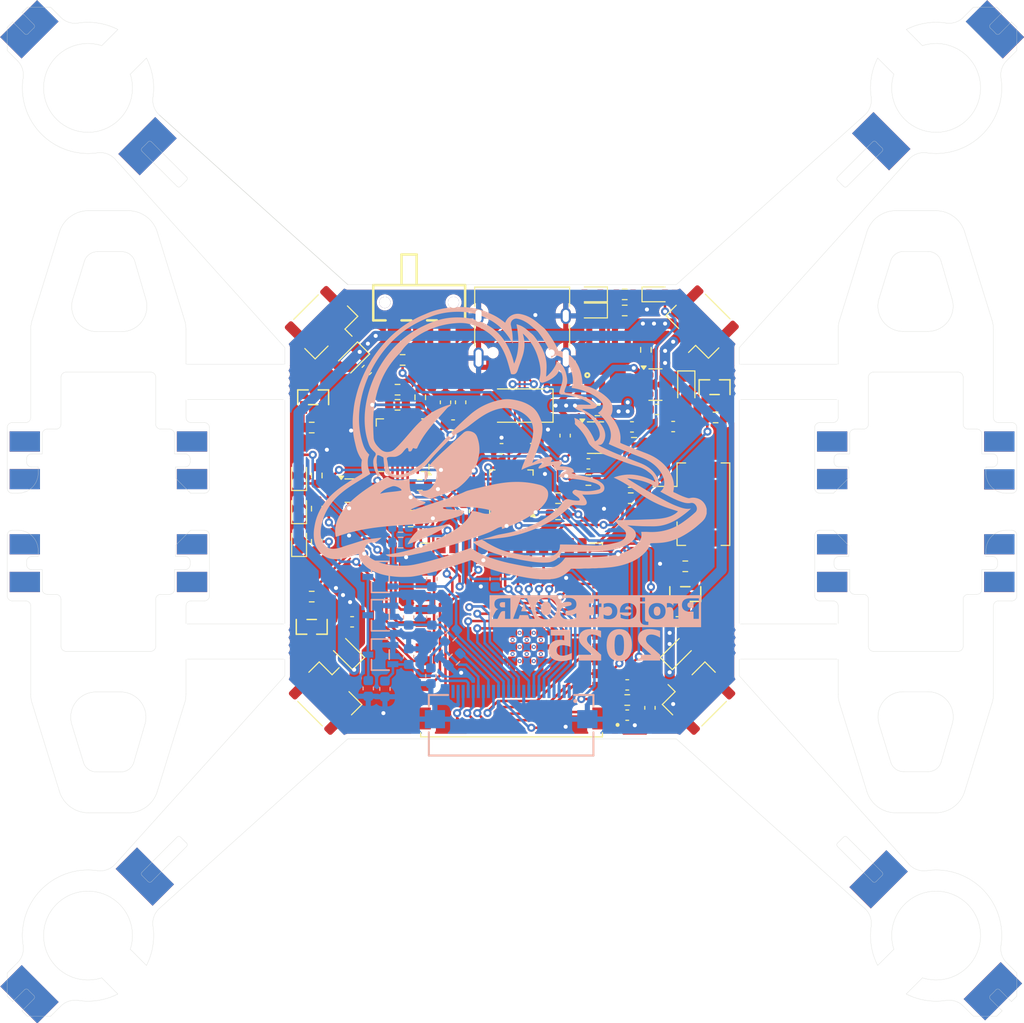
<source format=kicad_pcb>
(kicad_pcb (version 20240108) (generator "pcbnew") (generator_version "8.0")
  (layers (0 "F.Cu" signal) (31 "B.Cu" signal) (34 "B.Paste" user) (35 "F.Paste" user) (36 "B.SilkS" user "B.Silkscreen") (37 "F.SilkS" user "F.Silkscreen") (38 "B.Mask" user) (39 "F.Mask" user) (44 "Edge.Cuts" user))
  (net 0 "")
  (net 1 "GND")
  (net 2 "VBUS")
  (net 3 "Net-(U3-BP)")
  (net 4 "+3V3")
  (net 5 "+BATT")
  (net 6 "Net-(U6-VDD)")
  (net 7 "/EN")
  (net 8 "Net-(U8-REGOUT)")
  (net 9 "Net-(U8-CPOUT)")
  (net 10 "Net-(D2-A)")
  (net 11 "Net-(D3-A)")
  (net 12 "Net-(D4-A)")
  (net 13 "Net-(D5-A)")
  (net 14 "/CAM_RST")
  (net 15 "Net-(Q1-D)")
  (net 16 "/CAM_2.8V")
  (net 17 "/CAM_1.2V")
  (net 18 "/CAM_PCLK")
  (net 19 "+5V")
  (net 22 "/D+")
  (net 24 "/D-")
  (net 26 "/CAM_Y7")
  (net 27 "/CAM_Y4")
  (net 28 "/CAM_Y3")
  (net 29 "/CAM_Y2")
  (net 31 "/CAM_HREF")
  (net 32 "/CAM_XCLK")
  (net 33 "/CAM_Y9")
  (net 34 "/CAM_Y8")
  (net 35 "/CAM_VSYNC")
  (net 36 "/CAM_Y6")
  (net 38 "/CAM_Y5")
  (net 39 "/SDA")
  (net 40 "/SCL")
  (net 41 "/PWDN")
  (net 43 "Net-(LED1-A)")
  (net 44 "Net-(LED2-K)")
  (net 45 "Net-(LED3-K)")
  (net 46 "Net-(LED4-K)")
  (net 47 "/LED_1")
  (net 48 "Net-(LED5-K)")
  (net 49 "/LED_2")
  (net 50 "Net-(LED6-K)")
  (net 51 "/LED_3")
  (net 52 "/LDO_H")
  (net 53 "Net-(IC1-~{CHRG})")
  (net 54 "Net-(IC1-~{STDBY})")
  (net 55 "Net-(U6-VBUS)")
  (net 56 "Net-(U6-~{RST})")
  (net 57 "Net-(U6-TXD)")
  (net 58 "/RX")
  (net 59 "Net-(U6-RXD)")
  (net 60 "/TX")
  (net 61 "/IO0")
  (net 62 "Net-(U8-AD0)")
  (net 63 "/MOT_1")
  (net 64 "/MOT_2")
  (net 65 "/MOT_3")
  (net 66 "/MOT_4")
  (net 67 "Net-(Q1-G)")
  (net 68 "/CAM_PWR")
  (net 69 "Net-(IC1-PROG)")
  (net 70 "LDO_EN")
  (net 71 "/ADC_BAT")
  (net 77 "/RTS")
  (net 88 "/DTR")
  (net 97 "/SRV_2")
  (footprint "Resistor_SMD:R_0603_1608Metric" (layer "F.Cu") (at 119.3 117.7 180)
    (property "Reference" "R11" (hide yes))
    (property "Value" "10k")
  )
  (footprint "Package_TO_SOT_SMD:SOT-363_SC-70-6" (layer "F.Cu") (at 113.5 116.25)
    (property "Reference" "U7" (hide yes))
    (property "Value" "DDC114TU-7-F")
  )
  (footprint "Resistor_SMD:R_0603_1608Metric" (layer "F.Cu") (at 137.8 108.3 180)
    (property "Reference" "Rprog1" (hide yes))
    (property "Value" "3.3K")
  )
  (footprint "Resistor_SMD:R_0603_1608Metric" (layer "F.Cu") (at 120.2 115.7)
    (property "Reference" "R8" (hide yes))
    (property "Value" "1k")
  )
  (footprint "Capacitor_SMD:C_0603_1608Metric" (layer "F.Cu") (at 123.875 114.3 90)
    (property "Reference" "C14" (hide yes))
    (property "Value" "10uf")
  )
  (footprint "easyeda2kicad:SOT-23-3_L2.9-W1.3-P1.90-LS2.4-BR" (layer "F.Cu") (at 109.643228 107 -90)
    (property "Reference" "T2" (hide yes))
    (property "Value" "SI2302DS-T1")
  )
  (footprint "Resistor_SMD:R_0603_1608Metric" (layer "F.Cu") (at 119.3 119.3)
    (property "Reference" "R9" (hide yes))
    (property "Value" "1k")
  )
  (footprint "Capacitor_SMD:C_0603_1608Metric" (layer "F.Cu") (at 136.9 113.6 180)
    (property "Reference" "C2" (hide yes))
    (property "Value" "470pF")
  )
  (footprint "Capacitor_SMD:C_0603_1608Metric" (layer "F.Cu") (at 140.75 138.5)
    (property "Reference" "C10" (hide yes))
    (property "Value" "1uf")
  )
  (footprint "Resistor_SMD:R_0603_1608Metric" (layer "F.Cu") (at 146.5 123.75)
    (property "Reference" "R21" (hide yes))
    (property "Value" "10k")
  )
  (footprint "Resistor_SMD:R_0603_1608Metric" (layer "F.Cu") (at 109.5 110 180)
    (property "Reference" "R19" (hide yes))
    (property "Value" "10k")
  )
  (footprint "Capacitor_SMD:C_0603_1608Metric" (layer "F.Cu") (at 123.5 109.75)
    (property "Reference" "C8" (hide yes))
    (property "Value" "1uf")
  )
  (footprint "Resistor_SMD:R_0603_1608Metric" (layer "F.Cu") (at 118 107.75 180)
    (property "Reference" "R7" (hide yes))
    (property "Value" "10k")
  )
  (footprint "Resistor_SMD:R_0603_1608Metric" (layer "F.Cu") (at 110 121.325002 -90)
    (property "Reference" "R15" (hide yes))
    (property "Value" "1K")
  )
  (footprint "Capacitor_SMD:C_0603_1608Metric" (layer "F.Cu") (at 140.75 135.5)
    (property "Reference" "C11" (hide yes))
    (property "Value" "0.1uf")
  )
  (footprint "Capacitor_SMD:C_0603_1608Metric" (layer "F.Cu") (at 145.3 109.9)
    (property "Reference" "C17" (hide yes))
    (property "Value" "1uf")
  )
  (footprint "Package_TO_SOT_SMD:SOT-23" (layer "F.Cu") (at 143.543228 105.743253)
    (property "Reference" "U2" (hide yes))
    (property "Value" "AO3401")
  )
  (footprint "" (layer "F.Cu") (at 97.043228 130.437253)
    (property "Reference" "")
    (property "Value" "")
  )
  (footprint "Resistor_SMD:R_0603_1608Metric" (layer "F.Cu") (at 140.5 96.8)
    (property "Reference" "R3" (hide yes))
    (property "Value" "1.3K")
  )
  (footprint "easyeda2kicad:SW-SMD_K3-1280S-K1" (layer "F.Cu") (at 120.143228 101.010753 90)
    (property "Reference" "SW1" (hide yes))
    (property "Value" "K3-1280S-F1")
  )
  (footprint "Sensor_Motion:InvenSense_QFN-24_4x4mm_P0.5mm_NoMask" (layer "F.Cu") (at 129.2775 116.35 180)
    (property "Reference" "U8" (hide yes))
    (property "Value" "MPU-6050")
  )
  (footprint "Resistor_SMD:R_0603_1608Metric" (layer "F.Cu") (at 109.5 126.75)
    (property "Reference" "R18" (hide yes))
    (property "Value" "10k")
  )
  (footprint "Resistor_SMD:R_0603_1608Metric" (layer "F.Cu") (at 141.1 117)
    (property "Reference" "R28" (hide yes))
    (property "Value" "100K")
  )
  (footprint "Panelization.pretty-master:mouse-bite-3mm-slot_1" (layer "F.Cu") (at 98.543228 131.199253 -90)
    (property "Reference" "mouse-bite-3mm-slot" (hide yes))
    (property "Value" "VAL**" (hide yes))
  )
  (footprint "easyeda2kicad:SOT-23-3_L2.9-W1.3-P1.90-LS2.4-BR" (layer "F.Cu") (at 109.5 129.75 90)
    (property "Reference" "T1" (hide yes))
    (property "Value" "SI2302DS-T1" (hide yes))
  )
  (footprint "Capacitor_SMD:C_0603_1608Metric" (layer "F.Cu") (at 124.25 107.5 90)
    (property "Reference" "C6" (hide yes))
    (property "Value" "0.1uf")
  )
  (footprint "Connector_JST:JST_GH_SM02B-GHS-TB_1x02-1MP_P1.25mm_Horizontal" (layer "F.Cu") (at 111.143228 136.543253 -45)
    (property "Reference" "J2" (hide yes))
    (property "Value" "Conn_01x02_Female")
  )
  (footprint "Connector_JST:JST_PH_B2B-PH-SM4-TB_1x02-1MP_P2.00mm_Vertical" (layer "F.Cu") (at 146.543228 117.593253 -90)
    (property "Reference" "J3" (hide yes))
    (property "Value" "B2B-PH-SM4-TB(LF)(SN)")
  )
  (footprint "Diode_SMD:D_SOD-323" (layer "F.Cu") (at 113.5 103.25 -135)
    (property "Reference" "D3" (hide yes))
    (property "Value" "1N4148W")
  )
  (footprint "Package_DFN_QFN:QFN-28-1EP_5x5mm_P0.5mm_EP3.35x3.35mm" (layer "F.Cu") (at 118.5 111.75 180)
    (property "Reference" "U6" (hide yes))
    (property "Value" "CP2102N-Axx-xQFN28")
  )
  (footprint "Resistor_SMD:R_0603_1608Metric" (layer "F.Cu") (at 133.9 117)
    (property "Reference" "R12" (hide yes))
    (property "Value" "10k")
  )
  (footprint "Resistor_SMD:R_0603_1608Metric" (layer "F.Cu") (at 140.75 137 180)
    (property "Reference" "R10" (hide yes))
    (property "Value" "10k")
  )
  (footprint "Panelization.pretty-master:mouse-bite-3mm-slot_1" (layer "F.Cu") (at 98.543228 105.499253 -90)
    (property "Reference" "mouse-bite-3mm-slot" (hide yes))
    (property "Value" "VAL**" (hide yes))
  )
  (footprint "Capacitor_SMD:C_0603_1608Metric" (layer "F.Cu") (at 122.75 107.5 90)
    (property "Reference" "C7" (hide yes))
    (property "Value" "10uf")
  )
  (footprint "Resistor_SMD:R_0603_1608Metric" (layer "F.Cu") (at 136.9 115.2)
    (property "Reference" "R1" (hide yes))
    (property "Value" "470R")
  )
  (footprint "easyeda2kicad:SOT-23-3_L2.9-W1.3-P1.90-LS2.4-BR" (layer "F.Cu") (at 146.5 126.5 90)
    (property "Reference" "T4" (hide yes))
    (property "Value" "SI2302DS-T1")
  )
  (footprint "LED_SMD:LED_0603_1608Metric" (layer "F.Cu") (at 108.25 121.287501 90)
    (property "Reference" "LED4" (hide yes))
    (property "Value" "LED")
  )
  (footprint "ESP32-S3-WROOM-1U:XCVR_ESP32-S3-WROOM-1U" (layer "F.Cu") (at 129.293228 131.053253 180)
    (property "Reference" "U9" (hide yes))
    (property "Value" "ESP32-S3-WROOM-1U")
  )
  (footprint "Resistor_SMD:R_0603_1608Metric" (layer "F.Cu") (at 120.25 107 90)
    (property "Reference" "R6" (hide yes))
    (property "Value" "22.1k" (hide yes))
  )
  (footprint "Package_TO_SOT_SMD:SOT-23-5" (layer "F.Cu") (at 137.6 111)
    (property "Reference" "U3" (hide yes))
    (property "Value" "MIC5219-3.3YM5")
  )
  (footprint "Capacitor_SMD:C_0603_1608Metric" (layer "F.Cu") (at 114.951992 104.298008 -135)
    (property "Reference" "C16" (hide yes))
    (property "Value" "1uf")
  )
  (footprint "Capacitor_SMD:C_0603_1608Metric" (layer "F.Cu") (at 113.5 129.25 180)
    (property "Reference" "C15" (hide yes))
    (property "Value" "1uf")
  )
  (footprint "LED_SMD:LED_0603_1608Metric" (layer "F.Cu") (at 143.7 96.8)
    (property "Reference" "LED1" (hide yes))
    (property "Value" "POW_LED")
  )
  (footprint "Resistor_SMD:R_0603_1608Metric" (layer "F.Cu") (at 131.4 112.1 180)
    (property "Reference" "R13" (hide yes))
    (property "Value" "4.7k")
  )
  (footprint "Resistor_SMD:R_0603_1608Metric" (layer "F.Cu") (at 110 114.75 -90)
    (property "Reference" "R17" (hide yes))
    (property "Value" "1K")
  )
  (footprint "Diode_SMD:D_SOD-323" (layer "F.Cu") (at 113 132.25 135)
    (property "Reference" "D2" (hide yes))
    (property "Value" "1N4148W")
  )
  (footprint "Capacitor_SMD:C_0603_1608Metric" (layer "F.Cu") (at 141.218731 109.937423)
    (property "Reference" "C4" (hide yes))
    (property "Value" "10u")
  )
  (footprint "Panelization.pretty-master:mouse-bite-3mm-slot_1" (layer "F.Cu") (at 163.143228 105.487253 -90)
    (property "Reference" "mouse-bite-3mm-slot" (hide yes))
    (property "Value" "VAL**" (hide yes))
  )
  (footprint "Panelization.pretty-master:mouse-bite-3mm-slot_1" (layer "F.Cu") (at 163.143228 131.187253 -90)
    (property "Reference" "mouse-bite-3mm-slot" (hide yes))
    (property "Value" "VAL**" (hide yes))
  )
  (footprint "Capacitor_SMD:C_0603_1608Metric" (layer "F.Cu") (at 134.6 110.8 -90)
    (property "Reference" "C1" (hide yes))
    (property "Value" "10u")
  )
  (footprint "Connector_JST:JST_GH_SM02B-GHS-TB_1x02-1MP_P1.25mm_Horizontal" (layer "F.Cu") (at 147.893317 99.810841 135)
    (property "Reference" "J6" (hide yes))
    (property "Value" "Conn_01x02_Female")
  )
  (footprint "Capacitor_SMD:C_0603_1608Metric" (layer "F.Cu") (at 143 137.775 90)
    (property "Reference" "C9" (hide yes))
    (property "Value" "10uf")
  )
  (footprint "Capacitor_SMD:C_0603_1608Metric" (layer "F.Cu") (at 128.3 112.1 180)
    (property "Reference" "C12" (hide yes))
    (property "Value" "0.1uf")
  )
  (footprint "LED_SMD:LED_0603_1608Metric" (layer "F.Cu") (at 108.25 114.75 90)
    (property "Reference" "LED6" (hide yes))
    (property "Value" "LED")
  )
  (footprint "Resistor_SMD:R_0603_1608Metric" (layer "F.Cu") (at 110 118.037501 -90)
    (property "Reference" "R16" (hide yes))
    (property "Value" "1K")
  )
  (footprint "Connector_JST:JST_GH_SM02B-GHS-TB_1x02-1MP_P1.25mm_Horizontal" (layer "F.Cu") (at 147.543228 136.543253 45)
    (property "Reference" "J4" (hide yes))
    (property "Value" "Conn_01x02_Female")
  )
  (footprint "Resistor_SMD:R_0603_1608Metric" (layer "F.Cu") (at 133.9 118.6)
    (property "Reference" "R14" (hide yes))
    (property "Value" "10k")
  )
  (footprint "Connector_JST:JST_GH_SM02B-GHS-TB_1x02-1MP_P1.25mm_Horizontal" (layer "F.Cu") (at 110.743228 99.877047 -135)
    (property "Reference" "J5" (hide yes))
    (property "Value" "Conn_01x02_Female")
  )
  (footprint "Resistor_SMD:R_0603_1608Metric" (layer "F.Cu") (at 118.5 103.3 180)
    (property "Reference" "R2" (hide yes))
    (property "Value" "100K")
  )
  (footprint "" (layer "F.Cu") (at 106.843228 131.193253)
    (property "Reference" "")
    (property "Value" "")
  )
  (footprint "Resistor_SMD:R_0603_1608Metric" (layer "F.Cu") (at 141.1 115.4 180)
    (property "Reference" "R27" (hide yes))
    (property "Value" "100K")
  )
  (footprint "Resistor_SMD:R_0603_1608Metric" (layer "F.Cu") (at 149.5 109 180)
    (property "Reference" "R20" (hide yes))
    (property "Value" "10k")
  )
  (footprint "Panelization.pretty-master:mouse-bite-3mm-slot_1" (layer "F.Cu") (at 153.343228 131.193253 -90)
    (property "Reference" "mouse-bite-3mm-slot" (hide yes))
    (property "Value" "VAL**" (hide yes))
  )
  (footprint "Capacitor_SMD:C_0805_2012Metric" (layer "F.Cu") (at 141.427887 111.722217)
    (property "Reference" "C3" (hide yes))
    (property "Value" "2.2uF")
  )
  (footprint "Diode_SMD:D_SOD-323" (layer "F.Cu") (at 145.75 132.25 45)
    (property "Reference" "D5" (hide yes))
    (property "Value" "1N4148W")
  )
  (footprint "Capacitor_SMD:C_0603_1608Metric" (layer "F.Cu") (at 143.7 108.2 180)
    (property "Reference" "C5" (hide yes))
    (property "Value" "10uF")
  )
  (footprint "LED_SMD:LED_0603_1608Metric" (layer "F.Cu") (at 108.25 118.037501 90)
    (property "Reference" "LED5" (hide yes))
    (property "Value" "LED")
  )
  (footprint "Resistor_SMD:R_0603_1608Metric" (layer "F.Cu") (at 140.5 98.4)
    (property "Reference" "R4" (hide yes))
    (property "Value" "1.3K")
  )
  (footprint "Connector_USB:USB_C_Receptacle_HRO_TYPE-C-31-M-12" (layer "F.Cu") (at 130.343228 99.983253 180)
    (property "Reference" "J1" (hide yes))
    (property "Value" "USB_C_Receptacle_USB2.0")
  )
  (footprint "Diode_SMD:D_SMA" (layer "F.Cu") (at 129.893228 107.823253 180)
    (property "Reference" "D1" (hide yes))
    (property "Value" "SS34")
  )
  (footprint "Resistor_SMD:R_0603_1608Metric" (layer "F.Cu") (at 142.6 102.3 90)
    (property "Reference" "R26" (hide yes))
    (property "Value" "100K")
  )
  (footprint "Capacitor_SMD:C_0603_1608Metric" (layer "F.Cu") (at 145.725 129.25)
    (property "Reference" "C18" (hide yes))
    (property "Value" "1uf")
  )
  (footprint "TP4056:SO08-PAD-300" (layer "F.Cu") (at 138.9 103.5162)
    (property "Reference" "IC1" (hide yes))
    (property "Value" "TP4056")
  )
  (footprint "Panelization.pretty-master:mouse-bite-3mm-slot_1" (layer "F.Cu") (at 108.343228 131.193253 -90)
    (property "Reference" "mouse-bite-3mm-slot" (hide yes))
    (property "Value" "VAL**" (hide yes))
  )
  (footprint "LED_SMD:LED_0603_1608Metric" (layer "F.Cu") (at 137.3 96.8 180)
    (property "Reference" "LED2" (hide yes))
    (property "Value" "CHG")
  )
  (footprint "easyeda2kicad:SOT-23-3_L2.9-W1.3-P1.90-LS2.4-BR" (layer "F.Cu") (at 149.4 106 -90)
    (property "Reference" "T3" (hide yes))
    (property "Value" "SI2302DS-T1")
  )
  (footprint "LED_SMD:LED_0603_1608Metric" (layer "F.Cu") (at 137.3 98.4 180)
    (property "Reference" "LED3" (hide yes))
    (property "Value" "CHG")
  )
  (footprint "Diode_SMD:D_SOD-323" (layer "F.Cu") (at 146.6 106 -90)
    (property "Reference" "D4" (hide yes))
    (property "Value" "1N4148W")
  )
  (footprint "Panelization.pretty-master:mouse-bite-3mm-slot_1" (layer "F.Cu") (at 108.343228 105.493253 -90)
    (property "Reference" "mouse-bite-3mm-slot" (hide yes))
    (property "Value" "VAL**" (hide yes))
  )
  (footprint "Panelization.pretty-master:mouse-bite-3mm-slot_1" (layer "F.Cu") (at 153.343228 105.493253 -90)
    (property "Reference" "mouse-bite-3mm-slot" (hide yes))
    (property "Value" "VAL**" (hide yes))
  )
  (footprint "Resistor_SMD:R_0603_1608Metric" (layer "F.Cu") (at 118 106.25)
    (property "Reference" "R5" (hide yes))
    (property "Value" "47.5k")
  )
  (footprint "Capacitor_SMD:C_0603_1608Metric" (layer "F.Cu") (at 124.6 118.3 90)
    (property "Reference" "C13" (hide yes))
    (property "Value" "0.1uf")
  )
  (footprint "Resistor_SMD:R_0603_1608Metric" (layer "B.Cu") (at 118.3 119.85 180)
    (property "Reference" "R22" (hide yes))
    (property "Value" "10k")
  )
  (footprint "easyeda2kicad:SOT-23-3_L2.9-W1.6-P1.90-LS2.8-BR" (layer "B.Cu") (at 116.3 124.8)
    (property "Reference" "Q1" (hide yes))
    (property "Value" "SM3407SRL")
  )
  (footprint "Capacitor_SMD:C_0603_1608Metric" (layer "B.Cu") (at 127.675 125 90)
    (property "Reference" "C29" (hide yes))
    (property "Value" "15pF")
  )
  (footprint "Resistor_SMD:R_0603_1608Metric" (layer "B.Cu") (at 118.3 121.4)
    (property "Reference" "R23" (hide yes))
    (property "Value" "1k")
  )
  (footprint "easyeda2kicad:SOT-23-3_L2.9-W1.6-P1.90-LS2.8-BR" (layer "B.Cu") (at 116.3 128.6)
    (property "Reference" "U12" (hide yes))
    (property "Value" "XC6206P122MR(1UA)")
  )
  (footprint "Capacitor_SMD:C_0603_1608Metric" (layer "B.Cu") (at 115.1 135.85 -90)
    (property "Reference" "C23" (hide yes))
    (property "Value" "10uF")
  )
  (footprint "Capacitor_SMD:C_0603_1608Metric" (layer "B.Cu") (at 119.1 132.7 90)
    (property "Reference" "C24" (hide yes))
    (property "Value" "10uF")
  )
  (footprint "Resistor_SMD:R_0603_1608Metric" (layer "B.Cu") (at 123.283363 130.616637 45)
    (property "Reference" "R24" (hide yes))
    (property "Value" "4.7k")
  )
  (footprint "easyeda2kicad:SOT-23-3_L2.9-W1.6-P1.90-LS2.8-BR" (layer "B.Cu") (at 116.3 132.5)
    (property "Reference" "U11" (hide yes))
    (property "Value" "XC6206P282MR_C479055")
  )
  (footprint "6871XX149022_687124149022:687124149022" (layer "B.Cu") (at 129.25 139.5 180)
    (property "Reference" "J7" (hide yes))
    (property "Value" "6871XX149022_687124149022")
    (property "VALUE" "687124149022" (hide yes))
  )
  (footprint "Capacitor_SMD:C_0603_1608Metric" (layer "B.Cu") (at 116.75 135.9 -90)
    (property "Reference" "C26" (hide yes))
    (property "Value" "0.1uF")
  )
  (footprint "Capacitor_SMD:C_0603_1608Metric" (layer "B.Cu") (at 119.1 128.8 90)
    (property "Reference" "C25" (hide yes))
    (property "Value" "10uF")
  )
  (footprint "Capacitor_SMD:C_0603_1608Metric" (layer "B.Cu") (at 121.4 125 90)
    (property "Reference" "C28" (hide yes))
    (property "Value" "0.1uF")
  )
  (footprint "Capacitor_SMD:C_0603_1608Metric" (layer "B.Cu") (at 121.3 134.6 90)
    (property "Reference" "C21" (hide yes))
    (property "Value" "0.1uF")
  )
  (footprint "Resistor_SMD:R_0603_1608Metric" (layer "B.Cu") (at 123.616637 132.983363 -135)
    (property "Reference" "R25" (hide yes))
    (property "Value" "10k")
  )
  (footprint "Capacitor_SMD:C_0603_1608Metric" (layer "B.Cu") (at 121.4 128.8 90)
    (property "Reference" "C27" (hide yes))
    (property "Value" "0.1uF")
  )
  (gr_poly (pts (xy 177.73346 162.962835) (xy 174.06824 166.626785) (xy 176.19422 168.743875) (xy 179.85563 165.085005)) (fill solid) (layer "F.Cu"))
  (gr_poly (pts (xy 82.583088 110.383753) (xy 79.583098 110.383753) (xy 79.583098 112.383753) (xy 82.583088 112.383753)) (fill solid) (layer "F.Cu"))
  (gr_poly (pts (xy 82.583088 114.117553) (xy 79.583098 114.117553) (xy 79.583098 116.117553) (xy 82.583088 116.117553)) (fill solid) (layer "F.Cu"))
  (gr_poly (pts (xy 179.103088 110.383753) (xy 176.103098 110.383753) (xy 176.103098 112.383753) (xy 179.103088 112.383753)) (fill solid) (layer "F.Cu"))
  (gr_poly (pts (xy 163.019763 80.8555) (xy 166.683713 84.52072) (xy 168.800803 82.39474) (xy 165.141933 78.73333)) (fill solid) (layer "F.Cu"))
  (gr_poly (pts (xy 179.103088 124.296603) (xy 176.103098 124.296603) (xy 176.103098 126.296603) (xy 179.103088 126.296603)) (fill solid) (layer "F.Cu"))
  (gr_poly (pts (xy 162.542288 110.383753) (xy 159.542298 110.383753) (xy 159.542298 112.383753) (xy 162.542288 112.383753)) (fill solid) (layer "F.Cu"))
  (gr_poly (pts (xy 82.583088 124.302953) (xy 79.583098 124.302953) (xy 79.583098 126.302953) (xy 82.583088 126.302953)) (fill solid) (layer "F.Cu"))
  (gr_poly (pts (xy 99.143128 124.302953) (xy 96.143138 124.302953) (xy 96.143138 126.302953) (xy 99.143128 126.302953)) (fill solid) (layer "F.Cu"))
  (gr_poly (pts (xy 95.857635 155.272214) (xy 92.193685 151.606994) (xy 90.076595 153.732974) (xy 93.735465 157.394384)) (fill solid) (layer "F.Cu"))
  (gr_poly (pts (xy 82.583088 120.569153) (xy 79.583098 120.569153) (xy 79.583098 122.569153) (xy 82.583088 122.569153)) (fill solid) (layer "F.Cu"))
  (gr_poly (pts (xy 99.143128 110.383753) (xy 96.143138 110.383753) (xy 96.143138 112.383753) (xy 99.143128 112.383753)) (fill solid) (layer "F.Cu"))
  (gr_poly (pts (xy 174.285658 69.774045) (xy 177.949608 73.439265) (xy 180.066698 71.313285) (xy 176.407828 67.651875)) (fill solid) (layer "F.Cu"))
  (gr_poly (pts (xy 162.542288 120.569153) (xy 159.542298 120.569153) (xy 159.542298 122.569153) (xy 162.542288 122.569153)) (fill solid) (layer "F.Cu"))
  (gr_poly (pts (xy 80.755688 73.431073) (xy 84.420908 69.767123) (xy 82.294928 67.650033) (xy 78.633518 71.308903)) (fill solid) (layer "F.Cu"))
  (gr_poly (pts (xy 179.103088 120.569153) (xy 176.103098 120.569153) (xy 176.103098 122.569153) (xy 179.103088 122.569153)) (fill solid) (layer "F.Cu"))
  (gr_poly (pts (xy 162.542288 124.302953) (xy 159.542298 124.302953) (xy 159.542298 126.302953) (xy 162.542288 126.302953)) (fill solid) (layer "F.Cu"))
  (gr_poly (pts (xy 179.103088 114.136603) (xy 176.103098 114.136603) (xy 176.103098 116.136603) (xy 179.103088 116.136603)) (fill solid) (layer "F.Cu"))
  (gr_poly (pts (xy 92.459429 85.010177) (xy 96.124649 81.346227) (xy 93.998669 79.229137) (xy 90.337259 82.888007)) (fill solid) (layer "F.Cu"))
  (gr_poly (pts (xy 162.542288 114.117553) (xy 159.542298 114.117553) (xy 159.542298 116.117553) (xy 162.542288 116.117553)) (fill solid) (layer "F.Cu"))
  (gr_poly (pts (xy 99.143128 114.117553) (xy 96.143138 114.117553) (xy 96.143138 116.117553) (xy 99.143128 116.117553)) (fill solid) (layer "F.Cu"))
  (gr_poly (pts (xy 166.411931 151.882729) (xy 162.746711 155.546679) (xy 164.872691 157.663769) (xy 168.534101 154.004899)) (fill solid) (layer "F.Cu"))
  (gr_poly (pts (xy 99.143128 120.569153) (xy 96.143138 120.569153) (xy 96.143138 122.569153) (xy 99.143128 122.569153)) (fill solid) (layer "F.Cu"))
  (gr_poly (pts (xy 84.434878 166.927203) (xy 80.770928 163.261983) (xy 78.653838 165.387963) (xy 82.312708 169.049373)) (fill solid) (layer "F.Cu"))
  (gr_poly (pts (xy 99.14662 114.113805) (xy 96.14663 114.113805) (xy 96.14663 116.113805) (xy 99.14662 116.113805)) (fill solid) (layer "B.Cu"))
  (gr_poly (pts (xy 177.935083 73.431643) (xy 174.269863 69.767693) (xy 176.395843 67.650603) (xy 180.057253 71.309473)) (fill solid) (layer "B.Cu"))
  (gr_poly (pts (xy 162.54578 110.380005) (xy 159.54579 110.380005) (xy 159.54579 112.380005) (xy 162.54578 112.380005)) (fill solid) (layer "B.Cu"))
  (gr_poly (pts (xy 99.14662 110.380005) (xy 96.14663 110.380005) (xy 96.14663 112.380005) (xy 99.14662 112.380005)) (fill solid) (layer "B.Cu"))
  (gr_poly (pts (xy 84.438733 166.923832) (xy 80.774783 163.258612) (xy 78.657693 165.384592) (xy 82.316563 169.046002)) (fill solid) (layer "B.Cu"))
  (gr_poly (pts (xy 82.58658 110.380005) (xy 79.58659 110.380005) (xy 79.58659 112.380005) (xy 82.58658 112.380005)) (fill solid) (layer "B.Cu"))
  (gr_poly (pts (xy 162.54578 114.113805) (xy 159.54579 114.113805) (xy 159.54579 116.113805) (xy 162.54578 116.113805)) (fill solid) (layer "B.Cu"))
  (gr_poly (pts (xy 179.10658 120.565405) (xy 176.10659 120.565405) (xy 176.10659 122.565405) (xy 179.10658 122.565405)) (fill solid) (layer "B.Cu"))
  (gr_poly (pts (xy 166.679252 84.515034) (xy 163.014032 80.851084) (xy 165.140012 78.733994) (xy 168.801422 82.392864)) (fill solid) (layer "B.Cu"))
  (gr_poly (pts (xy 82.58658 114.113805) (xy 79.58659 114.113805) (xy 79.58659 116.113805) (xy 82.58658 116.113805)) (fill solid) (layer "B.Cu"))
  (gr_poly (pts (xy 179.10658 110.380005) (xy 176.10659 110.380005) (xy 176.10659 112.380005) (xy 179.10658 112.380005)) (fill solid) (layer "B.Cu"))
  (gr_poly (pts (xy 82.58658 124.299205) (xy 79.58659 124.299205) (xy 79.58659 126.299205) (xy 82.58658 126.299205)) (fill solid) (layer "B.Cu"))
  (gr_poly (pts (xy 166.422173 151.872247) (xy 162.756953 155.536197) (xy 164.882933 157.653287) (xy 168.544343 153.994417)) (fill solid) (layer "B.Cu"))
  (gr_poly (pts (xy 92.466351 85.006939) (xy 96.131571 81.342989) (xy 94.005591 79.225899) (xy 90.344181 82.884769)) (fill solid) (layer "B.Cu"))
  (gr_poly (pts (xy 99.14662 124.299205) (xy 96.14663 124.299205) (xy 96.14663 126.299205) (xy 99.14662 126.299205)) (fill solid) (layer "B.Cu"))
  (gr_poly (pts (xy 99.14662 120.565405) (xy 96.14663 120.565405) (xy 96.14663 122.565405) (xy 99.14662 122.565405)) (fill solid) (layer "B.Cu"))
  (gr_poly (pts (xy 82.58658 120.565405) (xy 79.58659 120.565405) (xy 79.58659 122.565405) (xy 82.58658 122.565405)) (fill solid) (layer "B.Cu"))
  (gr_poly (pts (xy 95.86149 155.268843) (xy 92.19754 151.603623) (xy 90.08045 153.729603) (xy 93.73932 157.391013)) (fill solid) (layer "B.Cu"))
  (gr_poly (pts (xy 179.10658 114.132855) (xy 176.10659 114.132855) (xy 176.10659 116.132855) (xy 179.10658 116.132855)) (fill solid) (layer "B.Cu"))
  (gr_poly (pts (xy 177.736342 162.969527) (xy 174.071122 166.633477) (xy 176.197102 168.750567) (xy 179.858512 165.091697)) (fill solid) (layer "B.Cu"))
  (gr_poly (pts (xy 162.54578 124.299205) (xy 159.54579 124.299205) (xy 159.54579 126.299205) (xy 162.54578 126.299205)) (fill solid) (layer "B.Cu"))
  (gr_poly (pts (xy 179.10658 124.292855) (xy 176.10659 124.292855) (xy 176.10659 126.292855) (xy 179.10658 126.292855)) (fill solid) (layer "B.Cu"))
  (gr_poly (pts (xy 162.54578 120.565405) (xy 159.54579 120.565405) (xy 159.54579 122.565405) (xy 162.54578 122.565405)) (fill solid) (layer "B.Cu"))
  (gr_poly (pts (xy 80.76261 73.427835) (xy 84.42783 69.763885) (xy 82.30185 67.646795) (xy 78.64044 71.305665)) (fill solid) (layer "B.Cu"))
  (gr_poly (pts (xy 120.809272 114.297034) (xy 120.801778 114.297292) (xy 120.794536 114.297844) (xy 120.787552 114.298684) (xy 120.780808 114.299812) (xy 120.774304 114.301216) (xy 120.768034 114.302896) (xy 120.761998 114.304834) (xy 120.75619 114.307036) (xy 120.750598 114.309484) (xy 120.745222 114.312178) (xy 120.740062 114.315112) (xy 120.735106 114.318274) (xy 120.730348 114.321658) (xy 120.725788 114.325264) (xy 120.721414 114.329074) (xy 120.717232 114.333094) (xy 120.71323 114.337312) (xy 120.709408 114.341716) (xy 120.705748 114.3463) (xy 120.702262 114.35107) (xy 120.695764 114.361102) (xy 120.689872 114.371758) (xy 120.684544 114.38299) (xy 120.679738 114.394744) (xy 120.675424 114.406954) (xy 120.671554 114.419578) (xy 120.670192 114.424912) (xy 120.668968 114.430342) (xy 120.667876 114.435844) (xy 120.666928 114.441418) (xy 120.666124 114.447052) (xy 120.66547 114.452728) (xy 120.664978 114.45844) (xy 120.664642 114.464176) (xy 120.664468 114.469924) (xy 120.664468 114.475672) (xy 120.664642 114.481414) (xy 120.664996 114.487132) (xy 120.66553 114.49282) (xy 120.666262 114.498466) (xy 120.66718 114.504058) (xy 120.668302 114.509584) (xy 120.675748 114.548218) (xy 120.681874 114.586852) (xy 120.686752 114.625492) (xy 120.69046 114.664132) (xy 120.693082 114.702784) (xy 120.694684 114.741442) (xy 120.695344 114.780106) (xy 120.69514 114.818782) (xy 120.692446 114.896176) (xy 120.687208 114.973636) (xy 120.680044 115.051174) (xy 120.671554 115.128796) (xy 120.670306 115.148032) (xy 120.669724 115.167598) (xy 120.669646 115.18762) (xy 120.669928 115.20823) (xy 120.670942 115.251712) (xy 120.671374 115.274836) (xy 120.671554 115.299052) (xy 120.671554 115.299046) (xy 120.708244 115.27531) (xy 120.742714 115.250464) (xy 120.774988 115.22452) (xy 120.805108 115.197484) (xy 120.833104 115.169368) (xy 120.859012 115.140184) (xy 120.882868 115.109938) (xy 120.904702 115.078636) (xy 120.924562 115.046296) (xy 120.942472 115.012924) (xy 120.958468 114.978526) (xy 120.972586 114.94312) (xy 120.984862 114.906706) (xy 120.995326 114.869296) (xy 121.004026 114.830902) (xy 121.01098 114.791536) (xy 121.014346 114.7672) (xy 121.017058 114.742816) (xy 121.019122 114.71839) (xy 121.020538 114.69394) (xy 121.0213 114.669478) (xy 121.02142 114.645022) (xy 121.020892 114.620572) (xy 121.019716 114.596152) (xy 121.017892 114.571774) (xy 121.015426 114.54745) (xy 121.012312 114.523186) (xy 121.008556 114.499) (xy 121.004164 114.47491) (xy 120.999124 114.450922) (xy 120.993442 114.427054) (xy 120.987124 114.403312) (xy 120.98446 114.394414) (xy 120.98155 114.38602) (xy 120.978412 114.378112) (xy 120.975034 114.370678) (xy 120.971434 114.3637) (xy 120.967612 114.357166) (xy 120.96358 114.351064) (xy 120.959338 114.345376) (xy 120.954886 114.340096) (xy 120.950242 114.335194) (xy 120.945406 114.33067) (xy 120.940384 114.326506) (xy 120.935176 114.32269) (xy 120.9298 114.319204) (xy 120.924244 114.316036) (xy 120.918532 114.313168) (xy 120.912658 114.310588) (xy 120.906634 114.30829) (xy 120.900454 114.306244) (xy 120.894142 114.30445) (xy 120.887686 114.30289) (xy 120.881104 114.301546) (xy 120.867562 114.299458) (xy 120.853564 114.298078) (xy 120.839152 114.297286) (xy 120.824374 114.29698)) (fill solid) (layer "B.SilkS"))
  (gr_poly (pts (xy 116.992504 114.883804) (xy 116.984722 114.884332) (xy 116.97688 114.885196) (xy 116.968972 114.88639) (xy 116.952958 114.88978) (xy 116.936662 114.894472) (xy 116.920048 114.900454) (xy 116.90311 114.90772) (xy 116.885806 114.916246) (xy 116.535688 115.103014) (xy 116.189134 115.295338) (xy 115.846534 115.493884) (xy 115.508314 115.699336) (xy 115.17487 115.91236) (xy 114.84661 116.133634) (xy 114.523942 116.36383) (xy 114.207268 116.603614) (xy 113.952988 116.807224) (xy 113.704942 117.016984) (xy 113.58361 117.12451) (xy 113.464258 117.233968) (xy 113.347042 117.345496) (xy 113.232094 117.459232) (xy 113.119564 117.575302) (xy 113.00959 117.69385) (xy 112.902316 117.814996) (xy 112.79788 117.93889) (xy 112.696438 118.065646) (xy 112.598122 118.195414) (xy 112.503082 118.32832) (xy 112.411456 118.464496) (xy 112.361254 118.543318) (xy 112.31278 118.62283) (xy 112.2661 118.703056) (xy 112.221286 118.784032) (xy 112.178416 118.865782) (xy 112.13755 118.948336) (xy 112.098766 119.031718) (xy 112.06213 119.11597) (xy 112.027726 119.201104) (xy 111.995608 119.287156) (xy 111.965866 119.374162) (xy 111.93856 119.462134) (xy 111.913762 119.55112) (xy 111.891544 119.641132) (xy 111.871978 119.732206) (xy 111.855142 119.824372) (xy 111.845896 119.884366) (xy 111.838084 119.944384) (xy 111.831676 120.00442) (xy 111.826654 120.064468) (xy 111.823 120.124534) (xy 111.820696 120.184606) (xy 111.819712 120.24469) (xy 111.82003 120.304774) (xy 111.8245 120.424936) (xy 111.833944 120.545074) (xy 111.848188 120.665164) (xy 111.86707 120.785176) (xy 111.868474 120.792364) (xy 111.870046 120.798904) (xy 111.871774 120.804826) (xy 111.873652 120.810148) (xy 111.87568 120.814894) (xy 111.87784 120.819094) (xy 111.880138 120.822766) (xy 111.882556 120.82594) (xy 111.885088 120.828646) (xy 111.887734 120.830902) (xy 111.890488 120.832732) (xy 111.893338 120.834166) (xy 111.896272 120.835222) (xy 111.899296 120.835936) (xy 111.902392 120.836326) (xy 111.905566 120.836416) (xy 111.9088 120.83623) (xy 111.912088 120.835798) (xy 111.915424 120.835144) (xy 111.918808 120.834292) (xy 111.925678 120.83209) (xy 111.932638 120.829402) (xy 111.946624 120.823336) (xy 111.953536 120.820366) (xy 111.960328 120.817708) (xy 112.169902 120.743326) (xy 112.380526 120.67219) (xy 112.592146 120.60421) (xy 112.80469 120.539278) (xy 113.018104 120.477298) (xy 113.232316 120.418162) (xy 113.44726 120.361774) (xy 113.662882 120.308026) (xy 113.865244 120.260434) (xy 114.068086 120.215188) (xy 114.271384 120.17221) (xy 114.47512 120.131398) (xy 114.88378 120.055948) (xy 115.293862 119.988118) (xy 115.518898 119.954032) (xy 115.74421 119.922394) (xy 116.195566 119.865718) (xy 116.647744 119.81656) (xy 117.100528 119.773402) (xy 117.476638 119.743072) (xy 117.853258 119.717014) (xy 118.606798 119.66713) (xy 120.183556 119.552182) (xy 120.497278 119.527762) (xy 120.810496 119.498368) (xy 121.123102 119.463886) (xy 121.434994 119.42422) (xy 121.799668 119.371318) (xy 122.162338 119.310268) (xy 122.522722 119.239942) (xy 122.880538 119.159212) (xy 123.235504 119.066938) (xy 123.58735 118.961998) (xy 123.935782 118.843252) (xy 124.108636 118.778356) (xy 124.280536 118.709578) (xy 124.306552 118.698262) (xy 124.33135 118.68625) (xy 124.354948 118.6735) (xy 124.37737 118.659982) (xy 124.398646 118.64566) (xy 124.418794 118.630492) (xy 124.437838 118.614442) (xy 124.455808 118.59748) (xy 124.472722 118.579558) (xy 124.488598 118.560652) (xy 124.503472 118.54072) (xy 124.517368 118.51972) (xy 124.530298 118.497622) (xy 124.542292 118.47439) (xy 124.55338 118.449988) (xy 124.563574 118.424374) (xy 124.58272 118.373206) (xy 124.589938 118.352428) (xy 124.595362 118.33447) (xy 124.597348 118.326454) (xy 124.59883 118.319038) (xy 124.599778 118.31218) (xy 124.600174 118.305844) (xy 124.6 118.3) (xy 124.599232 118.294606) (xy 124.597852 118.289626) (xy 124.595836 118.285024) (xy 124.593166 118.28077) (xy 124.589824 118.276816) (xy 124.58578 118.273138) (xy 124.581028 118.269694) (xy 124.575532 118.266448) (xy 124.56928 118.263364) (xy 124.562254 118.260412) (xy 124.554424 118.257544) (xy 124.536286 118.251934) (xy 124.514704 118.246252) (xy 124.460554 118.233514) (xy 124.358236 118.212196) (xy 124.255474 118.194292) (xy 124.152334 118.179358) (xy 124.048876 118.166956) (xy 123.94516 118.156642) (xy 123.841258 118.147966) (xy 123.63313 118.133746) (xy 123.379408 118.118278) (xy 123.12589 118.101082) (xy 122.999272 118.091038) (xy 122.87278 118.079614) (xy 122.746438 118.06648) (xy 122.620276 118.05133) (xy 122.599942 118.048618) (xy 122.597416 118.048186) (xy 122.594926 118.047688) (xy 122.592478 118.047112) (xy 122.590084 118.046452) (xy 122.58775 118.04569) (xy 122.585494 118.044808) (xy 122.583322 118.0438) (xy 122.581234 118.042654) (xy 122.56729 118.035118) (xy 122.552806 118.027066) (xy 122.545606 118.022824) (xy 122.538574 118.018408) (xy 122.5318 118.013818) (xy 122.525386 118.009042) (xy 122.519434 118.004056) (xy 122.514034 117.998854) (xy 122.509288 117.99343) (xy 122.507188 117.990622) (xy 122.505292 117.98776) (xy 122.503612 117.984826) (xy 122.502148 117.981832) (xy 122.50093 117.978772) (xy 122.499958 117.97564) (xy 122.49925 117.972442) (xy 122.498818 117.969172) (xy 122.498668 117.96583) (xy 122.498818 117.96241) (xy 122.499274 117.958564) (xy 122.500024 117.954952) (xy 122.50105 117.951562) (xy 122.502346 117.948388) (xy 122.503894 117.945418) (xy 122.505688 117.942652) (xy 122.50771 117.940072) (xy 122.509954 117.937672) (xy 122.512396 117.93544) (xy 122.515036 117.933376) (xy 122.51785 117.931462) (xy 122.520838 117.929698) (xy 122.523976 117.928066) (xy 122.527258 117.926566) (xy 122.530672 117.925186) (xy 122.5342 117.923908) (xy 122.541562 117.921664) (xy 122.549236 117.91975) (xy 122.557138 117.918106) (xy 122.565154 117.91666) (xy 122.58115 117.914074) (xy 122.588926 117.912796) (xy 122.59642 117.91144) (xy 122.64382 117.903124) (xy 122.691268 117.896014) (xy 122.738758 117.89002) (xy 122.786296 117.88504) (xy 122.881474 117.877774) (xy 122.976784 117.873484) (xy 123.07219 117.871432) (xy 123.167674 117.870874) (xy 123.358774 117.871318) (xy 124.246786 117.869554) (xy 124.690534 117.875434) (xy 124.9123 117.882424) (xy 125.133982 117.893002) (xy 125.38345 117.909256) (xy 125.632414 117.929878) (xy 125.880766 117.955378) (xy 126.128404 117.986266) (xy 126.375232 118.023052) (xy 126.621142 118.06624) (xy 126.866038 118.116346) (xy 127.109812 118.173874) (xy 127.125646 118.178068) (xy 127.140964 118.182586) (xy 127.155688 118.187506) (xy 127.169728 118.192936) (xy 127.183006 118.198948) (xy 127.195438 118.20565) (xy 127.206946 118.21312) (xy 127.212328 118.21717) (xy 127.21744 118.221454) (xy 127.222288 118.225972) (xy 127.226842 118.230736) (xy 127.231108 118.235764) (xy 127.235074 118.241068) (xy 127.238722 118.246648) (xy 127.24204 118.252528) (xy 127.245028 118.258714) (xy 127.247668 118.265218) (xy 127.249954 118.272052) (xy 127.251874 118.279222) (xy 127.253416 118.286746) (xy 127.254574 118.29463) (xy 127.255336 118.302892) (xy 127.255684 118.311538) (xy 127.255618 118.32058) (xy 127.255126 118.33003) (xy 127.254172 118.339366) (xy 127.252744 118.348654) (xy 127.25086 118.357882) (xy 127.248532 118.367044) (xy 127.245778 118.37611) (xy 127.24261 118.385086) (xy 127.239052 118.393942) (xy 127.235116 118.402672) (xy 127.226158 118.419688) (xy 127.215874 118.436032) (xy 127.20439 118.451596) (xy 127.19182 118.46626) (xy 127.178302 118.479922) (xy 127.163956 118.492474) (xy 127.148908 118.503796) (xy 127.133278 118.513792) (xy 127.117204 118.522342) (xy 127.109032 118.526038) (xy 127.1008 118.529338) (xy 127.092514 118.532224) (xy 127.084198 118.534678) (xy 127.075858 118.536688) (xy 127.067518 118.538242) (xy 127.016014 118.545046) (xy 126.964768 118.549666) (xy 126.913774 118.55221) (xy 126.86302 118.55278) (xy 126.812488 118.551478) (xy 126.76216 118.548418) (xy 126.71203 118.543702) (xy 126.66208 118.537426) (xy 126.612292 118.529704) (xy 126.562654 118.520638) (xy 126.51316 118.510336) (xy 126.46378 118.498894) (xy 126.365338 118.473034) (xy 126.267208 118.443898) (xy 126.167506 118.413952) (xy 126.067558 118.385506) (xy 125.967226 118.359142) (xy 125.866378 118.335454) (xy 125.76487 118.315012) (xy 125.662558 118.29841) (xy 125.611054 118.291732) (xy 125.559304 118.286236) (xy 125.507284 118.281988) (xy 125.45497 118.27906) (xy 125.446036 118.27873) (xy 125.437516 118.278586) (xy 125.429398 118.2787) (xy 125.421658 118.279132) (xy 125.414296 118.279942) (xy 125.407276 118.281196) (xy 125.400604 118.28296) (xy 125.397382 118.284052) (xy 125.394244 118.2853) (xy 125.391184 118.286698) (xy 125.38819 118.28827) (xy 125.385274 118.29001) (xy 125.38243 118.291942) (xy 125.379652 118.294054) (xy 125.37694 118.29637) (xy 125.374294 118.298896) (xy 125.371708 118.301632) (xy 125.369182 118.30459) (xy 125.366716 118.307782) (xy 125.36431 118.311208) (xy 125.361952 118.31488) (xy 125.359648 118.31881) (xy 125.357398 118.322998) (xy 125.355196 118.327462) (xy 125.353036 118.332202) (xy 125.289946 118.467838) (xy 125.221588 118.598746) (xy 125.148154 118.725094) (xy 125.069848 118.847068) (xy 124.986856 118.96483) (xy 124.89937 119.07856) (xy 124.8076 119.188438) (xy 124.711732 119.294632) (xy 124.611958 119.397316) (xy 124.508482 119.49667) (xy 124.401496 119.592862) (xy 124.291192 119.686072) (xy 124.177768 119.77648) (xy 124.061422 119.864248) (xy 123.942346 119.949556) (xy 123.820738 120.032584) (xy 123.597538 120.177046) (xy 123.370834 120.315178) (xy 123.14128 120.44818) (xy 122.909542 120.57724) (xy 121.97395 121.077976) (xy 121.760644 121.18828) (xy 121.54399 121.29064) (xy 121.324522 121.386268) (xy 121.102744 121.476364) (xy 120.879196 121.562146) (xy 120.654388 121.644808) (xy 120.20308 121.805626) (xy 119.955262 121.891612) (xy 119.70631 121.973812) (xy 119.456182 122.0521) (xy 119.20486 122.126344) (xy 118.95232 122.196424) (xy 118.698538 122.262208) (xy 118.443478 122.323564) (xy 118.187122 122.380372) (xy 118.017856 122.415904) (xy 117.848224 122.44849) (xy 117.67795 122.478124) (xy 117.506782 122.504812) (xy 117.334438 122.528548) (xy 117.16066 122.549344) (xy 116.985178 122.567182) (xy 116.807728 122.58208) (xy 116.847178 122.616496) (xy 116.887426 122.647474) (xy 116.928424 122.6752) (xy 116.970124 122.699836) (xy 117.012484 122.721568) (xy 117.055462 122.740558) (xy 117.099016 122.756992) (xy 117.143092 122.771038) (xy 117.187648 122.78287) (xy 117.232648 122.792674) (xy 117.278044 122.800606) (xy 117.323782 122.806858) (xy 117.369832 122.811598) (xy 117.41614 122.814994) (xy 117.462664 122.817232) (xy 117.509356 122.81848) (xy 117.745774 122.818708) (xy 117.981676 122.812756) (xy 118.217044 122.80045) (xy 118.45186 122.78161) (xy 118.686118 122.756062) (xy 118.919806 122.723626) (xy 119.152912 122.684128) (xy 119.385418 122.637382) (xy 120.518512 122.387962) (xy 121.08379 122.257354) (xy 121.647538 122.119024) (xy 122.167156 121.983418) (xy 122.684968 121.8418) (xy 123.200998 121.69426) (xy 123.715276 121.540888) (xy 124.227826 121.381774) (xy 124.738672 121.217002) (xy 125.247844 121.046662) (xy 125.75536 120.870844) (xy 126.115948 120.744748) (xy 126.475828 120.616822) (xy 126.654898 120.550582) (xy 126.833062 120.481978) (xy 127.010086 120.410374) (xy 127.185724 120.33514) (xy 127.271818 120.29563) (xy 127.356994 120.253894) (xy 127.441462 120.210454) (xy 127.52542 120.165832) (xy 127.692622 120.07513) (xy 127.77628 120.030088) (xy 127.860238 119.985952) (xy 127.902736 119.96452) (xy 127.945672 119.944204) (xy 127.989058 119.925106) (xy 128.03293 119.907334) (xy 128.077312 119.890978) (xy 128.122228 119.876152) (xy 128.167702 119.862952) (xy 128.190658 119.856994) (xy 128.213758 119.85148) (xy 128.230684 119.848078) (xy 128.238718 119.846866) (xy 128.24647 119.84599) (xy 128.253928 119.845444) (xy 128.261092 119.845222) (xy 128.267968 119.84533) (xy 128.274538 119.845774) (xy 128.280814 119.846542) (xy 128.286784 119.847634) (xy 128.292448 119.849062) (xy 128.297806 119.850814) (xy 128.302852 119.852896) (xy 128.307586 119.855308) (xy 128.312002 119.858044) (xy 128.316106 119.861104) (xy 128.31988 119.8645) (xy 128.323336 119.868214) (xy 128.326468 119.872264) (xy 128.32927 119.876632) (xy 128.331736 119.88133) (xy 128.333872 119.886358) (xy 128.335672 119.89171) (xy 128.33713 119.897386) (xy 128.338252 119.903386) (xy 128.339026 119.909716) (xy 128.339452 119.916364) (xy 128.33953 119.923342) (xy 128.33926 119.93065) (xy 128.33863 119.938276) (xy 128.337646 119.946226) (xy 128.336302 119.9545) (xy 128.33494 119.9629) (xy 128.333908 119.97082) (xy 128.333194 119.978266) (xy 128.332792 119.98525) (xy 128.332708 119.991784) (xy 128.33293 119.997874) (xy 128.333452 120.003532) (xy 128.334268 120.008758) (xy 128.335378 120.01357) (xy 128.336776 120.01798) (xy 128.338462 120.021988) (xy 128.340418 120.025606) (xy 128.34265 120.028846) (xy 128.345152 120.031714) (xy 128.347918 120.034222) (xy 128.350942 120.036376) (xy 128.354218 120.038188) (xy 128.357746 120.03967) (xy 128.36152 120.040822) (xy 128.365528 120.041662) (xy 128.369776 120.04219) (xy 128.374252 120.042424) (xy 128.378956 120.04237) (xy 128.383882 120.042034) (xy 128.389018 120.041434) (xy 128.39437 120.04057) (xy 128.405686 120.038092) (xy 128.417794 120.034684) (xy 128.430646 120.030412) (xy 128.865928 119.868886) (xy 129.296032 119.697106) (xy 129.72007 119.51335) (xy 130.137124 119.315908) (xy 130.546306 119.10307) (xy 130.74766 118.990336) (xy 130.946704 118.873108) (xy 131.14333 118.75117) (xy 131.337418 118.624312) (xy 131.52886 118.492318) (xy 131.717548 118.354972) (xy 131.850634 118.25251) (xy 131.98033 118.14649) (xy 132.043738 118.091986) (xy 132.10609 118.036402) (xy 132.16732 117.979678) (xy 132.227362 117.921742) (xy 132.286144 117.862534) (xy 132.3436 117.801994) (xy 132.399664 117.740056) (xy 132.454264 117.67666) (xy 132.507328 117.611734) (xy 132.558796 117.545224) (xy 132.608596 117.477058) (xy 132.656662 117.407176) (xy 132.69232 117.351766) (xy 132.72565 117.295738) (xy 132.756568 117.239068) (xy 132.785014 117.18175) (xy 132.81091 117.123778) (xy 132.83419 117.065128) (xy 132.854776 117.005788) (xy 132.872596 116.945752) (xy 132.88759 116.885008) (xy 132.899674 116.823532) (xy 132.908782 116.761324) (xy 132.914842 116.698366) (xy 132.917782 116.634646) (xy 132.91753 116.570152) (xy 132.914014 116.504866) (xy 132.907168 116.438782) (xy 132.900388 116.396872) (xy 132.891106 116.356492) (xy 132.879448 116.317576) (xy 132.865534 116.280052) (xy 132.849472 116.243842) (xy 132.831394 116.208892) (xy 132.811408 116.175124) (xy 132.78964 116.14246) (xy 132.766204 116.110846) (xy 132.741226 116.080198) (xy 132.71482 116.050456) (xy 132.687112 116.021548) (xy 132.65821 115.993402) (xy 132.62824 115.965946) (xy 132.597322 115.939114) (xy 132.56557 115.912834) (xy 132.523114 115.880308) (xy 132.479566 115.850512) (xy 132.43501 115.823248) (xy 132.389518 115.798324) (xy 132.34318 115.775554) (xy 132.296068 115.754734) (xy 132.248266 115.735672) (xy 132.199846 115.718182) (xy 132.150898 115.70206) (xy 132.101488 115.687114) (xy 132.00163 115.659994) (xy 131.799964 115.611364) (xy 131.508694 115.54804) (xy 131.21644 115.495396) (xy 130.923214 115.453222) (xy 130.629052 115.421314) (xy 130.333972 115.399474) (xy 130.038004 115.387498) (xy 129.741172 115.385176) (xy 129.4435 115.39231) (xy 129.241186 115.402186) (xy 129.039286 115.41625) (xy 128.837782 115.434304) (xy 128.636692 115.456156) (xy 128.436004 115.481614) (xy 128.235724 115.510492) (xy 128.035846 115.542604) (xy 127.836382 115.577746) (xy 127.477534 115.64647) (xy 127.11988 115.720468) (xy 126.763288 115.799116) (xy 126.407644 115.88179) (xy 125.698666 116.056744) (xy 124.99192 116.240332) (xy 124.947994 116.252674) (xy 124.904434 116.266408) (xy 124.861198 116.281396) (xy 124.818244 116.29747) (xy 124.73302 116.332288) (xy 124.648432 116.36965) (xy 124.479832 116.447122) (xy 124.395166 116.484784) (xy 124.309816 116.520112) (xy 123.981532 116.64718) (xy 123.651604 116.769484) (xy 122.987896 117.003094) (xy 121.652968 117.44947) (xy 121.06795 117.644926) (xy 120.483946 117.843526) (xy 120.19303 117.946012) (xy 119.9032 118.051684) (xy 119.61475 118.161352) (xy 119.327944 118.275808) (xy 119.323612 118.277878) (xy 119.319166 118.28035) (xy 119.309938 118.285924) (xy 119.305174 118.28875) (xy 119.300326 118.29142) (xy 119.2954 118.29379) (xy 119.292904 118.294828) (xy 119.290396 118.295734) (xy 119.287876 118.296496) (xy 119.285332 118.297102) (xy 119.282782 118.297528) (xy 119.280214 118.297762) (xy 119.27764 118.29778) (xy 119.275048 118.29757) (xy 119.27245 118.297114) (xy 119.269846 118.296394) (xy 119.26723 118.295392) (xy 119.264608 118.294096) (xy 119.26198 118.292476) (xy 119.259346 118.290532) (xy 119.256706 118.288228) (xy 119.254066 118.285564) (xy 119.251426 118.282516) (xy 119.24878 118.27906) (xy 119.246386 118.275622) (xy 119.24428 118.272226) (xy 119.242456 118.26886) (xy 119.240896 118.265542) (xy 119.239594 118.262254) (xy 119.238544 118.259008) (xy 119.237728 118.255798) (xy 119.23714 118.25263) (xy 119.236774 118.249498) (xy 119.236612 118.246402) (xy 119.236648 118.243342) (xy 119.23687 118.240324) (xy 119.237266 118.237348) (xy 119.237836 118.234402) (xy 119.238556 118.231498) (xy 119.239426 118.228636) (xy 119.241568 118.22302) (xy 119.244178 118.217554) (xy 119.247166 118.212244) (xy 119.25046 118.207084) (xy 119.253976 118.202074) (xy 119.257636 118.19722) (xy 119.265046 118.187968) (xy 119.276902 118.174696) (xy 119.28925 118.16209) (xy 119.302072 118.150108) (xy 119.31532 118.138714) (xy 119.328976 118.127854) (xy 119.342992 118.117498) (xy 119.35735 118.107592) (xy 119.372002 118.098094) (xy 119.386918 118.088968) (xy 119.402074 118.080172) (xy 119.43295 118.063378) (xy 119.46436 118.04737) (xy 119.496034 118.031812) (xy 119.593486 117.98662) (xy 119.692096 117.944158) (xy 119.791594 117.903808) (xy 119.89171 117.864946) (xy 120.092758 117.789184) (xy 120.193144 117.751048) (xy 120.293086 117.711904) (xy 120.395548 117.671338) (xy 120.446518 117.65056) (xy 120.497098 117.628942) (xy 120.547114 117.606106) (xy 120.596404 117.581668) (xy 120.620728 117.568732) (xy 120.644812 117.55525) (xy 120.668626 117.54118) (xy 120.692158 117.526468) (xy 120.70618 117.517378) (xy 120.713218 117.51268) (xy 120.720166 117.507844) (xy 120.72694 117.502834) (xy 120.733462 117.497626) (xy 120.739654 117.492184) (xy 120.745432 117.486478) (xy 120.750706 117.480478) (xy 120.753136 117.477364) (xy 120.75541 117.47416) (xy 120.757522 117.470872) (xy 120.759454 117.467488) (xy 120.761206 117.464008) (xy 120.762766 117.460432) (xy 120.764116 117.456754) (xy 120.76525 117.452968) (xy 120.766162 117.449068) (xy 120.766834 117.445054) (xy 120.767266 117.440926) (xy 120.76744 117.436672) (xy 120.76735 117.432292) (xy 120.766984 117.42778) (xy 120.766348 117.423394) (xy 120.765472 117.419164) (xy 120.764356 117.41509) (xy 120.763018 117.411172) (xy 120.761458 117.40741) (xy 120.759694 117.403786) (xy 120.757732 117.400312) (xy 120.755578 117.396976) (xy 120.75325 117.393778) (xy 120.750748 117.390712) (xy 120.748084 117.387778) (xy 120.74527 117.38497) (xy 120.742318 117.382282) (xy 120.739228 117.379714) (xy 120.736012 117.37726) (xy 120.732688 117.374914) (xy 120.729256 117.372682) (xy 120.725728 117.370552) (xy 120.718426 117.366592) (xy 120.710854 117.36301) (xy 120.703084 117.35977) (xy 120.6952 117.356848) (xy 120.687262 117.354214) (xy 120.679354 117.351844) (xy 120.671554 117.349702) (xy 120.526762 117.309442) (xy 120.45457 117.288934) (xy 120.38269 117.267556) (xy 120.311266 117.244858) (xy 120.240442 117.220384) (xy 120.17035 117.193672) (xy 120.10114 117.164266) (xy 120.000406 117.11575) (xy 119.952406 117.089878) (xy 119.905972 117.062932) (xy 119.861098 117.034924) (xy 119.817778 117.005842) (xy 119.776006 116.975704) (xy 119.735776 116.944498) (xy 119.697076 116.912236) (xy 119.6599 116.878924) (xy 119.624248 116.844556) (xy 119.590102 116.809138) (xy 119.557468 116.77267) (xy 119.526328 116.735164) (xy 119.496676 116.696614) (xy 119.468512 116.657026) (xy 119.441824 116.6164) (xy 119.416612 116.574742) (xy 119.392858 116.532052) (xy 119.370562 116.488342) (xy 119.349712 116.4436) (xy 119.330308 116.397838) (xy 119.312338 116.351056) (xy 119.295802 116.30326) (xy 119.266978 116.204632) (xy 119.26441 116.193244) (xy 118.391338 116.193244) (xy 118.391218 116.197918) (xy 118.390612 116.202406) (xy 118.389508 116.206714) (xy 118.387918 116.210848) (xy 118.38583 116.214802) (xy 118.38325 116.218588) (xy 118.380172 116.2222) (xy 118.376596 116.225644) (xy 118.372528 116.228926) (xy 118.367956 116.232052) (xy 118.362892 116.23501) (xy 118.357318 116.237818) (xy 118.351252 116.240476) (xy 118.344676 116.242978) (xy 118.337602 116.245336) (xy 118.330024 116.24755) (xy 118.321936 116.24962) (xy 118.304242 116.253346) (xy 118.288336 116.256502) (xy 118.272352 116.259496) (xy 118.240264 116.265142) (xy 118.176286 116.276122) (xy 118.064668 116.294704) (xy 117.95272 116.31094) (xy 117.84052 116.325322) (xy 117.728146 116.338342) (xy 117.278374 116.386732) (xy 117.029008 116.416132) (xy 116.904472 116.432578) (xy 116.779942 116.451124) (xy 116.65537 116.47246) (xy 116.530678 116.497294) (xy 116.405812 116.526322) (xy 116.2807 116.56024) (xy 116.285602 116.552146) (xy 116.289832 116.544886) (xy 116.296828 116.532586) (xy 116.299876 116.52739) (xy 116.30281 116.522728) (xy 116.30428 116.520568) (xy 116.305768 116.518522) (xy 116.307304 116.516566) (xy 116.308894 116.514694) (xy 116.330248 116.490142) (xy 116.352004 116.465488) (xy 116.363032 116.453218) (xy 116.374168 116.441038) (xy 116.3854 116.428984) (xy 116.396734 116.417098) (xy 116.452954 116.362234) (xy 116.510938 116.310586) (xy 116.570596 116.261986) (xy 116.631832 116.216272) (xy 116.694568 116.173282) (xy 116.758708 116.132842) (xy 116.824156 116.09479) (xy 116.890828 116.058964) (xy 116.958628 116.025196) (xy 117.027472 115.993324) (xy 117.097264 115.963174) (xy 117.167914 115.934596) (xy 117.239338 115.90741) (xy 117.311434 115.88146) (xy 117.457306 115.83259) (xy 117.47782 115.826308) (xy 117.498286 115.820872) (xy 117.518716 115.81627) (xy 117.53911 115.812478) (xy 117.559486 115.809478) (xy 117.579838 115.807252) (xy 117.600178 115.805794) (xy 117.620512 115.805068) (xy 117.640846 115.805074) (xy 117.661186 115.805782) (xy 117.681538 115.807186) (xy 117.701914 115.809256) (xy 117.722314 115.81198) (xy 117.742738 115.815346) (xy 117.76321 115.81933) (xy 117.783724 115.823914) (xy 117.810664 115.830484) (xy 117.8374 115.837582) (xy 117.863932 115.845208) (xy 117.890266 115.853362) (xy 117.942316 115.871224) (xy 117.993556 115.89115) (xy 118.04398 115.913104) (xy 118.093594 115.937068) (xy 118.142392 115.963012) (xy 118.19038 115.990918) (xy 118.21186 116.0041) (xy 118.233112 116.017702) (xy 118.25401 116.031844) (xy 118.274422 116.046628) (xy 118.284412 116.054302) (xy 118.294228 116.062174) (xy 118.303858 116.070274) (xy 118.31329 116.078602) (xy 118.322512 116.087176) (xy 118.331494 116.09602) (xy 118.34023 116.105134) (xy 118.348708 116.114542) (xy 118.360564 116.128942) (xy 118.365772 116.135818) (xy 118.370506 116.142478) (xy 118.374754 116.148928) (xy 118.378522 116.155168) (xy 118.38181 116.161198) (xy 118.384612 116.16703) (xy 118.386928 116.172664) (xy 118.388764 116.1781) (xy 118.390108 116.183338) (xy 118.390966 116.188384) (xy 118.391338 116.193244) (xy 119.26441 116.193244) (xy 119.243788 116.101966) (xy 119.226172 115.995298) (xy 119.214082 115.88464) (xy 119.208022 115.792732) (xy 119.204674 115.70083) (xy 119.202286 115.517014) (xy 119.201338 115.425112) (xy 119.199286 115.333204) (xy 119.195176 115.241302) (xy 119.188054 115.149394) (xy 119.185564 115.126264) (xy 119.1841 115.116256) (xy 119.182342 115.107286) (xy 119.181316 115.103194) (xy 119.180176 115.099354) (xy 119.178898 115.095778) (xy 119.177476 115.092454) (xy 119.175892 115.089394) (xy 119.174128 115.086592) (xy 119.172178 115.084042) (xy 119.170024 115.081756) (xy 119.167654 115.079722) (xy 119.165044 115.077946) (xy 119.162188 115.076428) (xy 119.159068 115.075168) (xy 119.155672 115.074166) (xy 119.151988 115.073416) (xy 119.147992 115.072924) (xy 119.143678 115.07269) (xy 119.139028 115.072708) (xy 119.13403 115.072984) (xy 119.128666 115.073512) (xy 119.122924 115.074298) (xy 119.110246 115.076638) (xy 119.095876 115.079992) (xy 118.96879 115.111054) (xy 118.841254 115.139584) (xy 118.713238 115.164988) (xy 118.584706 115.186672) (xy 118.45561 115.204036) (xy 118.325914 115.21648) (xy 118.260832 115.220668) (xy 118.195588 115.223404) (xy 118.13017 115.224616) (xy 118.064584 115.22422) (xy 117.97051 115.220758) (xy 117.923692 115.21759) (xy 117.877042 115.213408) (xy 117.830572 115.208176) (xy 117.784294 115.20184) (xy 117.738214 115.19437) (xy 117.69235 115.185724) (xy 117.64672 115.175854) (xy 117.60133 115.164724) (xy 117.556192 115.152292) (xy 117.511318 115.138516) (xy 117.466732 115.123354) (xy 117.422428 115.10677) (xy 117.378436 115.08871) (xy 117.334762 115.06915) (xy 117.307372 115.055866) (xy 117.280522 115.04197) (xy 117.25426 115.027366) (xy 117.228622 115.011946) (xy 117.216052 115.0039) (xy 117.203644 114.995608) (xy 117.191416 114.98707) (xy 117.179368 114.978262) (xy 117.1675 114.969172) (xy 117.155824 114.959788) (xy 117.144346 114.950104) (xy 117.13306 114.940102) (xy 117.118618 114.928036) (xy 117.104152 114.917458) (xy 117.096904 114.912718) (xy 117.089644 114.90835) (xy 117.08236 114.904336) (xy 117.075058 114.900688) (xy 117.067732 114.8974) (xy 117.060382 114.894466) (xy 117.052996 114.891886) (xy 117.04558 114.88966) (xy 117.038128 114.887788) (xy 117.03064 114.886264) (xy 117.02311 114.885088) (xy 117.015532 114.884254) (xy 117.007912 114.883762) (xy 117.000232 114.883612)) (fill solid) (layer "B.SilkS"))
  (gr_poly (pts (xy 115.541116 115.12771) (xy 115.542202 115.126624) (xy 115.541182 115.12651)) (fill solid) (layer "B.SilkS"))
  (gr_poly (pts (xy 131.347756 113.502148) (xy 131.347756 113.50216) (xy 131.347762 113.502148)) (fill solid) (layer "B.SilkS"))
  (gr_poly (pts (xy 114.53368 115.75342) (xy 114.534766 115.752334) (xy 114.534424 115.75222)) (fill solid) (layer "B.SilkS"))
  (gr_poly (pts (xy 115.53895 115.124464) (xy 115.539274 115.124554) (xy 115.540036 115.123378)) (fill solid) (layer "B.SilkS"))
  (gr_poly (pts (xy 147.058132 118.01692) (xy 147.057112 118.017064) (xy 147.056074 118.017286) (xy 147.055036 118.017574) (xy 147.053992 118.017946) (xy 147.052954 118.018384) (xy 147.051916 118.018894) (xy 147.050884 118.019476) (xy 147.049864 118.02013) (xy 147.048862 118.020856) (xy 147.047878 118.021648) (xy 147.046918 118.022506) (xy 147.045988 118.023436) (xy 147.045088 118.024438) (xy 147.044218 118.0255) (xy 147.04339 118.026634) (xy 147.042604 118.027828) (xy 147.04186 118.029088) (xy 147.04117 118.03042) (xy 147.040534 118.031812) (xy 147.040954 118.032214) (xy 147.041392 118.032628) (xy 147.042328 118.033456) (xy 147.043318 118.034308) (xy 147.044326 118.035196) (xy 147.044836 118.035664) (xy 147.04534 118.036144) (xy 147.045838 118.036636) (xy 147.04633 118.037146) (xy 147.046804 118.03768) (xy 147.047266 118.038232) (xy 147.047704 118.038802) (xy 147.048124 118.039402) (xy 147.050056 118.038646) (xy 147.052168 118.037992) (xy 147.05668 118.036846) (xy 147.061222 118.035724) (xy 147.063358 118.0351) (xy 147.065338 118.034386) (xy 147.067102 118.033564) (xy 147.067888 118.033096) (xy 147.068596 118.032592) (xy 147.06922 118.032046) (xy 147.06976 118.031446) (xy 147.070204 118.030804) (xy 147.07054 118.030102) (xy 147.070768 118.02934) (xy 147.070882 118.028518) (xy 147.070876 118.027624) (xy 147.070732 118.026664) (xy 147.070456 118.025632) (xy 147.070036 118.024522) (xy 147.06946 118.023328) (xy 147.068728 118.02205) (xy 147.068188 118.021174) (xy 147.067588 118.020382) (xy 147.066934 118.019674) (xy 147.066226 118.019044) (xy 147.06547 118.018498) (xy 147.064672 118.018024) (xy 147.063826 118.017634) (xy 147.06295 118.017322) (xy 147.062038 118.017088) (xy 147.061096 118.016932) (xy 147.06013 118.016848) (xy 147.05914 118.016848)) (fill solid) (layer "B.SilkS"))
  (gr_poly (pts (xy 124.926964 110.343178) (xy 124.893184 110.34646) (xy 124.859986 110.351422) (xy 124.82737 110.358076) (xy 124.795306 110.366446) (xy 124.763782 110.376556) (xy 124.732774 110.388412) (xy 124.702276 110.40205) (xy 124.672258 110.41747) (xy 124.642714 110.434708) (xy 124.61362 110.453776) (xy 124.584958 110.474686) (xy 124.55671 110.497468) (xy 124.528864 110.52214) (xy 122.507488 112.375426) (xy 122.33236 112.538734) (xy 122.159116 112.704076) (xy 121.987702 112.87135) (xy 121.818064 113.040454) (xy 121.650154 113.21128) (xy 121.483924 113.383738) (xy 121.31932 113.557726) (xy 121.156294 113.73313) (xy 121.148956 113.740978) (xy 121.141516 113.749126) (xy 121.133878 113.757682) (xy 121.125928 113.766748) (xy 121.108714 113.786812) (xy 121.089058 113.810128) (xy 121.129738 113.818654) (xy 121.16965 113.825884) (xy 121.247386 113.838592) (xy 121.285318 113.845138) (xy 121.322686 113.852524) (xy 121.341178 113.856694) (xy 121.35955 113.861278) (xy 121.377802 113.866336) (xy 121.395952 113.87194) (xy 121.448422 113.891584) (xy 121.47373 113.902552) (xy 121.498396 113.914264) (xy 121.52242 113.926714) (xy 121.545784 113.939884) (xy 121.56847 113.953768) (xy 121.590472 113.968354) (xy 121.611778 113.98363) (xy 121.63237 113.999584) (xy 121.652236 114.016198) (xy 121.671364 114.033472) (xy 121.689742 114.051394) (xy 121.707364 114.06994) (xy 121.724206 114.08911) (xy 121.740262 114.108886) (xy 121.755514 114.129262) (xy 121.769956 114.150226) (xy 121.78357 114.17176) (xy 121.796344 114.193858) (xy 121.808266 114.216508) (xy 121.81933 114.239698) (xy 121.829512 114.263416) (xy 121.838806 114.28765) (xy 121.8472 114.312388) (xy 121.854676 114.337624) (xy 121.861222 114.363334) (xy 121.866832 114.389524) (xy 121.871488 114.416164) (xy 121.875178 114.44326) (xy 121.87789 114.470788) (xy 121.879606 114.498742) (xy 121.881616 114.594898) (xy 121.87915 114.689788) (xy 121.872286 114.783376) (xy 121.861102 114.87565) (xy 121.845676 114.966568) (xy 121.82608 115.056118) (xy 121.802392 115.14427) (xy 121.77469 115.231) (xy 121.743046 115.316284) (xy 121.707538 115.400086) (xy 121.668244 115.482394) (xy 121.625242 115.563178) (xy 121.578598 115.642408) (xy 121.528402 115.72006) (xy 121.474726 115.796116) (xy 121.417636 115.870546) (xy 121.366804 115.930198) (xy 121.313566 115.985074) (xy 121.286074 116.0107) (xy 121.258 116.035102) (xy 121.229356 116.05828) (xy 121.20016 116.08021) (xy 121.170406 116.100898) (xy 121.140112 116.120326) (xy 121.109284 116.138488) (xy 121.077928 116.155372) (xy 121.046056 116.170972) (xy 121.013668 116.185276) (xy 120.980782 116.198278) (xy 120.947404 116.209972) (xy 120.913534 116.22034) (xy 120.87919 116.229376) (xy 120.844372 116.237074) (xy 120.809098 116.243422) (xy 120.773368 116.248414) (xy 120.737188 116.252038) (xy 120.700576 116.254282) (xy 120.663532 116.255146) (xy 120.626074 116.254612) (xy 120.588196 116.252674) (xy 120.549916 116.24932) (xy 120.51124 116.24455) (xy 120.472174 116.238346) (xy 120.432724 116.230702) (xy 120.392908 116.221606) (xy 120.352726 116.211052) (xy 120.345574 116.209108) (xy 120.33835 116.20732) (xy 120.323734 116.204158) (xy 120.308938 116.201428) (xy 120.294034 116.198992) (xy 120.264124 116.194432) (xy 120.249256 116.192032) (xy 120.234526 116.189368) (xy 120.210838 116.185582) (xy 120.199678 116.184358) (xy 120.188974 116.183584) (xy 120.17872 116.183266) (xy 120.168928 116.183392) (xy 120.159586 116.183974) (xy 120.1507 116.185012) (xy 120.142264 116.186506) (xy 120.134284 116.188456) (xy 120.126754 116.190862) (xy 120.119674 116.19373) (xy 120.113044 116.19706) (xy 120.106864 116.200852) (xy 120.101134 116.205112) (xy 120.095854 116.209834) (xy 120.091018 116.215024) (xy 120.086632 116.220682) (xy 120.08269 116.226814) (xy 120.079198 116.233408) (xy 120.07615 116.240482) (xy 120.073546 116.24803) (xy 120.071386 116.256052) (xy 120.069676 116.264548) (xy 120.068404 116.273524) (xy 120.067576 116.28298) (xy 120.067186 116.292916) (xy 120.06724 116.303332) (xy 120.067738 116.31424) (xy 120.068674 116.325622) (xy 120.070048 116.337502) (xy 120.07186 116.349862) (xy 120.074098 116.362222) (xy 120.076738 116.374306) (xy 120.079768 116.38612) (xy 120.083182 116.397664) (xy 120.091096 116.419984) (xy 120.100396 116.441326) (xy 120.110992 116.461738) (xy 120.122794 116.481274) (xy 120.135718 116.499994) (xy 120.149668 116.517946) (xy 120.16456 116.53519) (xy 120.180304 116.551774) (xy 120.19681 116.567752) (xy 120.213988 116.583184) (xy 120.231754 116.598118) (xy 120.250012 116.612608) (xy 120.268678 116.626714) (xy 120.287662 116.64049) (xy 120.336958 116.673976) (xy 120.38719 116.705422) (xy 120.438286 116.734984) (xy 120.490162 116.762842) (xy 120.542746 116.789152) (xy 120.595954 116.814088) (xy 120.649714 116.837812) (xy 120.703948 116.860492) (xy 120.813514 116.903386) (xy 120.924034 116.944108) (xy 121.145446 117.024376) (xy 121.166806 117.03184) (xy 121.1878 117.037996) (xy 121.208476 117.042874) (xy 121.228876 117.046522) (xy 121.249054 117.048964) (xy 121.269046 117.050242) (xy 121.288894 117.050392) (xy 121.308652 117.04945) (xy 121.328356 117.047458) (xy 121.348054 117.04444) (xy 121.367794 117.04045) (xy 121.387612 117.035506) (xy 121.407562 117.029656) (xy 121.42768 117.022936) (xy 121.448014 117.015382) (xy 121.468606 117.007024) (xy 121.659964 116.92888) (xy 121.853086 116.855458) (xy 122.04751 116.785462) (xy 122.242756 116.717614) (xy 122.633842 116.583232) (xy 122.828746 116.514124) (xy 123.022594 116.442034) (xy 123.170494 116.385046) (xy 123.317662 116.326306) (xy 123.463354 116.264566) (xy 123.606832 116.198578) (xy 123.677512 116.163604) (xy 123.747364 116.127106) (xy 123.816292 116.088922) (xy 123.884206 116.048896) (xy 123.951016 116.006872) (xy 124.016632 115.962706) (xy 124.080952 115.916224) (xy 124.143892 115.867288) (xy 124.313668 115.72594) (xy 124.47721 115.580398) (xy 124.634332 115.430542) (xy 124.784842 115.27627) (xy 124.92856 115.11748) (xy 125.065306 114.954052) (xy 125.194882 114.785884) (xy 125.317108 114.612874) (xy 125.431804 114.434902) (xy 125.538772 114.251866) (xy 125.637838 114.063664) (xy 125.728804 113.870176) (xy 125.811496 113.6713) (xy 125.885716 113.466928) (xy 125.95129 113.256952) (xy 126.008026 113.041264) (xy 126.037522 112.908016) (xy 126.062146 112.775044) (xy 126.081892 112.64233) (xy 126.096748 112.509874) (xy 126.106696 112.37767) (xy 126.11173 112.2457) (xy 126.111826 112.113964) (xy 126.106984 111.982456) (xy 126.09718 111.851158) (xy 126.082414 111.72007) (xy 126.062662 111.589186) (xy 126.037918 111.458494) (xy 126.008164 111.327982) (xy 125.973394 111.19765) (xy 125.93359 111.06748) (xy 125.88874 110.937478) (xy 125.866672 110.881834) (xy 125.84236 110.82952) (xy 125.815828 110.780422) (xy 125.787094 110.734432) (xy 125.756182 110.691454) (xy 125.72311 110.651374) (xy 125.687902 110.614084) (xy 125.65057 110.579482) (xy 125.61115 110.547454) (xy 125.569648 110.517904) (xy 125.526094 110.490724) (xy 125.480506 110.4658) (xy 125.432902 110.44303) (xy 125.3833 110.422312) (xy 125.33173 110.403532) (xy 125.278204 110.386588) (xy 125.24797 110.378092) (xy 125.217478 110.370508) (xy 125.186782 110.363806) (xy 125.155936 110.357986) (xy 125.124988 110.353024) (xy 125.093992 110.34892) (xy 125.06299 110.34565) (xy 125.032042 110.343208) (xy 124.996378 110.34157) (xy 124.961362 110.341558)) (fill solid) (layer "B.SilkS"))
  (gr_poly (pts (xy 124.02802 98.059612) (xy 123.637474 98.067472) (xy 123.515524 98.07214) (xy 123.393676 98.080216) (xy 123.271936 98.09134) (xy 123.150292 98.105158) (xy 123.02875 98.121316) (xy 122.90731 98.139454) (xy 122.664736 98.180254) (xy 122.500444 98.210428) (xy 122.336968 98.243302) (xy 122.174302 98.279056) (xy 122.012452 98.31784) (xy 121.851418 98.359834) (xy 121.691194 98.405188) (xy 121.53178 98.454082) (xy 121.373182 98.506666) (xy 121.265992 98.54515) (xy 121.159786 98.586172) (xy 121.054348 98.629126) (xy 120.949444 98.6734) (xy 120.74032 98.763472) (xy 120.635638 98.808052) (xy 120.530584 98.851516) (xy 120.417166 98.898868) (xy 120.304612 98.948116) (xy 120.192874 98.999116) (xy 120.081898 99.05173) (xy 119.971636 99.10582) (xy 119.862028 99.161242) (xy 119.6446 99.27553) (xy 119.471926 99.369784) (xy 119.301226 99.467152) (xy 119.13253 99.567694) (xy 118.965886 99.671482) (xy 118.801318 99.77857) (xy 118.63888 99.88903) (xy 118.478596 100.002916) (xy 118.320514 100.1203) (xy 118.208332 100.20631) (xy 118.097104 100.293568) (xy 117.986866 100.382098) (xy 117.87766 100.471924) (xy 117.769522 100.56307) (xy 117.662488 100.655566) (xy 117.556594 100.74943) (xy 117.451888 100.844698) (xy 117.3229 100.96531) (xy 117.196126 101.087968) (xy 117.07144 101.212582) (xy 116.94871 101.339062) (xy 116.82781 101.467324) (xy 116.708608 101.597272) (xy 116.59099 101.728828) (xy 116.474812 101.86189) (xy 116.359534 101.99758) (xy 116.246962 102.135304) (xy 116.136856 102.274858) (xy 116.028976 102.416038) (xy 115.923076 102.55864) (xy 115.818922 102.70246) (xy 115.716262 102.8473) (xy 115.614862 102.99295) (xy 115.556044 103.080244) (xy 115.49893 103.168732) (xy 115.44319 103.258186) (xy 115.388488 103.348372) (xy 115.173496 103.71193) (xy 115.113436 103.814902) (xy 115.05511 103.918798) (xy 114.998338 104.02354) (xy 114.942922 104.129026) (xy 114.888676 104.235178) (xy 114.835414 104.3419) (xy 114.73105 104.5567) (xy 114.661708 104.703958) (xy 114.594364 104.852104) (xy 114.52897 105.001114) (xy 114.465502 105.150964) (xy 114.403912 105.30163) (xy 114.344164 105.453082) (xy 114.286222 105.605296) (xy 114.23005 105.758248) (xy 114.171052 105.925834) (xy 114.115114 106.094284) (xy 114.06205 106.26355) (xy 114.011668 106.433572) (xy 113.963776 106.604314) (xy 113.918188 106.77571) (xy 113.874706 106.947724) (xy 113.833144 107.12029) (xy 113.80657 107.23639) (xy 113.781382 107.35288) (xy 113.75764 107.46976) (xy 113.73541 107.587) (xy 113.714758 107.7046) (xy 113.695744 107.822542) (xy 113.678434 107.940814) (xy 113.662888 108.059404) (xy 113.638708 108.264208) (xy 113.616664 108.468916) (xy 113.596858 108.673822) (xy 113.579392 108.879232) (xy 113.569894 109.021558) (xy 113.563222 109.16386) (xy 113.559148 109.306114) (xy 113.557432 109.44829) (xy 113.557852 109.590364) (xy 113.560174 109.732306) (xy 113.56963 110.015716) (xy 113.57824 110.178274) (xy 113.5903 110.340586) (xy 113.605924 110.502622) (xy 113.625208 110.66434) (xy 113.648248 110.825704) (xy 113.675158 110.986672) (xy 113.706028 111.147208) (xy 113.740966 111.30727) (xy 113.84128 111.741988) (xy 113.86756 111.850318) (xy 113.894992 111.958276) (xy 113.923894 112.06576) (xy 113.954602 112.172638) (xy 113.975008 112.23862) (xy 113.99677 112.303996) (xy 114.01987 112.36876) (xy 114.044284 112.432918) (xy 114.070006 112.496476) (xy 114.097012 112.559434) (xy 114.12529 112.621786) (xy 114.154816 112.683544) (xy 114.217546 112.80526) (xy 114.285064 112.924606) (xy 114.357238 113.041588) (xy 114.433918 113.156218) (xy 114.438562 113.16301) (xy 114.442726 113.169604) (xy 114.446428 113.176042) (xy 114.44968 113.182378) (xy 114.452482 113.188666) (xy 114.454852 113.194954) (xy 114.45679 113.20129) (xy 114.45832 113.207728) (xy 114.459442 113.214316) (xy 114.460162 113.221114) (xy 114.460498 113.228164) (xy 114.460456 113.235514) (xy 114.460042 113.243224) (xy 114.459274 113.251342) (xy 114.458152 113.259916) (xy 114.456694 113.268994) (xy 114.43465 113.417374) (xy 114.426076 113.491522) (xy 114.419212 113.56564) (xy 114.4141 113.639722) (xy 114.410788 113.713774) (xy 114.409336 113.78779) (xy 114.409792 113.86177) (xy 114.412198 113.935714) (xy 114.41662 114.009616) (xy 114.423094 114.083476) (xy 114.43168 114.1573) (xy 114.442432 114.23107) (xy 114.455386 114.304798) (xy 114.470608 114.378478) (xy 114.48814 114.45211) (xy 114.491296 114.465316) (xy 114.493786 114.478114) (xy 114.49555 114.490516) (xy 114.49651 114.502552) (xy 114.496594 114.51424) (xy 114.496282 114.519958) (xy 114.49573 114.525592) (xy 114.494914 114.531154) (xy 114.49384 114.536644) (xy 114.492484 114.542056) (xy 114.490852 114.547402) (xy 114.488926 114.552682) (xy 114.486694 114.557896) (xy 114.484156 114.56305) (xy 114.4813 114.568144) (xy 114.478114 114.573184) (xy 114.474586 114.57817) (xy 114.470716 114.583102) (xy 114.466486 114.587986) (xy 114.46189 114.592822) (xy 114.456922 114.597616) (xy 114.45157 114.602374) (xy 114.445828 114.60709) (xy 114.439678 114.61177) (xy 114.43312 114.616414) (xy 114.426142 114.621034) (xy 114.418738 114.625618) (xy 114.066094 114.834268) (xy 113.714668 115.044754) (xy 113.365282 115.258486) (xy 113.01874 115.476898) (xy 112.87486 115.569904) (xy 112.73206 115.664416) (xy 112.590502 115.760638) (xy 112.45036 115.85875) (xy 112.31179 115.95895) (xy 112.174966 116.061418) (xy 112.040044 116.166358) (xy 111.907198 116.273956) (xy 111.765088 116.394196) (xy 111.625954 116.517544) (xy 111.489922 116.644144) (xy 111.357118 116.774146) (xy 111.227674 116.907706) (xy 111.101704 117.04498) (xy 110.979346 117.186118) (xy 110.860726 117.33127) (xy 110.787616 117.425464) (xy 110.71669 117.521182) (xy 110.647954 117.618376) (xy 110.581444 117.717016) (xy 110.517166 117.81706) (xy 110.45515 117.918472) (xy 110.39542 118.02121) (xy 110.337988 118.125232) (xy 110.282878 118.230502) (xy 110.230108 118.33699) (xy 110.179708 118.444642) (xy 110.131696 118.553428) (xy 110.086084 118.663312) (xy 110.042902 118.774246) (xy 110.002168 118.886194) (xy 109.9639 118.999126) (xy 109.926016 119.12116) (xy 109.891804 119.244034) (xy 109.860868 119.367676) (xy 109.832824 119.491996) (xy 109.807264 119.616934) (xy 109.783804 119.7424) (xy 109.762042 119.868322) (xy 109.741594 119.994628) (xy 109.72579 120.109756) (xy 109.713958 120.224938) (xy 109.705816 120.340114) (xy 109.701064 120.455242) (xy 109.699414 120.570268) (xy 109.700572 120.685144) (xy 109.70425 120.79981) (xy 109.710148 120.914224) (xy 109.716934 121.001032) (xy 109.726708 121.086982) (xy 109.739458 121.17205) (xy 109.755184 121.25623) (xy 109.773868 121.339492) (xy 109.79551 121.421818) (xy 109.820086 121.50319) (xy 109.847596 121.58359) (xy 109.878034 121.663) (xy 109.911382 121.741402) (xy 109.947634 121.818772) (xy 109.986778 121.895092) (xy 110.028808 121.97035) (xy 110.073718 122.044516) (xy 110.12149 122.117578) (xy 110.172112 122.189518) (xy 110.213356 122.244328) (xy 110.255782 122.297728) (xy 110.299426 122.349658) (xy 110.344318 122.400082) (xy 110.3905 122.448946) (xy 110.438014 122.496208) (xy 110.486884 122.54182) (xy 110.537158 122.58574) (xy 110.588872 122.627914) (xy 110.64205 122.668306) (xy 110.69674 122.706862) (xy 110.752978 122.74354) (xy 110.810794 122.778292) (xy 110.87023 122.81107) (xy 110.931322 122.841838) (xy 110.994106 122.870536) (xy 111.063508 122.899402) (xy 111.133474 122.92576) (xy 111.204082 122.94955) (xy 111.275386 122.970712) (xy 111.347452 122.98918) (xy 111.42034 123.004888) (xy 111.494122 123.017776) (xy 111.531364 123.02314) (xy 111.568852 123.027778) (xy 111.603778 123.031546) (xy 111.638632 123.034762) (xy 111.673432 123.037462) (xy 111.708202 123.039706) (xy 111.777778 123.04303) (xy 111.847558 123.04513) (xy 111.935584 123.046384) (xy 112.023202 123.045304) (xy 112.110412 123.04195) (xy 112.197232 123.03637) (xy 112.28368 123.028624) (xy 112.369762 123.018766) (xy 112.455502 123.006856) (xy 112.540912 122.992942) (xy 112.625998 122.977084) (xy 112.71079 122.959342) (xy 112.87951 122.918404) (xy 113.047186 122.870584) (xy 113.213938 122.816314) (xy 113.429536 122.744554) (xy 113.646352 122.675746) (xy 113.863576 122.607544) (xy 114.080398 122.537614) (xy 114.086356 122.535718) (xy 114.092044 122.534092) (xy 114.097462 122.53273) (xy 114.102628 122.531632) (xy 114.10753 122.530792) (xy 114.112192 122.530204) (xy 114.116608 122.529874) (xy 114.12079 122.52979) (xy 114.124744 122.529946) (xy 114.128476 122.530348) (xy 114.131986 122.530984) (xy 114.135292 122.53186) (xy 114.138394 122.532964) (xy 114.141298 122.53429) (xy 114.144016 122.535844) (xy 114.146542 122.537614) (xy 114.148894 122.539606) (xy 114.151078 122.541802) (xy 114.153094 122.544214) (xy 114.154948 122.54683) (xy 114.156652 122.549644) (xy 114.158212 122.552662) (xy 114.159628 122.555872) (xy 114.160912 122.559268) (xy 114.16207 122.562856) (xy 114.163108 122.56663) (xy 114.164842 122.574712) (xy 114.166174 122.583484) (xy 114.167146 122.592922) (xy 114.175222 122.664376) (xy 114.186772 122.734024) (xy 114.201676 122.801938) (xy 114.219826 122.868178) (xy 114.241108 122.932828) (xy 114.265414 122.995954) (xy 114.292624 123.057628) (xy 114.32263 123.117922) (xy 114.355312 123.176908) (xy 114.390568 123.234652) (xy 114.428278 123.291232) (xy 114.468334 123.34672) (xy 114.510616 123.401182) (xy 114.555016 123.454696) (xy 114.601426 123.507328) (xy 114.64972 123.55915) (xy 114.698836 123.60925) (xy 114.748966 123.657904) (xy 114.800092 123.705148) (xy 114.85219 123.751006) (xy 114.90523 123.795514) (xy 114.959194 123.838696) (xy 115.014064 123.880588) (xy 115.069804 123.921214) (xy 115.126396 123.960604) (xy 115.18381 123.9988) (xy 115.242034 124.035814) (xy 115.301038 124.071694) (xy 115.360798 124.106458) (xy 115.42129 124.140142) (xy 115.48249 124.17277) (xy 115.544374 124.204384) (xy 115.62724 124.244788) (xy 115.71073 124.28347) (xy 115.879498 124.355782) (xy 116.050552 124.42156) (xy 116.223766 124.48105) (xy 116.399014 124.534486) (xy 116.57617 124.58212) (xy 116.755108 124.624186) (xy 116.935696 124.66093) (xy 117.055264 124.682344) (xy 117.17488 124.701898) (xy 117.294598 124.719682) (xy 117.414472 124.735756) (xy 117.534544 124.750204) (xy 117.654874 124.763104) (xy 117.77551 124.774528) (xy 117.8965 124.784554) (xy 118.048948 124.794538) (xy 118.201306 124.801192) (xy 118.353592 124.804948) (xy 118.505812 124.806244) (xy 118.810114 124.80316) (xy 119.114314 124.795402) (xy 119.240728 124.789204) (xy 119.367004 124.778386) (xy 119.4931 124.763602) (xy 119.61898 124.745518) (xy 119.744602 124.724782) (xy 119.869936 124.702072) (xy 120.119578 124.65334) (xy 120.287692 124.618912) (xy 120.455344 124.582492) (xy 120.789484 124.504636) (xy 121.122406 124.421692) (xy 121.454512 124.335604) (xy 121.70725 124.267894) (xy 121.959586 124.19815) (xy 122.211514 124.126372) (xy 122.463034 124.052566) (xy 123.092968 123.861742) (xy 123.720562 123.663796) (xy 124.345924 123.459352) (xy 124.96915 123.249004) (xy 124.98202 123.244294) (xy 124.99465 123.239212) (xy 125.0071 123.233866) (xy 125.019436 123.2284) (xy 125.044024 123.217588) (xy 125.056402 123.2125) (xy 125.068912 123.207796) (xy 125.14711 123.179764) (xy 125.179708 123.16897) (xy 125.20891 123.16045) (xy 125.2354 123.154312) (xy 125.24785 123.152164) (xy 125.25988 123.150646) (xy 125.271586 123.14977) (xy 125.283046 123.149554) (xy 125.29435 123.150004) (xy 125.305594 123.151132) (xy 125.31685 123.152956) (xy 125.328214 123.155482) (xy 125.33977 123.158728) (xy 125.351608 123.1627) (xy 125.363812 123.167416) (xy 125.376472 123.172888) (xy 125.403496 123.186142) (xy 125.433382 123.202558) (xy 125.46682 123.222232) (xy 125.547148 123.271774) (xy 125.690716 123.35755) (xy 125.836588 123.438658) (xy 125.984554 123.515524) (xy 126.134368 123.588562) (xy 126.285808 123.658198) (xy 126.438652 123.724846) (xy 126.59266 123.788926) (xy 126.74761 123.850858) (xy 126.985858 123.941164) (xy 127.225576 124.02676) (xy 127.466716 124.107802) (xy 127.70923 124.184458) (xy 127.953064 124.256896) (xy 128.19817 124.325284) (xy 128.4445 124.389778) (xy 128.691994 124.450552) (xy 129.033844 124.530136) (xy 129.376396 124.60576) (xy 129.719974 124.676704) (xy 130.064872 124.74226) (xy 130.558018 124.835656) (xy 130.804792 124.880578) (xy 130.92859 124.901212) (xy 131.05279 124.920106) (xy 131.234194 124.945606) (xy 131.415802 124.969582) (xy 131.597818 124.991326) (xy 131.78044 125.010112) (xy 131.799016 125.011612) (xy 131.817718 125.012536) (xy 131.855404 125.01325) (xy 131.893294 125.01337) (xy 131.931178 125.014042) (xy 131.95006 125.014936) (xy 131.968864 125.016394) (xy 131.987566 125.018548) (xy 132.006142 125.021554) (xy 132.024562 125.025538) (xy 132.042808 125.03065) (xy 132.06085 125.037028) (xy 132.078658 125.044816) (xy 133.128388 125.044816) (xy 133.134628 125.040544) (xy 133.140952 125.036656) (xy 133.147348 125.033146) (xy 133.15381 125.029978) (xy 133.160344 125.027146) (xy 133.166932 125.024632) (xy 133.180288 125.020468) (xy 133.193836 125.017336) (xy 133.207552 125.015098) (xy 133.2214 125.013598) (xy 133.235338 125.012692) (xy 133.249342 125.01223) (xy 133.263382 125.012062) (xy 133.291408 125.012032) (xy 133.305334 125.01187) (xy 133.319158 125.011414) (xy 133.332844 125.010514) (xy 133.346356 125.009032) (xy 133.422874 124.99858) (xy 133.49869 124.986304) (xy 133.573798 124.972168) (xy 133.648186 124.95613) (xy 133.721842 124.938148) (xy 133.79476 124.91818) (xy 133.866922 124.896184) (xy 133.938322 124.872124) (xy 134.008942 124.845952) (xy 134.078782 124.817626) (xy 134.147818 124.78711) (xy 134.21605 124.754362) (xy 134.283466 124.719334) (xy 134.350048 124.681996) (xy 134.415784 124.6423) (xy 134.480674 124.600204) (xy 134.564602 124.542958) (xy 134.64706 124.484068) (xy 134.727796 124.423192) (xy 134.80654 124.36) (xy 134.84509 124.327432) (xy 134.883052 124.294168) (xy 134.92039 124.260154) (xy 134.957074 124.22536) (xy 134.993068 124.189738) (xy 135.028348 124.153252) (xy 135.062878 124.115854) (xy 135.096628 124.077508) (xy 135.109618 124.06204) (xy 135.116182 124.05439) (xy 135.122872 124.04689) (xy 135.129748 124.039594) (xy 135.136864 124.032574) (xy 135.144286 124.025896) (xy 135.152068 124.019626) (xy 135.16027 124.013818) (xy 135.164542 124.011118) (xy 135.168946 124.008556) (xy 135.173482 124.006138) (xy 135.178162 124.003888) (xy 135.182986 124.0018) (xy 135.187972 123.999886) (xy 135.19312 123.998152) (xy 135.198436 123.996616) (xy 135.203932 123.995272) (xy 135.209614 123.994138) (xy 135.215494 123.99322) (xy 135.221566 123.992524) (xy 135.227848 123.992062) (xy 135.234346 123.991834) (xy 135.79771 123.994276) (xy 135.938614 123.993682) (xy 136.079494 123.990922) (xy 136.22032 123.985168) (xy 136.361068 123.975568) (xy 136.409884 123.972088) (xy 136.458718 123.969664) (xy 136.556452 123.967354) (xy 136.752142 123.968386) (xy 136.850068 123.969166) (xy 136.948036 123.968404) (xy 137.046022 123.964822) (xy 137.095024 123.96157) (xy 137.144026 123.957136) (xy 137.184514 123.953446) (xy 137.22505 123.950824) (xy 137.306254 123.948106) (xy 137.387608 123.947698) (xy 137.469088 123.948322) (xy 137.55067 123.948694) (xy 137.632324 123.94753) (xy 137.714038 123.94354) (xy 137.754904 123.940084) (xy 137.79577 123.935446) (xy 137.824882 123.932152) (xy 137.854066 123.929542) (xy 137.91262 123.926026) (xy 137.971372 123.924238) (xy 138.03028 123.923518) (xy 138.148348 123.922636) (xy 138.207406 123.921154) (xy 138.266416 123.918094) (xy 138.452494 123.903844) (xy 138.638374 123.887866) (xy 139.010332 123.855196) (xy 139.104118 123.846268) (xy 139.197616 123.835816) (xy 139.290832 123.823936) (xy 139.383784 123.810736) (xy 139.476478 123.796318) (xy 139.568932 123.780778) (xy 139.753168 123.746758) (xy 139.88263 123.720466) (xy 140.011564 123.69196) (xy 140.13994 123.661168) (xy 140.267728 123.628012) (xy 140.394904 123.592414) (xy 140.52145 123.554302) (xy 140.64733 123.513598) (xy 140.772532 123.470224) (xy 140.969374 123.396142) (xy 141.162706 123.315748) (xy 141.257902 123.27295) (xy 141.352042 123.22831) (xy 141.445066 123.18172) (xy 141.536914 123.133102) (xy 141.627538 123.082366) (xy 141.71686 123.02941) (xy 141.804838 122.974156) (xy 141.891406 122.916508) (xy 141.976504 122.85637) (xy 142.060078 122.793664) (xy 142.142068 122.728288) (xy 142.222414 122.660158) (xy 142.288168 122.60173) (xy 142.35274 122.54227) (xy 142.41592 122.481658) (xy 142.477522 122.419768) (xy 142.537348 122.356492) (xy 142.595194 122.291704) (xy 142.650868 122.225284) (xy 142.704172 122.157118) (xy 142.754908 122.08708) (xy 142.802878 122.015056) (xy 142.84789 121.940932) (xy 142.88974 121.864576) (xy 142.928242 121.785874) (xy 142.963186 121.704712) (xy 142.994386 121.620964) (xy 143.021638 121.534516) (xy 143.026084 121.519846) (xy 143.028382 121.513114) (xy 143.030806 121.506796) (xy 143.03341 121.500916) (xy 143.03626 121.49548) (xy 143.03941 121.4905) (xy 143.041114 121.488184) (xy 143.04292 121.485988) (xy 143.044828 121.483918) (xy 143.04685 121.481962) (xy 143.048992 121.480138) (xy 143.051254 121.478434) (xy 143.05366 121.476856) (xy 143.056204 121.47541) (xy 143.058892 121.474096) (xy 143.061742 121.472908) (xy 143.064754 121.471858) (xy 143.06794 121.47094) (xy 143.0713 121.470166) (xy 143.074846 121.469524) (xy 143.07859 121.46902) (xy 143.082526 121.46866) (xy 143.086678 121.468444) (xy 143.09104 121.468372) (xy 143.107306 121.468378) (xy 143.123566 121.468024) (xy 143.156074 121.466434) (xy 143.188522 121.463986) (xy 143.220898 121.461046) (xy 143.28532 121.455256) (xy 143.317318 121.453156) (xy 143.349136 121.4521) (xy 143.60413 121.447462) (xy 143.731348 121.44307) (xy 143.85841 121.43692) (xy 143.985316 121.428742) (xy 144.112084 121.418248) (xy 144.23872 121.405162) (xy 144.365242 121.389208) (xy 144.449272 121.377196) (xy 144.53299 121.363894) (xy 144.616408 121.349212) (xy 144.69952 121.333084) (xy 144.782326 121.315438) (xy 144.864826 121.296184) (xy 144.947026 121.27525) (xy 145.028914 121.25257) (xy 145.131142 121.222066) (xy 145.232476 121.189558) (xy 145.43254 121.118746) (xy 145.62928 121.04056) (xy 145.822852 120.955432) (xy 146.013424 120.863806) (xy 146.201164 120.766102) (xy 146.386234 120.662752) (xy 146.568802 120.554194) (xy 146.697184 120.474016) (xy 146.824426 120.39199) (xy 146.95039 120.308008) (xy 147.074962 120.221956) (xy 147.198004 120.133714) (xy 147.319402 120.043174) (xy 147.439012 119.950222) (xy 147.55672 119.854738) (xy 147.66772 119.76256) (xy 147.777808 119.669572) (xy 147.886876 119.57536) (xy 147.994828 119.479528) (xy 148.069204 119.412742) (xy 148.14211 119.345194) (xy 148.177738 119.310862) (xy 148.21267 119.276014) (xy 148.24681 119.240548) (xy 148.280032 119.20435) (xy 148.312246 119.167312) (xy 148.343332 119.129332) (xy 148.373182 119.09029) (xy 148.401694 119.05009) (xy 148.428754 119.008618) (xy 148.454266 118.965766) (xy 148.478104 118.921432) (xy 148.500172 118.875496) (xy 148.509232 118.854886) (xy 148.517746 118.834144) (xy 148.533418 118.792318) (xy 148.547716 118.750162) (xy 148.561174 118.70782) (xy 148.587706 118.623112) (xy 148.601854 118.581034) (xy 148.617292 118.539322) (xy 148.61824 118.296952) (xy 148.618378 118.054582) (xy 148.615162 118.045414) (xy 147.649264 118.045414) (xy 147.64684 118.084288) (xy 147.641446 118.122628) (xy 147.633124 118.160284) (xy 147.621886 118.1971) (xy 147.607774 118.232926) (xy 147.5908 118.267606) (xy 147.571006 118.30099) (xy 147.548404 118.332928) (xy 147.52303 118.363258) (xy 147.494914 118.391842) (xy 147.346258 118.527502) (xy 147.194812 118.659748) (xy 147.040756 118.788814) (xy 146.884246 118.91494) (xy 146.725444 119.038378) (xy 146.564524 119.159362) (xy 146.401648 119.278132) (xy 146.236978 119.394934) (xy 146.040652 119.526484) (xy 145.841668 119.647912) (xy 145.64005 119.759314) (xy 145.435804 119.860798) (xy 145.228942 119.95246) (xy 145.019488 120.034396) (xy 144.807454 120.106708) (xy 144.592846 120.169492) (xy 144.375682 120.222844) (xy 144.155986 120.266866) (xy 143.933758 120.301654) (xy 143.709016 120.32731) (xy 143.481784 120.34393) (xy 143.252062 120.35161) (xy 143.01988 120.350452) (xy 142.785238 120.340558) (xy 142.711132 120.337036) (xy 142.636858 120.33514) (xy 142.562458 120.334462) (xy 142.487968 120.334594) (xy 142.338874 120.33568) (xy 142.264348 120.335818) (xy 142.189888 120.33514) (xy 142.18495 120.335092) (xy 142.180306 120.335164) (xy 142.17595 120.335356) (xy 142.171864 120.335662) (xy 142.168054 120.336094) (xy 142.164502 120.336652) (xy 142.161208 120.33733) (xy 142.158166 120.338134) (xy 142.155364 120.33907) (xy 142.152796 120.340138) (xy 142.15045 120.341338) (xy 142.148332 120.342664) (xy 142.146418 120.344134) (xy 142.14472 120.345742) (xy 142.143214 120.347482) (xy 142.1419 120.349372) (xy 142.140772 120.3514) (xy 142.139818 120.353572) (xy 142.139038 120.355894) (xy 142.13842 120.35836) (xy 142.137952 120.360982) (xy 142.13764 120.363748) (xy 142.137466 120.366676) (xy 142.137424 120.369754) (xy 142.137724 120.37639) (xy 142.138468 120.383662) (xy 142.139608 120.3916) (xy 142.141084 120.400204) (xy 142.152268 120.470242) (xy 142.159414 120.539242) (xy 142.162582 120.60721) (xy 142.161826 120.674158) (xy 142.157212 120.740086) (xy 142.148788 120.805012) (xy 142.136614 120.868924) (xy 142.120756 120.931846) (xy 142.101256 120.993772) (xy 142.07818 121.054714) (xy 142.051588 121.114678) (xy 142.021528 121.17367) (xy 141.988066 121.231702) (xy 141.95125 121.288768) (xy 141.911146 121.34488) (xy 141.867808 121.40005) (xy 141.80785 121.470892) (xy 141.745936 121.539112) (xy 141.68212 121.60477) (xy 141.616462 121.667932) (xy 141.54901 121.72867) (xy 141.479818 121.78705) (xy 141.408946 121.843132) (xy 141.336442 121.896988) (xy 141.26236 121.948684) (xy 141.18676 121.998286) (xy 141.10969 122.04586) (xy 141.03121 122.091472) (xy 140.951362 122.135194) (xy 140.870218 122.177086) (xy 140.787814 122.21722) (xy 140.704216 122.255662) (xy 140.551936 122.320834) (xy 140.398486 122.380684) (xy 140.243938 122.435464) (xy 140.088346 122.485426) (xy 139.93177 122.53081) (xy 139.77427 122.571868) (xy 139.6159 122.608846) (xy 139.45672 122.64199) (xy 139.29679 122.671552) (xy 139.13617 122.697778) (xy 138.813094 122.741218) (xy 138.487954 122.774284) (xy 138.16123 122.798962) (xy 137.781394 122.820328) (xy 137.401456 122.83651) (xy 137.021308 122.848828) (xy 136.64086 122.858608) (xy 136.154308 122.8675) (xy 135.66745 122.87365) (xy 134.69323 122.881378) (xy 134.681566 122.881612) (xy 134.670544 122.88232) (xy 134.66011 122.883532) (xy 134.650222 122.88526) (xy 134.640832 122.887528) (xy 134.631886 122.890354) (xy 134.623342 122.893768) (xy 134.615152 122.897782) (xy 134.607262 122.902414) (xy 134.59963 122.907694) (xy 134.592214 122.913634) (xy 134.584954 122.920264) (xy 134.577814 122.927596) (xy 134.570734 122.935654) (xy 134.563678 122.944462) (xy 134.556592 122.954032) (xy 134.485426 123.052042) (xy 134.411374 123.14551) (xy 134.334364 123.23431) (xy 134.254324 123.318316) (xy 134.171194 123.397414) (xy 134.084896 123.471478) (xy 133.99537 123.540388) (xy 133.902544 123.604012) (xy 133.806352 123.662242) (xy 133.706722 123.714946) (xy 133.603588 123.762004) (xy 133.496884 123.803296) (xy 133.386538 123.838696) (xy 133.272478 123.868084) (xy 133.154644 123.891334) (xy 133.03297 123.908332) (xy 132.85684 123.924436) (xy 132.680644 123.934054) (xy 132.50443 123.937726) (xy 132.328222 123.935986) (xy 132.152068 123.929362) (xy 131.976004 123.9184) (xy 131.800066 123.903616) (xy 131.624296 123.885562) (xy 131.449984 123.865258) (xy 131.275954 123.84271) (xy 131.102176 123.818098) (xy 130.928632 123.79162) (xy 130.58212 123.733822) (xy 130.23622 123.67084) (xy 129.555964 123.537934) (xy 129.217138 123.466264) (xy 128.87947 123.389974) (xy 128.543176 123.308194) (xy 128.208466 123.22006) (xy 127.875562 123.124702) (xy 127.544674 123.021268) (xy 127.24993 122.922124) (xy 126.958354 122.816326) (xy 126.670768 122.702224) (xy 126.387994 122.578144) (xy 126.248674 122.511844) (xy 126.110866 122.442424) (xy 125.974678 122.36968) (xy 125.840206 122.293396) (xy 125.707558 122.213374) (xy 125.576842 122.129398) (xy 125.448148 122.04127) (xy 125.321596 121.948768) (xy 125.317462 121.945756) (xy 125.313394 121.943026) (xy 125.309386 121.94056) (xy 125.305438 121.938352) (xy 125.30155 121.936396) (xy 125.297704 121.934674) (xy 125.293912 121.933192) (xy 125.290162 121.931926) (xy 125.286454 121.930876) (xy 125.282776 121.930024) (xy 125.279134 121.929376) (xy 125.275522 121.928908) (xy 125.271928 121.928614) (xy 125.268364 121.928488) (xy 125.261272 121.928704) (xy 125.254222 121.929484) (xy 125.247178 121.930744) (xy 125.24011 121.932418) (xy 125.232994 121.934434) (xy 125.21848 121.939192) (xy 125.20339 121.94443) (xy 123.93205 122.378578) (xy 123.29425 122.588926) (xy 122.654308 122.792182) (xy 122.011666 122.986396) (xy 121.365784 123.1696) (xy 120.716116 123.339844) (xy 120.06211 123.495166) (xy 119.755468 123.561112) (xy 119.601508 123.591238) (xy 119.447104 123.61852) (xy 119.292238 123.642238) (xy 119.136904 123.66169) (xy 118.98109 123.676162) (xy 118.824778 123.68494) (xy 118.59304 123.691648) (xy 118.36147 123.693466) (xy 118.130128 123.689764) (xy 117.89908 123.679924) (xy 117.668386 123.663328) (xy 117.438112 123.639346) (xy 117.208324 123.607354) (xy 116.979082 123.56674) (xy 116.79115 123.527458) (xy 116.604964 123.483052) (xy 116.420842 123.432676) (xy 116.23909 123.375472) (xy 116.149204 123.344044) (xy 116.060032 123.310594) (xy 115.971616 123.275014) (xy 115.883992 123.23719) (xy 115.797196 123.197026) (xy 115.711276 123.154408) (xy 115.626268 123.109234) (xy 115.542208 123.061396) (xy 115.488262 123.029098) (xy 115.435072 122.99596) (xy 115.382782 122.961874) (xy 115.331506 122.926702) (xy 115.281388 122.890336) (xy 115.232542 122.852644) (xy 115.185106 122.813506) (xy 115.139206 122.772802) (xy 115.094974 122.730406) (xy 115.05253 122.686198) (xy 115.012012 122.640052) (xy 114.973546 122.591854) (xy 114.937258 122.541472) (xy 114.903274 122.488792) (xy 114.871732 122.433688) (xy 114.842752 122.376034) (xy 114.819946 122.322574) (xy 114.801526 122.26885) (xy 114.787444 122.215036) (xy 114.77767 122.1613) (xy 114.772156 122.10781) (xy 114.770866 122.05474) (xy 114.773764 122.002258) (xy 114.780802 121.950532) (xy 114.79195 121.89973) (xy 114.80716 121.850032) (xy 114.82639 121.8016) (xy 114.849616 121.754602) (xy 114.876778 121.709218) (xy 114.907852 121.66561) (xy 114.942796 121.623946) (xy 114.981562 121.5844) (xy 115.016794 121.553416) (xy 115.05292 121.52584) (xy 115.089904 121.50151) (xy 115.127704 121.480276) (xy 115.166266 121.461988) (xy 115.20556 121.446484) (xy 115.245532 121.433614) (xy 115.286146 121.423228) (xy 115.32736 121.415164) (xy 115.369126 121.409272) (xy 115.411402 121.405396) (xy 115.454152 121.403386) (xy 115.497322 121.40308) (xy 115.540876 121.404334) (xy 115.584772 121.406992) (xy 115.628962 121.410892) (xy 115.641658 121.41193) (xy 115.654138 121.412608) (xy 115.666408 121.412908) (xy 115.678474 121.412824) (xy 115.690354 121.412344) (xy 115.702048 121.411462) (xy 115.713574 121.410166) (xy 115.724938 121.40845) (xy 115.736146 121.406302) (xy 115.74721 121.40371) (xy 115.758148 121.400668) (xy 115.768954 121.397164) (xy 115.779652 121.393192) (xy 115.790242 121.38874) (xy 115.800736 121.383796) (xy 115.811146 121.378354) (xy 115.853014 121.355284) (xy 115.894078 121.331224) (xy 115.934392 121.30621) (xy 115.97401 121.280266) (xy 116.012998 121.253428) (xy 116.051404 121.225726) (xy 116.089294 121.197184) (xy 116.126716 121.167844) (xy 116.200396 121.10686) (xy 116.272912 121.043014) (xy 116.344708 120.976552) (xy 116.416258 120.907714) (xy 116.416252 120.90772) (xy 116.30293 120.91951) (xy 116.253388 120.924952) (xy 116.205874 120.93049) (xy 115.74187 120.986338) (xy 115.510024 121.014976) (xy 115.278688 121.045438) (xy 115.211416 121.053418) (xy 115.143898 121.060078) (xy 115.008802 121.073092) (xy 114.941554 121.081276) (xy 114.87472 121.0918) (xy 114.841516 121.098226) (xy 114.808474 121.105576) (xy 114.775624 121.11397) (xy 114.742978 121.123522) (xy 113.924644 121.384462) (xy 113.515522 121.514068) (xy 113.105488 121.639708) (xy 112.948366 121.68925) (xy 112.792144 121.74205) (xy 112.47991 121.84846) (xy 112.322656 121.8976) (xy 112.243474 121.920172) (xy 112.163818 121.941046) (xy 112.083604 121.959934) (xy 112.002766 121.97656) (xy 111.921214 121.990642) (xy 111.838876 122.001904) (xy 111.778792 122.008204) (xy 111.71896 122.012746) (xy 111.659452 122.015356) (xy 111.60034 122.015854) (xy 111.541696 122.014054) (xy 111.483598 122.009782) (xy 111.426112 122.002852) (xy 111.369322 121.993096) (xy 111.313288 121.980328) (xy 111.258094 121.964362) (xy 111.203806 121.94503) (xy 111.150502 121.922152) (xy 111.098254 121.895536) (xy 111.047128 121.865014) (xy 110.997208 121.830406) (xy 110.94856 121.791526) (xy 110.883808 121.733086) (xy 110.823292 121.67248) (xy 110.76697 121.609744) (xy 110.714782 121.54492) (xy 110.666686 121.47805) (xy 110.622616 121.409176) (xy 110.58253 121.33834) (xy 110.546374 121.265578) (xy 110.514094 121.190938) (xy 110.485636 121.114456) (xy 110.460946 121.03618) (xy 110.439982 120.956146) (xy 110.422678 120.87439) (xy 110.408992 120.790966) (xy 110.398864 120.70591) (xy 110.392246 120.619258) (xy 110.38849 120.531382) (xy 110.386954 120.443818) (xy 110.387584 120.35656) (xy 110.390332 120.269596) (xy 110.395168 120.182914) (xy 110.402026 120.096496) (xy 110.410876 120.01033) (xy 110.421664 119.92441) (xy 110.434348 119.838718) (xy 110.448874 119.753242) (xy 110.48329 119.582884) (xy 110.524546 119.41324) (xy 110.572264 119.244202) (xy 110.621614 119.087602) (xy 110.674936 118.933366) (xy 110.732248 118.781512) (xy 110.793592 118.63204) (xy 110.858986 118.484956) (xy 110.92846 118.340272) (xy 111.00205 118.197982) (xy 111.07978 118.058104) (xy 111.161674 117.920644) (xy 111.247768 117.785602) (xy 111.338086 117.652984) (xy 111.432658 117.522808) (xy 111.531514 117.395062) (xy 111.634678 117.26977) (xy 111.742186 117.146926) (xy 111.854062 117.026542) (xy 111.938344 116.940184) (xy 112.02403 116.855512) (xy 112.11106 116.772472) (xy 112.199386 116.690998) (xy 112.379722 116.532508) (xy 112.564636 116.379544) (xy 112.753714 116.231614) (xy 112.946554 116.088226) (xy 113.142754 115.948876) (xy 113.3419 115.813066) (xy 113.574256 115.660264) (xy 113.808964 115.511104) (xy 114.283048 115.22002) (xy 114.759364 114.932392) (xy 115.233142 114.640798) (xy 115.243768 114.63376) (xy 115.248664 114.630286) (xy 115.253284 114.626836) (xy 115.257634 114.623398) (xy 115.261708 114.619966) (xy 115.265512 114.616528) (xy 115.269046 114.613078) (xy 115.27231 114.60961) (xy 115.27531 114.606118) (xy 115.27804 114.602584) (xy 115.280512 114.599014) (xy 115.282714 114.59539) (xy 115.284658 114.591712) (xy 115.286344 114.587962) (xy 115.287772 114.58414) (xy 115.288936 114.580234) (xy 115.289848 114.576232) (xy 115.290508 114.57214) (xy 115.29091 114.56794) (xy 115.291066 114.56362) (xy 115.290964 114.559186) (xy 115.290616 114.554614) (xy 115.290022 114.54991) (xy 115.289182 114.545056) (xy 115.288096 114.540052) (xy 115.28677 114.53488) (xy 115.285198 114.529546) (xy 115.283386 114.524026) (xy 115.281334 114.518326) (xy 115.279048 114.512428) (xy 115.276522 114.506332) (xy 115.229512 114.392254) (xy 115.20772 114.334756) (xy 115.18714 114.27694) (xy 115.167808 114.218806) (xy 115.149778 114.160348) (xy 115.133086 114.101572) (xy 115.117786 114.042466) (xy 115.103926 113.98303) (xy 115.091542 113.923258) (xy 115.080688 113.86315) (xy 115.071412 113.802706) (xy 115.063756 113.741914) (xy 115.057762 113.68078) (xy 115.053484 113.619292) (xy 115.050958 113.557456) (xy 115.049182 113.451814) (xy 115.050352 113.346514) (xy 115.052422 113.294068) (xy 115.055686 113.241802) (xy 115.0603 113.18974) (xy 115.066414 113.137912) (xy 115.074178 113.086354) (xy 115.083748 113.035096) (xy 115.095274 112.984162) (xy 115.108912 112.933582) (xy 115.124806 112.883398) (xy 115.143124 112.833622) (xy 115.164004 112.784302) (xy 115.187602 112.735456) (xy 115.1911 112.72837) (xy 115.192576 112.724998) (xy 115.193878 112.721722) (xy 115.195012 112.718554) (xy 115.195966 112.715476) (xy 115.196752 112.712488) (xy 115.197376 112.709584) (xy 115.197838 112.706752) (xy 115.198132 112.703998) (xy 115.19827 112.70131) (xy 115.198258 112.698682) (xy 115.198084 112.696114) (xy 115.197766 112.693594) (xy 115.197298 112.691122) (xy 115.19668 112.688692) (xy 115.195924 112.686292) (xy 115.195024 112.683922) (xy 115.193992 112.681582) (xy 115.192822 112.679254) (xy 115.19152 112.676944) (xy 115.190086 112.67464) (xy 115.186834 112.670032) (xy 115.183102 112.6654) (xy 115.178896 112.66069) (xy 115.17424 112.65586) (xy 115.169164 112.650868) (xy 115.135318 112.617214) (xy 115.102132 112.582924) (xy 115.06966 112.547974) (xy 115.03795 112.512334) (xy 115.00705 112.475986) (xy 114.97702 112.4389) (xy 114.947902 112.401052) (xy 114.919744 112.362412) (xy 114.87673 112.298866) (xy 114.836248 112.234324) (xy 114.79816 112.168834) (xy 114.762334 112.102438) (xy 114.728626 112.035184) (xy 114.69691 111.96712) (xy 114.667036 111.898288) (xy 114.638878 111.828736) (xy 114.612292 111.758512) (xy 114.587152 111.687664) (xy 114.540634 111.544264) (xy 114.498238 111.398908) (xy 114.458866 111.251962) (xy 114.405724 111.036886) (xy 114.357856 110.821072) (xy 114.31546 110.604496) (xy 114.27871 110.387128) (xy 114.24781 110.16895) (xy 114.222946 109.949932) (xy 114.20431 109.730056) (xy 114.192094 109.509286) (xy 114.185206 109.226914) (xy 114.187198 108.945094) (xy 114.197908 108.663856) (xy 114.217174 108.383242) (xy 114.244822 108.103282) (xy 114.280696 107.82403) (xy 114.324628 107.54551) (xy 114.37645 107.26777) (xy 114.46402 106.867162) (xy 114.56563 106.471354) (xy 114.681196 106.080382) (xy 114.810628 105.694264) (xy 114.953836 105.313018) (xy 115.110724 104.936686) (xy 115.28122 104.56528) (xy 115.465216 104.198836) (xy 115.599382 103.950022) (xy 115.73878 103.705426) (xy 115.88344 103.465066) (xy 116.033392 103.228966) (xy 116.188648 102.997138) (xy 116.349244 102.769606) (xy 116.515204 102.546388) (xy 116.686552 102.327514) (xy 116.863318 102.112996) (xy 117.045514 101.902864) (xy 117.233182 101.697124) (xy 117.42634 101.495806) (xy 117.625006 101.298934) (xy 117.829222 101.10652) (xy 118.039 100.918594) (xy 118.25437 100.735168) (xy 118.432342 100.591402) (xy 118.61323 100.452796) (xy 118.796944 100.319206) (xy 118.983394 100.190476) (xy 119.17249 100.066468) (xy 119.364154 99.94702) (xy 119.55829 99.831988) (xy 119.754814 99.721222) (xy 119.953636 99.614578) (xy 120.154672 99.5119) (xy 120.357832 99.413038) (xy 120.563032 99.317848) (xy 120.979198 99.137884) (xy 121.402468 98.970802) (xy 121.526002 98.92564) (xy 121.650154 98.883238) (xy 121.774912 98.843536) (xy 121.900258 98.806474) (xy 122.152642 98.74003) (xy 122.407192 98.683426) (xy 122.663776 98.63617) (xy 122.922262 98.597788) (xy 123.18253 98.567794) (xy 123.444448 98.545702) (xy 123.653776 98.53387) (xy 123.86287 98.527672) (xy 124.071712 98.527174) (xy 124.280272 98.532418) (xy 124.488532 98.543458) (xy 124.696456 98.560342) (xy 124.904026 98.583124) (xy 125.111218 98.611852) (xy 125.241808 98.633692) (xy 125.371312 98.65888) (xy 125.499742 98.687314) (xy 125.627134 98.718874) (xy 125.753506 98.753458) (xy 125.878888 98.790964) (xy 126.00331 98.831272) (xy 126.126784 98.874286) (xy 126.37102 98.967976) (xy 126.611794 99.071176) (xy 126.849322 99.183016) (xy 127.08379 99.302632) (xy 127.264456 99.402832) (xy 127.439302 99.508966) (xy 127.60843 99.62092) (xy 127.771948 99.738574) (xy 127.929958 99.861826) (xy 128.082562 99.99055) (xy 128.229856 100.124644) (xy 128.37196 100.263982) (xy 128.508964 100.408456) (xy 128.640976 100.557946) (xy 128.768098 100.712344) (xy 128.890438 100.871536) (xy 129.008092 101.035396) (xy 129.121162 101.203828) (xy 129.229756 101.3767) (xy 129.333982 101.55391) (xy 129.337738 101.56069) (xy 129.341344 101.567602) (xy 129.348346 101.581696) (xy 129.355558 101.596) (xy 129.35941 101.603164) (xy 129.363526 101.610298) (xy 129.367978 101.61739) (xy 129.37282 101.624398) (xy 129.378142 101.63131) (xy 129.383998 101.63809) (xy 129.390466 101.64472) (xy 129.397612 101.65117) (xy 129.401464 101.65432) (xy 129.405508 101.657416) (xy 129.409762 101.660458) (xy 129.414226 101.66344) (xy 129.414226 101.5615) (xy 129.41275 101.347456) (xy 129.405688 101.133964) (xy 129.392722 100.921084) (xy 129.373558 100.70887) (xy 129.34789 100.497364) (xy 129.315406 100.28662) (xy 129.275806 100.076686) (xy 129.22879 99.867622) (xy 129.221734 99.83371) (xy 129.217 99.799924) (xy 129.21451 99.766342) (xy 129.21421 99.733036) (xy 129.216034 99.700084) (xy 129.21991 99.667552) (xy 129.225778 99.635518) (xy 129.233566 99.604054) (xy 129.243214 99.573238) (xy 129.254656 99.54313) (xy 129.267826 99.51382) (xy 129.282658 99.485368) (xy 129.299086 99.457852) (xy 129.317044 99.43135) (xy 129.336472 99.405928) (xy 129.357292 99.381664) (xy 129.37945 99.35863) (xy 129.40288 99.336892) (xy 129.42751 99.31654) (xy 129.45328 99.297628) (xy 129.480118 99.280246) (xy 129.507964 99.264454) (xy 129.536758 99.250336) (xy 129.566422 99.237958) (xy 129.596896 99.227398) (xy 129.628114 99.218722) (xy 129.66001 99.212014) (xy 129.692524 99.20734) (xy 129.725584 99.204772) (xy 129.759124 99.204388) (xy 129.793084 99.20626) (xy 129.827392 99.21046) (xy 129.889654 99.2212) (xy 129.951202 99.233854) (xy 130.012054 99.248356) (xy 130.07224 99.264646) (xy 130.131772 99.282646) (xy 130.19068 99.302302) (xy 130.248988 99.323536) (xy 130.306714 99.346282) (xy 130.363876 99.37048) (xy 130.420504 99.396064) (xy 130.476616 99.422956) (xy 130.532242 99.451102) (xy 130.64209 99.510868) (xy 130.750246 99.574828) (xy 130.799902 99.606004) (xy 130.848868 99.638086) (xy 130.944898 99.70474) (xy 131.038696 99.774316) (xy 131.13061 99.84634) (xy 131.220994 99.92035) (xy 131.310214 99.995872) (xy 131.486572 100.149574) (xy 131.545864 100.200034) (xy 131.60611 100.249492) (xy 131.666536 100.298776) (xy 131.726362 100.348702) (xy 131.78482 100.400104) (xy 131.81329 100.426618) (xy 131.84113 100.45381) (xy 131.868232 100.481782) (xy 131.894512 100.510636) (xy 131.919868 100.54048) (xy 131.944198 100.571416) (xy 132.109984 100.792642) (xy 132.191704 100.90417) (xy 132.231964 100.960426) (xy 132.271696 101.01712) (xy 132.411046 101.22136) (xy 132.54448 101.428606) (xy 132.670882 101.63944) (xy 132.731086 101.746384) (xy 132.789106 101.854432) (xy 132.844804 101.963668) (xy 132.89803 102.074152) (xy 132.948652 102.185962) (xy 132.99652 102.29917) (xy 133.041496 102.413842) (xy 133.083448 102.530056) (xy 133.12222 102.647878) (xy 133.157674 102.767386) (xy 133.170358 102.813448) (xy 133.182484 102.859768) (xy 133.205662 102.953368) (xy 133.252018 103.145854) (xy 133.266706 103.124296) (xy 133.28188 103.10356) (xy 133.297528 103.08364) (xy 133.313632 103.064548) (xy 133.330186 103.046296) (xy 133.347172 103.028884) (xy 133.364578 103.012324) (xy 133.382392 102.996628) (xy 133.40059 102.98179) (xy 133.419166 102.967828) (xy 133.438108 102.954748) (xy 133.457398 102.942556) (xy 133.477024 102.931258) (xy 133.496968 102.92086) (xy 133.517224 102.911374) (xy 133.537768 102.902806) (xy 133.558594 102.895162) (xy 133.579684 102.888448) (xy 133.601032 102.882676) (xy 133.622614 102.877846) (xy 133.644418 102.873976) (xy 133.666432 102.871066) (xy 133.688644 102.869122) (xy 133.711042 102.868156) (xy 133.733602 102.868168) (xy 133.756318 102.869176) (xy 133.779178 102.87118) (xy 133.802158 102.874192) (xy 133.825258 102.878218) (xy 133.848454 102.883258) (xy 133.871734 102.88933) (xy 133.895086 102.896434) (xy 133.942966 102.9127) (xy 133.990228 102.930184) (xy 134.036854 102.948892) (xy 134.082826 102.968818) (xy 134.128144 102.989968) (xy 134.172784 103.01233) (xy 134.21674 103.035916) (xy 134.259994 103.060726) (xy 134.30254 103.086754) (xy 134.34436 103.114) (xy 134.385448 103.142464) (xy 134.42578 103.172152) (xy 134.46535 103.203058) (xy 134.504146 103.235182) (xy 134.542156 103.26853) (xy 134.579362 103.303096) (xy 134.635468 103.358536) (xy 134.689132 103.415458) (xy 134.740366 103.473832) (xy 134.789182 103.53364) (xy 134.835604 103.594858) (xy 134.87965 103.657462) (xy 134.921332 103.721434) (xy 134.960674 103.78675) (xy 134.997688 103.853386) (xy 135.032398 103.921324) (xy 135.06481 103.99054) (xy 135.094954 104.06101) (xy 135.122842 104.13271) (xy 135.148492 104.205622) (xy 135.171922 104.279728) (xy 135.19315 104.354992) (xy 135.246586 104.561836) (xy 135.295102 104.769208) (xy 135.316198 104.873104) (xy 135.334492 104.977144) (xy 135.349456 105.081328) (xy 135.360556 105.185662) (xy 135.367276 105.290152) (xy 135.369082 105.394792) (xy 135.365452 105.499594) (xy 135.355864 105.604558) (xy 135.339784 105.70969) (xy 135.316696 105.814984) (xy 135.286066 105.920452) (xy 135.247372 106.0261) (xy 135.245482 106.030918) (xy 135.24388 106.03543) (xy 135.242554 106.039636) (xy 135.241498 106.043554) (xy 135.240706 106.047196) (xy 135.240166 106.050568) (xy 135.239878 106.053688) (xy 135.23983 106.056562) (xy 135.240016 106.059208) (xy 135.240424 106.061632) (xy 135.241054 106.063846) (xy 135.2419 106.065862) (xy 135.242944 106.067692) (xy 135.244186 106.069348) (xy 135.24562 106.070842) (xy 135.247234 106.072186) (xy 135.249022 106.073386) (xy 135.250978 106.07446) (xy 135.253096 106.07542) (xy 135.255364 106.076272) (xy 135.257776 106.077034) (xy 135.260332 106.077706) (xy 135.265822 106.078864) (xy 135.271774 106.079824) (xy 135.278134 106.080688) (xy 135.291832 106.082488) (xy 135.477772 106.11082) (xy 135.662248 106.144636) (xy 135.845224 106.18405) (xy 136.02667 106.229158) (xy 136.206532 106.280056) (xy 136.384786 106.336852) (xy 136.561384 106.399648) (xy 136.73629 106.468546) (xy 136.836982 106.511344) (xy 136.936492 106.556026) (xy 137.034772 106.602664) (xy 137.13175 106.651336) (xy 137.227378 106.70212) (xy 137.321596 106.755088) (xy 137.414344 106.810318) (xy 137.505556 106.867888) (xy 137.595184 106.92787) (xy 137.683168 106.990342) (xy 137.769436 107.055382) (xy 137.853946 107.123062) (xy 137.936632 107.193466) (xy 138.017434 107.266666) (xy 138.096298 107.34274) (xy 138.173158 107.42176) (xy 138.191464 107.441866) (xy 138.20893 107.462344) (xy 138.225514 107.483218) (xy 138.241156 107.504494) (xy 138.255814 107.526202) (xy 138.269446 107.548348) (xy 138.281986 107.570956) (xy 138.293398 107.594044) (xy 138.303622 107.61763) (xy 138.312622 107.641726) (xy 138.320338 107.66635) (xy 138.326728 107.691526) (xy 138.331732 107.717266) (xy 138.335314 107.743588) (xy 138.337414 107.77051) (xy 138.33799 107.798056) (xy 138.335764 107.85436) (xy 138.329956 107.908642) (xy 138.320692 107.96095) (xy 138.308068 108.01135) (xy 138.29221 108.05989) (xy 138.27322 108.106636) (xy 138.251212 108.151636) (xy 138.226294 108.194956) (xy 138.198586 108.23665) (xy 138.16819 108.276772) (xy 138.13522 108.315382) (xy 138.09979 108.352534) (xy 138.062008 108.388294) (xy 138.021988 108.42271) (xy 137.979838 108.455842) (xy 137.935672 108.48775) (xy 137.905414 108.508834) (xy 137.893498 108.517516) (xy 137.883718 108.52525) (xy 137.879626 108.528826) (xy 137.876062 108.532252) (xy 137.873026 108.535546) (xy 137.870518 108.538744) (xy 137.868532 108.541864) (xy 137.867074 108.544936) (xy 137.866138 108.54799) (xy 137.865724 108.551056) (xy 137.865832 108.554152) (xy 137.866462 108.557314) (xy 137.867608 108.56056) (xy 137.86927 108.563926) (xy 137.871448 108.567436) (xy 137.874148 108.571114) (xy 137.877352 108.574996) (xy 137.881078 108.5791) (xy 137.890054 108.588088) (xy 137.901064 108.598312) (xy 137.929162 108.623308) (xy 138.06256 108.745018) (xy 138.127642 108.807256) (xy 138.19156 108.87049) (xy 138.254248 108.934762) (xy 138.315628 109.000126) (xy 138.375652 109.066636) (xy 138.434236 109.13434) (xy 138.49132 109.203292) (xy 138.546844 109.27354) (xy 138.60073 109.345132) (xy 138.652918 109.418122) (xy 138.703342 109.492564) (xy 138.75193 109.568506) (xy 138.798616 109.645996) (xy 138.84334 109.725088) (xy 138.901498 109.837516) (xy 138.953476 109.950322) (xy 138.999094 110.063512) (xy 139.038196 110.177074) (xy 139.070614 110.291008) (xy 139.09618 110.40532) (xy 139.114732 110.520004) (xy 139.126102 110.63506) (xy 139.130128 110.750476) (xy 139.126642 110.86627) (xy 139.115482 110.982424) (xy 139.096486 111.098938) (xy 139.069474 111.215818) (xy 139.034296 111.333058) (xy 138.990784 111.450658) (xy 138.938764 111.568612) (xy 138.935464 111.575812) (xy 138.932656 111.582598) (xy 138.930328 111.588976) (xy 138.928462 111.594964) (xy 138.927046 111.60058) (xy 138.92605 111.605842) (xy 138.925468 111.610762) (xy 138.925276 111.615358) (xy 138.925462 111.619648) (xy 138.926008 111.62365) (xy 138.92689 111.627376) (xy 138.92809 111.63085) (xy 138.929602 111.634078) (xy 138.931396 111.637084) (xy 138.933466 111.63988) (xy 138.935782 111.642484) (xy 138.938338 111.64492) (xy 138.94111 111.647194) (xy 138.944086 111.649324) (xy 138.947236 111.651328) (xy 138.954028 111.65503) (xy 138.961336 111.658432) (xy 138.97696 111.664846) (xy 138.984994 111.668128) (xy 138.992986 111.671632) (xy 139.311916 111.815344) (xy 139.632496 111.95494) (xy 140.277496 112.224418) (xy 141.575014 112.743046) (xy 142.245058 113.003176) (xy 142.410628 113.072944) (xy 142.574026 113.147626) (xy 142.654696 113.187286) (xy 142.734556 113.22874) (xy 142.813522 113.27218) (xy 142.89151 113.317798) (xy 143.00323 113.387152) (xy 143.112184 113.45908) (xy 143.218222 113.533702) (xy 143.3212 113.61115) (xy 143.420968 113.691556) (xy 143.517382 113.77504) (xy 143.610292 113.86174) (xy 143.699548 113.951782) (xy 143.785006 114.045292) (xy 143.866516 114.142396) (xy 143.943928 114.243232) (xy 144.017098 114.34792) (xy 144.085876 114.456592) (xy 144.150118 114.56938) (xy 144.209674 114.686404) (xy 144.2644 114.807802) (xy 144.28954 114.869746) (xy 144.312832 114.931948) (xy 144.334156 114.994426) (xy 144.353392 115.057186) (xy 144.370414 115.12024) (xy 144.385102 115.183594) (xy 144.397336 115.24726) (xy 144.407002 115.31125) (xy 144.413968 115.375564) (xy 144.418126 115.440226) (xy 144.419344 115.50523) (xy 144.417508 115.570594) (xy 144.412492 115.63633) (xy 144.404182 115.702444) (xy 144.392452 115.768942) (xy 144.377182 115.835842) (xy 144.366202 115.875136) (xy 144.35362 115.913344) (xy 144.339454 115.950478) (xy 144.323722 115.986574) (xy 144.306442 116.021656) (xy 144.287644 116.055742) (xy 144.26734 116.088862) (xy 144.24556 116.121046) (xy 144.22231 116.152312) (xy 144.197626 116.18269) (xy 144.171514 116.212204) (xy 144.14401 116.240878) (xy 144.115126 116.268736) (xy 144.08488 116.295808) (xy 144.053302 116.322118) (xy 144.020404 116.34769) (xy 144.224278 116.459386) (xy 144.670672 116.700316) (xy 144.89479 116.818846) (xy 145.12042 116.934232) (xy 145.34824 117.045094) (xy 145.578916 117.150052) (xy 145.81312 117.247708) (xy 145.931764 117.293374) (xy 146.051536 117.336688) (xy 146.171206 117.377392) (xy 146.291314 117.414652) (xy 146.351644 117.431482) (xy 146.412214 117.446848) (xy 146.473066 117.460552) (xy 146.534242 117.472378) (xy 146.59579 117.48214) (xy 146.657752 117.489622) (xy 146.720164 117.494632) (xy 146.783068 117.496966) (xy 146.846518 117.49642) (xy 146.91055 117.492796) (xy 146.975212 117.48589) (xy 147.04054 117.475498) (xy 147.063778 117.47167) (xy 147.086734 117.468928) (xy 147.10939 117.467254) (xy 147.131746 117.46663) (xy 147.153784 117.467038) (xy 147.175504 117.468466) (xy 147.196894 117.470896) (xy 147.217942 117.47431) (xy 147.238648 117.478696) (xy 147.259 117.48403) (xy 147.278986 117.4903) (xy 147.2986 117.497494) (xy 147.317836 117.505594) (xy 147.336688 117.514576) (xy 147.355138 117.524428) (xy 147.373186 117.535138) (xy 147.39082 117.546688) (xy 147.408034 117.55906) (xy 147.44116 117.586204) (xy 147.472504 117.616444) (xy 147.501994 117.649648) (xy 147.52957 117.685684) (xy 147.555154 117.724426) (xy 147.578686 117.765742) (xy 147.600106 117.8095) (xy 147.616018 117.848374) (xy 147.62881 117.887632) (xy 147.6385 117.927118) (xy 147.645124 117.966676) (xy 147.6487 118.006162) (xy 147.649264 118.045414) (xy 148.615162 118.045414) (xy 148.603288 118.011562) (xy 148.58935 117.96805) (xy 148.562662 117.880396) (xy 148.548766 117.836692) (xy 148.533742 117.793354) (xy 148.525624 117.771892) (xy 148.517008 117.750604) (xy 148.507828 117.729514) (xy 148.498006 117.708652) (xy 148.45765 117.632758) (xy 148.414264 117.560824) (xy 148.367878 117.49285) (xy 148.318516 117.428836) (xy 148.266196 117.36877) (xy 148.210948 117.312652) (xy 148.15279 117.260482) (xy 148.091752 117.212254) (xy 148.027852 117.167962) (xy 147.96112 117.127612) (xy 147.891574 117.091192) (xy 147.819238 117.058702) (xy 147.744142 117.030142) (xy 147.666304 117.005506) (xy 147.585748 116.984788) (xy 147.502498 116.967982) (xy 147.469246 116.962522) (xy 147.435796 116.957926) (xy 147.402178 116.954206) (xy 147.368422 116.951362) (xy 147.334552 116.949406) (xy 147.30061 116.948332) (xy 147.26662 116.948152) (xy 147.232612 116.948872) (xy 147.198616 116.950492) (xy 147.164662 116.953018) (xy 147.130786 116.956462) (xy 147.097006 116.960818) (xy 147.063364 116.966092) (xy 147.029884 116.972296) (xy 146.996602 116.979436) (xy 146.963536 116.987506) (xy 146.945578 116.991682) (xy 146.927872 116.994898) (xy 146.9104 116.997202) (xy 146.893132 116.998654) (xy 146.876056 116.999302) (xy 146.859136 116.999206) (xy 146.842348 116.99842) (xy 146.82568 116.996992) (xy 146.809096 116.994982) (xy 146.792584 116.992438) (xy 146.776108 116.98942) (xy 146.75965 116.985976) (xy 146.726692 116.978044) (xy 146.693512 116.969068) (xy 146.61679 116.946322) (xy 146.54071 116.92207) (xy 146.390314 116.86942) (xy 146.242006 116.811862) (xy 146.09545 116.750152) (xy 145.950322 116.685034) (xy 145.80628 116.617258) (xy 145.520164 116.476738) (xy 145.507234 116.470612) (xy 145.493764 116.464792) (xy 145.465738 116.453746) (xy 145.437202 116.442982) (xy 145.409278 116.43187) (xy 145.395898 116.425996) (xy 145.383082 116.419798) (xy 145.370986 116.413204) (xy 145.359736 116.40613) (xy 145.349476 116.39851) (xy 145.34035 116.39026) (xy 145.336252 116.385868) (xy 145.332496 116.381296) (xy 145.329088 116.376526) (xy 145.326052 116.371546) (xy 145.323604 116.366656) (xy 145.32154 116.361538) (xy 145.319842 116.356204) (xy 145.318486 116.350672) (xy 145.317466 116.344942) (xy 145.316752 116.339032) (xy 145.316188 116.326714) (xy 145.316656 116.313796) (xy 145.318006 116.300368) (xy 145.3201 116.28652) (xy 145.322794 116.272324) (xy 145.329418 116.24326) (xy 145.336726 116.213866) (xy 145.343572 116.184832) (xy 145.34647 116.17066) (xy 145.348822 116.156836) (xy 145.357324 116.093842) (xy 145.364134 116.030926) (xy 145.369246 115.968106) (xy 145.372678 115.905382) (xy 145.374436 115.842754) (xy 145.37452 115.78024) (xy 145.372936 115.717834) (xy 145.369696 115.655554) (xy 145.364806 115.5934) (xy 145.358266 115.531378) (xy 145.350094 115.4695) (xy 145.340284 115.407766) (xy 145.328848 115.346182) (xy 145.315792 115.284754) (xy 145.301122 115.2235) (xy 145.284844 115.162414) (xy 145.259686 115.0774) (xy 145.232236 114.993568) (xy 145.202524 114.910882) (xy 145.170604 114.829324) (xy 145.136506 114.74887) (xy 145.100278 114.669502) (xy 145.061962 114.59119) (xy 145.021594 114.513922) (xy 144.979222 114.437668) (xy 144.934882 114.36241) (xy 144.88861 114.288124) (xy 144.84046 114.214792) (xy 144.790468 114.142384) (xy 144.738676 114.070876) (xy 144.68512 114.000256) (xy 144.629848 113.9305) (xy 144.579652 113.869546) (xy 144.528316 113.809888) (xy 144.47587 113.751496) (xy 144.422332 113.694346) (xy 144.367732 113.638414) (xy 144.3121 113.583664) (xy 144.255454 113.530072) (xy 144.197836 113.477614) (xy 144.139264 113.42626) (xy 144.079762 113.375992) (xy 144.019366 113.326768) (xy 143.958094 113.27857) (xy 143.895976 113.231374) (xy 143.833042 113.185144) (xy 143.704828 113.095492) (xy 143.581534 113.015182) (xy 143.455762 112.93921) (xy 143.32768 112.867336) (xy 143.19745 112.799302) (xy 143.065234 112.734886) (xy 142.931206 112.67383) (xy 142.795522 112.615906) (xy 142.658356 112.560868) (xy 141.910912 112.269562) (xy 141.165094 111.974188) (xy 140.91559 111.873898) (xy 140.666392 111.772078) (xy 140.168506 111.567526) (xy 140.147926 111.558826) (xy 140.13001 111.550498) (xy 140.121994 111.546406) (xy 140.114584 111.542332) (xy 140.107756 111.538252) (xy 140.101486 111.534136) (xy 140.095762 111.529966) (xy 140.09056 111.525718) (xy 140.085856 111.521368) (xy 140.081638 111.516886) (xy 140.077876 111.512248) (xy 140.074552 111.507436) (xy 140.071648 111.50242) (xy 140.06914 111.497182) (xy 140.067016 111.491686) (xy 140.065246 111.48592) (xy 140.063812 111.479854) (xy 140.062696 111.473464) (xy 140.06188 111.46672) (xy 140.061334 111.45961) (xy 140.061046 111.452098) (xy 140.060992 111.44416) (xy 140.061508 111.426934) (xy 140.06272 111.407722) (xy 140.066566 111.362578) (xy 140.072626 111.293668) (xy 140.07763 111.224464) (xy 140.081338 111.155086) (xy 140.08351 111.085642) (xy 140.0839 111.016246) (xy 140.082274 110.947018) (xy 140.078386 110.878072) (xy 140.07199 110.809516) (xy 140.058628 110.704966) (xy 140.041336 110.601172) (xy 140.020162 110.498194) (xy 139.99513 110.39608) (xy 139.966288 110.294878) (xy 139.933672 110.194648) (xy 139.897324 110.095432) (xy 139.857274 109.997278) (xy 139.808578 109.887856) (xy 139.75747 109.780054) (xy 139.703668 109.673986) (xy 139.64689 109.569742) (xy 139.586866 109.467436) (xy 139.523302 109.367158) (xy 139.455928 109.269016) (xy 139.42072 109.220782) (xy 139.384462 109.173112) (xy 139.323988 109.094968) (xy 139.262596 109.017226) (xy 139.231402 108.978766) (xy 139.199788 108.940708) (xy 139.167688 108.90316) (xy 139.135042 108.866218) (xy 139.132426 108.863104) (xy 139.130074 108.860068) (xy 139.127968 108.857098) (xy 139.126102 108.854194) (xy 139.124464 108.851362) (xy 139.123054 108.84859) (xy 139.121854 108.845878) (xy 139.120858 108.843226) (xy 139.12006 108.840628) (xy 139.119448 108.838084) (xy 139.11901 108.835594) (xy 139.118746 108.833146) (xy 139.118638 108.830746) (xy 139.11868 108.828388) (xy 139.118866 108.826072) (xy 139.119184 108.823792) (xy 139.119622 108.821548) (xy 139.12018 108.819334) (xy 139.121602 108.814996) (xy 139.123378 108.810754) (xy 139.125436 108.806596) (xy 139.127698 108.802492) (xy 139.130104 108.798418) (xy 139.135042 108.790312) (xy 139.162276 108.740602) (xy 139.186708 108.690316) (xy 139.208428 108.63949) (xy 139.227526 108.588148) (xy 139.244092 108.536332) (xy 139.258222 108.484078) (xy 139.270006 108.43141) (xy 139.27954 108.378364) (xy 139.286914 108.324976) (xy 139.292218 108.271276) (xy 139.295548 108.217306) (xy 139.296994 108.163084) (xy 139.296646 108.108658) (xy 139.2946 108.054058) (xy 139.290946 107.999314) (xy 139.285774 107.944456) (xy 139.278982 107.892394) (xy 139.270018 107.841124) (xy 139.258912 107.790658) (xy 139.245706 107.741008) (xy 139.23043 107.692174) (xy 139.213132 107.644168) (xy 139.193836 107.596996) (xy 139.17259 107.55067) (xy 139.149424 107.505196) (xy 139.124374 107.46058) (xy 139.097476 107.416834) (xy 139.068772 107.373964) (xy 139.038298 107.33197) (xy 139.006084 107.29087) (xy 138.972166 107.250676) (xy 138.936592 107.211382) (xy 138.854236 107.1256) (xy 138.769876 107.042674) (xy 138.68356 106.96252) (xy 138.595336 106.885072) (xy 138.505252 106.810252) (xy 138.413368 106.737988) (xy 138.319732 106.668214) (xy 138.224392 106.600846) (xy 138.127402 106.535818) (xy 138.028804 106.473058) (xy 137.928658 106.412488) (xy 137.827018 106.354036) (xy 137.723926 106.297636) (xy 137.61943 106.243204) (xy 137.513596 106.190668) (xy 137.40646 106.139968) (xy 137.283364 106.085224) (xy 137.158972 106.033858) (xy 137.033416 105.9856) (xy 136.90681 105.940162) (xy 136.779292 105.897262) (xy 136.650988 105.856624) (xy 136.522018 105.817972) (xy 136.39252 105.781018) (xy 136.38154 105.777694) (xy 136.371742 105.774208) (xy 136.36726 105.772396) (xy 136.363048 105.770524) (xy 136.359094 105.768592) (xy 136.355398 105.7666) (xy 136.351936 105.764536) (xy 136.348714 105.762406) (xy 136.34572 105.760192) (xy 136.342936 105.757894) (xy 136.340368 105.755518) (xy 136.337998 105.753046) (xy 136.33582 105.750478) (xy 136.333828 105.747808) (xy 136.332004 105.745036) (xy 136.330348 105.742156) (xy 136.328854 105.739156) (xy 136.327504 105.736042) (xy 136.326298 105.732808) (xy 136.325224 105.729442) (xy 136.324276 105.725944) (xy 136.323436 105.722308) (xy 136.322074 105.71461) (xy 136.321072 105.706312) (xy 136.320358 105.697372) (xy 136.31986 105.68776) (xy 136.309312 105.50758) (xy 136.293598 105.328234) (xy 136.272244 105.14986) (xy 136.244764 104.972578) (xy 136.210678 104.796514) (xy 136.1695 104.6218) (xy 136.1461 104.534986) (xy 136.12075 104.448556) (xy 136.093378 104.362528) (xy 136.063936 104.276914) (xy 136.011946 104.139628) (xy 135.984112 104.072038) (xy 135.955018 104.005162) (xy 135.924628 103.939012) (xy 135.892912 103.8736) (xy 135.859834 103.808926) (xy 135.825364 103.745002) (xy 135.789472 103.681846) (xy 135.752122 103.619458) (xy 135.713284 103.557856) (xy 135.672934 103.49704) (xy 135.63103 103.437028) (xy 135.587542 103.377826) (xy 135.54244 103.319446) (xy 135.495694 103.261888) (xy 135.431686 103.18804) (xy 135.365734 103.117324) (xy 135.297844 103.049722) (xy 135.228028 102.985192) (xy 135.156304 102.923698) (xy 135.082672 102.865204) (xy 135.007156 102.80968) (xy 134.929762 102.75709) (xy 134.850496 102.707392) (xy 134.76937 102.660562) (xy 134.686402 102.616558) (xy 134.601604 102.575344) (xy 134.514976 102.53689) (xy 134.426536 102.50116) (xy 134.336296 102.468118) (xy 134.244268 102.437722) (xy 134.211994 102.42823) (xy 134.195746 102.424006) (xy 134.179438 102.420136) (xy 134.163064 102.416638) (xy 134.14663 102.413518) (xy 134.130136 102.410782) (xy 134.113594 102.408442) (xy 134.096998 102.406516) (xy 134.080354 102.404998) (xy 134.063662 102.403912) (xy 134.046934 102.403258) (xy 134.030164 102.403054) (xy 134.013364 102.4033) (xy 133.996528 102.404008) (xy 133.979668 102.40519) (xy 133.973002 102.405634) (xy 133.96681 102.405718) (xy 133.961062 102.405436) (xy 133.958344 102.405142) (xy 133.955722 102.404752) (xy 133.953196 102.404254) (xy 133.95076 102.403648) (xy 133.948408 102.402934) (xy 133.946134 102.402106) (xy 133.943938 102.401158) (xy 133.94182 102.400096) (xy 133.939768 102.398908) (xy 133.937782 102.3976) (xy 133.93585 102.396166) (xy 133.933978 102.3946) (xy 133.93216 102.392896) (xy 133.93039 102.391066) (xy 133.928662 102.389092) (xy 133.926976 102.38698) (xy 133.92532 102.384718) (xy 133.9237 102.382318) (xy 133.920532 102.377056) (xy 133.917442 102.371182) (xy 133.914388 102.36466) (xy 133.911346 102.357478) (xy 133.835842 102.178372) (xy 133.75507 102.002104) (xy 133.669234 101.828554) (xy 133.578562 101.657614) (xy 133.483258 101.489158) (xy 133.38355 101.323084) (xy 133.279648 101.159266) (xy 133.171762 100.997602) (xy 133.039918 100.807114) (xy 132.973 100.71262) (xy 132.905128 100.618864) (xy 132.836086 100.526026) (xy 132.765664 100.434274) (xy 132.693634 100.343794) (xy 132.619792 100.254766) (xy 132.600334 100.232482) (xy 132.580222 100.210732) (xy 132.559522 100.189468) (xy 132.538288 100.168642) (xy 132.516586 100.1482) (xy 132.494476 100.1281) (xy 132.449266 100.088716) (xy 132.264094 99.934858) (xy 132.148252 99.83779) (xy 132.031894 99.741424) (xy 131.798878 99.548806) (xy 131.708338 99.47554) (xy 131.616442 99.405046) (xy 131.523154 99.33739) (xy 131.428444 99.27265) (xy 131.33227 99.210892) (xy 131.234596 99.152194) (xy 131.135398 99.096634) (xy 131.034628 99.044272) (xy 130.932256 98.995192) (xy 130.828252 98.949466) (xy 130.722574 98.907166) (xy 130.615192 98.868358) (xy 130.506064 98.833126) (xy 130.395166 98.801536) (xy 130.282456 98.77366) (xy 130.167898 98.749582) (xy 130.0582 98.7331) (xy 129.94939 98.72578) (xy 129.841864 98.727334) (xy 129.736024 98.737498) (xy 129.632266 98.75599) (xy 129.530992 98.78254) (xy 129.432598 98.816866) (xy 129.337498 98.858698) (xy 129.246076 98.907766) (xy 129.158746 98.963788) (xy 129.075898 99.026488) (xy 128.99794 99.095596) (xy 128.925262 99.170836) (xy 128.858278 99.251938) (xy 128.797378 99.338614) (xy 128.742964 99.4306) (xy 128.731858 99.45235) (xy 128.721238 99.474472) (xy 128.710978 99.496918) (xy 128.70094 99.519658) (xy 128.68105 99.56587) (xy 128.660548 99.612784) (xy 128.463046 99.463) (xy 128.363482 99.38953) (xy 128.263102 99.317278) (xy 128.161708 99.246454) (xy 128.059096 99.17725) (xy 127.955056 99.109882) (xy 127.849396 99.044542) (xy 127.739632 98.980822) (xy 127.628458 98.920258) (xy 127.51609 98.862364) (xy 127.402744 98.806648) (xy 127.288636 98.752606) (xy 127.173982 98.699746) (xy 126.943894 98.595592) (xy 126.822874 98.542402) (xy 126.700594 98.492554) (xy 126.57712 98.445934) (xy 126.452512 98.402428) (xy 126.326842 98.361922) (xy 126.200164 98.324296) (xy 126.072544 98.289448) (xy 125.944054 98.257252) (xy 125.851636 98.23612) (xy 125.75902 98.21653) (xy 125.6662 98.19829) (xy 125.573176 98.181202) (xy 125.386516 98.149738) (xy 125.199046 98.120608) (xy 125.00416 98.095108) (xy 124.809112 98.077234) (xy 124.613932 98.065864) (xy 124.418668 98.059882) (xy 124.22335 98.058172)) (fill solid) (layer "B.SilkS"))
  (gr_poly (pts (xy 122.93815 119.591626) (xy 122.786008 119.625568) (xy 122.63437 119.660626) (xy 122.144212 119.77054) (xy 121.898572 119.822368) (xy 121.652422 119.871406) (xy 121.40566 119.91715) (xy 121.15819 119.95906) (xy 120.90991 119.996626) (xy 120.660706 120.029326) (xy 120.55072 120.041716) (xy 120.440434 120.05278) (xy 120.329938 120.062422) (xy 120.219346 120.070534) (xy 120.210724 120.071278) (xy 120.202348 120.072274) (xy 120.1942 120.07354) (xy 120.186268 120.075076) (xy 120.17854 120.076894) (xy 120.171004 120.079) (xy 120.163642 120.0814) (xy 120.156448 120.084094) (xy 120.149404 120.087094) (xy 120.142504 120.090406) (xy 120.135724 120.094036) (xy 120.129064 120.09799) (xy 120.122506 120.102268) (xy 120.116032 120.106888) (xy 120.109642 120.111856) (xy 120.103306 120.117166) (xy 120.018952 120.193246) (xy 119.936326 120.270664) (xy 119.855512 120.349474) (xy 119.776588 120.429736) (xy 119.699638 120.511522) (xy 119.624734 120.594886) (xy 119.551954 120.679894) (xy 119.481388 120.766606) (xy 119.413108 120.855082) (xy 119.347192 120.945388) (xy 119.28373 121.037584) (xy 119.222788 121.131736) (xy 119.16445 121.227898) (xy 119.1088 121.326136) (xy 119.05591 121.426516) (xy 119.00587 121.529092) (xy 119.004694 121.531336) (xy 119.003608 121.533604) (xy 119.002588 121.535932) (xy 119.001616 121.538344) (xy 119.000674 121.540876) (xy 118.99975 121.543546) (xy 118.997872 121.549426) (xy 118.993516 121.564168) (xy 118.990762 121.573486) (xy 118.987432 121.5844) (xy 119.550394 121.382536) (xy 120.107074 121.171588) (xy 120.656182 120.94816) (xy 121.196416 120.708862) (xy 121.726486 120.450292) (xy 121.987306 120.312724) (xy 122.245096 120.169066) (xy 122.499694 120.018898) (xy 122.750944 119.861794) (xy 122.998678 119.697322) (xy 123.242734 119.525068)) (fill solid) (layer "B.SilkS"))
  (gr_poly (pts (xy 123.684226 99.088582) (xy 123.469042 99.099466) (xy 123.254728 99.116842) (xy 123.041296 99.140782) (xy 122.828758 99.171358) (xy 122.617114 99.208636) (xy 122.406376 99.252688) (xy 122.196562 99.303586) (xy 121.987672 99.36139) (xy 121.779718 99.426184) (xy 121.572718 99.498028) (xy 121.366666 99.576994) (xy 121.04158 99.711814) (xy 120.72058 99.854206) (xy 120.404212 100.005136) (xy 120.093004 100.16557) (xy 119.787484 100.33648) (xy 119.488198 100.51882) (xy 119.341054 100.614586) (xy 119.195668 100.713568) (xy 119.052106 100.815898) (xy 118.910434 100.92169) (xy 118.698214 101.08831) (xy 118.49137 101.25958) (xy 118.289872 101.435464) (xy 118.093672 101.615926) (xy 117.90274 101.800942) (xy 117.71704 101.99047) (xy 117.536536 102.184486) (xy 117.361192 102.382954) (xy 117.190966 102.58585) (xy 117.025822 102.793132) (xy 116.86573 103.004776) (xy 116.710654 103.220746) (xy 116.560546 103.441012) (xy 116.415382 103.665538) (xy 116.27512 103.8943) (xy 116.139718 104.127262) (xy 115.93477 104.506324) (xy 115.745308 104.891188) (xy 115.6564 105.085804) (xy 115.57138 105.281878) (xy 115.490248 105.47941) (xy 115.413016 105.6784) (xy 115.339684 105.878854) (xy 115.270258 106.080772) (xy 115.204744 106.284148) (xy 115.143142 106.488994) (xy 115.085464 106.69531) (xy 115.03171 106.90309) (xy 114.981886 107.112346) (xy 114.935998 107.323072) (xy 114.881686 107.606062) (xy 114.83596 107.889754) (xy 114.798982 108.174166) (xy 114.770896 108.459286) (xy 114.751858 108.745114) (xy 114.742024 109.031662) (xy 114.741544 109.318918) (xy 114.750562 109.606882) (xy 114.767758 109.867234) (xy 114.794182 110.126068) (xy 114.8299 110.383306) (xy 114.875002 110.638852) (xy 114.92956 110.892622) (xy 114.993646 111.14452) (xy 115.067338 111.394462) (xy 115.15072 111.642352) (xy 115.169818 111.693082) (xy 115.190494 111.742804) (xy 115.21273 111.79153) (xy 115.236508 111.83926) (xy 115.261804 111.886006) (xy 115.288594 111.931774) (xy 115.316866 111.97657) (xy 115.346596 112.020412) (xy 115.37776 112.063294) (xy 115.410334 112.105234) (xy 115.444312 112.146238) (xy 115.479658 112.186312) (xy 115.51636 112.225462) (xy 115.554394 112.2637) (xy 115.593736 112.301038) (xy 115.634374 112.33747) (xy 115.678204 112.376416) (xy 115.71661 112.41265) (xy 115.7338 112.429906) (xy 115.749658 112.44667) (xy 115.764196 112.463008) (xy 115.77742 112.478974) (xy 115.789336 112.494634) (xy 115.799956 112.510048) (xy 115.809286 112.525276) (xy 115.817332 112.54039) (xy 115.824112 112.555438) (xy 115.829626 112.570492) (xy 115.83388 112.585612) (xy 115.836892 112.600852) (xy 115.838662 112.616284) (xy 115.839202 112.631962) (xy 115.838524 112.647952) (xy 115.836628 112.664314) (xy 115.833526 112.681114) (xy 115.829224 112.698406) (xy 115.82374 112.716256) (xy 115.817068 112.73473) (xy 115.809226 112.753882) (xy 115.80022 112.773778) (xy 115.790062 112.794478) (xy 115.778752 112.816048) (xy 115.75273 112.862026) (xy 115.722214 112.912216) (xy 115.69687 112.955548) (xy 115.674796 112.999312) (xy 115.655806 113.043484) (xy 115.639714 113.088034) (xy 115.626334 113.132938) (xy 115.615486 113.178172) (xy 115.606978 113.223718) (xy 115.600624 113.26954) (xy 115.596238 113.315614) (xy 115.59364 113.361916) (xy 115.592638 113.408428) (xy 115.593046 113.455114) (xy 115.594684 113.50195) (xy 115.59736 113.548912) (xy 115.605094 113.643124) (xy 115.61311 113.714704) (xy 115.623646 113.785492) (xy 115.636606 113.85553) (xy 115.651858 113.924836) (xy 115.6693 113.993446) (xy 115.688818 114.06139) (xy 115.710286 114.128686) (xy 115.733602 114.19537) (xy 115.75864 114.261472) (xy 115.785298 114.327016) (xy 115.81345 114.392032) (xy 115.842994 114.45655) (xy 115.905772 114.5842) (xy 115.972714 114.710206) (xy 115.978906 114.722032) (xy 115.984036 114.73315) (xy 115.988092 114.743614) (xy 115.989718 114.748618) (xy 115.991068 114.753478) (xy 115.992142 114.7582) (xy 115.99294 114.762796) (xy 115.993462 114.767266) (xy 115.993702 114.771622) (xy 115.993666 114.775864) (xy 115.993336 114.78001) (xy 115.99273 114.784054) (xy 115.99183 114.788008) (xy 115.990642 114.791884) (xy 115.989166 114.795682) (xy 115.987396 114.799414) (xy 115.985332 114.80308) (xy 115.982968 114.806686) (xy 115.98031 114.81025) (xy 115.977352 114.813772) (xy 115.974088 114.817258) (xy 115.970524 114.820714) (xy 115.96666 114.824146) (xy 115.962484 114.827566) (xy 115.957996 114.830974) (xy 115.948096 114.837802) (xy 115.936936 114.844672) (xy 115.894024 114.871036) (xy 115.851466 114.897994) (xy 115.76722 114.953248) (xy 115.600762 115.065892) (xy 115.598968 115.067284) (xy 115.597054 115.068616) (xy 115.592902 115.07113) (xy 115.588408 115.073512) (xy 115.583662 115.07584) (xy 115.573786 115.080628) (xy 115.568848 115.083238) (xy 115.564024 115.086094) (xy 115.559422 115.089262) (xy 115.557232 115.09099) (xy 115.555126 115.092826) (xy 115.553128 115.094776) (xy 115.551238 115.096858) (xy 115.549474 115.099066) (xy 115.547848 115.101424) (xy 115.546366 115.103938) (xy 115.545046 115.106614) (xy 115.543894 115.109464) (xy 115.542928 115.112494) (xy 115.542154 115.115716) (xy 115.541584 115.119136) (xy 115.541236 115.122772) (xy 115.541116 115.126624) (xy 115.542832 115.12699) (xy 115.544512 115.127278) (xy 115.546168 115.127488) (xy 115.547794 115.12762) (xy 115.54939 115.127686) (xy 115.550968 115.127686) (xy 115.552516 115.12762) (xy 115.554046 115.127488) (xy 115.557046 115.127056) (xy 115.559968 115.126414) (xy 115.562836 115.125586) (xy 115.565656 115.12459) (xy 115.568434 115.123456) (xy 115.571182 115.122208) (xy 115.573918 115.120864) (xy 115.576648 115.119454) (xy 115.582144 115.116526) (xy 115.587748 115.11361) (xy 115.757548 115.015318) (xy 115.927852 114.91855) (xy 116.01361 114.871342) (xy 116.099986 114.825238) (xy 116.187154 114.780484) (xy 116.275276 114.737314) (xy 116.296234 114.728182) (xy 116.301124 114.725782) (xy 116.305606 114.72319) (xy 116.307652 114.721798) (xy 116.309548 114.720328) (xy 116.311276 114.718768) (xy 116.312824 114.717118) (xy 116.314168 114.71536) (xy 116.315302 114.713488) (xy 116.316196 114.711496) (xy 116.316844 114.709366) (xy 116.317222 114.707098) (xy 116.317318 114.70468) (xy 116.31712 114.702094) (xy 116.316604 114.699346) (xy 116.315752 114.696412) (xy 116.314558 114.693292) (xy 116.312992 114.689974) (xy 116.311048 114.686446) (xy 116.308708 114.682702) (xy 116.305954 114.678736) (xy 116.302768 114.67453) (xy 116.299132 114.670078) (xy 116.25319 114.611368) (xy 116.211574 114.551194) (xy 116.174038 114.489634) (xy 116.14033 114.426778) (xy 116.11021 114.36271) (xy 116.083426 114.297508) (xy 116.059726 114.231262) (xy 116.03887 114.164056) (xy 116.020606 114.095974) (xy 116.004688 114.0271) (xy 115.990864 113.957518) (xy 115.978888 113.887306) (xy 115.968514 113.81656) (xy 115.959496 113.745358) (xy 115.944526 113.601916) (xy 115.937272 113.510062) (xy 115.932664 113.41831) (xy 115.930804 113.32666) (xy 115.931782 113.235112) (xy 115.935712 113.14366) (xy 115.942696 113.052316) (xy 115.95283 112.961068) (xy 115.966216 112.869928) (xy 115.970452 112.846396) (xy 115.975114 112.82536) (xy 115.980304 112.806754) (xy 115.983136 112.798342) (xy 115.986142 112.790512) (xy 115.98934 112.783252) (xy 115.992742 112.776562) (xy 115.996366 112.770424) (xy 116.000224 112.764838) (xy 116.004328 112.759792) (xy 116.00869 112.755274) (xy 116.013334 112.751278) (xy 116.018266 112.747792) (xy 116.023504 112.744816) (xy 116.029066 112.742338) (xy 116.034952 112.740346) (xy 116.041192 112.738834) (xy 116.047792 112.73779) (xy 116.05477 112.737214) (xy 116.062138 112.737088) (xy 116.069914 112.737406) (xy 116.078104 112.738162) (xy 116.086732 112.73935) (xy 116.09581 112.740952) (xy 116.105344 112.742974) (xy 116.125864 112.748206) (xy 116.1484 112.75498) (xy 116.175292 112.763854) (xy 116.201908 112.773358) (xy 116.22826 112.78345) (xy 116.254384 112.79407) (xy 116.306026 112.816684) (xy 116.357014 112.840786) (xy 116.407552 112.86595) (xy 116.45782 112.891768) (xy 116.558314 112.943668) (xy 116.562274 112.945834) (xy 116.566024 112.948066) (xy 116.56957 112.950358) (xy 116.572912 112.952716) (xy 116.576068 112.955128) (xy 116.579038 112.957606) (xy 116.581828 112.96015) (xy 116.584438 112.962748) (xy 116.586886 112.965412) (xy 116.589166 112.96813) (xy 116.591296 112.970908) (xy 116.59327 112.973752) (xy 116.595106 112.97665) (xy 116.596798 112.979602) (xy 116.598358 112.98262) (xy 116.599792 112.985692) (xy 116.601106 112.988818) (xy 116.6023 112.992004) (xy 116.603392 112.99525) (xy 116.604382 112.99855) (xy 116.606068 113.005312) (xy 116.607418 113.012296) (xy 116.608474 113.01949) (xy 116.609284 113.026906) (xy 116.609902 113.034526) (xy 116.610364 113.04235) (xy 116.620996 113.21449) (xy 116.63602 113.38612) (xy 116.654554 113.557336) (xy 116.675704 113.728252) (xy 116.768692 114.410902) (xy 116.770378 114.422182) (xy 116.77258 114.432868) (xy 116.77528 114.442996) (xy 116.778454 114.45262) (xy 116.782084 114.46177) (xy 116.786152 114.470494) (xy 116.79064 114.478828) (xy 116.79553 114.486814) (xy 116.800804 114.494494) (xy 116.806438 114.501916) (xy 116.812414 114.50911) (xy 116.818714 114.516124) (xy 116.825314 114.523) (xy 116.832208 114.52978) (xy 116.84677 114.543202) (xy 116.919688 114.604426) (xy 116.994082 114.660826) (xy 117.069934 114.712438) (xy 117.147256 114.759292) (xy 117.226042 114.80143) (xy 117.306286 114.838876) (xy 117.387982 114.871672) (xy 117.47113 114.899848) (xy 117.55573 114.923428) (xy 117.64177 114.94246) (xy 117.729256 114.956974) (xy 117.818182 114.966994) (xy 117.908542 114.972562) (xy 118.000336 114.973708) (xy 118.093558 114.970468) (xy 118.188208 114.962878) (xy 118.310518 114.94918) (xy 118.432468 114.93292) (xy 118.554028 114.914092) (xy 118.675144 114.892708) (xy 118.79578 114.86878) (xy 118.915906 114.842308) (xy 119.035468 114.813304) (xy 119.154436 114.78178) (xy 119.21809 114.76297) (xy 119.280592 114.742) (xy 119.34202 114.719014) (xy 119.402434 114.694144) (xy 119.461906 114.667516) (xy 119.520508 114.639268) (xy 119.578312 114.609532) (xy 119.635378 114.578446) (xy 119.747614 114.512746) (xy 119.857756 114.44323) (xy 119.96638 114.370972) (xy 120.074032 114.297034) (xy 120.157768 114.238696) (xy 120.240646 114.179206) (xy 120.322738 114.118654) (xy 120.40411 114.057106) (xy 120.484816 113.994646) (xy 120.564922 113.931346) (xy 120.723604 113.802538) (xy 120.757474 113.773804) (xy 120.790396 113.744176) (xy 120.822448 113.713732) (xy 120.853702 113.682538) (xy 120.884236 113.650672) (xy 120.914116 113.618206) (xy 120.972214 113.551762) (xy 121.028584 113.483794) (xy 121.083808 113.41489) (xy 121.193164 113.27659) (xy 121.295458 113.15113) (xy 121.399708 113.027572) (xy 121.613314 112.785424) (xy 121.832512 112.5487) (xy 122.055826 112.315918) (xy 122.960782 111.39511) (xy 123.106618 111.247282) (xy 123.255748 111.104296) (xy 123.331732 111.034798) (xy 123.408748 110.966722) (xy 123.486868 110.900146) (xy 123.56617 110.835136) (xy 123.646708 110.771764) (xy 123.728572 110.710108) (xy 123.81181 110.650228) (xy 123.896512 110.592208) (xy 123.982738 110.536108) (xy 124.070554 110.482006) (xy 124.160038 110.429974) (xy 124.251256 110.380084) (xy 124.35997 110.320402) (xy 124.466644 110.257846) (xy 124.571488 110.19271) (xy 124.674688 110.125258) (xy 124.87699 109.984558) (xy 125.075152 109.838002) (xy 125.46544 109.53631) (xy 125.660782 109.385674) (xy 125.85838 109.238176) (xy 126.0622 109.092808) (xy 126.268984 108.952564) (xy 126.479254 108.818428) (xy 126.693526 108.691354) (xy 126.802324 108.630772) (xy 126.912316 108.572314) (xy 127.023574 108.516106) (xy 127.136158 108.462268) (xy 127.250134 108.41092) (xy 127.365562 108.362188) (xy 127.482514 108.316186) (xy 127.601056 108.273034) (xy 127.76758 108.218446) (xy 127.851286 108.193684) (xy 127.93528 108.170776) (xy 128.019562 108.14983) (xy 128.104126 108.130966) (xy 128.188966 108.114292) (xy 128.274082 108.099934) (xy 128.359462 108.088) (xy 128.4451 108.07861) (xy 128.531002 108.071884) (xy 128.61715 108.067924) (xy 128.70355 108.066862) (xy 128.79019 108.068806) (xy 128.87707 108.07387) (xy 128.964184 108.082174) (xy 129.11224 108.101602) (xy 129.25822 108.125848) (xy 129.402016 108.155104) (xy 129.543484 108.189568) (xy 129.682492 108.229432) (xy 129.818908 108.274894) (xy 129.952606 108.326146) (xy 130.083448 108.383374) (xy 130.211302 108.446782) (xy 130.336036 108.516562) (xy 130.457524 108.592906) (xy 130.575622 108.676) (xy 130.690216 108.766054) (xy 130.801156 108.863248) (xy 130.908328 108.967786) (xy 131.011582 109.079848) (xy 131.065336 109.144564) (xy 131.114836 109.21096) (xy 131.160214 109.278982) (xy 131.201596 109.348552) (xy 131.239096 109.41961) (xy 131.272852 109.49209) (xy 131.302972 109.565926) (xy 131.329594 109.64104) (xy 131.352832 109.717384) (xy 131.372812 109.794874) (xy 131.38966 109.873456) (xy 131.403502 109.953052) (xy 131.414458 110.033608) (xy 131.422654 110.115046) (xy 131.42821 110.1973) (xy 131.431258 110.280316) (xy 131.43175 110.379862) (xy 131.428912 110.478868) (xy 131.42296 110.577358) (xy 131.414128 110.675386) (xy 131.402626 110.772976) (xy 131.388688 110.870176) (xy 131.354398 111.063544) (xy 131.31304 111.25579) (xy 131.266408 111.447226) (xy 131.164486 111.828874) (xy 131.132908 111.93916) (xy 131.098906 112.048444) (xy 131.024524 112.264372) (xy 130.943134 112.477408) (xy 130.856506 112.688284) (xy 130.493224 113.524924) (xy 130.427242 113.684434) (xy 130.395586 113.765452) (xy 130.365532 113.847814) (xy 130.337614 113.931904) (xy 130.324618 113.974714) (xy 130.31236 114.0181) (xy 130.300906 114.06211) (xy 130.290316 114.106792) (xy 130.280656 114.152188) (xy 130.271998 114.198352) (xy 130.397038 114.132898) (xy 130.523212 114.071704) (xy 130.650454 114.01441) (xy 130.778686 113.960662) (xy 130.907818 113.910082) (xy 131.03779 113.862322) (xy 131.299906 113.773798) (xy 131.56441 113.692186) (xy 131.830684 113.614594) (xy 132.366034 113.45986) (xy 132.355936 113.48188) (xy 132.345196 113.50285) (xy 132.333844 113.522842) (xy 132.321928 113.541916) (xy 132.309484 113.56015) (xy 132.296554 113.577604) (xy 132.283174 113.59435) (xy 132.269386 113.61046) (xy 132.255226 113.625994) (xy 132.240742 113.641024) (xy 132.22597 113.655616) (xy 132.210946 113.669848) (xy 132.180304 113.697478) (xy 132.149146 113.72446) (xy 132.096046 113.770036) (xy 132.083002 113.781694) (xy 132.070192 113.79358) (xy 132.057694 113.805748) (xy 132.045586 113.818258) (xy 132.033928 113.831182) (xy 132.02281 113.844568) (xy 132.012286 113.858488) (xy 132.002446 113.87299) (xy 131.99335 113.88814) (xy 131.985082 113.904004) (xy 131.981278 113.912218) (xy 131.977708 113.92063) (xy 131.974378 113.929252) (xy 131.9713 113.93809) (xy 131.96557 113.95606) (xy 131.96101 113.972218) (xy 131.957692 113.986654) (xy 131.95651 113.99326) (xy 131.955664 113.999464) (xy 131.955154 114.005284) (xy 131.954992 114.010732) (xy 131.955178 114.01582) (xy 131.95573 114.020554) (xy 131.956648 114.024952) (xy 131.957938 114.029026) (xy 131.959612 114.032782) (xy 131.961676 114.036232) (xy 131.964142 114.039394) (xy 131.967004 114.042268) (xy 131.970286 114.044878) (xy 131.973982 114.04723) (xy 131.978104 114.049336) (xy 131.982664 114.051208) (xy 131.987662 114.052858) (xy 131.99311 114.054292) (xy 131.999014 114.055528) (xy 132.00538 114.056578) (xy 132.019534 114.058156) (xy 132.035626 114.05911) (xy 132.053716 114.059548) (xy 132.081988 114.059068) (xy 132.109876 114.057286) (xy 132.137422 114.054304) (xy 132.16465 114.050212) (xy 132.191596 114.045106) (xy 132.218284 114.039094) (xy 132.244744 114.03226) (xy 132.271012 114.024712) (xy 132.32308 114.007834) (xy 132.374728 113.989246) (xy 132.47773 113.950018) (xy 132.531406 113.930596) (xy 132.585448 113.9125) (xy 132.694516 113.879818) (xy 132.804646 113.85103) (xy 132.915568 113.825176) (xy 133.361542 113.73205) (xy 133.371058 113.730064) (xy 133.380094 113.72863) (xy 133.388644 113.727808) (xy 133.392742 113.727646) (xy 133.396714 113.727664) (xy 133.400566 113.727862) (xy 133.404304 113.728258) (xy 133.407916 113.728858) (xy 133.411408 113.729668) (xy 133.414774 113.730694) (xy 133.418026 113.731948) (xy 133.421158 113.733436) (xy 133.424164 113.73517) (xy 133.42705 113.73715) (xy 133.429822 113.739388) (xy 133.432468 113.741902) (xy 133.434994 113.744686) (xy 133.437394 113.747752) (xy 133.43968 113.751112) (xy 133.441846 113.754772) (xy 133.443886 113.758738) (xy 133.445812 113.763022) (xy 133.447612 113.76763) (xy 133.449292 113.772568) (xy 133.450852 113.777848) (xy 133.452292 113.783476) (xy 133.453612 113.789464) (xy 133.454806 113.795812) (xy 133.455886 113.802538) (xy 133.45858 113.820202) (xy 133.461736 113.83783) (xy 133.469152 113.873008) (xy 133.477558 113.908162) (xy 133.486384 113.943376) (xy 133.495054 113.978746) (xy 133.503004 114.014356) (xy 133.506532 114.032278) (xy 133.509658 114.050296) (xy 133.512322 114.068422) (xy 133.51444 114.086656) (xy 133.515424 114.093892) (xy 133.516738 114.100756) (xy 133.518376 114.10726) (xy 133.52032 114.113422) (xy 133.522558 114.119254) (xy 133.525084 114.124762) (xy 133.527886 114.129958) (xy 133.530946 114.134866) (xy 133.534258 114.13948) (xy 133.53781 114.14383) (xy 133.541596 114.147916) (xy 133.545592 114.151756) (xy 133.549792 114.155356) (xy 133.55419 114.158734) (xy 133.558768 114.161902) (xy 133.563514 114.164872) (xy 133.568422 114.16765) (xy 133.573474 114.170254) (xy 133.578664 114.172696) (xy 133.58398 114.174988) (xy 133.59493 114.179164) (xy 133.606246 114.182884) (xy 133.617826 114.186238) (xy 133.62958 114.189328) (xy 133.65325 114.1951) (xy 133.680544 114.200848) (xy 133.707934 114.205558) (xy 133.735402 114.209326) (xy 133.762948 114.212266) (xy 133.790554 114.214468) (xy 133.818214 114.216052) (xy 133.87366 114.217738) (xy 133.98478 114.218128) (xy 134.040304 114.218482) (xy 134.095696 114.220042) (xy 134.22664 114.22504) (xy 134.357584 114.229126) (xy 134.619478 114.237394) (xy 134.627584 114.2377) (xy 134.635642 114.23821) (xy 134.643652 114.238924) (xy 134.65162 114.239848) (xy 134.65954 114.240982) (xy 134.667418 114.242332) (xy 134.675254 114.243886) (xy 134.683048 114.245662) (xy 134.690812 114.247648) (xy 134.698534 114.249856) (xy 134.70622 114.252286) (xy 134.71387 114.254932) (xy 134.721496 114.2578) (xy 134.729086 114.26089) (xy 134.736646 114.264208) (xy 134.744182 114.267754) (xy 134.743594 114.2716) (xy 134.742844 114.2752) (xy 134.741944 114.278578) (xy 134.7409 114.281734) (xy 134.739712 114.284674) (xy 134.738392 114.287416) (xy 134.73694 114.28996) (xy 134.735374 114.292324) (xy 134.733694 114.294514) (xy 134.7319 114.296536) (xy 134.73001 114.298402) (xy 134.728018 114.300124) (xy 134.725942 114.301708) (xy 134.723782 114.30316) (xy 134.72155 114.304492) (xy 134.719246 114.30571) (xy 134.716876 114.306832) (xy 134.714446 114.307858) (xy 134.711968 114.308806) (xy 134.709448 114.30967) (xy 134.7043 114.311224) (xy 134.699044 114.312592) (xy 134.688436 114.315052) (xy 134.683186 114.316294) (xy 134.678032 114.317644) (xy 134.632642 114.33178) (xy 134.588332 114.347698) (xy 134.545048 114.365296) (xy 134.502712 114.384466) (xy 134.461276 114.405112) (xy 134.420674 114.427132) (xy 134.380846 114.450424) (xy 134.341726 114.47488) (xy 134.303254 114.50041) (xy 134.26537 114.5269) (xy 134.228008 114.55426) (xy 134.191108 114.582376) (xy 134.118448 114.640498) (xy 134.046898 114.700444) (xy 134.04265 114.704152) (xy 134.038462 114.707962) (xy 134.034328 114.711856) (xy 134.030254 114.715828) (xy 134.026246 114.719884) (xy 134.022304 114.724006) (xy 134.018434 114.728194) (xy 134.014636 114.732436) (xy 134.01091 114.736732) (xy 134.007268 114.74107) (xy 134.003704 114.745444) (xy 134.00023 114.749854) (xy 133.993552 114.75874) (xy 133.987252 114.76768) (xy 133.978612 114.78079) (xy 133.971424 114.79291) (xy 133.968376 114.798616) (xy 133.9657 114.804094) (xy 133.96339 114.80935) (xy 133.961464 114.814396) (xy 133.95991 114.819226) (xy 133.95874 114.823858) (xy 133.957954 114.828298) (xy 133.957552 114.832546) (xy 133.95754 114.836614) (xy 133.957924 114.840508) (xy 133.958698 114.844228) (xy 133.959868 114.847792) (xy 133.961446 114.851194) (xy 133.96342 114.854452) (xy 133.965802 114.857566) (xy 133.968592 114.860542) (xy 133.971796 114.863392) (xy 133.975408 114.866116) (xy 133.979446 114.868726) (xy 133.983898 114.871222) (xy 133.98877 114.873622) (xy 133.994074 114.87592) (xy 133.999804 114.878128) (xy 134.005966 114.880252) (xy 134.019586 114.884278) (xy 134.03497 114.888052) (xy 134.142112 114.910774) (xy 134.249602 114.931174) (xy 134.357368 114.949564) (xy 134.46535 114.966268) (xy 134.68171 114.995866) (xy 134.898172 115.022518) (xy 135.397042 115.080892) (xy 135.646366 115.111024) (xy 135.895306 115.143838) (xy 136.143634 115.180876) (xy 136.391128 115.223662) (xy 136.637554 115.27375) (xy 136.882678 115.332664) (xy 137.11114 115.389598) (xy 137.225362 115.418068) (xy 137.339086 115.448158) (xy 137.451952 115.481098) (xy 137.563582 115.518106) (xy 137.618818 115.538512) (xy 137.67361 115.5604) (xy 137.72791 115.583908) (xy 137.78167 115.609198) (xy 137.813122 115.62508) (xy 137.843974 115.641898) (xy 137.859148 115.6507) (xy 137.874142 115.65979) (xy 137.888938 115.669174) (xy 137.903536 115.67887) (xy 137.917912 115.688902) (xy 137.93206 115.699276) (xy 137.945974 115.710016) (xy 137.959636 115.721128) (xy 137.97304 115.732642) (xy 137.986168 115.744558) (xy 137.999014 115.756906) (xy 138.011572 115.769692) (xy 138.019132 115.777888) (xy 138.026362 115.786216) (xy 138.033256 115.794676) (xy 138.039814 115.803274) (xy 138.046042 115.81201) (xy 138.051922 115.820896) (xy 138.057472 115.82992) (xy 138.062674 115.839094) (xy 138.067534 115.848424) (xy 138.072052 115.85791) (xy 138.076222 115.867552) (xy 138.080044 115.877356) (xy 138.083512 115.887328) (xy 138.086632 115.897462) (xy 138.089404 115.907776) (xy 138.091816 115.918258) (xy 138.093652 115.92736) (xy 138.095086 115.93636) (xy 138.09613 115.945252) (xy 138.096784 115.954024) (xy 138.097054 115.962682) (xy 138.09694 115.971208) (xy 138.096448 115.979596) (xy 138.095578 115.987846) (xy 138.094342 115.995952) (xy 138.092734 116.003896) (xy 138.09076 116.011684) (xy 138.088426 116.019304) (xy 138.085732 116.026756) (xy 138.08269 116.034016) (xy 138.079294 116.041096) (xy 138.07555 116.047984) (xy 138.071464 116.054668) (xy 138.067042 116.061148) (xy 138.062278 116.067412) (xy 138.05719 116.073454) (xy 138.051766 116.079274) (xy 138.046018 116.08486) (xy 138.039952 116.090206) (xy 138.033562 116.095306) (xy 138.02686 116.100154) (xy 138.019852 116.104744) (xy 138.012532 116.10907) (xy 138.004906 116.11312) (xy 137.99698 116.116888) (xy 137.98876 116.12038) (xy 137.980246 116.123572) (xy 137.971444 116.12647) (xy 137.845432 116.162884) (xy 137.718706 116.194924) (xy 137.591266 116.222698) (xy 137.463118 116.246296) (xy 137.334256 116.265838) (xy 137.204686 116.281408) (xy 137.074402 116.293114) (xy 136.943404 116.301064) (xy 136.78033 116.305864) (xy 136.618042 116.304688) (xy 136.456522 116.297362) (xy 136.295734 116.283712) (xy 136.135654 116.263552) (xy 135.976264 116.236708) (xy 135.896818 116.220724) (xy 135.817534 116.203) (xy 135.738412 116.183518) (xy 135.65944 116.162254) (xy 135.651622 116.16046) (xy 135.643234 116.159338) (xy 135.634324 116.158864) (xy 135.62494 116.159014) (xy 135.615118 116.159764) (xy 135.604912 116.161096) (xy 135.583498 116.165404) (xy 135.561058 116.171764) (xy 135.53794 116.179984) (xy 135.514498 116.18989) (xy 135.491086 116.201296) (xy 135.468052 116.214022) (xy 135.445756 116.227894) (xy 135.42454 116.24272) (xy 135.40477 116.258326) (xy 135.386788 116.274532) (xy 135.370954 116.291152) (xy 135.363952 116.299564) (xy 135.357616 116.308006) (xy 135.351994 116.316466) (xy 135.347128 116.32492) (xy 135.342352 116.334196) (xy 135.338182 116.343316) (xy 135.3346 116.35228) (xy 135.331594 116.361106) (xy 135.32914 116.369788) (xy 135.327226 116.378332) (xy 135.325834 116.386738) (xy 135.324946 116.395018) (xy 135.324544 116.403172) (xy 135.324616 116.411206) (xy 135.325138 116.41912) (xy 135.326098 116.42692) (xy 135.327484 116.434612) (xy 135.329266 116.442202) (xy 135.331438 116.44969) (xy 135.333976 116.457082) (xy 135.340102 116.471596) (xy 135.347494 116.485774) (xy 135.356032 116.499646) (xy 135.365578 116.513254) (xy 135.375994 116.526628) (xy 135.387142 116.539792) (xy 135.39889 116.552794) (xy 135.411106 116.565664) (xy 135.433186 116.587432) (xy 135.45586 116.608462) (xy 135.479074 116.62882) (xy 135.502762 116.64859) (xy 135.526858 116.667832) (xy 135.551308 116.68663) (xy 135.601018 116.723176) (xy 135.70192 116.794108) (xy 135.752122 116.829658) (xy 135.801502 116.866048) (xy 135.830728 116.888152) (xy 135.859636 116.910718) (xy 135.887914 116.933986) (xy 135.901714 116.945968) (xy 135.915232 116.958226) (xy 135.928438 116.97079) (xy 135.941284 116.983684) (xy 135.953734 116.99695) (xy 135.965746 117.010618) (xy 135.977278 117.024718) (xy 135.9883 117.03928) (xy 135.998764 117.05434) (xy 136.008628 117.069922) (xy 136.014328 117.079762) (xy 136.019422 117.089338) (xy 136.023922 117.098656) (xy 136.027828 117.107716) (xy 136.031146 117.116512) (xy 136.033876 117.125044) (xy 136.036018 117.1333) (xy 136.037584 117.141292) (xy 136.038574 117.149008) (xy 136.038994 117.156448) (xy 136.038838 117.163612) (xy 136.038118 117.170494) (xy 136.036834 117.177094) (xy 136.034992 117.183412) (xy 136.032592 117.189436) (xy 136.02964 117.195178) (xy 136.026136 117.20062) (xy 136.022092 117.205768) (xy 136.017496 117.210622) (xy 136.012366 117.215176) (xy 136.006702 117.21943) (xy 136.000498 117.223378) (xy 135.993772 117.22702) (xy 135.986518 117.23035) (xy 135.978742 117.233374) (xy 135.970444 117.23608) (xy 135.96163 117.238468) (xy 135.952306 117.240544) (xy 135.942472 117.242296) (xy 135.932128 117.243724) (xy 135.921286 117.244828) (xy 135.909946 117.245602) (xy 135.84826 117.247414) (xy 135.786814 117.247246) (xy 135.725608 117.245236) (xy 135.66463 117.241498) (xy 135.603862 117.236176) (xy 135.543304 117.229396) (xy 135.422764 117.211984) (xy 135.302938 117.1903) (xy 135.183748 117.165388) (xy 134.94697 117.11005) (xy 134.907286 117.101746) (xy 134.86909 117.096316) (xy 134.832316 117.093676) (xy 134.79688 117.093748) (xy 134.762704 117.096448) (xy 134.729698 117.101698) (xy 134.697802 117.10942) (xy 134.66692 117.119536) (xy 134.63698 117.131962) (xy 134.607898 117.146626) (xy 134.579602 117.163438) (xy 134.552002 117.182332) (xy 134.525032 117.203218) (xy 134.498602 117.226018) (xy 134.472634 117.250654) (xy 134.44705 117.277048) (xy 134.430034 117.295504) (xy 134.413216 117.314278) (xy 134.396668 117.333376) (xy 134.380492 117.352822) (xy 134.364778 117.372622) (xy 134.349604 117.392794) (xy 134.335066 117.413344) (xy 134.328064 117.423766) (xy 134.321254 117.43429) (xy 134.267176 117.518302) (xy 134.210356 117.599656) (xy 134.15098 117.678502) (xy 134.089204 117.754996) (xy 134.025202 117.829294) (xy 133.95913 117.901564) (xy 133.891168 117.97195) (xy 133.821472 118.04062) (xy 133.75021 118.10773) (xy 133.677556 118.17343) (xy 133.528726 118.301242) (xy 133.376308 118.425316) (xy 133.221646 118.546912) (xy 133.006096 118.70914) (xy 132.786904 118.863712) (xy 132.564172 119.010832) (xy 132.338002 119.150686) (xy 132.10849 119.283484) (xy 131.875738 119.409424) (xy 131.639836 119.528698) (xy 131.400886 119.64151) (xy 131.15899 119.748058) (xy 130.914244 119.848534) (xy 130.66675 119.943148) (xy 130.416598 120.032092) (xy 130.163896 120.115564) (xy 129.908734 120.193762) (xy 129.65122 120.26689) (xy 129.391444 120.33514) (xy 129.239062 120.372058) (xy 129.086164 120.406612) (xy 128.932828 120.43918) (xy 128.77915 120.470152) (xy 128.471122 120.528814) (xy 128.162788 120.58564) (xy 128.015476 120.615754) (xy 127.8694 120.650842) (xy 127.72426 120.6898) (xy 127.579774 120.7315) (xy 127.29157 120.818656) (xy 127.14727 120.86188) (xy 127.002448 120.903382) (xy 126.630946 121.007278) (xy 126.25975 121.113214) (xy 125.517868 121.326304) (xy 125.515018 121.327168) (xy 125.512174 121.328122) (xy 125.509336 121.32916) (xy 125.506498 121.33027) (xy 125.500846 121.33267) (xy 125.49523 121.33525) (xy 125.473402 121.345822) (xy 125.519452 121.389616) (xy 125.566468 121.431976) (xy 125.614408 121.472974) (xy 125.66323 121.512676) (xy 125.712886 121.551148) (xy 125.763322 121.588468) (xy 125.814502 121.624696) (xy 125.866372 121.659904) (xy 125.918896 121.694158) (xy 125.97202 121.727524) (xy 126.079888 121.79188) (xy 126.189616 121.853518) (xy 126.300826 121.912978) (xy 126.444784 121.986532) (xy 126.589942 122.056822) (xy 126.883606 122.188186) (xy 127.181386 122.308216) (xy 127.48285 122.418052) (xy 127.787572 122.51884) (xy 128.095114 122.611726) (xy 128.405044 122.69785) (xy 128.71693 122.778352) (xy 129.012166 122.850634) (xy 129.308176 122.919448) (xy 129.60496 122.984782) (xy 129.902476 123.046618) (xy 130.200712 123.104944) (xy 130.499626 123.159754) (xy 130.799206 123.21103) (xy 131.099416 123.258754) (xy 131.29879 123.288352) (xy 131.498404 123.315556) (xy 131.698294 123.339502) (xy 131.898508 123.359338) (xy 132.099076 123.374188) (xy 132.300034 123.383194) (xy 132.501424 123.385492) (xy 132.703288 123.380212) (xy 132.821626 123.374266) (xy 132.88087 123.370354) (xy 132.939964 123.365164) (xy 132.998752 123.358192) (xy 133.027984 123.35389) (xy 133.057084 123.348952) (xy 133.086028 123.343318) (xy 133.114804 123.336934) (xy 133.143388 123.329734) (xy 133.171762 123.321652) (xy 133.263256 123.292138) (xy 133.35181 123.259234) (xy 133.43731 123.22282) (xy 133.519642 123.182794) (xy 133.598692 123.139036) (xy 133.67434 123.091438) (xy 133.746466 123.039886) (xy 133.814962 122.98426) (xy 133.879714 122.924458) (xy 133.940596 122.86036) (xy 133.9975 122.791852) (xy 134.0503 122.718832) (xy 134.098894 122.641174) (xy 134.143156 122.55877) (xy 134.182978 122.471512) (xy 134.218234 122.379286) (xy 134.219788 122.37496) (xy 134.221402 122.370934) (xy 134.223064 122.36719) (xy 134.224786 122.363722) (xy 134.226562 122.360518) (xy 134.228392 122.35756) (xy 134.230276 122.354854) (xy 134.232214 122.352376) (xy 134.234206 122.35012) (xy 134.236246 122.34808) (xy 134.23834 122.346238) (xy 134.240482 122.344588) (xy 134.242672 122.343124) (xy 134.244916 122.341828) (xy 134.247208 122.340688) (xy 134.249548 122.339704) (xy 134.251936 122.338858) (xy 134.254372 122.338138) (xy 134.25685 122.337538) (xy 134.259376 122.337052) (xy 134.264566 122.336356) (xy 134.26993 122.335972) (xy 134.275468 122.335822) (xy 134.281174 122.335816) (xy 134.29306 122.335906) (xy 134.499646 122.332792) (xy 134.706232 122.330482) (xy 135.523348 122.32249) (xy 135.932008 122.317216) (xy 136.340464 122.308798) (xy 137.322688 122.283856) (xy 137.81329 122.264266) (xy 138.058372 122.250382) (xy 138.30328 122.232886) (xy 138.58696 122.20714) (xy 138.8692 122.174308) (xy 139.149586 122.132716) (xy 139.427698 122.08066) (xy 139.56577 122.05018) (xy 139.703116 122.016454) (xy 139.839682 121.979272) (xy 139.97542 121.938412) (xy 140.11027 121.893676) (xy 140.24419 121.844842) (xy 140.37712 121.7917) (xy 140.509012 121.734046) (xy 140.568814 121.70605) (xy 140.627836 121.676932) (xy 140.686066 121.64668) (xy 140.743486 121.61527) (xy 140.800078 121.582678) (xy 140.85583 121.54888) (xy 140.910724 121.513852) (xy 140.964742 121.477582) (xy 141.017872 121.44004) (xy 141.070096 121.401202) (xy 141.121402 121.36105) (xy 141.171766 121.31956) (xy 141.221176 121.276708) (xy 141.26962 121.232476) (xy 141.31708 121.186846) (xy 141.363538 121.139782) (xy 141.395002 121.105768) (xy 141.424324 121.071448) (xy 141.451504 121.036852) (xy 141.476548 121.00201) (xy 141.49945 120.96694) (xy 141.520216 120.931678) (xy 141.53884 120.896248) (xy 141.555328 120.860674) (xy 141.569686 120.824992) (xy 141.581902 120.789214) (xy 141.591982 120.753382) (xy 141.599932 120.717514) (xy 141.60574 120.68164) (xy 141.609424 120.64579) (xy 141.610966 120.609982) (xy 141.610384 120.574252) (xy 141.607666 120.538624) (xy 141.602818 120.503122) (xy 141.595834 120.467776) (xy 141.586726 120.432616) (xy 141.575488 120.39766) (xy 141.56212 120.362944) (xy 141.546622 120.328492) (xy 141.529 120.294334) (xy 141.509248 120.260488) (xy 141.487372 120.22699) (xy 141.463366 120.193864) (xy 141.437242 120.161134) (xy 141.408988 120.12883) (xy 141.37861 120.096982) (xy 141.346108 120.065608) (xy 141.311488 120.03475) (xy 141.286312 120.013474) (xy 141.260812 119.992744) (xy 141.234982 119.972548) (xy 141.20884 119.952874) (xy 141.182374 119.93371) (xy 141.155596 119.915038) (xy 141.128506 119.896852) (xy 141.10111 119.879134) (xy 141.0454 119.84506) (xy 140.988496 119.812714) (xy 140.930422 119.781994) (xy 140.871208 119.752798) (xy 140.858878 119.747344) (xy 140.846368 119.742106) (xy 140.83381 119.736688) (xy 140.827546 119.73379) (xy 140.821324 119.7307) (xy 140.81515 119.72737) (xy 140.809042 119.723746) (xy 140.803018 119.719786) (xy 140.797096 119.715436) (xy 140.791282 119.710642) (xy 140.7856 119.705368) (xy 140.780068 119.699554) (xy 140.774692 119.693152) (xy 141.100834 119.713486) (xy 141.261772 119.723956) (xy 141.422098 119.735446) (xy 141.610792 119.748424) (xy 141.79948 119.758762) (xy 142.176862 119.775568) (xy 142.315534 119.780308) (xy 142.454206 119.783416) (xy 142.731544 119.786278) (xy 143.286232 119.789668) (xy 143.47804 119.78827) (xy 143.666788 119.778154) (xy 143.852572 119.759554) (xy 144.035488 119.732734) (xy 144.215626 119.697928) (xy 144.393082 119.655394) (xy 144.567946 119.605366) (xy 144.740314 119.548108) (xy 144.910282 119.48386) (xy 145.077946 119.412868) (xy 145.24339 119.335384) (xy 145.406716 119.251654) (xy 145.568014 119.161924) (xy 145.72738 119.066446) (xy 145.884904 118.96546) (xy 146.040682 118.859224) (xy 146.164132 118.771462) (xy 146.28634 118.68214) (xy 146.407174 118.591114) (xy 146.526508 118.498246) (xy 146.644216 118.403392) (xy 146.760166 118.30642) (xy 146.769178 118.298584) (xy 145.773916 118.298584) (xy 145.758604 118.316782) (xy 145.74316 118.334404) (xy 145.727584 118.351462) (xy 145.71187 118.367986) (xy 145.696018 118.384) (xy 145.680016 118.399534) (xy 145.663876 118.414612) (xy 145.64758 118.429258) (xy 145.63114 118.443496) (xy 145.614538 118.45735) (xy 145.59778 118.47085) (xy 145.580854 118.48402) (xy 145.546516 118.509472) (xy 145.511488 118.533904) (xy 145.436704 118.582102) (xy 145.360828 118.627144) (xy 145.283884 118.669168) (xy 145.205932 118.708294) (xy 145.127008 118.744648) (xy 145.047148 118.778356) (xy 144.966406 118.80955) (xy 144.884824 118.838356) (xy 144.802438 118.8649) (xy 144.71929 118.889308) (xy 144.635434 118.911706) (xy 144.550906 118.932226) (xy 144.465742 118.950994) (xy 144.379996 118.96813) (xy 144.20692 118.99804) (xy 144.058342 119.019214) (xy 143.9095 119.036722) (xy 143.760424 119.05105) (xy 143.611162 119.062696) (xy 143.461744 119.072158) (xy 143.312212 119.079928) (xy 143.012962 119.092384) (xy 141.909964 119.13007) (xy 141.35821 119.144842) (xy 140.80615 119.156362) (xy 140.252002 119.169244) (xy 140.113534 119.171158) (xy 139.975036 119.171464) (xy 139.836484 119.169604) (xy 139.69786 119.165038) (xy 139.678372 119.164654) (xy 139.66096 119.165152) (xy 139.653022 119.165746) (xy 139.645588 119.16658) (xy 139.638658 119.16766) (xy 139.63222 119.168986) (xy 139.626274 119.17057) (xy 139.62082 119.172418) (xy 139.615852 119.17453) (xy 139.611358 119.176918) (xy 139.607338 119.179582) (xy 139.603792 119.182528) (xy 139.600714 119.185768) (xy 139.598092 119.189302) (xy 139.595932 119.193142) (xy 139.594222 119.197288) (xy 139.592968 119.201746) (xy 139.592152 119.206522) (xy 139.591774 119.211622) (xy 139.591834 119.217058) (xy 139.592326 119.222824) (xy 139.59325 119.228938) (xy 139.594588 119.235394) (xy 139.596346 119.24221) (xy 139.598524 119.24938) (xy 139.601104 119.256916) (xy 139.607482 119.27311) (xy 139.615444 119.290834) (xy 139.6255 119.311018) (xy 139.636132 119.330908) (xy 139.647298 119.350516) (xy 139.658956 119.36986) (xy 139.671076 119.388952) (xy 139.68361 119.407798) (xy 139.696528 119.426422) (xy 139.709788 119.444824) (xy 139.743124 119.488108) (xy 139.777594 119.530192) (xy 139.813126 119.571154) (xy 139.84963 119.611096) (xy 139.887034 119.650102) (xy 139.925248 119.688268) (xy 139.9642 119.725678) (xy 140.003806 119.762428) (xy 140.08465 119.834296) (xy 140.167132 119.904604) (xy 140.334424 120.043426) (xy 140.374768 120.07834) (xy 140.41273 120.114376) (xy 140.448142 120.151564) (xy 140.480836 120.189928) (xy 140.510638 120.229498) (xy 140.524402 120.249748) (xy 140.53738 120.270304) (xy 140.549548 120.291184) (xy 140.560888 120.312376) (xy 140.571376 120.333898) (xy 140.580994 120.355744) (xy 140.589718 120.37792) (xy 140.59753 120.400432) (xy 140.604406 120.42328) (xy 140.610328 120.44647) (xy 140.615266 120.470002) (xy 140.619214 120.493882) (xy 140.622136 120.518116) (xy 140.624014 120.542704) (xy 140.624836 120.567652) (xy 140.624566 120.592966) (xy 140.623198 120.61864) (xy 140.620702 120.644692) (xy 140.617054 120.67111) (xy 140.612242 120.697906) (xy 140.606236 120.725086) (xy 140.599024 120.752644) (xy 140.592388 120.77443) (xy 140.585104 120.795676) (xy 140.577184 120.816394) (xy 140.568646 120.83659) (xy 140.549776 120.875476) (xy 140.52862 120.91243) (xy 140.50531 120.947536) (xy 140.479978 120.980896) (xy 140.45275 121.012594) (xy 140.423752 121.042726) (xy 140.393116 121.071388) (xy 140.360968 121.098664) (xy 140.32744 121.124656) (xy 140.292652 121.149442) (xy 140.256748 121.17313) (xy 140.219842 121.195798) (xy 140.182072 121.217548) (xy 140.143564 121.23847) (xy 140.102854 121.259038) (xy 140.06167 121.278118) (xy 140.020054 121.295824) (xy 139.978036 121.312276) (xy 139.935658 121.327582) (xy 139.89295 121.341862) (xy 139.806712 121.367788) (xy 139.71961 121.390966) (xy 139.631932 121.412314) (xy 139.456036 121.453186) (xy 139.225144 121.50535) (xy 138.993574 121.552498) (xy 138.761272 121.594072) (xy 138.528172 121.629538) (xy 138.294202 121.65835) (xy 138.059308 121.67995) (xy 137.823418 121.693798) (xy 137.586478 121.699354) (xy 137.430058 121.69825) (xy 137.273872 121.69381) (xy 137.117872 121.686748) (xy 136.96198 121.677796) (xy 136.338298 121.637536) (xy 135.79417 121.613254) (xy 135.24994 121.597822) (xy 134.705506 121.5895) (xy 134.160766 121.586572) (xy 134.150392 121.586674) (xy 134.140822 121.587028) (xy 134.132032 121.587718) (xy 134.124016 121.588822) (xy 134.12029 121.589554) (xy 134.11675 121.590418) (xy 134.113402 121.59142) (xy 134.110234 121.592572) (xy 134.107246 121.593892) (xy 134.104438 121.59538) (xy 134.10181 121.597048) (xy 134.099362 121.598908) (xy 134.097082 121.600966) (xy 134.094982 121.603234) (xy 134.09305 121.605718) (xy 134.091286 121.608436) (xy 134.08969 121.611394) (xy 134.088256 121.614598) (xy 134.086996 121.618066) (xy 134.085892 121.621798) (xy 134.084944 121.625806) (xy 134.084164 121.630108) (xy 134.083534 121.634698) (xy 134.08306 121.6396) (xy 134.082742 121.64482) (xy 134.082574 121.65037) (xy 134.082688 121.662478) (xy 134.08261 121.749112) (xy 134.076736 121.832854) (xy 134.065126 121.913632) (xy 134.047864 121.99135) (xy 134.025022 122.065924) (xy 133.99666 122.137264) (xy 133.962856 122.20528) (xy 133.923682 122.269894) (xy 133.87921 122.33101) (xy 133.829506 122.38855) (xy 133.774654 122.442418) (xy 133.714708 122.492524) (xy 133.649752 122.53879) (xy 133.579858 122.581126) (xy 133.505092 122.619442) (xy 133.425526 122.653648) (xy 133.360234 122.67775) (xy 133.294516 122.69932) (xy 133.228402 122.718496) (xy 133.161922 122.735404) (xy 133.095106 122.750182) (xy 133.027978 122.762968) (xy 132.96058 122.773894) (xy 132.892936 122.783104) (xy 132.82507 122.790718) (xy 132.757024 122.79688) (xy 132.620488 122.805382) (xy 132.483574 122.80969) (xy 132.346516 122.81089) (xy 132.131188 122.80792) (xy 131.916238 122.799334) (xy 131.701642 122.785612) (xy 131.487376 122.76724) (xy 131.273416 122.744698) (xy 131.059738 122.718478) (xy 130.846312 122.689048) (xy 130.63312 122.6569) (xy 130.199332 122.58646) (xy 129.98296 122.548492) (xy 129.767068 122.508196) (xy 129.551728 122.465206) (xy 129.337036 122.419156) (xy 129.123094 122.369674) (xy 128.909968 122.316388) (xy 128.776048 122.279776) (xy 128.643472 122.239978) (xy 128.512168 122.197144) (xy 128.382088 122.151418) (xy 128.25316 122.10295) (xy 128.125324 122.051884) (xy 127.872706 121.942534) (xy 127.623754 121.824544) (xy 127.37797 121.699078) (xy 127.134886 121.567312) (xy 126.89401 121.43041) (xy 126.86413 121.412506) (xy 126.834622 121.393888) (xy 126.776332 121.355164) (xy 126.718432 121.3156) (xy 126.660184 121.276558) (xy 126.630706 121.257658) (xy 126.600868 121.2394) (xy 126.57058 121.221946) (xy 126.539758 121.205476) (xy 126.508306 121.190158) (xy 126.476134 121.17616) (xy 126.443152 121.16365) (xy 126.40927 121.152796) (xy 126.40855 121.152562) (xy 126.407812 121.152256) (xy 126.407062 121.15189) (xy 126.4063 121.15147) (xy 126.405532 121.15099) (xy 126.404758 121.150462) (xy 126.403204 121.149274) (xy 126.401668 121.14793) (xy 126.400162 121.146466) (xy 126.39871 121.144918) (xy 126.397342 121.14331) (xy 126.396076 121.141672) (xy 126.39493 121.140046) (xy 126.393934 121.138456) (xy 126.393106 121.136938) (xy 126.39247 121.135522) (xy 126.39223 121.134856) (xy 126.392044 121.134238) (xy 126.391918 121.13365) (xy 126.391852 121.133116) (xy 126.391852 121.13263) (xy 126.391924 121.132192) (xy 126.392782 121.13014) (xy 126.393748 121.128046) (xy 126.394804 121.12594) (xy 126.395956 121.12384) (xy 126.397192 121.121758) (xy 126.398518 121.119706) (xy 126.399922 121.117714) (xy 126.40141 121.115794) (xy 126.40297 121.113958) (xy 126.404608 121.11223) (xy 126.406312 121.110628) (xy 126.408088 121.109164) (xy 126.409918 121.107862) (xy 126.41182 121.10674) (xy 126.412786 121.106248) (xy 126.41377 121.105804) (xy 126.414766 121.105414) (xy 126.41578 121.105084) (xy 126.419272 121.10413) (xy 126.422836 121.10329) (xy 126.426454 121.102552) (xy 126.430132 121.101916) (xy 126.437602 121.100866) (xy 126.445192 121.100068) (xy 126.460462 121.098832) (xy 126.46801 121.09822) (xy 126.47542 121.097494) (xy 127.118356 121.055332) (xy 127.279054 121.043362) (xy 127.439668 121.029628) (xy 127.60015 121.01353) (xy 127.76047 120.994468) (xy 128.414788 120.915442) (xy 128.578018 120.89419) (xy 128.740882 120.870796) (xy 128.90326 120.844474) (xy 129.065038 120.814456) (xy 129.501934 120.720916) (xy 129.934222 120.613528) (xy 130.36186 120.492262) (xy 130.784806 120.357094) (xy 131.203024 120.208) (xy 131.616478 120.04495) (xy 132.025126 119.86792) (xy 132.428932 119.676886) (xy 132.792178 119.490688) (xy 133.147858 119.293426) (xy 133.49533 119.084188) (xy 133.66579 118.974796) (xy 133.833946 118.862074) (xy 133.999732 118.745908) (xy 134.163058 118.62619) (xy 134.323846 118.5028) (xy 134.482012 118.375624) (xy 134.637478 118.244554) (xy 134.790166 118.109482) (xy 134.939992 117.970282) (xy 135.086872 117.826852) (xy 135.1042 117.8104) (xy 135.12202 117.795172) (xy 135.140308 117.781126) (xy 135.159052 117.768208) (xy 135.178222 117.756376) (xy 135.197812 117.745588) (xy 135.217792 117.735796) (xy 135.23815 117.726946) (xy 135.258856 117.719002) (xy 135.279904 117.711916) (xy 135.30127 117.70564) (xy 135.322936 117.700126) (xy 135.344878 117.695332) (xy 135.367084 117.69121) (xy 135.38953 117.687712) (xy 135.412198 117.68479) (xy 135.44356 117.681802) (xy 135.474994 117.679996) (xy 135.506482 117.679132) (xy 135.537994 117.678964) (xy 135.663784 117.680452) (xy 135.716008 117.68077) (xy 135.76816 117.682372) (xy 135.872338 117.688468) (xy 136.080478 117.705532) (xy 136.18465 117.71266) (xy 136.236808 117.71503) (xy 136.289026 117.71629) (xy 136.341322 117.7162) (xy 136.393708 117.714508) (xy 136.446196 117.710992) (xy 136.498798 117.705394) (xy 136.51486 117.703024) (xy 136.530508 117.699976) (xy 136.54573 117.69628) (xy 136.560508 117.691936) (xy 136.57483 117.686974) (xy 136.588684 117.6814) (xy 136.602046 117.675238) (xy 136.614916 117.668494) (xy 136.62727 117.661186) (xy 136.639096 117.653332) (xy 136.650382 117.64495) (xy 136.66111 117.636046) (xy 136.671274 117.62665) (xy 136.68085 117.616762) (xy 136.689826 117.606406) (xy 136.698196 117.5956) (xy 136.705936 117.58435) (xy 136.71304 117.57268) (xy 136.719484 117.560602) (xy 136.725268 117.548134) (xy 136.730362 117.535288) (xy 136.734766 117.522082) (xy 136.738456 117.508528) (xy 136.74142 117.494644) (xy 136.743646 117.480448) (xy 136.745122 117.465952) (xy 136.74583 117.451168) (xy 136.745758 117.43612) (xy 136.744888 117.42082) (xy 136.743208 117.405286) (xy 136.740712 117.389524) (xy 136.73737 117.373558) (xy 136.729984 117.344506) (xy 136.721668 117.315892) (xy 136.71247 117.28771) (xy 136.702432 117.25993) (xy 136.69159 117.232552) (xy 136.679992 117.205546) (xy 136.66768 117.178906) (xy 136.654684 117.152608) (xy 136.641052 117.12664) (xy 136.626832 117.10099) (xy 136.596766 117.050572) (xy 136.564822 117.001216) (xy 136.53133 116.952802) (xy 136.503784 116.914342) (xy 136.475668 116.87611) (xy 136.41787 116.799628) (xy 136.29709 116.64157) (xy 136.331452 116.643808) (xy 136.36216 116.645638) (xy 136.39042 116.64706) (xy 136.417462 116.64808) (xy 136.558882 116.653294) (xy 136.700128 116.654632) (xy 136.841218 116.652598) (xy 136.982182 116.647672) (xy 137.123044 116.640358) (xy 137.263828 116.631148) (xy 137.54527 116.609038) (xy 137.62282 116.601652) (xy 137.700058 116.592244) (xy 137.776858 116.580424) (xy 137.853112 116.565796) (xy 137.891002 116.557306) (xy 137.928706 116.547964) (xy 137.966224 116.537728) (xy 138.003526 116.526538) (xy 138.040612 116.514352) (xy 138.077458 116.501116) (xy 138.114052 116.486788) (xy 138.150382 116.471314) (xy 138.194926 116.45011) (xy 138.236254 116.427544) (xy 138.255718 116.41573) (xy 138.274384 116.403568) (xy 138.292246 116.391034) (xy 138.309316 116.37814) (xy 138.325594 116.364868) (xy 138.34108 116.351218) (xy 138.355768 116.337184) (xy 138.369676 116.322766) (xy 138.382786 116.307946) (xy 138.395116 116.29273) (xy 138.40666 116.277106) (xy 138.417424 116.261074) (xy 138.427402 116.244622) (xy 138.4366 116.22775) (xy 138.445024 116.210452) (xy 138.452668 116.192722) (xy 138.459538 116.174554) (xy 138.465628 116.155942) (xy 138.470956 116.13688) (xy 138.47551 116.117368) (xy 138.47929 116.097394) (xy 138.482308 116.076958) (xy 138.484558 116.056054) (xy 138.486046 116.03467) (xy 138.486772 116.012806) (xy 138.486736 115.990456) (xy 138.485938 115.96762) (xy 138.484384 115.94428) (xy 138.48067 115.91158) (xy 138.475246 115.879756) (xy 138.468148 115.848802) (xy 138.45943 115.818694) (xy 138.449128 115.78942) (xy 138.437284 115.76098) (xy 138.423946 115.73335) (xy 138.409156 115.706524) (xy 138.39295 115.680478) (xy 138.375382 115.655212) (xy 138.356488 115.630708) (xy 138.33631 115.60696) (xy 138.314896 115.583938) (xy 138.292282 115.561648) (xy 138.268516 115.540066) (xy 138.243646 115.519186) (xy 138.194128 115.47991) (xy 138.143992 115.441786) (xy 138.09322 115.404832) (xy 138.041806 115.36906) (xy 137.989726 115.334482) (xy 137.936968 115.301116) (xy 137.883532 115.268962) (xy 137.829388 115.23805) (xy 137.774542 115.208374) (xy 137.718964 115.179964) (xy 137.662654 115.15282) (xy 137.605594 115.12696) (xy 137.547766 115.102402) (xy 137.48917 115.079146) (xy 137.429782 115.057216) (xy 137.36959 115.036618) (xy 137.185378 114.98026) (xy 136.999732 114.93061) (xy 136.812976 114.886252) (xy 136.625404 114.845758) (xy 135.873082 114.693934) (xy 135.790618 114.675682) (xy 135.708298 114.65647) (xy 135.626056 114.635968) (xy 135.54382 114.613822) (xy 135.461536 114.589696) (xy 135.379138 114.563242) (xy 135.296566 114.534124) (xy 135.213748 114.501988) (xy 135.292366 114.47569) (xy 135.327208 114.464476) (xy 135.344218 114.459262) (xy 135.361228 114.454276) (xy 135.38089 114.448216) (xy 135.398422 114.442156) (xy 135.413908 114.435958) (xy 135.420898 114.432772) (xy 135.427396 114.429502) (xy 135.433414 114.426136) (xy 135.438964 114.42265) (xy 135.444046 114.419038) (xy 135.448666 114.415276) (xy 135.452842 114.411346) (xy 135.45658 114.407242) (xy 135.45988 114.40294) (xy 135.46276 114.398428) (xy 135.46522 114.393682) (xy 135.467272 114.388696) (xy 135.468928 114.383446) (xy 135.470194 114.37792) (xy 135.47107 114.3721) (xy 135.471574 114.365968) (xy 135.471706 114.359512) (xy 135.471484 114.352714) (xy 135.470908 114.34555) (xy 135.469996 114.33802) (xy 135.467164 114.32176) (xy 135.46306 114.303802) (xy 135.457744 114.28402) (xy 135.449494 114.25843) (xy 135.439828 114.234094) (xy 135.428812 114.21097) (xy 135.4165 114.189016) (xy 135.402958 114.168178) (xy 135.388246 114.148432) (xy 135.372418 114.129718) (xy 135.355534 114.112) (xy 135.337666 114.095236) (xy 135.318862 114.079384) (xy 135.299194 114.064402) (xy 135.27871 114.050242) (xy 135.257482 114.036862) (xy 135.235558 114.02422) (xy 135.21301 114.012274) (xy 135.189892 114.000982) (xy 135.158224 113.986678) (xy 135.126268 113.973412) (xy 135.094042 113.96113) (xy 135.061552 113.949778) (xy 135.028828 113.939302) (xy 134.995876 113.929654) (xy 134.962714 113.920768) (xy 134.929354 113.912602) (xy 134.862124 113.898196) (xy 134.794312 113.885998) (xy 134.726038 113.875582) (xy 134.657434 113.866516) (xy 134.58418 113.858872) (xy 134.510782 113.853568) (xy 134.43721 113.850196) (xy 134.363422 113.848348) (xy 134.215036 113.847604) (xy 134.065336 113.848078) (xy 134.068606 113.838232) (xy 134.072296 113.828998) (xy 134.076352 113.820316) (xy 134.080738 113.812138) (xy 134.085412 113.804416) (xy 134.090326 113.797084) (xy 134.095444 113.790106) (xy 134.100718 113.783422) (xy 134.1061 113.776972) (xy 134.11156 113.77072) (xy 134.122522 113.758564) (xy 134.133256 113.746534) (xy 134.138428 113.740438) (xy 134.143414 113.73421) (xy 134.158636 113.71564) (xy 134.174068 113.697238) (xy 134.204818 113.66047) (xy 134.219758 113.641846) (xy 134.234152 113.622892) (xy 134.241082 113.61325) (xy 134.247808 113.603476) (xy 134.2543 113.593558) (xy 134.260534 113.583478) (xy 134.266402 113.572726) (xy 134.271598 113.562022) (xy 134.276134 113.551384) (xy 134.280022 113.54083) (xy 134.283256 113.530372) (xy 134.285854 113.520022) (xy 134.287816 113.509792) (xy 134.289154 113.499706) (xy 134.289868 113.48977) (xy 134.289964 113.480002) (xy 134.289454 113.470414) (xy 134.288344 113.461024) (xy 134.28664 113.451838) (xy 134.284348 113.44288) (xy 134.281468 113.434162) (xy 134.278018 113.425696) (xy 134.273998 113.417494) (xy 134.26942 113.409574) (xy 134.264284 113.401948) (xy 134.258596 113.394634) (xy 134.252368 113.387644) (xy 134.2456 113.38099) (xy 134.23831 113.37469) (xy 134.230492 113.368762) (xy 134.222158 113.363212) (xy 134.213314 113.358052) (xy 134.203972 113.353306) (xy 134.194126 113.348986) (xy 134.183794 113.345104) (xy 134.172976 113.341672) (xy 134.161684 113.338708) (xy 134.149924 113.33623) (xy 134.112304 113.329822) (xy 134.07469 113.324782) (xy 134.037082 113.321032) (xy 133.999474 113.318488) (xy 133.961872 113.317066) (xy 133.924282 113.316688) (xy 133.886698 113.317276) (xy 133.849126 113.31874) (xy 133.774024 113.323996) (xy 133.698988 113.331802) (xy 133.624024 113.341522) (xy 133.54915 113.352496) (xy 133.364254 113.38177) (xy 133.31695 113.38801) (xy 133.268854 113.393056) (xy 133.219798 113.396524) (xy 133.19485 113.39755) (xy 133.169596 113.398036) (xy 133.228834 113.314672) (xy 133.24228 113.295454) (xy 133.25515 113.2765) (xy 133.267438 113.257618) (xy 133.279126 113.238628) (xy 133.284862 113.228614) (xy 133.290262 113.218498) (xy 133.295284 113.208274) (xy 133.299898 113.197942) (xy 133.304068 113.187508) (xy 133.307758 113.17696) (xy 133.310932 113.166304) (xy 133.313554 113.155534) (xy 133.315594 113.14465) (xy 133.317016 113.133646) (xy 133.317784 113.122528) (xy 133.317856 113.11129) (xy 133.317214 113.099932) (xy 133.315804 113.088454) (xy 133.313602 113.07685) (xy 133.310572 113.06512) (xy 133.304458 113.046994) (xy 133.30108 113.038372) (xy 133.297492 113.030038) (xy 133.293682 113.021998) (xy 133.289662 113.014246) (xy 133.28542 113.006782) (xy 133.280956 112.999612) (xy 133.27627 112.99273) (xy 133.271356 112.986136) (xy 133.26622 112.97983) (xy 133.260856 112.973812) (xy 133.255264 112.968082) (xy 133.249444 112.962634) (xy 133.24339 112.95748) (xy 133.237102 112.952608) (xy 133.23058 112.948024) (xy 133.223818 112.943728) (xy 133.216822 112.939714) (xy 133.209586 112.935982) (xy 133.202104 112.932538) (xy 133.194382 112.929376) (xy 133.18642 112.926502) (xy 133.178206 112.923904) (xy 133.169746 112.921594) (xy 133.161034 112.919566) (xy 133.15207 112.91782) (xy 133.14286 112.91635) (xy 133.133392 112.915168) (xy 133.123666 112.914268) (xy 133.103446 112.913302) (xy 133.026112 112.913728) (xy 132.949438 112.916962) (xy 132.873406 112.922896) (xy 132.797974 112.93141) (xy 132.723136 112.942402) (xy 132.64885 112.955752) (xy 132.575098 112.971346) (xy 132.501856 112.989076) (xy 132.4291 113.008822) (xy 132.3568 113.030476) (xy 132.284932 113.05393) (xy 132.213466 113.079064) (xy 132.071662 113.133928) (xy 131.931178 113.194168) (xy 131.857804 113.229238) (xy 131.785426 113.265316) (xy 131.7136 113.302384) (xy 131.641906 113.34043) (xy 131.497168 113.419402) (xy 131.347756 113.502142) (xy 131.421496 113.297194) (xy 131.51401 113.05219) (xy 131.609152 112.80808) (xy 131.801182 112.320394) (xy 131.894992 112.07575) (xy 131.98528 111.829858) (xy 132.07051 111.58219) (xy 132.149146 111.332212) (xy 132.191626 111.183064) (xy 132.23014 111.03325) (xy 132.264286 110.882728) (xy 132.29365 110.731438) (xy 132.31783 110.579338) (xy 132.336412 110.426374) (xy 132.349006 110.272498) (xy 132.352924 110.1952) (xy 132.355186 110.11765) (xy 132.355348 110.05177) (xy 132.35344 109.986286) (xy 132.34951 109.92118) (xy 132.34363 109.85644) (xy 132.33586 109.79206) (xy 132.326254 109.728022) (xy 132.314872 109.664314) (xy 132.30178 109.600924) (xy 132.287038 109.537834) (xy 132.2707 109.475044) (xy 132.252832 109.41253) (xy 132.233494 109.350286) (xy 132.190648 109.226542) (xy 132.142642 109.10371) (xy 132.071266 108.939004) (xy 132.03337 108.858328) (xy 131.993782 108.778906) (xy 131.952364 108.700858) (xy 131.908954 108.624274) (xy 131.863402 108.549274) (xy 131.815546 108.47596) (xy 131.765242 108.40444) (xy 131.712328 108.334816) (xy 131.65666 108.267196) (xy 131.59807 108.201688) (xy 131.536414 108.138394) (xy 131.471536 108.077428) (xy 131.403274 108.018892) (xy 131.33149 107.962894) (xy 131.210548 107.876998) (xy 131.087326 107.797276) (xy 130.961914 107.7235) (xy 130.834432 107.655442) (xy 130.704964 107.592862) (xy 130.57363 107.535538) (xy 130.440526 107.483236) (xy 130.305754 107.435722) (xy 130.169416 107.392774) (xy 130.031626 107.354158) (xy 129.892474 107.319646) (xy 129.752068 107.289004) (xy 129.61051 107.262004) (xy 129.467908 107.238412) (xy 129.324364 107.218) (xy 129.17998 107.20054) (xy 129.086278 107.191882) (xy 128.992642 107.186554) (xy 128.89909 107.1844) (xy 128.80564 107.185252) (xy 128.71231 107.188972) (xy 128.619118 107.195392) (xy 128.526082 107.204362) (xy 128.43322 107.21572) (xy 128.34055 107.229316) (xy 128.248084 107.244994) (xy 128.063854 107.281972) (xy 127.880662 107.325406) (xy 127.698658 107.374048) (xy 127.52968 107.42341) (xy 127.362736 107.476768) (xy 127.197862 107.534152) (xy 127.03507 107.595592) (xy 126.874396 107.661118) (xy 126.715864 107.73076) (xy 126.559504 107.804548) (xy 126.40534 107.882506) (xy 126.253396 107.964676) (xy 126.103708 108.051082) (xy 125.956294 108.14176) (xy 125.81119 108.236728) (xy 125.668414 108.336022) (xy 125.527996 108.439678) (xy 125.389966 108.54772) (xy 125.254348 108.660178) (xy 124.973542 108.904468) (xy 124.696936 109.153174) (xy 124.42417 109.405912) (xy 124.154872 109.662328) (xy 123.888676 109.922044) (xy 123.625216 110.1847) (xy 123.364114 110.449924) (xy 123.10501 110.717344) (xy 122.668918 111.176362) (xy 122.236792 111.63883) (xy 121.805272 112.101712) (xy 121.37101 112.561954) (xy 120.805882 113.176822) (xy 120.660058 113.326156) (xy 120.585166 113.398858) (xy 120.50863 113.469922) (xy 120.430222 113.539126) (xy 120.349708 113.606218) (xy 120.266842 113.67097) (xy 120.18139 113.733136) (xy 119.906788 113.928094) (xy 119.76907 114.024748) (xy 119.629954 114.119194) (xy 119.4886 114.210178) (xy 119.416828 114.253984) (xy 119.344174 114.296464) (xy 119.270548 114.33745) (xy 119.19583 114.376798) (xy 119.11993 114.414346) (xy 119.04274 114.449944) (xy 118.967914 114.481858) (xy 118.892686 114.51133) (xy 118.817056 114.538378) (xy 118.74103 114.563032) (xy 118.664608 114.585304) (xy 118.587796 114.605224) (xy 118.5106 114.622816) (xy 118.433014 114.638092) (xy 118.35505 114.651082) (xy 118.276708 114.66181) (xy 118.197994 114.670294) (xy 118.118908 114.676558) (xy 118.03945 114.68062) (xy 117.959626 114.682504) (xy 117.879442 114.68224) (xy 117.798898 114.67984) (xy 117.760156 114.67744) (xy 117.72205 114.67345) (xy 117.684628 114.667798) (xy 117.647938 114.660424) (xy 117.612034 114.651256) (xy 117.576958 114.640234) (xy 117.542758 114.62728) (xy 117.509488 114.612334) (xy 117.477202 114.595336) (xy 117.445942 114.576208) (xy 117.415756 114.55489) (xy 117.386698 114.53131) (xy 117.358816 114.505408) (xy 117.332152 114.477112) (xy 117.306772 114.446356) (xy 117.282706 114.413074) (xy 117.265768 114.387538) (xy 117.249514 114.361774) (xy 117.233956 114.335764) (xy 117.219082 114.309508) (xy 117.204904 114.283) (xy 117.191416 114.256228) (xy 117.17863 114.229192) (xy 117.16654 114.20188) (xy 117.155146 114.174286) (xy 117.144454 114.14641) (xy 117.134464 114.118246) (xy 117.125176 114.089776) (xy 117.116596 114.061006) (xy 117.108718 114.031918) (xy 117.101554 114.002518) (xy 117.095098 113.972794) (xy 117.076816 113.87284) (xy 117.061666 113.772394) (xy 117.03505 113.570878) (xy 117.020704 113.47024) (xy 117.003754 113.369968) (xy 116.993854 113.320042) (xy 116.98276 113.270284) (xy 116.970304 113.22073) (xy 116.956294 113.171398) (xy 116.952538 113.157988) (xy 116.949412 113.144986) (xy 116.946904 113.132398) (xy 116.945014 113.120212) (xy 116.943742 113.108428) (xy 116.943076 113.09704) (xy 116.94301 113.086042) (xy 116.94355 113.075428) (xy 116.94469 113.065198) (xy 116.946418 113.055346) (xy 116.94874 113.04586) (xy 116.951644 113.036746) (xy 116.95513 113.027992) (xy 116.959192 113.019598) (xy 116.96383 113.011552) (xy 116.969032 113.003854) (xy 116.974804 112.996504) (xy 116.98114 112.98949) (xy 116.988034 112.982812) (xy 116.995474 112.976458) (xy 117.003472 112.970428) (xy 117.01201 112.964722) (xy 117.021094 112.959328) (xy 117.030712 112.954246) (xy 117.040864 112.949464) (xy 117.05155 112.944988) (xy 117.062758 112.9408) (xy 117.074488 112.936912) (xy 117.099496 112.929976) (xy 117.12655 112.92415) (xy 117.14851 112.92037) (xy 117.17047 112.91713) (xy 117.214402 112.91212) (xy 117.258364 112.908784) (xy 117.302362 112.906798) (xy 117.346414 112.905832) (xy 117.390526 112.905544) (xy 117.47899 112.905718) (xy 117.580246 112.907002) (xy 117.630952 112.906936) (xy 117.681508 112.905442) (xy 117.706678 112.903942) (xy 117.731758 112.901818) (xy 117.756718 112.89898) (xy 117.781546 112.895344) (xy 117.806224 112.89082) (xy 117.830728 112.885312) (xy 117.85504 112.878742) (xy 117.879148 112.871014) (xy 117.925768 112.854586) (xy 117.971674 112.837) (xy 118.016836 112.818214) (xy 118.061224 112.798186) (xy 118.104814 112.776874) (xy 118.147576 112.754236) (xy 118.18948 112.730236) (xy 118.230496 112.704826) (xy 118.2706 112.677964) (xy 118.309762 112.649614) (xy 118.347946 112.619734) (xy 118.385134 112.588282) (xy 118.42129 112.555216) (xy 118.456384 112.520494) (xy 118.490398 112.484074) (xy 118.523296 112.44592) (xy 118.565542 112.394266) (xy 118.607302 112.342186) (xy 118.649218 112.290256) (xy 118.691926 112.239064) (xy 118.713772 112.213924) (xy 118.73605 112.189192) (xy 118.758844 112.164934) (xy 118.782238 112.141228) (xy 118.806298 112.11814) (xy 118.831114 112.095754) (xy 118.856764 112.07413) (xy 118.883326 112.053352) (xy 118.890586 112.047994) (xy 118.897738 112.04311) (xy 118.904764 112.038688) (xy 118.911676 112.034734) (xy 118.918462 112.031242) (xy 118.925128 112.028212) (xy 118.931674 112.025644) (xy 118.938088 112.023532) (xy 118.944382 112.021882) (xy 118.950544 112.020682) (xy 118.956574 112.019944) (xy 118.962472 112.01965) (xy 118.968238 112.019812) (xy 118.973872 112.020424) (xy 118.979362 112.021486) (xy 118.98472 112.022992) (xy 118.98994 112.024942) (xy 118.99501 112.027336) (xy 118.999942 112.030168) (xy 119.00473 112.033444) (xy 119.009374 112.037158) (xy 119.013868 112.04131) (xy 119.018212 112.045894) (xy 119.022406 112.050916) (xy 119.026444 112.056364) (xy 119.030332 112.06225) (xy 119.034064 112.068556) (xy 119.03764 112.0753) (xy 119.041054 112.082464) (xy 119.044306 112.090048) (xy 119.047402 112.098058) (xy 119.05033 112.106494) (xy 119.056432 112.126924) (xy 119.061718 112.147546) (xy 119.066188 112.168348) (xy 119.069848 112.189318) (xy 119.072698 112.210432) (xy 119.074726 112.23169) (xy 119.07595 112.25308) (xy 119.076352 112.274578) (xy 119.076514 112.285486) (xy 119.076784 112.290868) (xy 119.077234 112.296184) (xy 119.077918 112.30141) (xy 119.078872 112.306546) (xy 119.080144 112.311568) (xy 119.081776 112.316464) (xy 119.083816 112.321222) (xy 119.085004 112.323544) (xy 119.086306 112.325824) (xy 119.08774 112.328062) (xy 119.089294 112.330258) (xy 119.090992 112.332406) (xy 119.092822 112.334512) (xy 119.094802 112.336564) (xy 119.096938 112.338562) (xy 119.099224 112.340512) (xy 119.101678 112.342408) (xy 119.1043 112.344244) (xy 119.10709 112.346026) (xy 119.110066 112.347748) (xy 119.113222 112.349404) (xy 119.123632 112.354228) (xy 119.134096 112.35853) (xy 119.144614 112.362322) (xy 119.155168 112.365598) (xy 119.165734 112.368364) (xy 119.176318 112.370626) (xy 119.186884 112.372378) (xy 119.197438 112.373632) (xy 119.20795 112.374388) (xy 119.21842 112.374646) (xy 119.228824 112.374412) (xy 119.23915 112.373692) (xy 119.249386 112.37248) (xy 119.25952 112.370782) (xy 119.269534 112.368598) (xy 119.279416 112.36594) (xy 119.289148 112.362808) (xy 119.298724 112.359196) (xy 119.308126 112.355116) (xy 119.317336 112.350568) (xy 119.326348 112.345558) (xy 119.335144 112.34008) (xy 119.343712 112.33414) (xy 119.352034 112.32775) (xy 119.360104 112.320904) (xy 119.367898 112.313602) (xy 119.375404 112.305856) (xy 119.382616 112.29766) (xy 119.389516 112.289026) (xy 119.396086 112.279948) (xy 119.402314 112.270432) (xy 119.408188 112.260478) (xy 119.418988 112.24051) (xy 119.429506 112.220476) (xy 119.450212 112.180366) (xy 119.460652 112.160374) (xy 119.471326 112.140466) (xy 119.482348 112.120684) (xy 119.493862 112.10107) (xy 119.500678 112.090468) (xy 119.507722 112.080658) (xy 119.511334 112.076068) (xy 119.515018 112.0717) (xy 119.518774 112.067554) (xy 119.522596 112.063642) (xy 119.526496 112.05997) (xy 119.53048 112.056544) (xy 119.534542 112.05337) (xy 119.538694 112.05046) (xy 119.54293 112.047814) (xy 119.547262 112.04545) (xy 119.55169 112.043362) (xy 119.556214 112.041562) (xy 119.56084 112.040056) (xy 119.565574 112.038856) (xy 119.57041 112.037968) (xy 119.57536 112.037392) (xy 119.580424 112.03714) (xy 119.585608 112.037218) (xy 119.590912 112.037632) (xy 119.596342 112.038394) (xy 119.601892 112.039504) (xy 119.60758 112.040974) (xy 119.613394 112.042804) (xy 119.619352 112.045012) (xy 119.625442 112.047598) (xy 119.631682 112.050568) (xy 119.638066 112.053928) (xy 119.6446 112.05769) (xy 119.65099 112.061464) (xy 119.657542 112.065058) (xy 119.664244 112.06846) (xy 119.671084 112.07167) (xy 119.678038 112.074688) (xy 119.685106 112.077496) (xy 119.692264 112.080106) (xy 119.6995 112.0825) (xy 119.706796 112.084678) (xy 119.714146 112.086634) (xy 119.721526 112.088368) (xy 119.72893 112.089868) (xy 119.73634 112.091134) (xy 119.743738 112.092166) (xy 119.751118 112.092946) (xy 119.758462 112.09348) (xy 119.787352 112.095322) (xy 119.801728 112.095886) (xy 119.815972 112.096018) (xy 119.830024 112.095586) (xy 119.843824 112.094434) (xy 119.857312 112.092424) (xy 119.870428 112.089412) (xy 119.87683 112.087486) (xy 119.883112 112.08526) (xy 119.889274 112.08271) (xy 119.89531 112.079818) (xy 119.901202 112.076572) (xy 119.90695 112.072948) (xy 119.912542 112.068934) (xy 119.917972 112.064506) (xy 119.92324 112.059646) (xy 119.928328 112.054348) (xy 119.93323 112.048576) (xy 119.937946 112.04233) (xy 119.942464 112.03558) (xy 119.946772 112.028308) (xy 119.95087 112.020508) (xy 119.95474 112.012144) (xy 120.015298 111.875302) (xy 120.078952 111.740434) (xy 120.14557 111.607456) (xy 120.21502 111.47629) (xy 120.287176 111.34684) (xy 120.361894 111.219028) (xy 120.518512 110.967982) (xy 120.683824 110.722474) (xy 120.856768 110.481838) (xy 121.0363 110.24539) (xy 121.221358 110.012464) (xy 121.41955 109.772038) (xy 121.62148 109.53496) (xy 121.8262 109.300396) (xy 122.03278 109.067518) (xy 122.447746 108.603538) (xy 122.654248 108.370774) (xy 122.858848 108.136402) (xy 122.874406 108.11869) (xy 122.890186 108.101344) (xy 122.906206 108.084376) (xy 122.92249 108.067792) (xy 122.93905 108.051616) (xy 122.95591 108.035848) (xy 122.973088 108.0205) (xy 122.990602 108.00559) (xy 123.008476 107.991124) (xy 123.026722 107.977114) (xy 123.045358 107.963572) (xy 123.064414 107.950504) (xy 123.083896 107.937928) (xy 123.103834 107.925856) (xy 123.12424 107.914288) (xy 123.145138 107.903248) (xy 123.152212 107.899474) (xy 123.15922 107.89549) (xy 123.16615 107.891308) (xy 123.173008 107.886946) (xy 123.1798 107.882422) (xy 123.18652 107.877742) (xy 123.199762 107.868004) (xy 123.212752 107.857858) (xy 123.225502 107.847436) (xy 123.238024 107.836858) (xy 123.250324 107.826256) (xy 123.255394 107.821684) (xy 123.257764 107.81932) (xy 123.260014 107.816914) (xy 123.262156 107.81446) (xy 123.264178 107.811964) (xy 123.26608 107.80942) (xy 123.267862 107.806834) (xy 123.269524 107.804212) (xy 123.27106 107.801542) (xy 123.27247 107.798842) (xy 123.273754 107.7961) (xy 123.274906 107.793322) (xy 123.275926 107.790502) (xy 123.27682 107.787658) (xy 123.27757 107.784778) (xy 123.278188 107.781862) (xy 123.278668 107.778916) (xy 123.27901 107.775946) (xy 123.279208 107.772946) (xy 123.279256 107.769916) (xy 123.279166 107.766862) (xy 123.278926 107.763784) (xy 123.278536 107.760682) (xy 123.277996 107.757556) (xy 123.277306 107.754412) (xy 123.27646 107.751244) (xy 123.275458 107.748064) (xy 123.274294 107.74486) (xy 123.272974 107.741644) (xy 123.271492 107.73841) (xy 123.269848 107.735164) (xy 123.267886 107.73187) (xy 123.265882 107.728894) (xy 123.26383 107.726224) (xy 123.26173 107.723848) (xy 123.259582 107.721754) (xy 123.257398 107.719924) (xy 123.255166 107.718358) (xy 123.252898 107.717032) (xy 123.250594 107.71594) (xy 123.248254 107.715064) (xy 123.245872 107.714398) (xy 123.24346 107.71393) (xy 123.241018 107.713636) (xy 123.238546 107.713522) (xy 123.236044 107.713558) (xy 123.233518 107.713744) (xy 123.230962 107.714062) (xy 123.228382 107.714506) (xy 123.223162 107.7157) (xy 123.217864 107.71723) (xy 123.212506 107.719) (xy 123.201646 107.722858) (xy 123.196168 107.724748) (xy 123.190684 107.726488) (xy 123.022774 107.774926) (xy 122.856544 107.827492) (xy 122.69194 107.88415) (xy 122.528908 107.944864) (xy 122.367406 108.009592) (xy 122.207374 108.078298) (xy 122.04877 108.150946) (xy 121.891534 108.227494) (xy 121.723912 108.314896) (xy 121.560112 108.407002) (xy 121.399978 108.503626) (xy 121.243366 108.604606) (xy 121.090132 108.709744) (xy 120.94012 108.818878) (xy 120.793186 108.931828) (xy 120.649186 109.048408) (xy 120.507964 109.168444) (xy 120.369382 109.291756) (xy 120.233284 109.418176) (xy 120.099532 109.547512) (xy 119.838448 109.814248) (xy 119.584954 110.090542) (xy 118.687042 111.12658) (xy 118.45933 111.382888) (xy 118.226806 111.634882) (xy 117.987724 111.88096) (xy 117.86518 112.001278) (xy 117.740338 112.119508) (xy 117.701356 112.154188) (xy 117.661678 112.186672) (xy 117.621286 112.216972) (xy 117.580162 112.245094) (xy 117.538294 112.271062) (xy 117.49567 112.294876) (xy 117.452278 112.31656) (xy 117.408094 112.33612) (xy 117.363112 112.353568) (xy 117.317314 112.368922) (xy 117.270688 112.382194) (xy 117.223216 112.39339) (xy 117.174886 112.402534) (xy 117.125686 112.409626) (xy 117.075598 112.414684) (xy 117.024616 112.417726) (xy 116.967754 112.418398) (xy 116.912224 112.415974) (xy 116.85799 112.410526) (xy 116.805016 112.402102) (xy 116.753266 112.390768) (xy 116.702692 112.37659) (xy 116.653264 112.359616) (xy 116.60494 112.339918) (xy 116.557684 112.31755) (xy 116.51146 112.292572) (xy 116.466226 112.265044) (xy 116.421946 112.235032) (xy 116.378578 112.20259) (xy 116.336086 112.167784) (xy 116.294434 112.130674) (xy 116.253586 112.091314) (xy 116.139982 111.976036) (xy 116.084806 111.91786) (xy 116.031178 111.858988) (xy 115.97944 111.799156) (xy 115.929946 111.738106) (xy 115.883038 111.67558) (xy 115.839064 111.611314) (xy 115.798366 111.545062) (xy 115.761292 111.476548) (xy 115.728196 111.40552) (xy 115.713238 111.368986) (xy 115.699408 111.331726) (xy 115.686748 111.293704) (xy 115.675288 111.254896) (xy 115.665088 111.215266) (xy 115.656184 111.174778) (xy 115.648612 111.133402) (xy 115.642426 111.091108) (xy 115.637668 111.047866) (xy 115.63438 111.003634) (xy 115.608028 110.500168) (xy 115.589506 109.996606) (xy 115.584868 109.744756) (xy 115.584202 109.49284) (xy 115.588192 109.240846) (xy 115.59751 108.988762) (xy 115.612168 108.734908) (xy 115.631854 108.48169) (xy 115.656694 108.229132) (xy 115.686838 107.977264) (xy 115.722418 107.726104) (xy 115.763578 107.475682) (xy 115.810456 107.226022) (xy 115.863196 106.977148) (xy 115.938148 106.66573) (xy 116.022376 106.359394) (xy 116.115964 106.058182) (xy 116.219008 105.762148) (xy 116.331598 105.471334) (xy 116.453836 105.185794) (xy 116.585812 104.90557) (xy 116.727622 104.630716) (xy 116.87935 104.361268) (xy 117.041104 104.097286) (xy 117.212968 103.838818) (xy 117.395032 103.5859) (xy 117.587404 103.338586) (xy 117.790168 103.09693) (xy 118.00342 102.860968) (xy 118.22725 102.630754) (xy 118.240558 102.617542) (xy 118.253632 102.603952) (xy 118.266418 102.590002) (xy 118.278892 102.575722) (xy 118.291012 102.561136) (xy 118.302736 102.546268) (xy 118.314028 102.531154) (xy 118.324846 102.515806) (xy 118.39 102.419314) (xy 118.457704 102.324982) (xy 118.52788 102.232732) (xy 118.600426 102.142492) (xy 118.675264 102.054184) (xy 118.752298 101.96773) (xy 118.831444 101.883052) (xy 118.912606 101.800084) (xy 119.066098 101.651116) (xy 119.223166 101.507932) (xy 119.383744 101.370436) (xy 119.547778 101.23855) (xy 119.715202 101.112178) (xy 119.885962 100.991236) (xy 120.059992 100.875622) (xy 120.237238 100.765264) (xy 120.417634 100.660066) (xy 120.60112 100.559938) (xy 120.787636 100.46479) (xy 120.977128 100.374532) (xy 121.169524 100.28908) (xy 121.36477 100.208344) (xy 121.562806 100.132234) (xy 121.763578 100.06066) (xy 121.987234 99.987796) (xy 122.212498 99.922054) (xy 122.439334 99.863326) (xy 122.667718 99.81151) (xy 122.897632 99.766504) (xy 123.12904 99.728212) (xy 123.361924 99.696526) (xy 123.59626 99.671344) (xy 123.76492 99.65713) (xy 123.933382 99.646066) (xy 124.10164 99.639172) (xy 124.269688 99.637456) (xy 124.437538 99.64195) (xy 124.521388 99.64684) (xy 124.605184 99.653656) (xy 124.688932 99.662536) (xy 124.772626 99.6736) (xy 124.856272 99.68698) (xy 124.93987 99.702796) (xy 125.138866 99.747238) (xy 125.334076 99.798418) (xy 125.525494 99.856354) (xy 125.71312 99.921034) (xy 125.896948 99.992482) (xy 126.07699 100.070698) (xy 126.253228 100.155682) (xy 126.425674 100.247452) (xy 126.594316 100.346002) (xy 126.75916 100.45135) (xy 126.920194 100.56349) (xy 127.07743 100.68244) (xy 127.230862 100.8082) (xy 127.380478 100.940782) (xy 127.52629 101.080186) (xy 127.668292 101.226418) (xy 127.771564 101.340538) (xy 127.870396 101.457166) (xy 127.964896 101.576236) (xy 128.055178 101.697688) (xy 128.14135 101.821456) (xy 128.22352 101.947486) (xy 128.301796 102.075706) (xy 128.376286 102.206068) (xy 128.44711 102.338494) (xy 128.51437 102.47293) (xy 128.578174 102.609316) (xy 128.638636 102.747586) (xy 128.695864 102.88768) (xy 128.749966 103.029532) (xy 128.801056 103.173088) (xy 128.849236 103.318282) (xy 128.899372 103.478794) (xy 128.947582 103.639816) (xy 129.039826 103.962976) (xy 129.219022 104.610922) (xy 129.220672 104.617798) (xy 129.22204 104.62495) (xy 129.224476 104.639764) (xy 129.225802 104.647264) (xy 129.227368 104.654728) (xy 129.229312 104.662072) (xy 129.231766 104.669212) (xy 129.233218 104.67268) (xy 129.23485 104.676076) (xy 129.236668 104.679376) (xy 129.238696 104.682574) (xy 129.240952 104.68567) (xy 129.243442 104.68864) (xy 129.24619 104.691484) (xy 129.249214 104.69419) (xy 129.252526 104.69674) (xy 129.256144 104.699134) (xy 129.26008 104.70136) (xy 129.264358 104.703406) (xy 129.26899 104.705266) (xy 129.273994 104.706928) (xy 129.279382 104.708374) (xy 129.285172 104.709604) (xy 129.329452 104.717158) (xy 129.372052 104.722654) (xy 129.413002 104.725954) (xy 129.452362 104.726938) (xy 129.490156 104.72548) (xy 129.526444 104.721442) (xy 129.561256 104.714704) (xy 129.59464 104.705134) (xy 129.61081 104.699248) (xy 129.626638 104.6926) (xy 129.642136 104.685184) (xy 129.657298 104.676976) (xy 129.672136 104.66797) (xy 129.686656 104.658136) (xy 129.700858 104.647468) (xy 129.714754 104.635948) (xy 129.72835 104.623558) (xy 129.741646 104.610286) (xy 129.754648 104.596114) (xy 129.767362 104.581018) (xy 129.79195 104.548018) (xy 129.815458 104.511154) (xy 129.827284 104.49028) (xy 129.838408 104.469142) (xy 129.848884 104.447764) (xy 129.858766 104.426164) (xy 129.868114 104.40436) (xy 129.876988 104.38237) (xy 129.893536 104.337916) (xy 129.90886 104.292958) (xy 129.923428 104.24764) (xy 129.952096 104.156548) (xy 130.008424 103.987612) (xy 130.067638 103.819696) (xy 130.18999 103.485286) (xy 130.25077 103.317976) (xy 130.309702 103.15006) (xy 130.36561 102.98113) (xy 130.417312 102.810772) (xy 130.446634 102.703756) (xy 130.47313 102.596608) (xy 130.496728 102.489328) (xy 130.51735 102.381916) (xy 130.53493 102.27436) (xy 130.549378 102.16666) (xy 130.560622 102.05881) (xy 130.56859 101.950816) (xy 130.573204 101.842672) (xy 130.574386 101.734366) (xy 130.572064 101.62591) (xy 130.566154 101.517286) (xy 130.556584 101.408494) (xy 130.543276 101.29954) (xy 130.526158 101.190412) (xy 130.505152 101.081104) (xy 130.495048 101.03476) (xy 130.484296 100.988266) (xy 130.4611 100.893904) (xy 130.409722 100.69288) (xy 130.430494 100.709368) (xy 130.446592 100.722298) (xy 130.45333 100.727836) (xy 130.459438 100.73299) (xy 130.465084 100.73791) (xy 130.470448 100.742764) (xy 130.59292 100.858774) (xy 130.710664 100.977832) (xy 130.823698 101.099914) (xy 130.932046 101.224996) (xy 131.035726 101.353054) (xy 131.134768 101.484058) (xy 131.22919 101.617984) (xy 131.319016 101.754808) (xy 131.404264 101.894506) (xy 131.484964 102.037048) (xy 131.561128 102.18241) (xy 131.632786 102.330574) (xy 131.699962 102.481504) (xy 131.762668 102.635176) (xy 131.82094 102.791572) (xy 131.874784 102.950662) (xy 131.958826 103.225744) (xy 131.997016 103.363756) (xy 132.032062 103.50211) (xy 132.063508 103.64083) (xy 132.090916 103.779928) (xy 132.113824 103.919428) (xy 132.131794 104.059354) (xy 132.144376 104.199724) (xy 132.151126 104.340562) (xy 132.151588 104.481886) (xy 132.145318 104.623714) (xy 132.131866 104.76607) (xy 132.110788 104.908978) (xy 132.081634 105.05245) (xy 132.043954 105.196516) (xy 132.043384 105.198346) (xy 132.04288 105.200176) (xy 132.042442 105.202012) (xy 132.042058 105.203854) (xy 132.041728 105.205696) (xy 132.04144 105.20755) (xy 132.040972 105.211288) (xy 132.039616 105.226876) (xy 132.03862 105.245518) (xy 132.038854 105.26401) (xy 132.04027 105.282304) (xy 132.042838 105.300358) (xy 132.04651 105.318142) (xy 132.051244 105.335614) (xy 132.057004 105.352726) (xy 132.063748 105.369448) (xy 132.071428 105.385732) (xy 132.080008 105.401536) (xy 132.089446 105.41683) (xy 132.0997 105.431566) (xy 132.110734 105.445708) (xy 132.1225 105.459214) (xy 132.134956 105.472048) (xy 132.14806 105.484162) (xy 132.161782 105.495514) (xy 132.176068 105.50608) (xy 132.190882 105.515806) (xy 132.206182 105.52465) (xy 132.221926 105.532582) (xy 132.238072 105.53956) (xy 132.254584 105.545536) (xy 132.271414 105.55048) (xy 132.288526 105.554344) (xy 132.305878 105.557092) (xy 132.323422 105.558682) (xy 132.341122 105.559072) (xy 132.358942 105.558232) (xy 132.376828 105.556108) (xy 132.39475 105.55267) (xy 132.412666 105.54787) (xy 132.499024 105.520312) (xy 132.584422 105.49087) (xy 132.668824 105.45949) (xy 132.752194 105.426124) (xy 132.834478 105.390724) (xy 132.91564 105.353224) (xy 132.995638 105.313582) (xy 133.074436 105.271744) (xy 133.151986 105.227662) (xy 133.228252 105.18127) (xy 133.303186 105.132526) (xy 133.376752 105.081376) (xy 133.448908 105.027772) (xy 133.519618 104.971648) (xy 133.588828 104.912968) (xy 133.656502 104.851666) (xy 133.68673 104.822686) (xy 133.715974 104.793046) (xy 133.744186 104.76271) (xy 133.771336 104.731636) (xy 133.79737 104.699764) (xy 133.822252 104.66707) (xy 133.845934 104.633494) (xy 133.868374 104.598994) (xy 133.88953 104.563534) (xy 133.909366 104.52706) (xy 133.927828 104.48953) (xy 133.944874 104.450902) (xy 133.960474 104.411128) (xy 133.974568 104.370172) (xy 133.987126 104.32798) (xy 133.9981 104.28451) (xy 134.034184 104.324752) (xy 134.068426 104.36539) (xy 134.10079 104.406478) (xy 134.131264 104.448058) (xy 134.159824 104.490166) (xy 134.186452 104.53285) (xy 134.21113 104.576164) (xy 134.233828 104.620138) (xy 134.254534 104.664832) (xy 134.273218 104.710276) (xy 134.289874 104.756524) (xy 134.304466 104.803612) (xy 134.316982 104.851594) (xy 134.327404 104.900506) (xy 134.335702 104.950402) (xy 134.341864 105.001318) (xy 134.346442 105.064264) (xy 134.34811 105.12667) (xy 134.34706 105.18856) (xy 134.343472 105.249976) (xy 134.337538 105.310948) (xy 134.329456 105.371524) (xy 134.3194 105.431734) (xy 134.307568 105.491614) (xy 134.294146 105.5512) (xy 134.279326 105.610534) (xy 134.246248 105.728578) (xy 134.209834 105.84604) (xy 134.171608 105.963208) (xy 134.124976 106.106332) (xy 134.10268 106.178092) (xy 134.081596 106.250176) (xy 134.062144 106.32271) (xy 134.044726 106.395844) (xy 134.02975 106.469716) (xy 134.0233 106.50697) (xy 134.017618 106.544458) (xy 134.015524 106.561612) (xy 134.014894 106.569652) (xy 134.01454 106.577332) (xy 134.014474 106.584676) (xy 134.01469 106.591684) (xy 134.015194 106.598368) (xy 134.015992 106.604728) (xy 134.017078 106.610788) (xy 134.018458 106.616536) (xy 134.020138 106.621996) (xy 134.022118 106.627174) (xy 134.024398 106.63207) (xy 134.026978 106.636696) (xy 134.02987 106.641064) (xy 134.033068 106.645174) (xy 134.036584 106.649044) (xy 134.040406 106.65268) (xy 134.044546 106.656082) (xy 134.049004 106.659268) (xy 134.053786 106.662238) (xy 134.058892 106.66501) (xy 134.064322 106.667584) (xy 134.070076 106.669966) (xy 134.076166 106.672174) (xy 134.082586 106.674208) (xy 134.096434 106.67779) (xy 134.111644 106.68079) (xy 134.128228 106.683268) (xy 134.318692 106.708498) (xy 134.508592 106.737082) (xy 134.697886 106.769122) (xy 134.886514 106.804726) (xy 135.074434 106.843984) (xy 135.261592 106.887004) (xy 135.44794 106.933888) (xy 135.633418 106.984738) (xy 135.815566 107.039152) (xy 135.995686 107.09818) (xy 136.173262 107.162872) (xy 136.260934 107.197678) (xy 136.347784 107.23429) (xy 136.433746 107.272852) (xy 136.518754 107.31349) (xy 136.602742 107.35633) (xy 136.68565 107.401516) (xy 136.767418 107.449168) (xy 136.84798 107.49943) (xy 136.927264 107.552422) (xy 137.005222 107.608282) (xy 137.024626 107.622292) (xy 137.044378 107.63614) (xy 137.064106 107.6503) (xy 137.073844 107.657632) (xy 137.083438 107.665216) (xy 137.09284 107.673106) (xy 137.102002 107.681356) (xy 137.110888 107.690026) (xy 137.119444 107.699176) (xy 137.127622 107.708854) (xy 137.13538 107.719126) (xy 137.14267 107.730046) (xy 137.14945 107.741668) (xy 136.880644 107.74357) (xy 136.749448 107.743498) (xy 136.684246 107.742502) (xy 136.619164 107.740588) (xy 136.359748 107.732572) (xy 136.230106 107.730538) (xy 136.100536 107.730964) (xy 135.971068 107.734684) (xy 135.841732 107.742568) (xy 135.712546 107.755456) (xy 135.648016 107.764042) (xy 135.583534 107.774206) (xy 135.558502 107.778958) (xy 135.547036 107.781562) (xy 135.536248 107.784334) (xy 135.52615 107.787286) (xy 135.516724 107.790424) (xy 135.50797 107.793766) (xy 135.499882 107.797312) (xy 135.492454 107.801086) (xy 135.485674 107.805094) (xy 135.479548 107.809348) (xy 135.474058 107.813854) (xy 135.46921 107.818624) (xy 135.464992 107.823676) (xy 135.461392 107.829016) (xy 135.458416 107.834662) (xy 135.456058 107.840614) (xy 135.4543 107.846884) (xy 135.453148 107.853496) (xy 135.45259 107.86045) (xy 135.45262 107.867758) (xy 135.453238 107.875432) (xy 135.454432 107.88349) (xy 135.456196 107.891932) (xy 135.458536 107.900776) (xy 135.461428 107.910028) (xy 135.464884 107.919706) (xy 135.468886 107.929816) (xy 135.478516 107.951386) (xy 135.490276 107.974822) (xy 135.496132 107.98546) (xy 135.502306 107.995828) (xy 135.508792 108.005926) (xy 135.515572 108.015778) (xy 135.52264 108.025378) (xy 135.529978 108.034732) (xy 135.537586 108.043864) (xy 135.545446 108.052768) (xy 135.553546 108.06145) (xy 135.561874 108.069934) (xy 135.570424 108.078208) (xy 135.579178 108.086296) (xy 135.588136 108.094198) (xy 135.597274 108.101926) (xy 135.606592 108.109486) (xy 135.616066 108.116884) (xy 135.644428 108.137926) (xy 135.67339 108.157972) (xy 135.702934 108.177022) (xy 135.733048 108.195094) (xy 135.763726 108.212206) (xy 135.79495 108.228358) (xy 135.826702 108.243574) (xy 135.858982 108.25786) (xy 135.992992 108.314368) (xy 136.127512 108.369958) (xy 136.26142 108.426976) (xy 136.327798 108.456754) (xy 136.393606 108.487756) (xy 136.47223 108.528124) (xy 136.548754 108.571078) (xy 136.623256 108.616498) (xy 136.69582 108.664282) (xy 136.76653 108.714316) (xy 136.83547 108.766486) (xy 136.902712 108.820684) (xy 136.968352 108.876796) (xy 137.032468 108.934714) (xy 137.095138 108.994324) (xy 137.156446 109.055518) (xy 137.216482 109.118182) (xy 137.275324 109.182208) (xy 137.33305 109.247482) (xy 137.445502 109.38133) (xy 137.49451 109.442656) (xy 137.542234 109.504672) (xy 137.588554 109.56745) (xy 137.633362 109.631032) (xy 137.676532 109.69549) (xy 137.717956 109.760878) (xy 137.757514 109.82725) (xy 137.795092 109.894672) (xy 137.830576 109.963192) (xy 137.86384 110.032888) (xy 137.894782 110.103796) (xy 137.923276 110.175994) (xy 137.949208 110.24953) (xy 137.97247 110.324464) (xy 137.99293 110.400856) (xy 138.010486 110.478772) (xy 138.022114 110.547568) (xy 138.028588 110.615176) (xy 138.029986 110.681416) (xy 138.02638 110.746114) (xy 138.01786 110.809102) (xy 138.004504 110.870194) (xy 137.986384 110.929222) (xy 137.963584 110.986012) (xy 137.936188 111.040384) (xy 137.904268 111.09217) (xy 137.867908 111.14119) (xy 137.827186 111.187276) (xy 137.78218 111.230242) (xy 137.732974 111.269926) (xy 137.67964 111.306142) (xy 137.622262 111.338722) (xy 137.612686 111.343492) (xy 137.603836 111.34759) (xy 137.595652 111.350968) (xy 137.588086 111.353566) (xy 137.58451 111.35455) (xy 137.581072 111.355324) (xy 137.577754 111.35587) (xy 137.57455 111.356182) (xy 137.571454 111.35626) (xy 137.568466 111.356092) (xy 137.565568 111.355672) (xy 137.562754 111.354988) (xy 137.560024 111.35404) (xy 137.55736 111.352816) (xy 137.554768 111.351316) (xy 137.55223 111.349522) (xy 137.54974 111.347434) (xy 137.547298 111.345046) (xy 137.544886 111.342346) (xy 137.542504 111.339334) (xy 137.540146 111.335992) (xy 137.5378 111.33232) (xy 137.535454 111.328312) (xy 137.533114 111.323956) (xy 137.528392 111.314182) (xy 137.52358 111.302938) (xy 137.44216 111.109648) (xy 137.353936 110.9203) (xy 137.307202 110.827162) (xy 137.258692 110.735074) (xy 137.208376 110.644054) (xy 137.15623 110.554138) (xy 137.10223 110.465338) (xy 137.046346 110.377678) (xy 136.98856 110.291176) (xy 136.928836 110.205868) (xy 136.867162 110.12176) (xy 136.803502 110.038888) (xy 136.737832 109.957264) (xy 136.670134 109.876912) (xy 136.60996 109.808776) (xy 136.54855 109.74229) (xy 136.485832 109.67755) (xy 136.421728 109.614664) (xy 136.356184 109.553728) (xy 136.289116 109.494844) (xy 136.220464 109.438114) (xy 136.15015 109.383634) (xy 136.078108 109.3315) (xy 136.004266 109.28182) (xy 135.928558 109.23469) (xy 135.850912 109.190212) (xy 135.771262 109.148488) (xy 135.68953 109.109614) (xy 135.60565 109.073686) (xy 135.519556 109.040818) (xy 135.517588 109.047478) (xy 135.516142 109.054048) (xy 135.515158 109.060534) (xy 135.514606 109.066942) (xy 135.514432 109.073296) (xy 135.5146 109.07959) (xy 135.515056 109.085842) (xy 135.515758 109.092058) (xy 135.516664 109.098244) (xy 135.517732 109.104424) (xy 135.520162 109.11676) (xy 135.5227 109.12915) (xy 135.524974 109.141666) (xy 135.5632 109.336594) (xy 135.566848 109.360978) (xy 135.56977 109.385326) (xy 135.571822 109.40962) (xy 135.57286 109.433854) (xy 135.57274 109.45801) (xy 135.571324 109.482076) (xy 135.568462 109.506046) (xy 135.564016 109.529896) (xy 135.561892 109.540192) (xy 135.5602 109.550146) (xy 135.558928 109.55977) (xy 135.558058 109.569076) (xy 135.557584 109.578088) (xy 135.5575 109.586806) (xy 135.557788 109.595248) (xy 135.558442 109.603432) (xy 135.55945 109.61137) (xy 135.5608 109.619068) (xy 135.562486 109.62655) (xy 135.56449 109.633822) (xy 135.566812 109.640902) (xy 135.569434 109.647802) (xy 135.575536 109.66111) (xy 135.582724 109.67386) (xy 135.590902 109.68616) (xy 135.599998 109.698118) (xy 135.609916 109.709842) (xy 135.620584 109.721434) (xy 135.631906 109.733014) (xy 135.656194 109.75654) (xy 135.753484 109.850668) (xy 135.848494 109.946422) (xy 135.941134 110.043862) (xy 136.031338 110.143036) (xy 136.119022 110.244004) (xy 136.20412 110.34682) (xy 136.286542 110.451538) (xy 136.366222 110.558206) (xy 136.443082 110.666878) (xy 136.517044 110.77762) (xy 136.58803 110.890474) (xy 136.655968 111.005494) (xy 136.72078 111.122746) (xy 136.782388 111.242272) (xy 136.84072 111.364126) (xy 136.895698 111.488374) (xy 136.902592 111.504274) (xy 136.909864 111.519856) (xy 136.917496 111.535138) (xy 136.925482 111.550132) (xy 136.93381 111.56485) (xy 136.942474 111.57931) (xy 136.951462 111.59353) (xy 136.960762 111.607516) (xy 136.970368 111.621292) (xy 136.980268 111.634858) (xy 136.990456 111.648244) (xy 137.00092 111.66145) (xy 137.02264 111.687406) (xy 137.045344 111.712846) (xy 137.08948 111.760096) (xy 137.134438 111.806302) (xy 137.180206 111.851488) (xy 137.226766 111.895672) (xy 137.274112 111.938878) (xy 137.322226 111.98113) (xy 137.37109 112.02244) (xy 137.420692 112.062844) (xy 137.47102 112.10236) (xy 137.522062 112.141006) (xy 137.573794 112.178806) (xy 137.62621 112.215784) (xy 137.679292 112.251958) (xy 137.733028 112.287358) (xy 137.842402 112.355908) (xy 137.914612 112.398646) (xy 137.98765 112.439512) (xy 138.061444 112.478644) (xy 138.135946 112.516186) (xy 138.28678 112.58704) (xy 138.439654 112.653178) (xy 138.594046 112.71571) (xy 138.749458 112.775734) (xy 139.061302 112.892704) (xy 140.35123 113.379202) (xy 140.675302 113.496478) (xy 141.000766 113.609902) (xy 141.328018 113.718418) (xy 141.657424 113.820976) (xy 141.801058 113.865178) (xy 141.94297 113.912302) (xy 142.08274 113.963446) (xy 142.151698 113.990866) (xy 142.219972 114.019696) (xy 142.287508 114.05008) (xy 142.354258 114.08215) (xy 142.420162 114.116044) (xy 142.485184 114.151894) (xy 142.549264 114.189844) (xy 142.612348 114.230032) (xy 142.674394 114.272584) (xy 142.735348 114.317644) (xy 142.921024 114.460924) (xy 142.96648 114.497554) (xy 143.01118 114.534874) (xy 143.054932 114.573076) (xy 143.09755 114.612334) (xy 143.138842 114.65284) (xy 143.178628 114.69478) (xy 143.216722 114.738328) (xy 143.252926 114.783676) (xy 143.28706 114.831004) (xy 143.318938 114.880504) (xy 143.348368 114.93235) (xy 143.375164 114.986734) (xy 143.420674 115.086502) (xy 143.442682 115.136104) (xy 143.463544 115.185454) (xy 143.48278 115.234504) (xy 143.499904 115.283188) (xy 143.507524 115.307386) (xy 143.514436 115.331476) (xy 143.52058 115.355446) (xy 143.525896 115.379296) (xy 143.279974 115.251562) (xy 143.032978 115.134682) (xy 142.784788 115.029226) (xy 142.535302 114.935752) (xy 142.284406 114.854824) (xy 142.031992 114.787018) (xy 141.77794 114.73288) (xy 141.522142 114.692992) (xy 141.26449 114.667906) (xy 141.004876 114.658186) (xy 140.74318 114.664402) (xy 140.479294 114.687112) (xy 140.21311 114.72688) (xy 139.944514 114.784282) (xy 139.673398 114.859864) (xy 139.399642 114.954202) (xy 139.651096 115.074844) (xy 139.768228 115.131406) (xy 139.882216 115.187356) (xy 140.131198 115.317862) (xy 140.37514 115.456516) (xy 140.614678 115.602208) (xy 140.850472 115.753834) (xy 141.083164 115.91029) (xy 141.313408 116.070472) (xy 141.76912 116.39758) (xy 141.961222 116.534296) (xy 142.155286 116.66707) (xy 142.351348 116.795848) (xy 142.549438 116.920576) (xy 142.74958 117.0412) (xy 142.951816 117.157666) (xy 143.156176 117.26992) (xy 143.36269 117.377902) (xy 143.571388 117.481564) (xy 143.782306 117.580858) (xy 143.995468 117.675718) (xy 144.210916 117.766096) (xy 144.428674 117.851932) (xy 144.648784 117.933184) (xy 144.871264 118.009792) (xy 145.09615 118.081696) (xy 145.26427 118.134496) (xy 145.432594 118.188514) (xy 145.773916 118.298584) (xy 146.769178 118.298584) (xy 146.874238 118.207186) (xy 146.986306 118.105546) (xy 146.994298 118.097722) (xy 147.002044 118.089724) (xy 147.009616 118.08157) (xy 147.017074 118.073284) (xy 147.0319 118.056442) (xy 147.0394 118.047934) (xy 147.047032 118.039396) (xy 147.046624 118.038802) (xy 147.046222 118.038226) (xy 147.045814 118.037674) (xy 147.045406 118.037146) (xy 147.044998 118.03663) (xy 147.044596 118.036138) (xy 147.04378 118.035196) (xy 147.042964 118.034302) (xy 147.042154 118.03345) (xy 147.040528 118.031806) (xy 146.95273 118.045102) (xy 146.865796 118.053106) (xy 146.779678 118.056154) (xy 146.694322 118.054594) (xy 146.60968 118.048774) (xy 146.525692 118.03903) (xy 146.442322 118.02571) (xy 146.359504 118.009168) (xy 146.277196 117.989734) (xy 146.19535 117.967768) (xy 146.113906 117.9436) (xy 146.032822 117.917584) (xy 145.871512 117.861376) (xy 145.711018 117.801904) (xy 145.471906 117.707404) (xy 145.236496 117.605236) (xy 145.004206 117.496588) (xy 144.774478 117.382642) (xy 144.546724 117.264574) (xy 144.320386 117.143572) (xy 143.869654 116.897494) (xy 143.102572 116.468044) (xy 142.342912 116.026288) (xy 141.589966 115.573354) (xy 140.843014 115.110352) (xy 140.833666 115.104538) (xy 140.824168 115.098394) (xy 140.814268 115.091788) (xy 140.803702 115.0846) (xy 140.74975 115.04746) (xy 140.78056 115.046644) (xy 140.8108 115.046608) (xy 140.8405 115.047274) (xy 140.869702 115.048576) (xy 140.926744 115.05283) (xy 140.982226 115.058842) (xy 141.036436 115.066072) (xy 141.089668 115.073992) (xy 141.194368 115.089748) (xy 141.38842 115.119238) (xy 141.581698 115.152022) (xy 141.774028 115.188742) (xy 141.96526 115.230046) (xy 142.15522 115.276594) (xy 142.343746 115.329022) (xy 142.530664 115.387978) (xy 142.715824 115.454116) (xy 142.802716 115.488442) (xy 142.888396 115.524964) (xy 142.972684 115.564048) (xy 143.055382 115.606072) (xy 143.09608 115.628302) (xy 143.136304 115.651402) (xy 143.176036 115.67542) (xy 143.215252 115.700404) (xy 143.253928 115.726396) (xy 143.29204 115.753444) (xy 143.329564 115.781596) (xy 143.366482 115.810894) (xy 143.375482 115.81771) (xy 143.38459 115.824328) (xy 143.393836 115.830778) (xy 143.403214 115.837054) (xy 143.412748 115.843186) (xy 143.422444 115.849174) (xy 143.43232 115.85503) (xy 143.442388 115.860778) (xy 143.461306 115.871074) (xy 143.48002 115.880212) (xy 143.498512 115.888198) (xy 143.516758 115.895038) (xy 143.534752 115.900756) (xy 143.552464 115.905346) (xy 143.569876 115.908826) (xy 143.586976 115.911208) (xy 143.60374 115.912492) (xy 143.620144 115.91269) (xy 143.636182 115.91182) (xy 143.651824 115.909882) (xy 143.667058 115.906894) (xy 143.681866 115.902856) (xy 143.696218 115.897786) (xy 143.710108 115.891684) (xy 143.723512 115.884568) (xy 143.736406 115.87645) (xy 143.748784 115.86733) (xy 143.76061 115.85722) (xy 143.771884 115.846132) (xy 143.78257 115.834078) (xy 143.792662 115.821064) (xy 143.80213 115.807102) (xy 143.810968 115.792192) (xy 143.819146 115.776358) (xy 143.826652 115.7596) (xy 143.833462 115.74193) (xy 143.839558 115.72336) (xy 143.844922 115.703896) (xy 143.849542 115.68355) (xy 143.853388 115.662328) (xy 143.85985 115.614376) (xy 143.863846 115.566892) (xy 143.865484 115.519864) (xy 143.86486 115.473262) (xy 143.862082 115.427086) (xy 143.857258 115.381312) (xy 143.850484 115.335928) (xy 143.841868 115.29091) (xy 143.831506 115.246252) (xy 143.819512 115.20193) (xy 143.805982 115.157938) (xy 143.791018 115.114252) (xy 143.774728 115.070854) (xy 143.757208 115.027738) (xy 143.738572 114.98488) (xy 143.718922 114.942268) (xy 143.67433 114.852964) (xy 143.626438 114.766762) (xy 143.575348 114.683566) (xy 143.521162 114.60328) (xy 143.463982 114.525802) (xy 143.403916 114.451036) (xy 143.34106 114.378874) (xy 143.275522 114.309232) (xy 143.207404 114.242002) (xy 143.136814 114.177088) (xy 143.063842 114.114394) (xy 142.988608 114.053818) (xy 142.911202 113.995258) (xy 142.831738 113.938624) (xy 142.750306 113.883814) (xy 142.667026 113.830726) (xy 142.592266 113.785768) (xy 142.51648 113.743078) (xy 142.439758 113.702458) (xy 142.362196 113.66371) (xy 142.204918 113.59102) (xy 142.045372 113.523424) (xy 141.399322 113.272246) (xy 140.607202 112.95751) (xy 139.817008 112.637992) (xy 139.424254 112.472662) (xy 139.03393 112.301596) (xy 138.646678 112.123294) (xy 138.263152 111.936232) (xy 138.213634 111.911134) (xy 138.164254 111.885514) (xy 138.065656 111.833074) (xy 137.867338 111.725848) (xy 137.87173 111.720652) (xy 137.875216 111.716398) (xy 137.877916 111.713002) (xy 137.879944 111.710398) (xy 137.881414 111.708502) (xy 137.882434 111.707248) (xy 137.882818 111.706834) (xy 137.88313 111.706546) (xy 137.883388 111.706384) (xy 137.883604 111.70633) (xy 137.909236 111.712078) (xy 137.934094 111.716536) (xy 137.958196 111.719734) (xy 137.981566 111.721696) (xy 138.004216 111.722452) (xy 138.026176 111.722038) (xy 138.047452 111.720478) (xy 138.068074 111.717802) (xy 138.08806 111.714046) (xy 138.107434 111.709228) (xy 138.126202 111.70339) (xy 138.144394 111.69655) (xy 138.162028 111.68875) (xy 138.179128 111.680008) (xy 138.1957 111.67036) (xy 138.21178 111.659836) (xy 138.22738 111.64846) (xy 138.242518 111.636268) (xy 138.257212 111.62329) (xy 138.271492 111.60955) (xy 138.298858 111.579904) (xy 138.324784 111.547588) (xy 138.349414 111.512818) (xy 138.372916 111.475834) (xy 138.39544 111.436882) (xy 138.417142 111.39619) (xy 138.456292 111.314692) (xy 138.489628 111.233266) (xy 138.51727 111.151912) (xy 138.539326 111.070624) (xy 138.555916 110.989402) (xy 138.567142 110.908234) (xy 138.57313 110.827126) (xy 138.573982 110.746078) (xy 138.569812 110.665072) (xy 138.560734 110.58412) (xy 138.546868 110.50321) (xy 138.528316 110.422342) (xy 138.505198 110.34151) (xy 138.477622 110.260714) (xy 138.445702 110.179948) (xy 138.409552 110.099212) (xy 138.368728 110.01715) (xy 138.32524 109.93723) (xy 138.279208 109.859338) (xy 138.230758 109.78339) (xy 138.180022 109.709272) (xy 138.127126 109.636894) (xy 138.072196 109.566154) (xy 138.015364 109.49695) (xy 137.95675 109.42918) (xy 137.89648 109.362742) (xy 137.834692 109.297546) (xy 137.7715 109.233484) (xy 137.641438 109.108366) (xy 137.507308 108.98659) (xy 137.442766 108.930592) (xy 137.377264 108.876022) (xy 137.310826 108.822844) (xy 137.243488 108.77101) (xy 137.175268 108.720478) (xy 137.106202 108.671206) (xy 136.965634 108.576268) (xy 136.822018 108.485854) (xy 136.675582 108.399622) (xy 136.526554 108.31723) (xy 136.375162 108.23833) (xy 136.370212 108.235972) (xy 136.365136 108.233728) (xy 136.354744 108.229366) (xy 136.344226 108.224776) (xy 136.338994 108.22225) (xy 136.333822 108.21949) (xy 136.328734 108.216436) (xy 136.323772 108.213034) (xy 136.318954 108.209218) (xy 136.316608 108.207136) (xy 136.314316 108.204934) (xy 136.312078 108.2026) (xy 136.309888 108.200122) (xy 136.307764 108.197506) (xy 136.3057 108.194728) (xy 136.303708 108.191794) (xy 136.301788 108.188686) (xy 136.29994 108.185404) (xy 136.29817 108.181942) (xy 136.313254 108.175774) (xy 136.328404 108.170638) (xy 136.343608 108.166444) (xy 136.35886 108.163102) (xy 136.374154 108.160516) (xy 136.389478 108.158608) (xy 136.40482 108.157288) (xy 136.420168 108.15646) (xy 136.450858 108.155932) (xy 136.48147 108.156322) (xy 136.511932 108.156916) (xy 136.542166 108.157) (xy 136.718656 108.15583) (xy 136.895146 108.155782) (xy 136.983394 108.154744) (xy 137.071636 108.152272) (xy 137.159884 108.14779) (xy 137.248126 108.140734) (xy 137.312506 108.133786) (xy 137.34439 108.12946) (xy 137.375992 108.124384) (xy 137.407246 108.118408) (xy 137.438104 108.111394) (xy 137.468494 108.103204) (xy 137.498362 108.093694) (xy 137.527642 108.082726) (xy 137.55628 108.07015) (xy 137.58421 108.055828) (xy 137.611378 108.039628) (xy 137.637718 108.021394) (xy 137.663176 108.000994) (xy 137.68768 107.978284) (xy 137.711182 107.953126) (xy 137.726416 107.93545) (xy 137.739586 107.919304) (xy 137.750686 107.904466) (xy 137.755456 107.897476) (xy 137.75971 107.890738) (xy 137.763436 107.884228) (xy 137.766646 107.87791) (xy 137.769334 107.871772) (xy 137.771494 107.865784) (xy 137.773132 107.859916) (xy 137.774242 107.854144) (xy 137.77483 107.848444) (xy 137.77489 107.842786) (xy 137.774422 107.837146) (xy 137.773426 107.831506) (xy 137.771902 107.82583) (xy 137.76985 107.820094) (xy 137.767264 107.814274) (xy 137.76415 107.808346) (xy 137.760502 107.80228) (xy 137.75632 107.796052) (xy 137.751604 107.789638) (xy 137.746354 107.783014) (xy 137.734252 107.769016) (xy 137.719996 107.753854) (xy 137.703592 107.737324) (xy 137.617252 107.655586) (xy 137.52868 107.577826) (xy 137.437954 107.5039) (xy 137.345152 107.43367) (xy 137.250358 107.366986) (xy 137.153644 107.303716) (xy 137.055094 107.243716) (xy 136.954792 107.186842) (xy 136.85281 107.132956) (xy 136.749226 107.081914) (xy 136.64413 107.033572) (xy 136.537588 106.987798) (xy 136.42969 106.944442) (xy 136.320514 106.903366) (xy 136.210132 106.864432) (xy 136.098634 106.82749) (xy 135.918286 106.77334) (xy 135.736774 106.726144) (xy 135.55414 106.68553) (xy 135.370438 106.651132) (xy 135.185722 106.622578) (xy 135.00004 106.599502) (xy 134.81344 106.581538) (xy 134.625976 106.568308) (xy 134.612794 106.56724) (xy 134.600848 106.565632) (xy 134.595322 106.564624) (xy 134.59009 106.563466) (xy 134.58514 106.56217) (xy 134.580466 106.560718) (xy 134.576062 106.559116) (xy 134.571922 106.557358) (xy 134.56804 106.555444) (xy 134.56441 106.553368) (xy 134.56102 106.551124) (xy 134.557864 106.548712) (xy 134.554942 106.546126) (xy 134.552236 106.543366) (xy 134.549752 106.540432) (xy 134.547478 106.537318) (xy 134.545402 106.534012) (xy 134.543524 106.530526) (xy 134.541838 106.526848) (xy 134.540326 106.522972) (xy 134.539 106.518904) (xy 134.537836 106.514632) (xy 134.536834 106.510156) (xy 134.535988 106.505476) (xy 134.53474 106.495486) (xy 134.534026 106.484626) (xy 134.533804 106.472878) (xy 134.534482 106.447672) (xy 134.535766 106.422508) (xy 134.537764 106.397416) (xy 134.540578 106.372438) (xy 134.54431 106.34761) (xy 134.546548 106.335268) (xy 134.54905 106.322974) (xy 134.55184 106.31074) (xy 134.554912 106.298572) (xy 134.558296 106.286464) (xy 134.561998 106.274428) (xy 134.59399 106.17358) (xy 134.602558 106.14868) (xy 134.611708 106.124068) (xy 134.621626 106.09981) (xy 134.626924 106.087834) (xy 134.632486 106.075978) (xy 134.65909 106.018126) (xy 134.683576 105.960046) (xy 134.705914 105.901714) (xy 134.726068 105.8431) (xy 134.744002 105.78418) (xy 134.759686 105.72493) (xy 134.773084 105.665326) (xy 134.784166 105.605338) (xy 134.792902 105.544942) (xy 134.799244 105.48412) (xy 134.803174 105.422836) (xy 134.804656 105.361072) (xy 134.803648 105.298798) (xy 134.80012 105.23599) (xy 134.794048 105.172618) (xy 134.78539 105.10867) (xy 134.76181 104.965222) (xy 134.735014 104.823022) (xy 134.70382 104.6824) (xy 134.686204 104.612782) (xy 134.667052 104.54368) (xy 134.646202 104.475142) (xy 134.623516 104.407198) (xy 134.59885 104.339902) (xy 134.572042 104.273284) (xy 134.54296 104.207392) (xy 134.511448 104.142268) (xy 134.477356 104.077948) (xy 134.44054 104.01448) (xy 134.41315 103.970944) (xy 134.384644 103.928608) (xy 134.354998 103.887502) (xy 134.324182 103.84765) (xy 134.292184 103.809076) (xy 134.258974 103.771816) (xy 134.224522 103.7359) (xy 134.188816 103.701352) (xy 134.151826 103.668202) (xy 134.113528 103.636474) (xy 134.073898 103.606204) (xy 134.032912 103.577422) (xy 133.990552 103.550146) (xy 133.946788 103.524418) (xy 133.90159 103.50025) (xy 133.854952 103.47769) (xy 133.82806 103.464892) (xy 133.81429 103.458532) (xy 133.80724 103.455496) (xy 133.800052 103.45261) (xy 133.792696 103.449916) (xy 133.785148 103.44745) (xy 133.777396 103.44526) (xy 133.769398 103.443376) (xy 133.761142 103.44184) (xy 133.752604 103.440694) (xy 133.74376 103.43998) (xy 133.73458 103.439734) (xy 133.73746 103.475374) (xy 133.738066 103.510336) (xy 133.73653 103.544668) (xy 133.732984 103.578406) (xy 133.727578 103.61158) (xy 133.720432 103.644232) (xy 133.711696 103.676404) (xy 133.701502 103.708126) (xy 133.689988 103.739446) (xy 133.677286 103.7704) (xy 133.663534 103.801018) (xy 133.648876 103.831348) (xy 133.617364 103.891276) (xy 133.583842 103.950496) (xy 133.546072 104.014318) (xy 133.50718 104.077264) (xy 133.467166 104.139334) (xy 133.426024 104.20051) (xy 133.383748 104.260792) (xy 133.340344 104.320174) (xy 133.295794 104.378638) (xy 133.25011 104.43619) (xy 133.20328 104.492806) (xy 133.155304 104.548492) (xy 133.106176 104.60323) (xy 133.055896 104.65702) (xy 133.004458 104.70985) (xy 132.951862 104.761714) (xy 132.898102 104.8126) (xy 132.843178 104.862502) (xy 132.838462 104.866726) (xy 132.83368 104.870854) (xy 132.82393 104.87887) (xy 132.813976 104.886634) (xy 132.803866 104.894224) (xy 132.7834 104.90917) (xy 132.77314 104.916676) (xy 132.762928 104.924314) (xy 132.761074 104.925706) (xy 132.759148 104.927032) (xy 132.757144 104.928322) (xy 132.75505 104.929588) (xy 132.752848 104.930842) (xy 132.75052 104.932114) (xy 132.745444 104.934754) (xy 132.733192 104.94094) (xy 132.725788 104.944762) (xy 132.717382 104.949256) (xy 132.736498 104.577298) (xy 132.756424 104.215102) (xy 132.762568 104.051644) (xy 132.762334 103.889854) (xy 132.755776 103.72972) (xy 132.742936 103.571218) (xy 132.723868 103.414348) (xy 132.698626 103.259092) (xy 132.667258 103.105432) (xy 132.629818 102.953368) (xy 132.586348 102.802876) (xy 132.536908 102.653944) (xy 132.481552 102.506566) (xy 132.420316 102.360724) (xy 132.353266 102.216412) (xy 132.280444 102.073606) (xy 132.201904 101.9323) (xy 132.117694 101.792488) (xy 132.04804 101.682694) (xy 131.977294 101.573752) (xy 131.905378 101.465704) (xy 131.83222 101.35858) (xy 131.757736 101.252422) (xy 131.681854 101.147266) (xy 131.604502 101.043154) (xy 131.525596 100.940122) (xy 131.499214 100.907572) (xy 131.471794 100.876138) (xy 131.443426 100.845706) (xy 131.414218 100.816174) (xy 131.384266 100.78744) (xy 131.353672 100.759396) (xy 131.322532 100.731928) (xy 131.290948 100.70494) (xy 131.226856 100.651954) (xy 131.162194 100.599598) (xy 131.097754 100.547008) (xy 131.034346 100.493338) (xy 130.929508 100.402324) (xy 130.823512 100.313002) (xy 130.715608 100.226446) (xy 130.660708 100.184548) (xy 130.605052 100.143748) (xy 130.548538 100.104178) (xy 130.491088 100.065976) (xy 130.432594 100.029274) (xy 130.372966 99.994216) (xy 130.312114 99.960922) (xy 130.249942 99.929542) (xy 130.186354 99.900208) (xy 130.12126 99.873046) (xy 130.079674 99.856948) (xy 130.037878 99.841258) (xy 129.995848 99.826078) (xy 129.953578 99.811504) (xy 129.911056 99.797644) (xy 129.868264 99.784594) (xy 129.825196 99.772462) (xy 129.781834 99.76135) (xy 129.86281 100.257484) (xy 129.896158 100.5049) (xy 129.923776 100.751842) (xy 129.944944 100.998274) (xy 129.958942 101.24416) (xy 129.965038 101.489482) (xy 129.962524 101.734198) (xy 129.950668 101.978278) (xy 129.92875 102.221692) (xy 129.896044 102.464404) (xy 129.85183 102.70639) (xy 129.795382 102.947608) (xy 129.72598 103.188034) (xy 129.642904 103.427638) (xy 129.545428 103.666378) (xy 129.49768 103.492246) (xy 129.451354 103.318414) (xy 129.427642 103.231834) (xy 129.402994 103.145596) (xy 129.376972 103.059796) (xy 129.349144 102.974512) (xy 129.264784 102.735292) (xy 129.173374 102.50131) (xy 129.074674 102.272782) (xy 128.968396 102.049936) (xy 128.8543 101.833) (xy 128.732128 101.622202) (xy 128.60161 101.417758) (xy 128.462494 101.219908) (xy 128.314522 101.028862) (xy 128.15743 100.84486) (xy 127.990966 100.668118) (xy 127.814872 100.498864) (xy 127.628878 100.33732) (xy 127.432732 100.18372) (xy 127.226176 100.038286) (xy 127.008952 99.90124) (xy 126.879214 99.82597) (xy 126.74821 99.753934) (xy 126.615934 99.685204) (xy 126.482362 99.619864) (xy 126.347482 99.557998) (xy 126.211276 99.499678) (xy 126.073726 99.444982) (xy 125.934826 99.394) (xy 125.794552 99.346798) (xy 125.652886 99.303472) (xy 125.509822 99.264082) (xy 125.36533 99.228724) (xy 125.21941 99.19747) (xy 125.072032 99.170398) (xy 124.92319 99.147592) (xy 124.77286 99.129124) (xy 124.55347 99.108592) (xy 124.334902 99.094198) (xy 124.117162 99.08602) (xy 123.900268 99.084124)) (fill solid) (layer "B.SilkS"))
  (gr_line (start 80.407458 120.177993) (end 79.843328 120.177993) (stroke (width 0.0254)) (layer "Edge.Cuts"))
  (gr_line (start 145.603668 95.843273) (end 136.993328 95.843273) (stroke (width 0.0254)) (layer "Edge.Cuts"))
  (gr_line (start 175.878948 124.078163) (end 175.878948 126.028123) (stroke (width 0.0254)) (layer "Edge.Cuts"))
  (gr_line (start 88.285715 92.574998) (end 90.675722 92.574998) (stroke (width 0.0254)) (layer "Edge.Cuts"))
  (gr_arc (start 97.088974 151.159504) (mid 97.170792 151.332) (end 97.107214 151.512019) (stroke (width 0.0254)) (layer "Edge.Cuts"))
  (gr_arc (start 167.158618 161.702933) (mid 174.451836 157.229407) (end 169.990713 164.530218) (stroke (width 0.0254)) (layer "Edge.Cuts"))
  (gr_arc (start 165.057278 81.691403) (mid 165.237256 81.6277) (end 165.409745 81.709518) (stroke (width 0.0254)) (layer "Edge.Cuts"))
  (gr_arc (start 177.019658 136.415703) (mid 176.985937 136.864228) (end 176.885541 137.302671) (stroke (width 0.0254)) (layer "Edge.Cuts"))
  (gr_line (start 82.807248 124.078163) (end 81.757218 124.078163) (stroke (width 0.0254)) (layer "Edge.Cuts"))
  (gr_arc (start 84.166658 126.527993) (mid 84.520292 126.674489) (end 84.666788 127.028123) (stroke (width 0.0254)) (layer "Edge.Cuts"))
  (gr_line (start 168.137663 92.554293) (end 170.52767 92.554293) (stroke (width 0.0254)) (layer "Edge.Cuts"))
  (gr_arc (start 176.928978 112.608543) (mid 177.282515 112.754902) (end 177.428848 113.108413) (stroke (width 0.0254)) (layer "Edge.Cuts"))
  (gr_line (start 179.343248 166.343253) (end 179.343248 164.048623) (stroke (width 0.0254)) (layer "Edge.Cuts"))
  (gr_arc (start 167.350138 148.175653) (mid 165.569842 147.590312) (end 164.484277 146.062694) (stroke (width 0.0254)) (layer "Edge.Cuts"))
  (gr_arc (start 174.019668 127.028123) (mid 174.166117 126.674714) (end 174.519538 126.528253) (stroke (width 0.0254)) (layer "Edge.Cuts"))
  (gr_line (start 83.637828 68.343203) (end 81.343198 68.343203) (stroke (width 0.0254)) (layer "Edge.Cuts"))
  (gr_arc (start 177.770228 75.371383) (mid 175.955417 80.923381) (end 170.416169 82.776743) (stroke (width 0.0254)) (layer "Edge.Cuts"))
  (gr_arc (start 99.371608 126.678113) (mid 99.22509 127.031725) (end 98.871478 127.178243) (stroke (width 0.0254)) (layer "Edge.Cuts"))
  (gr_line (start 176.278998 122.778193) (end 176.928978 122.778193) (stroke (width 0.0254)) (layer "Edge.Cuts"))
  (gr_arc (start 174.519538 110.158453) (mid 174.1659 110.011974) (end 174.019418 109.658333) (stroke (width 0.0254)) (layer "Edge.Cuts"))
  (gr_line (start 91.530215 161.695594) (end 93.129505 163.304377) (stroke (width 0.0254)) (layer "Edge.Cuts"))
  (gr_line (start 177.429108 113.108413) (end 177.429108 113.408383) (stroke (width 0.0254)) (layer "Edge.Cuts"))
  (gr_line (start 97.547888 127.177983) (end 98.871478 127.177983) (stroke (width 0.0254)) (layer "Edge.Cuts"))
  (gr_line (start 161.638438 132.951143) (end 161.638438 136.415703) (stroke (width 0.0254)) (layer "Edge.Cuts"))
  (gr_arc (start 179.343248 116.008333) (mid 179.196767 116.361949) (end 178.843128 116.508443) (stroke (width 0.0254)) (layer "Edge.Cuts"))
  (gr_line (start 151.843178 107.235173) (end 161.638438 107.235173) (stroke (width 0.0254)) (layer "Edge.Cuts"))
  (gr_line (start 161.729118 122.778193) (end 162.679078 122.778193) (stroke (width 0.0254)) (layer "Edge.Cuts"))
  (gr_arc (start 87.378488 148.175653) (mid 85.598179 147.590271) (end 84.512605 146.062624) (stroke (width 0.0254)) (layer "Edge.Cuts"))
  (gr_arc (start 169.983608 72.158533) (mid 174.457344 79.451726) (end 167.15622 74.990929) (stroke (width 0.0254)) (layer "Edge.Cuts"))
  (gr_line (start 176.710288 70.056933) (end 177.883518 68.883713) (stroke (width 0.0254)) (layer "Edge.Cuts"))
  (gr_line (start 174.519538 110.158453) (end 175.379078 110.158453) (stroke (width 0.0254)) (layer "Edge.Cuts"))
  (gr_line (start 174.019668 127.028123) (end 174.019668 131.678103) (stroke (width 0.0254)) (layer "Edge.Cuts"))
  (gr_line (start 99.371608 126.678113) (end 99.371608 120.678123) (stroke (width 0.0254)) (layer "Edge.Cuts"))
  (gr_arc (start 97.547888 109.508473) (mid 97.194262 109.361969) (end 97.047758 109.008343) (stroke (width 0.0254)) (layer "Edge.Cuts"))
  (gr_arc (start 84.666788 105.008353) (mid 84.813209 104.654904) (end 85.166658 104.508483) (stroke (width 0.0254)) (layer "Edge.Cuts"))
  (gr_line (start 151.843178 134.603673) (end 151.843178 132.951143) (stroke (width 0.0254)) (layer "Edge.Cuts"))
  (gr_line (start 96.957338 124.078163) (end 95.907298 124.078163) (stroke (width 0.0254)) (layer "Edge.Cuts"))
  (gr_line (start 121.693128 95.843273) (end 136.993328 95.843273) (stroke (width 0.0254)) (layer "Edge.Cuts"))
  (gr_arc (start 177.019658 127.678103) (mid 177.166055 127.324645) (end 177.519528 127.178243) (stroke (width 0.0254)) (layer "Edge.Cuts"))
  (gr_arc (start 97.110836 85.170641) (mid 97.174441 85.350796) (end 97.092476 85.523374) (stroke (width 0.0254)) (layer "Edge.Cuts"))
  (gr_arc (start 96.526947 86.088979) (mid 96.354451 86.170789) (end 96.174432 86.107219) (stroke (width 0.0254)) (layer "Edge.Cuts"))
  (gr_arc (start 81.666788 109.008343) (mid 81.520326 109.362001) (end 81.166668 109.508463) (stroke (width 0.0254)) (layer "Edge.Cuts"))
  (gr_arc (start 175.379078 110.158453) (mid 175.732551 110.304852) (end 175.878958 110.658333) (stroke (width 0.0254)) (layer "Edge.Cuts"))
  (gr_arc (start 80.354368 73.649003) (mid 80.84066 74.440226) (end 80.917177 75.365784) (stroke (width 0.0254)) (layer "Edge.Cuts"))
  (gr_line (start 96.007378 115.008333) (end 97.507248 116.508453) (stroke (width 0.0254)) (layer "Edge.Cuts"))
  (gr_line (start 90.294158 166.134723) (end 88.702848 164.527923) (stroke (width 0.0254)) (layer "Edge.Cuts"))
  (gr_line (start 173.519538 132.177973) (end 165.138558 132.177973) (stroke (width 0.0254)) (layer "Edge.Cuts"))
  (gr_arc (start 92.709438 154.409833) (mid 92.627587 154.237339) (end 92.691198 154.057318) (stroke (width 0.0254)) (layer "Edge.Cuts"))
  (gr_arc (start 81.967268 166.267563) (mid 82.049433 166.446695) (end 81.976375 166.62973) (stroke (width 0.0254)) (layer "Edge.Cuts"))
  (gr_arc (start 93.629178 154.995303) (mid 93.449022 155.058931) (end 93.276445 154.976943) (stroke (width 0.0254)) (layer "Edge.Cuts"))
  (gr_line (start 171.307958 88.510803) (end 167.350138 88.510803) (stroke (width 0.0254)) (layer "Edge.Cuts"))
  (gr_arc (start 79.843328 116.508453) (mid 79.489691 116.36197) (end 79.343208 116.008333) (stroke (width 0.0254)) (layer "Edge.Cuts"))
  (gr_line (start 81.976158 166.629773) (end 80.802938 167.802993) (stroke (width 0.0254)) (layer "Edge.Cuts"))
  (gr_arc (start 165.55588 163.302372) (mid 164.931278 161.409407) (end 164.909703 159.416174) (stroke (width 0.0254)) (layer "Edge.Cuts"))
  (gr_line (start 85.742666 139.443928) (end 86.890719 143.18083) (stroke (width 0.0254)) (layer "Edge.Cuts"))
  (gr_arc (start 161.575625 151.51581) (mid 161.511991 151.335649) (end 161.593985 151.163077) (stroke (width 0.0254)) (layer "Edge.Cuts"))
  (gr_line (start 137.593268 140.843183) (end 121.093178 140.843183) (stroke (width 0.0254)) (layer "Edge.Cuts"))
  (gr_line (start 174.019668 105.008353) (end 174.019668 109.658333) (stroke (width 0.0254)) (layer "Edge.Cuts"))
  (gr_line (start 113.082778 95.843273) (end 94.418608 79.037873) (stroke (width 0.05)) (layer "Edge.Cuts"))
  (gr_line (start 79.343198 110.008343) (end 79.343198 116.008333) (stroke (width 0.0254)) (layer "Edge.Cuts"))
  (gr_arc (start 84.512608 90.623823) (mid 85.598219 89.096281) (end 87.378488 88.510979) (stroke (width 0.0254)) (layer "Edge.Cuts"))
  (gr_line (start 177.629518 165.710293) (end 178.802738 166.883513) (stroke (width 0.0254)) (layer "Edge.Cuts"))
  (gr_line (start 97.088974 151.159504) (end 96.521967 150.592394) (stroke (width 0.0254)) (layer "Edge.Cuts"))
  (gr_arc (start 96.913648 99.383773) (mid 97.014058 99.822215) (end 97.047777 100.270743) (stroke (width 0.0254)) (layer "Edge.Cuts"))
  (gr_arc (start 91.336058 88.510803) (mid 93.116393 89.096145) (end 94.201941 90.623825) (stroke (width 0.0254)) (layer "Edge.Cuts"))
  (gr_arc (start 178.843128 109.508473) (mid 179.196593 109.654881) (end 179.342988 110.008343) (stroke (width 0.0254)) (layer "Edge.Cuts"))
  (gr_arc (start 177.429108 123.578043) (mid 177.282624 123.931677) (end 176.928978 124.078163) (stroke (width 0.0254)) (layer "Edge.Cuts"))
  (gr_arc (start 82.807248 110.658333) (mid 82.953741 110.304693) (end 83.307378 110.158193) (stroke (width 0.0254)) (layer "Edge.Cuts"))
  (gr_line (start 164.638428 131.678103) (end 164.638428 127.028123) (stroke (width 0.0254)) (layer "Edge.Cuts"))
  (gr_arc (start 161.228988 123.278063) (mid 161.375469 122.924408) (end 161.729118 122.777933) (stroke (width 0.0254)) (layer "Edge.Cuts"))
  (gr_arc (start 177.769218 75.365793) (mid 177.845722 74.440203) (end 178.332035 73.64896) (stroke (width 0.0254)) (layer "Edge.Cuts"))
  (gr_line (start 97.048018 103.735303) (end 97.048018 100.270743) (stroke (width 0.0254)) (layer "Edge.Cuts"))
  (gr_arc (start 88.190715 144.124398) (mid 87.38365 143.869012) (end 86.890719 143.18083) (stroke (width 0.0254)) (layer "Edge.Cuts"))
  (gr_line (start 178.332078 73.649003) (end 179.343248 72.637833) (stroke (width 0.0254)) (layer "Edge.Cuts"))
  (gr_arc (start 174.173588 146.062623) (mid 173.088121 147.590135) (end 171.307958 148.175419) (stroke (width 0.0254)) (layer "Edge.Cuts"))
  (gr_arc (start 159.814968 116.508453) (mid 159.46134 116.361955) (end 159.314858 116.008333) (stroke (width 0.0254)) (layer "Edge.Cuts"))
  (gr_line (start 165.689614 97.234763) (end 166.837667 93.497861) (stroke (width 0.0254)) (layer "Edge.Cuts"))
  (gr_line (start 81.757218 112.608543) (end 82.807248 112.608543) (stroke (width 0.0254)) (layer "Edge.Cuts"))
  (gr_line (start 79.843328 127.177983) (end 81.166668 127.177983) (stroke (width 0.0254)) (layer "Edge.Cuts"))
  (gr_arc (start 85.742666 139.443928) (mid 86.11859 137.221205) (end 88.130718 136.204763) (stroke (width 0.0254)) (layer "Edge.Cuts"))
  (gr_arc (start 172.320658 166.769213) (mid 173.246251 166.84571) (end 174.037498 167.332033) (stroke (width 0.0254)) (layer "Edge.Cuts"))
  (gr_line (start 82.407458 114.508463) (end 82.407458 113.908513) (stroke (width 0.0254)) (layer "Edge.Cuts"))
  (gr_arc (start 162.779148 110.658333) (mid 162.925557 110.304846) (end 163.279018 110.158453) (stroke (width 0.0254)) (layer "Edge.Cuts"))
  (gr_arc (start 178.332078 163.037443) (mid 177.845792 162.246228) (end 177.769279 161.320672) (stroke (width 0.0254)) (layer "Edge.Cuts"))
  (gr_line (start 106.843268 132.951143) (end 106.843268 134.603673) (stroke (width 0.0254)) (layer "Edge.Cuts"))
  (gr_line (start 179.343248 164.048623) (end 178.332078 163.037443) (stroke (width 0.0254)) (layer "Edge.Cuts"))
  (gr_arc (start 168.148644 144.100148) (mid 167.341581 143.844768) (end 166.848648 143.15658) (stroke (width 0.0254)) (layer "Edge.Cuts"))
  (gr_arc (start 159.314848 120.678123) (mid 159.461337 120.324483) (end 159.814968 120.178003) (stroke (width 0.0254)) (layer "Edge.Cuts"))
  (gr_line (start 177.883518 68.883713) (end 177.343258 68.343203) (stroke (width 0.0254)) (layer "Edge.Cuts"))
  (gr_line (start 113.082778 140.843183) (end 118.393158 140.843183) (stroke (width 0.0254)) (layer "Edge.Cuts"))
  (gr_line (start 178.278988 116.508453) (end 178.843128 116.508453) (stroke (width 0.0254)) (layer "Edge.Cuts"))
  (gr_line (start 161.178948 120.177993) (end 159.814968 120.177993) (stroke (width 0.0254)) (layer "Edge.Cuts"))
  (gr_arc (start 161.228988 113.108413) (mid 161.37548 112.754755) (end 161.729118 112.608283) (stroke (width 0.0254)) (layer "Edge.Cuts"))
  (gr_arc (start 90.294158 166.134723) (mid 88.376814 166.760484) (end 86.359954 166.768415) (stroke (width 0.0254)) (layer "Edge.Cuts"))
  (gr_line (start 90.580718 136.204763) (end 88.130718 136.204763) (stroke (width 0.0254)) (layer "Edge.Cuts"))
  (gr_line (start 84.166658 126.527993) (end 83.307378 126.527993) (stroke (width 0.0254)) (layer "Edge.Cuts"))
  (gr_line (start 179.343248 126.678113) (end 179.343248 120.678123) (stroke (width 0.0254)) (layer "Edge.Cuts"))
  (gr_line (start 159.314848 120.678123) (end 159.314848 126.678113) (stroke (width 0.0254)) (layer "Edge.Cuts"))
  (gr_arc (start 93.547898 104.508483) (mid 93.90137 104.654878) (end 94.047758 105.008353) (stroke (width 0.0254)) (layer "Edge.Cuts"))
  (gr_arc (start 161.638438 100.270743) (mid 161.672155 99.822217) (end 161.772555 99.383775) (stroke (width 0.0254)) (layer "Edge.Cuts"))
  (gr_line (start 81.757218 122.778193) (end 82.407458 122.778193) (stroke (width 0.0254)) (layer "Edge.Cuts"))
  (gr_line (start 174.037448 167.332083) (end 175.048618 168.343253) (stroke (width 0.0254)) (layer "Edge.Cuts"))
  (gr_line (start 81.343198 168.343253) (end 83.637828 168.343253) (stroke (width 0.0254)) (layer "Edge.Cuts"))
  (gr_arc (start 88.225718 100.494633) (mid 86.213568 99.478206) (end 85.837666 97.255468) (stroke (width 0.0254)) (layer "Edge.Cuts"))
  (gr_line (start 81.666788 127.678103) (end 81.666788 136.415703) (stroke (width 0.0254)) (layer "Edge.Cuts"))
  (gr_arc (start 90.037868 153.267843) (mid 89.232396 153.810043) (end 88.266493 153.909021) (stroke (width 0.0254)) (layer "Edge.Cuts"))
  (gr_line (start 174.173588 146.062883) (end 176.885548 137.302673) (stroke (width 0.0254)) (layer "Edge.Cuts"))
  (gr_line (start 175.878948 110.658333) (end 175.878948 112.608543) (stroke (width 0.0254)) (layer "Edge.Cuts"))
  (gr_arc (start 96.170636 150.575615) (mid 96.350794 150.51195) (end 96.523369 150.593975) (stroke (width 0.0254)) (layer "Edge.Cuts"))
  (gr_line (start 161.638438 107.235173) (end 161.638438 109.008343) (stroke (width 0.0254)) (layer "Edge.Cuts"))
  (gr_arc (start 178.843128 120.177993) (mid 179.196749 120.324482) (end 179.343248 120.678123) (stroke (width 0.0254)) (layer "Edge.Cuts"))
  (gr_line (start 151.843178 129.451283) (end 151.843178 107.235173) (stroke (width 0.0254)) (layer "Edge.Cuts"))
  (gr_line (start 80.802938 167.802993) (end 81.343198 168.343253) (stroke (width 0.0254)) (layer "Edge.Cuts"))
  (gr_arc (start 165.700595 139.419678) (mid 166.076481 137.196921) (end 168.088647 136.180513) (stroke (width 0.0254)) (layer "Edge.Cuts"))
  (gr_line (start 179.343248 72.637833) (end 179.343248 70.343193) (stroke (width 0.0254)) (layer "Edge.Cuts"))
  (gr_line (start 170.527666 100.473928) (end 168.077666 100.473928) (stroke (width 0.0254)) (layer "Edge.Cuts"))
  (gr_line (start 82.807248 126.028123) (end 82.807248 124.078163) (stroke (width 0.0254)) (layer "Edge.Cuts"))
  (gr_arc (start 162.159514 150.597472) (mid 162.332005 150.515693) (end 162.512029 150.579232) (stroke (width 0.0254)) (layer "Edge.Cuts"))
  (gr_arc (start 97.048018 127.678103) (mid 97.194399 127.324617) (end 97.547888 127.178243) (stroke (width 0.0254)) (layer "Edge.Cuts"))
  (gr_line (start 161.638438 103.735303) (end 151.843178 103.735303) (stroke (width 0.0254)) (layer "Edge.Cuts"))
  (gr_line (start 94.418608 157.648583) (end 113.082778 140.843183) (stroke (width 0.0254)) (layer "Edge.Cuts"))
  (gr_line (start 93.629228 154.995348) (end 97.107214 151.512019) (stroke (width 0.0254)) (layer "Edge.Cuts"))
  (gr_arc (start 81.757218 124.078163) (mid 81.403583 123.931675) (end 81.257088 123.578043) (stroke (width 0.0254)) (layer "Edge.Cuts"))
  (gr_arc (start 81.418888 70.967273) (mid 81.239755 71.049396) (end 81.056721 70.97638) (stroke (width 0.0254)) (layer "Edge.Cuts"))
  (gr_line (start 161.228988 113.408383) (end 161.228988 113.108413) (stroke (width 0.0254)) (layer "Edge.Cuts"))
  (gr_line (start 165.138558 104.508483) (end 173.519538 104.508483) (stroke (width 0.0254)) (layer "Edge.Cuts"))
  (gr_line (start 97.507248 116.508453) (end 98.871478 116.508453) (stroke (width 0.0254)) (layer "Edge.Cuts"))
  (gr_line (start 81.056678 70.976163) (end 79.883458 69.802933) (stroke (width 0.0254)) (layer "Edge.Cuts"))
  (gr_arc (start 161.638438 109.008343) (mid 161.492065 109.361854) (end 161.138568 109.508213) (stroke (width 0.0254)) (layer "Edge.Cuts"))
  (gr_arc (start 99.371608 116.008333) (mid 99.225131 116.361984) (end 98.871478 116.508453) (stroke (width 0.0254)) (layer "Edge.Cuts"))
  (gr_arc (start 161.729118 113.908513) (mid 161.375469 113.762027) (end 161.228988 113.408383) (stroke (width 0.0254)) (layer "Edge.Cuts"))
  (gr_line (start 93.547898 132.177973) (end 85.166658 132.177973) (stroke (width 0.0254)) (layer "Edge.Cuts"))
  (gr_line (start 81.800898 137.302673) (end 84.512608 146.062883) (stroke (width 0.0254)) (layer "Edge.Cuts"))
  (gr_line (start 97.048018 129.451283) (end 97.048018 127.678103) (stroke (width 0.0254)) (layer "Edge.Cuts"))
  (gr_line (start 164.484508 90.623823) (end 161.772548 99.383773) (stroke (width 0.0254)) (layer "Edge.Cuts"))
  (gr_line (start 93.129558 73.382303) (end 91.528598 74.986063) (stroke (width 0.0254)) (layer "Edge.Cuts"))
  (gr_arc (start 81.800898 137.302673) (mid 81.700492 136.86423) (end 81.666781 136.415703) (stroke (width 0.0254)) (layer "Edge.Cuts"))
  (gr_arc (start 170.538647 136.180513) (mid 172.550818 137.196947) (end 172.926699 139.419678) (stroke (width 0.0254)) (layer "Edge.Cuts"))
  (gr_line (start 178.802738 69.802933) (end 177.629518 70.976163) (stroke (width 0.0254)) (layer "Edge.Cuts"))
  (gr_arc (start 177.429108 113.408383) (mid 177.282616 113.762027) (end 176.928978 113.908513) (stroke (width 0.0254)) (layer "Edge.Cuts"))
  (gr_line (start 96.007378 113.908513) (end 96.007378 115.008333) (stroke (width 0.0254)) (layer "Edge.Cuts"))
  (gr_line (start 161.597532 85.527247) (end 162.164539 86.094357) (stroke (width 0.0254)) (layer "Edge.Cuts"))
  (gr_line (start 106.843268 107.235173) (end 106.843268 129.451283) (stroke (width 0.0254)) (layer "Edge.Cuts"))
  (gr_line (start 97.048018 132.951143) (end 106.843268 132.951143) (stroke (width 0.0254)) (layer "Edge.Cuts"))
  (gr_line (start 169.988689 164.529187) (end 168.382144 166.129632) (stroke (width 0.0254)) (layer "Edge.Cuts"))
  (gr_arc (start 174.019668 131.678103) (mid 173.873166 132.03172) (end 173.519538 132.178233) (stroke (width 0.0254)) (layer "Edge.Cuts"))
  (gr_arc (start 94.201948 146.062623) (mid 93.116395 147.590308) (end 91.336058 148.175667) (stroke (width 0.0254)) (layer "Edge.Cuts"))
  (gr_line (start 168.148644 144.100148) (end 170.538651 144.100148) (stroke (width 0.0254)) (layer "Edge.Cuts"))
  (gr_line (start 161.772548 137.302673) (end 164.484508 146.062883) (stroke (width 0.0254)) (layer "Edge.Cuts"))
  (gr_line (start 79.843328 116.508453) (end 80.407458 116.508453) (stroke (width 0.0254)) (layer "Edge.Cuts"))
  (gr_line (start 162.679078 122.778193) (end 162.679078 121.678123) (stroke (width 0.0254)) (layer "Edge.Cuts"))
  (gr_line (start 177.019658 136.415703) (end 177.019658 127.678103) (stroke (width 0.0254)) (layer "Edge.Cuts"))
  (gr_arc (start 91.880718 143.18083) (mid 91.3878 143.86903) (end 90.580722 144.124398) (stroke (width 0.0254)) (layer "Edge.Cuts"))
  (gr_arc (start 165.995048 154.057273) (mid 166.058724 154.237349) (end 165.976813 154.409868) (stroke (width 0.0254)) (layer "Edge.Cuts"))
  (gr_line (start 177.429108 123.278063) (end 177.429108 123.578043) (stroke (width 0.0254)) (layer "Edge.Cuts"))
  (gr_line (start 161.178948 116.508453) (end 162.679078 115.008333) (stroke (width 0.0254)) (layer "Edge.Cuts"))
  (gr_line (start 177.883518 167.802993) (end 176.710288 166.629773) (stroke (width 0.0254)) (layer "Edge.Cuts"))
  (gr_arc (start 84.649008 167.332083) (mid 85.440221 166.845781) (end 86.365778 166.769281) (stroke (width 0.0254)) (layer "Edge.Cuts"))
  (gr_line (start 81.257338 113.408383) (end 81.257338 113.108413) (stroke (width 0.0254)) (layer "Edge.Cuts"))
  (gr_arc (start 81.969558 166.269593) (mid 81.686452 165.999999) (end 81.416859 165.716893) (stroke (width 0.0254)) (layer "Edge.Cuts"))
  (gr_arc (start 86.985719 93.518566) (mid 87.478647 92.830379) (end 88.285715 92.574998) (stroke (width 0.0254)) (layer "Edge.Cuts"))
  (gr_line (start 87.378488 148.175653) (end 91.336058 148.175653) (stroke (width 0.0254)) (layer "Edge.Cuts"))
  (gr_line (start 179.343248 116.008333) (end 179.343248 110.008343) (stroke (width 0.0254)) (layer "Edge.Cuts"))
  (gr_arc (start 172.315068 166.770233) (mid 170.298305 166.758756) (end 168.382144 166.129632) (stroke (width 0.0254)) (layer "Edge.Cuts"))
  (gr_line (start 106.843268 129.451283) (end 97.048018 129.451283) (stroke (width 0.0254)) (layer "Edge.Cuts"))
  (gr_line (start 161.729118 112.608543) (end 162.779148 112.608543) (stroke (width 0.0254)) (layer "Edge.Cuts"))
  (gr_arc (start 165.138558 132.177973) (mid 164.78503 132.031607) (end 164.638688 131.678103) (stroke (width 0.0254)) (layer "Edge.Cuts"))
  (gr_arc (start 97.457458 113.408383) (mid 97.31097 113.762015) (end 96.957338 113.908503) (stroke (width 0.0254)) (layer "Edge.Cuts"))
  (gr_arc (start 93.06377 97.255468) (mid 92.687867 99.478206) (end 90.675718 100.494633) (stroke (width 0.0254)) (layer "Edge.Cuts"))
  (gr_line (start 92.96877 139.443928) (end 91.880718 143.18083) (stroke (width 0.0254)) (layer "Edge.Cuts"))
  (gr_line (start 165.700595 139.419678) (end 166.848648 143.15658) (stroke (width 0.0254)) (layer "Edge.Cuts"))
  (gr_arc (start 88.266468 82.777253) (mid 89.232465 82.876217) (end 90.038004 83.418481) (stroke (width 0.0254)) (layer "Edge.Cuts"))
  (gr_arc (start 82.407458 114.508463) (mid 81.821682 115.922684) (end 80.407458 116.508453) (stroke (width 0.0254)) (layer "Edge.Cuts"))
  (gr_arc (start 161.729118 124.078163) (mid 161.37549 123.931677) (end 161.228998 123.578043) (stroke (width 0.0254)) (layer "Edge.Cuts"))
  (gr_line (start 161.138568 109.508473) (end 159.814968 109.508473) (stroke (width 0.0254)) (layer "Edge.Cuts"))
  (gr_line (start 175.048618 168.343253) (end 177.343258 168.343253) (stroke (width 0.0254)) (layer "Edge.Cuts"))
  (gr_arc (start 161.138568 127.177983) (mid 161.492169 127.324505) (end 161.638688 127.678103) (stroke (width 0.0254)) (layer "Edge.Cuts"))
  (gr_arc (start 176.928978 122.778193) (mid 177.282433 122.924591) (end 177.428848 123.278063) (stroke (width 0.0254)) (layer "Edge.Cuts"))
  (gr_line (start 172.915718 97.234763) (end 171.827666 93.497861) (stroke (width 0.0254)) (layer "Edge.Cuts"))
  (gr_line (start 95.907298 112.608543) (end 96.957338 112.608543) (stroke (width 0.0254)) (layer "Edge.Cuts"))
  (gr_arc (start 172.915718 97.234763) (mid 172.539824 99.457507) (end 170.527666 100.473928) (stroke (width 0.0254)) (layer "Edge.Cuts"))
  (gr_line (start 82.407458 113.908513) (end 81.757218 113.908513) (stroke (width 0.0254)) (layer "Edge.Cuts"))
  (gr_line (start 167.350138 148.175653) (end 171.307958 148.175653) (stroke (width 0.0254)) (layer "Edge.Cuts"))
  (gr_arc (start 170.419978 153.909193) (mid 169.453984 153.810226) (end 168.648442 153.267965) (stroke (width 0.0254)) (layer "Edge.Cuts"))
  (gr_arc (start 88.702848 164.527923) (mid 84.229174 157.234715) (end 91.530215 161.695594) (stroke (width 0.0254)) (layer "Edge.Cuts"))
  (gr_arc (start 85.166658 132.177973) (mid 84.813168 132.031593) (end 84.666788 131.678103) (stroke (width 0.0254)) (layer "Edge.Cuts"))
  (gr_arc (start 159.814968 127.177983) (mid 159.461589 127.031522) (end 159.315108 126.678113) (stroke (width 0.0254)) (layer "Edge.Cuts"))
  (gr_line (start 175.048618 68.343203) (end 174.037448 69.354373) (stroke (width 0.0254)) (layer "Edge.Cuts"))
  (gr_arc (start 81.257338 113.108413) (mid 81.403725 112.75492) (end 81.757218 112.608533) (stroke (width 0.0254)) (layer "Edge.Cuts"))
  (gr_line (start 94.048018 127.028123) (end 94.048018 131.678103) (stroke (width 0.0254)) (layer "Edge.Cuts"))
  (gr_arc (start 81.416858 70.969563) (mid 81.686457 70.686457) (end 81.969563 70.416858) (stroke (width 0.0254)) (layer "Edge.Cuts"))
  (gr_line (start 80.354368 163.037443) (end 79.343198 164.048623) (stroke (width 0.0254)) (layer "Edge.Cuts"))
  (gr_arc (start 81.757218 113.908513) (mid 81.403567 113.762031) (end 81.257078 113.408383) (stroke (width 0.0254)) (layer "Edge.Cuts"))
  (gr_arc (start 164.138558 126.527993) (mid 164.492195 126.674486) (end 164.638688 127.028123) (stroke (width 0.0254)) (layer "Edge.Cuts"))
  (gr_line (start 162.679078 115.008333) (end 162.679078 113.908513) (stroke (width 0.0254)) (layer "Edge.Cuts"))
  (gr_line (start 79.343198 120.678123) (end 79.343198 126.678113) (stroke (width 0.0254)) (layer "Edge.Cuts"))
  (gr_arc (start 88.259108 82.778523) (mid 82.722865 80.915368) (end 80.917781 75.35992) (stroke (width 0.0254)) (layer "Edge.Cuts"))
  (gr_arc (start 80.407458 120.177993) (mid 81.821645 120.763806) (end 82.407458 122.177993) (stroke (width 0.0254)) (layer "Edge.Cuts"))
  (gr_line (start 178.843128 120.177993) (end 178.278988 120.177993) (stroke (width 0.0254)) (layer "Edge.Cuts"))
  (gr_line (start 92.709438 154.409833) (end 93.276445 154.976943) (stroke (width 0.0254)) (layer "Edge.Cuts"))
  (gr_arc (start 159.314848 110.008343) (mid 159.461336 109.654725) (end 159.814968 109.508223) (stroke (width 0.0254)) (layer "Edge.Cuts"))
  (gr_arc (start 93.129558 73.382303) (mid 93.754903 75.276056) (end 93.776646 77.270268) (stroke (width 0.0254)) (layer "Edge.Cuts"))
  (gr_line (start 106.843268 102.082783) (end 106.843268 103.735303) (stroke (width 0.0254)) (layer "Edge.Cuts"))
  (gr_arc (start 95.407428 110.158453) (mid 95.760898 110.304863) (end 95.907308 110.658333) (stroke (width 0.0254)) (layer "Edge.Cuts"))
  (gr_line (start 177.519528 127.177983) (end 178.843128 127.177983) (stroke (width 0.0254)) (layer "Edge.Cuts"))
  (gr_arc (start 174.037448 69.354373) (mid 173.246231 69.84068) (end 172.320666 69.917179) (stroke (width 0.0254)) (layer "Edge.Cuts"))
  (gr_line (start 162.679078 121.678123) (end 161.178948 120.177993) (stroke (width 0.0254)) (layer "Edge.Cuts"))
  (gr_line (start 81.166668 109.508473) (end 79.843328 109.508473) (stroke (width 0.0254)) (layer "Edge.Cuts"))
  (gr_arc (start 94.547888 110.158453) (mid 94.194271 110.01195) (end 94.047768 109.658333) (stroke (width 0.0254)) (layer "Edge.Cuts"))
  (gr_line (start 176.885548 99.383773) (end 174.173588 90.623823) (stroke (width 0.0254)) (layer "Edge.Cuts"))
  (gr_line (start 106.843268 103.735303) (end 97.048018 103.735303) (stroke (width 0.0254)) (layer "Edge.Cuts"))
  (gr_arc (start 177.629518 70.976163) (mid 177.446622 71.049341) (end 177.267527 70.96731) (stroke (width 0.0254)) (layer "Edge.Cuts"))
  (gr_arc (start 179.343248 126.678113) (mid 179.196751 127.031748) (end 178.843128 127.178233) (stroke (width 0.0254)) (layer "Edge.Cuts"))
  (gr_line (start 175.878948 112.608543) (end 176.928978 112.608543) (stroke (width 0.0254)) (layer "Edge.Cuts"))
  (gr_line (start 84.666788 131.678103) (end 84.666788 127.028123) (stroke (width 0.0254)) (layer "Edge.Cuts"))
  (gr_arc (start 80.916218 161.315323) (mid 82.730897 155.763118) (end 88.270282 153.909676) (stroke (width 0.0254)) (layer "Edge.Cuts"))
  (gr_line (start 81.257338 123.578043) (end 81.257338 123.278063) (stroke (width 0.0254)) (layer "Edge.Cuts"))
  (gr_line (start 162.779148 112.608543) (end 162.779148 110.658333) (stroke (width 0.0254)) (layer "Edge.Cuts"))
  (gr_arc (start 176.278998 122.177993) (mid 176.864771 120.763782) (end 178.278988 120.178003) (stroke (width 0.0254)) (layer "Edge.Cuts"))
  (gr_arc (start 81.972348 70.052873) (mid 82.04944 70.236995) (end 81.967305 70.418924) (stroke (width 0.0254)) (layer "Edge.Cuts"))
  (gr_arc (start 90.675722 92.574998) (mid 91.48279 92.830379) (end 91.975718 93.518566) (stroke (width 0.0254)) (layer "Edge.Cuts"))
  (gr_arc (start 94.048018 127.028123) (mid 94.194441 126.674676) (end 94.547888 126.528253) (stroke (width 0.0254)) (layer "Edge.Cuts"))
  (gr_arc (start 97.048018 136.415703) (mid 97.014288 136.864265) (end 96.913879 137.302744) (stroke (width 0.0254)) (layer "Edge.Cuts"))
  (gr_line (start 161.575625 151.51581) (end 165.057328 154.995248) (stroke (width 0.0254)) (layer "Edge.Cuts"))
  (gr_line (start 177.019658 109.008343) (end 177.019658 100.270743) (stroke (width 0.0254)) (layer "Edge.Cuts"))
  (gr_arc (start 93.777258 159.419983) (mid 93.876238 158.453992) (end 94.418486 157.648447) (stroke (width 0.0254)) (layer "Edge.Cuts"))
  (gr_arc (start 170.427348 153.908183) (mid 175.963455 155.77121) (end 177.768419 161.326498) (stroke (width 0.0254)) (layer "Edge.Cuts"))
  (gr_line (start 92.691103 82.629233) (end 96.174432 86.107219) (stroke (width 0.0254)) (layer "Edge.Cuts"))
  (gr_line (start 96.526947 86.088979) (end 97.094057 85.521972) (stroke (width 0.0254)) (layer "Edge.Cuts"))
  (gr_line (start 85.166658 104.508483) (end 93.547898 104.508483) (stroke (width 0.0254)) (layer "Edge.Cuts"))
  (gr_line (start 83.307378 110.158453) (end 84.166658 110.158453) (stroke (width 0.0254)) (layer "Edge.Cuts"))
  (gr_arc (start 177.269598 165.716893) (mid 177 166) (end 176.716893 166.269598) (stroke (width 0.0254)) (layer "Edge.Cuts"))
  (gr_line (start 159.814968 116.508453) (end 161.178948 116.508453) (stroke (width 0.0254)) (layer "Edge.Cuts"))
  (gr_line (start 84.666788 109.658333) (end 84.666788 105.008353) (stroke (width 0.0254)) (layer "Edge.Cuts"))
  (gr_arc (start 171.838647 143.15658) (mid 171.345715 143.84476) (end 170.538651 144.100148) (stroke (width 0.0254)) (layer "Edge.Cuts"))
  (gr_line (start 85.837666 97.255468) (end 86.985719 93.518566) (stroke (width 0.0254)) (layer "Edge.Cuts"))
  (gr_line (start 179.343248 70.343193) (end 178.802738 69.802933) (stroke (width 0.0254)) (layer "Edge.Cuts"))
  (gr_arc (start 175.878948 126.028123) (mid 175.732547 126.381586) (end 175.379078 126.527993) (stroke (width 0.0254)) (layer "Edge.Cuts"))
  (gr_line (start 137.593268 140.843183) (end 140.293288 140.843183) (stroke (width 0.0254)) (layer "Edge.Cuts"))
  (gr_line (start 164.267848 79.037873) (end 145.603668 95.843273) (stroke (width 0.0254)) (layer "Edge.Cuts"))
  (gr_line (start 165.555879 163.302373) (end 167.158618 161.702933) (stroke (width 0.0254)) (layer "Edge.Cuts"))
  (gr_line (start 164.138558 126.527993) (end 163.279018 126.527993) (stroke (width 0.0254)) (layer "Edge.Cuts"))
  (gr_line (start 95.907298 110.658333) (end 95.907298 112.608543) (stroke (width 0.0254)) (layer "Edge.Cuts"))
  (gr_arc (start 81.666788 100.270743) (mid 81.700509 99.822218) (end 81.800905 99.383775) (stroke (width 0.0254)) (layer "Edge.Cuts"))
  (gr_line (start 178.843128 109.508473) (end 177.519528 109.508473) (stroke (width 0.0254)) (layer "Edge.Cuts"))
  (gr_line (start 90.675718 100.494633) (end 88.225718 100.494633) (stroke (width 0.0254)) (layer "Edge.Cuts"))
  (gr_line (start 121.693128 95.843273) (end 113.082778 95.843273) (stroke (width 0.0254)) (layer "Edge.Cuts"))
  (gr_arc (start 96.957338 112.608543) (mid 97.310777 112.754971) (end 97.457198 113.108413) (stroke (width 0.0254)) (layer "Edge.Cuts"))
  (gr_line (start 165.995358 154.057218) (end 162.512029 150.579232) (stroke (width 0.0254)) (layer "Edge.Cuts"))
  (gr_arc (start 91.528598 74.986063) (mid 84.233784 79.456223) (end 88.695484 72.156232) (stroke (width 0.0254)) (layer "Edge.Cuts"))
  (gr_line (start 106.843268 134.603673) (end 90.037868 153.267843) (stroke (width 0.0254)) (layer "Edge.Cuts"))
  (gr_line (start 159.314848 110.008343) (end 159.314848 116.008333) (stroke (width 0.0254)) (layer "Edge.Cuts"))
  (gr_line (start 79.343198 164.048623) (end 79.343198 166.343253) (stroke (width 0.0254)) (layer "Edge.Cuts"))
  (gr_arc (start 164.909697 77.270283) (mid 164.809546 78.234267) (end 164.267963 79.038002) (stroke (width 0.0254)) (layer "Edge.Cuts"))
  (gr_arc (start 81.166668 127.177983) (mid 81.520272 127.324496) (end 81.666778 127.678103) (stroke (width 0.0254)) (layer "Edge.Cuts"))
  (gr_line (start 96.957338 113.908513) (end 96.007378 113.908513) (stroke (width 0.0254)) (layer "Edge.Cuts"))
  (gr_line (start 151.843178 102.082783) (end 168.648578 83.418603) (stroke (width 0.0254)) (layer "Edge.Cuts"))
  (gr_line (start 176.278998 113.908513) (end 176.278998 114.508463) (stroke (width 0.0254)) (layer "Edge.Cuts"))
  (gr_line (start 81.666788 100.270743) (end 81.666788 109.008343) (stroke (width 0.0254)) (layer "Edge.Cuts"))
  (gr_line (start 96.170636 150.575615) (end 92.691198 154.057318) (stroke (width 0.0254)) (layer "Edge.Cuts"))
  (gr_line (start 159.814968 127.177983) (end 161.138568 127.177983) (stroke (width 0.0254)) (layer "Edge.Cuts"))
  (gr_line (start 80.802938 68.883713) (end 81.976158 70.056933) (stroke (width 0.0254)) (layer "Edge.Cuts"))
  (gr_arc (start 176.710288 166.629513) (mid 176.637286 166.446693) (end 176.719384 166.267791) (stroke (width 0.0254)) (layer "Edge.Cuts"))
  (gr_arc (start 93.276618 81.709443) (mid 93.449114 81.62762) (end 93.629133 81.691203) (stroke (width 0.0254)) (layer "Edge.Cuts"))
  (gr_arc (start 173.519538 104.508483) (mid 173.872993 104.654895) (end 174.019408 105.008353) (stroke (width 0.0254)) (layer "Edge.Cuts"))
  (gr_line (start 81.343198 68.343203) (end 80.802938 68.883713) (stroke (width 0.0254)) (layer "Edge.Cuts"))
  (gr_line (start 161.228988 123.578043) (end 161.228988 123.278063) (stroke (width 0.0254)) (layer "Edge.Cuts"))
  (gr_arc (start 93.777258 159.419983) (mid 93.754632 161.412416) (end 93.129505 163.304377) (stroke (width 0.0254)) (layer "Edge.Cuts"))
  (gr_line (start 99.371608 116.008333) (end 99.371608 110.008343) (stroke (width 0.0254)) (layer "Edge.Cuts"))
  (gr_arc (start 168.392298 70.551733) (mid 170.309637 69.92597) (end 172.326491 69.918046) (stroke (width 0.0254)) (layer "Edge.Cuts"))
  (gr_line (start 175.379078 126.527993) (end 174.519538 126.527993) (stroke (width 0.0254)) (layer "Edge.Cuts"))
  (gr_arc (start 98.871478 120.177993) (mid 99.225151 120.32445) (end 99.371608 120.678123) (stroke (width 0.0254)) (layer "Edge.Cuts"))
  (gr_line (start 162.51587 86.111136) (end 165.995308 82.629433) (stroke (width 0.0254)) (layer "Edge.Cuts"))
  (gr_arc (start 161.772548 137.302673) (mid 161.672137 136.864231) (end 161.638431 136.415703) (stroke (width 0.0254)) (layer "Edge.Cuts"))
  (gr_arc (start 90.580718 136.204763) (mid 92.592877 137.221182) (end 92.96877 139.443928) (stroke (width 0.0254)) (layer "Edge.Cuts"))
  (gr_arc (start 97.457458 123.578043) (mid 97.310992 123.931694) (end 96.957338 124.078153) (stroke (width 0.0254)) (layer "Edge.Cuts"))
  (gr_arc (start 163.279018 126.527993) (mid 162.925538 126.381585) (end 162.779148 126.028123) (stroke (width 0.0254)) (layer "Edge.Cuts"))
  (gr_arc (start 79.843328 127.177983) (mid 79.489851 127.03159) (end 79.343458 126.678113) (stroke (width 0.0254)) (layer "Edge.Cuts"))
  (gr_line (start 168.392298 70.551733) (end 169.983608 72.158533) (stroke (width 0.0254)) (layer "Edge.Cuts"))
  (gr_line (start 170.538647 136.180513) (end 168.088647 136.180513) (stroke (width 0.0254)) (layer "Edge.Cuts"))
  (gr_line (start 161.638438 100.270743) (end 161.638438 103.735303) (stroke (width 0.0254)) (layer "Edge.Cuts"))
  (gr_line (start 90.037868 83.418603) (end 106.843268 102.082783) (stroke (width 0.0254)) (layer "Edge.Cuts"))
  (gr_line (start 97.507248 120.177993) (end 96.007378 121.678123) (stroke (width 0.0254)) (layer "Edge.Cuts"))
  (gr_line (start 93.06377 97.255468) (end 91.975718 93.518566) (stroke (width 0.0254)) (layer "Edge.Cuts"))
  (gr_line (start 88.700308 72.157773) (end 90.302278 70.555793) (stroke (width 0.0254)) (layer "Edge.Cuts"))
  (gr_arc (start 164.909698 77.270283) (mid 164.931432 75.276035) (end 165.556799 73.382252) (stroke (width 0.0254)) (layer "Edge.Cuts"))
  (gr_line (start 79.343198 72.637833) (end 80.354368 73.649003) (stroke (width 0.0254)) (layer "Edge.Cuts"))
  (gr_arc (start 96.957338 122.778193) (mid 97.310788 122.92461) (end 97.457198 123.278063) (stroke (width 0.0254)) (layer "Edge.Cuts"))
  (gr_line (start 95.407428 126.527993) (end 94.547888 126.527993) (stroke (width 0.0254)) (layer "Edge.Cuts"))
  (gr_arc (start 81.257338 123.278063) (mid 81.403749 122.924594) (end 81.757218 122.778183) (stroke (width 0.0254)) (layer "Edge.Cuts"))
  (gr_arc (start 79.343198 110.008343) (mid 79.489694 109.654709) (end 79.843328 109.508213) (stroke (width 0.0254)) (layer "Edge.Cuts"))
  (gr_line (start 165.976813 154.409868) (end 165.409828 154.977013) (stroke (width 0.0254)) (layer "Edge.Cuts"))
  (gr_arc (start 176.719178 70.418883) (mid 176.637274 70.239836) (end 176.710327 70.056972) (stroke (width 0.0254)) (layer "Edge.Cuts"))
  (gr_line (start 172.926699 139.419678) (end 171.838647 143.15658) (stroke (width 0.0254)) (layer "Edge.Cuts"))
  (gr_line (start 145.603668 140.843183) (end 164.267848 157.648583) (stroke (width 0.0254)) (layer "Edge.Cuts"))
  (gr_line (start 97.457458 113.108413) (end 97.457458 113.408383) (stroke (width 0.0254)) (layer "Edge.Cuts"))
  (gr_line (start 162.159514 150.597472) (end 161.592404 151.164479) (stroke (width 0.0254)) (layer "Edge.Cuts"))
  (gr_line (start 168.648578 153.267843) (end 151.843178 134.603673) (stroke (width 0.0254)) (layer "Edge.Cuts"))
  (gr_line (start 140.293288 140.843183) (end 145.603668 140.843183) (stroke (width 0.0254)) (layer "Edge.Cuts"))
  (gr_line (start 162.779148 124.078163) (end 161.729118 124.078163) (stroke (width 0.0254)) (layer "Edge.Cuts"))
  (gr_line (start 161.638438 129.451283) (end 151.843178 129.451283) (stroke (width 0.0254)) (layer "Edge.Cuts"))
  (gr_line (start 96.913648 99.383773) (end 94.201948 90.623823) (stroke (width 0.0254)) (layer "Edge.Cuts"))
  (gr_line (start 177.343258 168.343253) (end 177.883518 167.802993) (stroke (width 0.0254)) (layer "Edge.Cuts"))
  (gr_arc (start 86.365788 69.917233) (mid 85.440213 69.840702) (end 84.648966 69.354415) (stroke (width 0.0254)) (layer "Edge.Cuts"))
  (gr_arc (start 98.871478 109.508473) (mid 99.224963 109.654858) (end 99.371348 110.008343) (stroke (width 0.0254)) (layer "Edge.Cuts"))
  (gr_line (start 94.048018 105.008353) (end 94.048018 109.658333) (stroke (width 0.0254)) (layer "Edge.Cuts"))
  (gr_line (start 98.871478 120.177993) (end 97.507248 120.177993) (stroke (width 0.0254)) (layer "Edge.Cuts"))
  (gr_line (start 165.057278 81.691403) (end 161.579292 85.174732) (stroke (width 0.0254)) (layer "Edge.Cuts"))
  (gr_arc (start 94.048018 131.678103) (mid 93.901512 132.031717) (end 93.547898 132.178223) (stroke (width 0.0254)) (layer "Edge.Cuts"))
  (gr_line (start 84.512608 90.623823) (end 81.800898 99.383773) (stroke (width 0.0254)) (layer "Edge.Cuts"))
  (gr_line (start 79.883458 166.883513) (end 81.056678 165.710293) (stroke (width 0.0254)) (layer "Edge.Cuts"))
  (gr_line (start 94.547888 110.158453) (end 95.407428 110.158453) (stroke (width 0.0254)) (layer "Edge.Cuts"))
  (gr_arc (start 86.371128 69.916223) (mid 88.388031 69.927644) (end 90.30433 70.556789) (stroke (width 0.0254)) (layer "Edge.Cuts"))
  (gr_arc (start 176.885548 99.383773) (mid 176.985949 99.822216) (end 177.019665 100.270743) (stroke (width 0.0254)) (layer "Edge.Cuts"))
  (gr_line (start 176.928978 113.908513) (end 176.278998 113.908513) (stroke (width 0.0254)) (layer "Edge.Cuts"))
  (gr_line (start 91.336058 88.510803) (end 87.378488 88.510803) (stroke (width 0.0254)) (layer "Edge.Cuts"))
  (gr_line (start 97.048018 136.415703) (end 97.048018 132.951143) (stroke (width 0.0254)) (layer "Edge.Cuts"))
  (gr_line (start 94.201948 146.062883) (end 96.913648 137.302673) (stroke (width 0.0254)) (layer "Edge.Cuts"))
  (gr_arc (start 168.077666 100.473928) (mid 166.065536 99.457514) (end 165.689614 97.234763) (stroke (width 0.0254)) (layer "Edge.Cuts"))
  (gr_line (start 167.157598 74.986063) (end 165.555878 73.384333) (stroke (width 0.0254)) (layer "Edge.Cuts"))
  (gr_line (start 118.393158 140.843183) (end 121.093178 140.843183) (stroke (width 0.0254)) (layer "Edge.Cuts"))
  (gr_arc (start 165.977008 82.276623) (mid 165.686306 82.000146) (end 165.40983 81.709442) (stroke (width 0.0254)) (layer "Edge.Cuts"))
  (gr_arc (start 93.276618 81.709443) (mid 93.002121 81.997432) (end 92.713645 82.271417) (stroke (width 0.0254)) (layer "Edge.Cuts"))
  (gr_line (start 164.638428 109.658333) (end 164.638428 105.008353) (stroke (width 0.0254)) (layer "Edge.Cuts"))
  (gr_arc (start 170.52767 92.554293) (mid 171.334746 92.809659) (end 171.827666 93.497861) (stroke (width 0.0254)) (layer "Edge.Cuts"))
  (gr_arc (start 165.977008 82.276623) (mid 166.058831 82.449114) (end 165.995243 82.629123) (stroke (width 0.0254)) (layer "Edge.Cuts"))
  (gr_arc (start 164.267848 157.648583) (mid 164.810098 158.454043) (end 164.909026 159.419958) (stroke (width 0.0254)) (layer "Edge.Cuts"))
  (gr_arc (start 161.597532 85.527247) (mid 161.515772 85.354761) (end 161.579292 85.174732) (stroke (width 0.0254)) (layer "Edge.Cuts"))
  (gr_line (start 79.343198 166.343253) (end 79.883458 166.883513) (stroke (width 0.0254)) (layer "Edge.Cuts"))
  (gr_line (start 98.871478 109.508473) (end 97.547888 109.508473) (stroke (width 0.0254)) (layer "Edge.Cuts"))
  (gr_arc (start 177.267568 165.719183) (mid 177.446624 165.637231) (end 177.629479 165.710332) (stroke (width 0.0254)) (layer "Edge.Cuts"))
  (gr_line (start 88.190715 144.124398) (end 90.580722 144.124398) (stroke (width 0.0254)) (layer "Edge.Cuts"))
  (gr_line (start 177.343258 68.343203) (end 175.048618 68.343203) (stroke (width 0.0254)) (layer "Edge.Cuts"))
  (gr_line (start 83.637828 168.343253) (end 84.649008 167.332083) (stroke (width 0.0254)) (layer "Edge.Cuts"))
  (gr_line (start 151.843178 103.735303) (end 151.843178 102.082783) (stroke (width 0.0254)) (layer "Edge.Cuts"))
  (gr_arc (start 79.343198 120.678123) (mid 79.489704 120.324499) (end 79.843328 120.177993) (stroke (width 0.0254)) (layer "Edge.Cuts"))
  (gr_line (start 79.343198 70.343193) (end 79.343198 72.637833) (stroke (width 0.0254)) (layer "Edge.Cuts"))
  (gr_arc (start 80.917238 161.320663) (mid 80.840718 162.246246) (end 80.354417 163.037492) (stroke (width 0.0254)) (layer "Edge.Cuts"))
  (gr_line (start 161.638438 127.678103) (end 161.638438 129.451283) (stroke (width 0.0254)) (layer "Edge.Cuts"))
  (gr_line (start 178.802738 166.883513) (end 179.343248 166.343253) (stroke (width 0.0254)) (layer "Edge.Cuts"))
  (gr_line (start 95.907298 124.078163) (end 95.907298 126.028123) (stroke (width 0.0254)) (layer "Edge.Cuts"))
  (gr_line (start 162.679078 113.908513) (end 161.729118 113.908513) (stroke (width 0.0254)) (layer "Edge.Cuts"))
  (gr_line (start 97.110836 85.170641) (end 93.629133 81.691203) (stroke (width 0.0254)) (layer "Edge.Cuts"))
  (gr_arc (start 166.837667 93.497861) (mid 167.330609 92.809696) (end 168.137663 92.554293) (stroke (width 0.0254)) (layer "Edge.Cuts"))
  (gr_arc (start 164.638428 105.008353) (mid 164.784908 104.654683) (end 165.138558 104.508223) (stroke (width 0.0254)) (layer "Edge.Cuts"))
  (gr_arc (start 164.484508 90.623823) (mid 165.569982 89.096316) (end 167.350138 88.511034) (stroke (width 0.0254)) (layer "Edge.Cuts"))
  (gr_arc (start 84.666788 109.658333) (mid 84.520328 110.012) (end 84.166658 110.158453) (stroke (width 0.0254)) (layer "Edge.Cuts"))
  (gr_line (start 176.278998 122.177993) (end 176.278998 122.778193) (stroke (width 0.0254)) (layer "Edge.Cuts"))
  (gr_arc (start 165.409828 154.977013) (mid 165.237344 155.058821) (end 165.057328 154.995248) (stroke (width 0.0254)) (layer "Edge.Cuts"))
  (gr_line (start 82.807248 112.608543) (end 82.807248 110.658333) (stroke (width 0.0254)) (layer "Edge.Cuts"))
  (gr_arc (start 94.418608 79.037873) (mid 93.876368 78.232416) (end 93.77743 77.266498) (stroke (width 0.0254)) (layer "Edge.Cuts"))
  (gr_arc (start 171.307958 88.510803) (mid 173.088304 89.096125) (end 174.173977 90.623702) (stroke (width 0.0254)) (layer "Edge.Cuts"))
  (gr_arc (start 95.907298 126.028123) (mid 95.760911 126.381606) (end 95.407428 126.527993) (stroke (width 0.0254)) (layer "Edge.Cuts"))
  (gr_line (start 176.928978 124.078163) (end 175.878948 124.078163) (stroke (width 0.0254)) (layer "Edge.Cuts"))
  (gr_line (start 151.843178 132.951143) (end 161.638438 132.951143) (stroke (width 0.0254)) (layer "Edge.Cuts"))
  (gr_line (start 79.883458 69.802933) (end 79.343198 70.343193) (stroke (width 0.0254)) (layer "Edge.Cuts"))
  (gr_arc (start 164.638428 109.658333) (mid 164.492058 110.011847) (end 164.138558 110.158193) (stroke (width 0.0254)) (layer "Edge.Cuts"))
  (gr_line (start 97.457458 123.278063) (end 97.457458 123.578043) (stroke (width 0.0254)) (layer "Edge.Cuts"))
  (gr_line (start 163.279018 110.158453) (end 164.138558 110.158453) (stroke (width 0.0254)) (layer "Edge.Cuts"))
  (gr_arc (start 83.307378 126.527993) (mid 82.953945 126.381556) (end 82.807508 126.028123) (stroke (width 0.0254)) (layer "Edge.Cuts"))
  (gr_arc (start 178.278988 116.508453) (mid 176.864804 115.922656) (end 176.279008 114.508463) (stroke (width 0.0254)) (layer "Edge.Cuts"))
  (gr_line (start 97.048018 109.008343) (end 97.048018 107.235173) (stroke (width 0.0254)) (layer "Edge.Cuts"))
  (gr_arc (start 176.716873 70.41687) (mid 176.998901 70.685387) (end 177.267527 70.96731) (stroke (width 0.0254)) (layer "Edge.Cuts"))
  (gr_arc (start 168.648578 83.418603) (mid 169.454047 82.876381) (end 170.419953 82.777425) (stroke (width 0.0254)) (layer "Edge.Cuts"))
  (gr_line (start 162.779148 126.028123) (end 162.779148 124.078163) (stroke (width 0.0254)) (layer "Edge.Cuts"))
  (gr_arc (start 177.519528 109.508473) (mid 177.165886 109.361988) (end 177.019398 109.008343) (stroke (width 0.0254)) (layer "Edge.Cuts"))
  (gr_line (start 97.048018 107.235173) (end 106.843268 107.235173) (stroke (width 0.0254)) (layer "Edge.Cuts"))
  (gr_arc (start 81.056938 165.710293) (mid 81.239747 165.637358) (end 81.41866 165.719389) (stroke (width 0.0254)) (layer "Edge.Cuts"))
  (gr_line (start 96.007378 121.678123) (end 96.007378 122.778193) (stroke (width 0.0254)) (layer "Edge.Cuts"))
  (gr_line (start 96.007378 122.778193) (end 96.957338 122.778193) (stroke (width 0.0254)) (layer "Edge.Cuts"))
  (gr_line (start 84.649008 69.354373) (end 83.637828 68.343203) (stroke (width 0.0254)) (layer "Edge.Cuts"))
  (gr_line (start 82.407458 122.778193) (end 82.407458 122.177993) (stroke (width 0.0254)) (layer "Edge.Cuts"))
  (gr_arc (start 92.691148 82.629173) (mid 92.62756 82.449109) (end 92.709388 82.276568) (stroke (width 0.0254)) (layer "Edge.Cuts"))
  (gr_arc (start 162.51587 86.111136) (mid 162.335714 86.174764) (end 162.163137 86.092776) (stroke (width 0.0254)) (layer "Edge.Cuts"))
  (gr_text "2025" (at 138.5 133.6 0) (layer "B.SilkS") (effects (font (size 3 3) (thickness 0.6) (bold yes)) (justify bottom mirror)))
  (gr_text "Project SOAR" (at 148.1 129.3 0) (layer "B.SilkS" knockout) (effects (font (size 2 2) (thickness 0.3) (bold yes)) (justify left bottom mirror)))
  (segment (start 127.525 111.775) (end 128.3 111) (width 0.25) (layer "F.Cu") (net 1))
  (segment (start 127.525 112.875) (end 127.525 112.1) (width 0.25) (layer "F.Cu") (net 1))
  (segment (start 137.1838 103.5162) (end 138.9 103.5162) (width 1) (layer "F.Cu") (net 1))
  (segment (start 127.525 112.1) (end 127.525 111.775) (width 0.25) (layer "F.Cu") (net 1))
  (segment (start 110.075 113.925) (end 111 113) (width 0.25) (layer "F.Cu") (net 1))
  (segment (start 111.899998 120.500002) (end 112.4 120) (width 0.25) (layer "F.Cu") (net 1))
  (segment (start 110 117.212501) (end 110.512501 117.212501) (width 0.25) (layer "F.Cu") (net 1))
  (segment (start 131.720264 117.6) (end 132.2 117.120264) (width 0.25) (layer "F.Cu") (net 1))
  (segment (start 127.960132 113.339868) (end 127.820264 113.2) (width 0.25) (layer "F.Cu") (net 1))
  (segment (start 111 112.2) (end 110.9 112.3) (width 0.25) (layer "F.Cu") (net 1))
  (segment (start 141.525 138.5) (end 141.525 139.475) (width 0.25) (layer "F.Cu") (net 1))
  (segment (start 110 113.925) (end 110.075 113.925) (width 0.25) (layer "F.Cu") (net 1))
  (segment (start 139.535 106.1324) (end 139.535 104.1512) (width 1) (layer "F.Cu") (net 1))
  (segment (start 132.2 117.120264) (end 132.2 117) (width 0.25) (layer "F.Cu") (net 1))
  (segment (start 136.995 106.1324) (end 136.995 103.705) (width 1) (layer "F.Cu") (net 1))
  (segment (start 110.512501 117.212501) (end 111.9 118.6) (width 0.25) (layer "F.Cu") (net 1))
  (segment (start 111 113) (end 111 112.2) (width 0.25) (layer "F.Cu") (net 1))
  (segment (start 131.2275 117.6) (end 131.720264 117.6) (width 0.25) (layer "F.Cu") (net 1))
  (segment (start 110 120.500002) (end 111.899998 120.500002) (width 0.25) (layer "F.Cu") (net 1))
  (segment (start 127.960132 113.339868) (end 127.960132 113.310132) (width 0.25) (layer "F.Cu") (net 1))
  (segment (start 136.995 103.705) (end 137.1838 103.5162) (width 1) (layer "F.Cu") (net 1))
  (segment (start 128.5275 113.907236) (end 127.820264 113.2) (width 0.25) (layer "F.Cu") (net 1))
  (segment (start 128.5275 114.4) (end 128.5275 113.907236) (width 0.25) (layer "F.Cu") (net 1))
  (segment (start 127.960132 113.310132) (end 127.525 112.875) (width 0.25) (layer "F.Cu") (net 1))
  (via (at 131.65 98.85) (size 0.8) (drill 0.4) (layers "F.Cu" "B.Cu") (net 1))
  (via (at 113.2 120.7) (size 0.8) (drill 0.4) (layers "F.Cu" "B.Cu") (net 1))
  (via (at 132.9 110.2) (size 0.8) (drill 0.4) (layers "F.Cu" "B.Cu") (net 1))
  (via (at 116.6 138.3) (size 0.8) (drill 0.4) (layers "F.Cu" "B.Cu") (net 1))
  (via (at 142.7 98.3) (size 0.8) (drill 0.4) (layers "F.Cu" "B.Cu") (net 1))
  (via (at 141.5 139.5) (size 0.8) (drill 0.4) (layers "F.Cu" "B.Cu") (net 1))
  (via (at 124.3 134.3) (size 0.8) (drill 0.4) (layers "F.Cu" "B.Cu") (net 1))
  (via (at 134.65 139.65) (size 0.8) (drill 0.4) (layers "F.Cu" "B.Cu") (net 1))
  (via (at 138.45 118.05) (size 0.8) (drill 0.4) (layers "F.Cu" "B.Cu") (net 1))
  (via (at 118.85 122.85) (size 0.8) (drill 0.4) (layers "F.Cu" "B.Cu") (net 1))
  (via (at 132.6 114.6) (size 0.8) (drill 0.4) (layers "F.Cu" "B.Cu") (net 1))
  (via (at 128.3 111) (size 0.8) (drill 0.4) (layers "F.Cu" "B.Cu") (net 1))
  (via (at 128.8 119.75) (size 0.8) (drill 0.4) (layers "F.Cu" "B.Cu") (net 1))
  (via (at 113.4 110.3) (size 0.8) (drill 0.4) (layers "F.Cu" "B.Cu") (net 1))
  (via (at 145.3 137.4) (size 0.8) (drill 0.4) (layers "F.Cu" "B.Cu") (net 1))
  (via (at 134.7 124.9) (size 0.8) (drill 0.4) (layers "F.Cu" "B.Cu") (net 1))
  (via (at 111 112.2) (size 0.8) (drill 0.4) (layers "F.Cu" "B.Cu") (net 1))
  (via (at 126.25 125.75) (size 0.8) (drill 0.4) (layers "F.Cu" "B.Cu") (net 1))
  (via (at 144 123.5) (size 0.8) (drill 0.4) (layers "F.Cu" "B.Cu") (net 1))
  (segment (start 136.995 98.882501) (end 136.512499 98.4) (width 0.5) (layer "F.Cu") (net 2))
  (segment (start 135.9 101.9) (end 135.9 105.6) (width 0.5) (layer "F.Cu") (net 2))
  (segment (start 119.325 103.3) (end 123.95 103.3) (width 0.5) (layer "F.Cu") (net 2))
  (segment (start 135.575 107.825) (end 135.576747 107.823253) (width 1.27) (layer "F.Cu") (net 2))
  (segment (start 136.512499 98.4) (end 136.512499 96.8) (width 0.5) (layer "F.Cu") (net 2))
  (segment (start 120.95 109.55) (end 120.95 110.175) (width 0.5) (layer "F.Cu") (net 2))
  (segment (start 122.225 108.275) (end 122.75 108.275) (width 0.25) (layer "F.Cu") (net 2))
  (segment (start 122.0375 107.9625) (end 122.35 108.275) (width 0.5) (layer "F.Cu") (net 2))
  (segment (start 124.4 102.85) (end 124.4 101.8) (width 0.5) (layer "F.Cu") (net 2))
  (segment (start 124.4 101.8) (end 125.3 100.9) (width 0.5) (layer "F.Cu") (net 2))
  (segment (start 134.7 107.825) (end 135.575 107.825) (width 1.27) (layer "F.Cu") (net 2))
  (segment (start 140.8 107.5) (end 140.8 108.4) (width 1.27) (layer "F.Cu") (net 2))
  (segment (start 134.6 107.825) (end 134.7 107.825) (width 1.27) (layer "F.Cu") (net 2))
  (segment (start 136.995 100.9) (end 136.995 98.882501) (width 0.5) (layer "F.Cu") (net 2))
  (segment (start 120.25 106.175) (end 120.25 104.225) (width 0.5) (layer "F.Cu") (net 2))
  (segment (start 133.675 107.825) (end 133.65 107.825) (width 0.5) (layer "F.Cu") (net 2))
  (segment (start 131.893229 107.823253) (end 133.65 107.825) (width 1.27) (layer "F.Cu") (net 2))
  (segment (start 135.9 105.6) (end 133.675 107.825) (width 0.5) (layer "F.Cu") (net 2))
  (segment (start 141.365853 106.693253) (end 140.805 106.1324) (width 1) (layer "F.Cu") (net 2))
  (segment (start 122.35 108.275) (end 122.75 108.275) (width 0.5) (layer "F.Cu") (net 2))
  (segment (start 134.6 108.775) (end 133.65 107.825) (width 0.5) (layer "F.Cu") (net 2))
  (segment (start 136.4375 110.025) (end 136.4625 110.05) (width 0.25) (layer "F.Cu") (net 2))
  (segment (start 122.35 108.275) (end 124.25 108.275) (width 0.5) (layer "F.Cu") (net 2))
  (segment (start 136.9 100.9) (end 135.9 101.9) (width 0.5) (layer "F.Cu") (net 2))
  (segment (start 140.805 106.1324) (end 140.805 107.495) (width 1.27) (layer "F.Cu") (net 2))
  (segment (start 120.95 109.55) (end 122.225 108.275) (width 0.5) (layer "F.Cu") (net 2))
  (segment (start 140.8 108.4) (end 139.9 108.4) (width 1.27) (layer "F.Cu") (net 2))
  (segment (start 127.1 100.9) (end 131.2 96.8) (width 0.5) (layer "F.Cu") (net 2))
  (segment (start 140.805 107.495) (end 140.8 107.5) (width 1) (layer "F.Cu") (net 2))
  (segment (start 120.25 104.225) (end 119.325 103.3) (width 0.5) (layer "F.Cu") (net 2))
  (segment (start 134.6 110.025) (end 134.6 108.775) (width 0.5) (layer "F.Cu") (net 2))
  (segment (start 120.25 106.175) (end 122.0375 107.9625) (width 0.5) (layer "F.Cu") (net 2))
  (segment (start 125.3 100.9) (end 127.1 100.9) (width 0.5) (layer "F.Cu") (net 2))
  (segment (start 142.605728 106.693253) (end 141.365853 106.693253) (width 1) (layer "F.Cu") (net 2))
  (segment (start 123.95 103.3) (end 124.4 102.85) (width 0.5) (layer "F.Cu") (net 2))
  (segment (start 136.995 100.9) (end 136.9 100.9) (width 0.5) (layer "F.Cu") (net 2))
  (segment (start 134.6 107.825) (end 133.65 107.825) (width 1.27) (layer "F.Cu") (net 2))
  (segment (start 131.2 96.8) (end 136.512499 96.8) (width 0.5) (layer "F.Cu") (net 2))
  (segment (start 134.6 110.025) (end 136.4375 110.025) (width 0.5) (layer "F.Cu") (net 2))
  (via (at 134.7 107.825) (size 0.8) (drill 0.4) (layers "F.Cu" "B.Cu") (net 2))
  (via (at 139.9 108.4) (size 0.8) (drill 0.4) (layers "F.Cu" "B.Cu") (net 2))
  (via (at 135.575 107.825) (size 0.8) (drill 0.4) (layers "F.Cu" "B.Cu") (net 2))
  (via (at 140.8 108.4) (size 0.8) (drill 0.4) (layers "F.Cu" "B.Cu") (net 2))
  (via (at 140.8 107.5) (size 0.8) (drill 0.4) (layers "F.Cu" "B.Cu") (net 2))
  (via (at 133.65 107.825) (size 0.8) (drill 0.4) (layers "F.Cu" "B.Cu") (net 2))
  (segment (start 133.65 107.825) (end 136.925 107.825) (width 1.27) (layer "B.Cu") (net 2))
  (segment (start 137.5 108.4) (end 140.8 108.4) (width 1.27) (layer "B.Cu") (net 2))
  (segment (start 136.925 107.825) (end 137.5 108.4) (width 1.27) (layer "B.Cu") (net 2))
  (segment (start 138.7375 111.95) (end 138.7375 113.1625) (width 0.25) (layer "F.Cu") (net 3))
  (segment (start 138.7375 113.1625) (end 138.3 113.6) (width 0.25) (layer "F.Cu") (net 3))
  (segment (start 138.3 113.6) (end 137.675 113.6) (width 0.25) (layer "F.Cu") (net 3))
  (segment (start 134.725 117) (end 134.725 116.125) (width 0.25) (layer "F.Cu") (net 4))
  (segment (start 140.443731 111.688061) (end 140.477887 111.722217) (width 0.25) (layer "F.Cu") (net 4))
  (segment (start 133 113.3) (end 130.5 113.3) (width 0.25) (layer "F.Cu") (net 4))
  (segment (start 134.725 118.6) (end 135.9 118.6) (width 0.25) (layer "F.Cu") (net 4))
  (segment (start 127.3275 115.1) (end 126 115.1) (width 0.25) (layer "F.Cu") (net 4))
  (segment (start 123 116.9) (end 123.875 116.025) (width 0.25) (layer "F.Cu") (net 4))
  (segment (start 134.725 117) (end 134.725 118.6) (width 0.25) (layer "F.Cu") (net 4))
  (segment (start 140.477887 111.722217) (end 140.477887 113.122113) (width 0.25) (layer "F.Cu") (net 4))
  (segment (start 140.331154 110.05) (end 140.443731 109.937423) (width 0.25) (layer "F.Cu") (net 4))
  (segment (start 137.725 115.875) (end 137.725 115.2) (width 0.25) (layer "F.Cu") (net 4))
  (segment (start 139.975 139.875) (end 140.4 140.3) (width 0.25) (layer "F.Cu") (net 4))
  (segment (start 123 116.9) (end 119.3 116.9) (width 0.25) (layer "F.Cu") (net 4))
  (segment (start 144.1 137.45) (end 143 138.55) (width 0.25) (layer "F.Cu") (net 4))
  (segment (start 119.3 116.9) (end 119.275 116.9) (width 0.25) (layer "F.Cu") (net 4))
  (segment (start 134.725 116.125) (end 133.9 115.3) (width 0.25) (layer "F.Cu") (net 4))
  (segment (start 133.9 115.3) (end 133.9 114.2) (width 0.25) (layer "F.Cu") (net 4))
  (segment (start 125.55 115.075) (end 125.575 115.1) (width 0.25) (layer "F.Cu") (net 4))
  (segment (start 139.975 138.5) (end 139.975 139.875) (width 0.25) (layer "F.Cu") (net 4))
  (segment (start 130.0275 113.7725) (end 130.0275 114.4) (width 0.25) (layer "F.Cu") (net 4))
  (segment (start 142.6 140.3) (end 143 139.9) (width 0.25) (layer "F.Cu") (net 4))
  (segment (start 125.55 114.275) (end 125.55 115.075) (width 0.25) (layer "F.Cu") (net 4))
  (segment (start 140.477887 113.122113) (end 138.4 115.2) (width 0.25) (layer "F.Cu") (net 4))
  (segment (start 133.9 114.2) (end 133 113.3) (width 0.25) (layer "F.Cu") (net 4))
  (segment (start 143 139.9) (end 143 138.55) (width 0.25) (layer "F.Cu") (net 4))
  (segment (start 140.443731 109.937423) (end 140.443731 111.688061) (width 0.25) (layer "F.Cu") (net 4))
  (segment (start 119.275 116.9) (end 118.475 117.7) (width 0.25) (layer "F.Cu") (net 4))
  (segment (start 135.030643 138.193253) (end 138.043228 138.193253) (width 0.25) (layer "F.Cu") (net 4))
  (segment (start 139.925 138.45) (end 139.975 138.5) (width 0.25) (layer "F.Cu") (net 4))
  (segment (start 126 115.1) (end 123.9 115.1) (width 0.25) (layer "F.Cu") (net 4))
  (segment (start 125.575 115.1) (end 126 115.1) (width 0.25) (layer "F.Cu") (net 4))
  (segment (start 138.4 115.2) (end 137.725 115.2) (width 0.25) (layer "F.Cu") (net 4))
  (segment (start 140.4 140.3) (end 142.6 140.3) (width 0.25) (layer "F.Cu") (net 4))
  (segment (start 133.473896 139.75) (end 135.030643 138.193253) (width 0.25) (layer "F.Cu") (net 4))
  (segment (start 134.725 117) (end 136.6 117) (width 0.25) (layer "F.Cu") (net 4))
  (segment (start 123.9 115.1) (end 123.875 115.075) (width 0.25) (layer "F.Cu") (net 4))
  (segment (start 138.043228 138.193253) (end 139.668253 138.193253) (width 0.25) (layer "F.Cu") (net 4))
  (segment (start 143.1 134.9) (end 144.1 135.9) (width 0.25) (layer "F.Cu") (net 4))
  (segment (start 144.1 135.9) (end 144.1 137.45) (width 0.25) (layer "F.Cu") (net 4))
  (segment (start 139.668253 138.193253) (end 139.975 138.5) (width 0.25) (layer "F.Cu") (net 4))
  (segment (start 138.7375 110.05) (end 140.331154 110.05) (width 0.25) (layer "F.Cu") (net 4))
  (segment (start 136.6 117) (end 137.725 115.875) (width 0.25) (layer "F.Cu") (net 4))
  (segment (start 123.875 116.025) (end 123.875 115.075) (width 0.25) (layer "F.Cu") (net 4))
  (segment (start 130.5 113.3) (end 130.0275 113.7725) (width 0.25) (layer "F.Cu") (net 4))
  (segment (start 143.1 125.8) (end 143.1 134.9) (width 0.25) (layer "F.Cu") (net 4))
  (segment (start 139.925 137) (end 139.925 138.45) (width 0.25) (layer "F.Cu") (net 4))
  (segment (start 131.25 139.75) (end 133.473896 139.75) (width 0.25) (layer "F.Cu") (net 4))
  (via (at 135.9 118.6) (size 0.8) (drill 0.4) (layers "F.Cu" "B.Cu") (net 4))
  (via (at 125.55 114.275) (size 0.8) (drill 0.4) (layers "F.Cu" "B.Cu") (net 4))
  (via (at 119.3 116.9) (size 0.8) (drill 0.4) (layers "F.Cu" "B.Cu") (net 4))
  (via (at 131.25 139.75) (size 0.8) (drill 0.4) (layers "F.Cu" "B.Cu") (net 4))
  (via (at 143.1 125.8) (size 0.8) (drill 0.4) (layers "F.Cu" "B.Cu") (net 4))
  (segment (start 125.55 114.275) (end 125.55 113.625) (width 0.25) (layer "B.Cu") (net 4))
  (segment (start 123.15 118.8) (end 123.85 119.5) (width 0.25) (layer "B.Cu") (net 4))
  (segment (start 123.85 119.5) (end 123.85 124.65) (width 0.25) (layer "B.Cu") (net 4))
  (segment (start 141.6 120.7) (end 138 120.7) (width 0.25) (layer "B.Cu") (net 4))
  (segment (start 131.05 139.75) (end 128.5 137.2) (width 0.25) (layer "B.Cu") (net 4))
  (segment (start 122.7 125.8) (end 122.65 125.75) (width 0.25) (layer "B.Cu") (net 4))
  (segment (start 123.8 130.445584) (end 128.5 135.145584) (width 0.25) (layer "B.Cu") (net 4))
  (segment (start 128.5 137.2) (end 128.5 136.15) (width 0.25) (layer "B.Cu") (net 4))
  (segment (start 132.05 112.85) (end 133.6 114.4) (width 0.25) (layer "B.Cu") (net 4))
  (segment (start 143.1 125.8) (end 143.1 122.2) (width 0.25) (layer "B.Cu") (net 4))
  (segment (start 125.55 113.625) (end 126.325 112.85) (width 0.25) (layer "B.Cu") (net 4))
  (segment (start 133.6 116.3) (end 135.9 118.6) (width 0.25) (layer "B.Cu") (net 4))
  (segment (start 122.7 125.8) (end 123.8 126.9) (width 0.25) (layer "B.Cu") (net 4))
  (segment (start 119.3 116.9) (end 121.25 116.9) (width 0.25) (layer "B.Cu") (net 4))
  (segment (start 131.25 139.75) (end 131.05 139.75) (width 0.25) (layer "B.Cu") (net 4))
  (segment (start 133.6 114.4) (end 133.6 116.3) (width 0.25) (layer "B.Cu") (net 4))
  (segment (start 143.1 122.2) (end 141.6 120.7) (width 0.25) (layer "B.Cu") (net 4))
  (segment (start 122.1 119.85) (end 123.15 118.8) (width 0.25) (layer "B.Cu") (net 4))
  (segment (start 138 120.7) (end 135.9 118.6) (width 0.25) (layer "B.Cu") (net 4))
  (segment (start 123.8 126.9) (end 123.8 130.445584) (width 0.25) (layer "B.Cu") (net 4))
  (segment (start 121.25 116.9) (end 123.15 118.8) (width 0.25) (layer "B.Cu") (net 4))
  (segment (start 128.5 135.145584) (end 128.5 136.15) (width 0.25) (layer "B.Cu") (net 4))
  (segment (start 122.65 125.75) (end 117.54 125.75) (width 0.25) (layer "B.Cu") (net 4))
  (segment (start 119.125 119.85) (end 122.1 119.85) (width 0.25) (layer "B.Cu") (net 4))
  (segment (start 123.85 124.65) (end 122.7 125.8) (width 0.25) (layer "B.Cu") (net 4))
  (segment (start 126.325 112.85) (end 132.05 112.85) (width 0.25) (layer "B.Cu") (net 4))
  (segment (start 144.95 134.25) (end 144.95 134.833908) (width 1) (layer "F.Cu") (net 5))
  (segment (start 142.3 99.7) (end 143.4 99.7) (width 1.016) (layer "F.Cu") (net 5))
  (segment (start 144.480728 104) (end 144.480728 104.9) (width 1.016) (layer "F.Cu") (net 5))
  (segment (start 114.275 129.25) (end 114.275 128.275) (width 1.016) (layer "F.Cu") (net 5))
  (segment (start 113.742462 132.992462) (end 113.75 133) (width 1.016) (layer "F.Cu") (net 5))
  (segment (start 144.480728 102.419272) (end 144.5 102.4) (width 1.016) (layer "F.Cu") (net 5))
  (segment (start 113.742462 133.75) (end 113.742462 131.757538) (width 1.016) (layer "F.Cu") (net 5))
  (segment (start 144.95 134.833908) (end 145.793139 135.677047) (width 1) (layer "F.Cu") (net 5))
  (segment (start 113.742462 131.757538) (end 114.275 131.225) (width 1.016) (layer "F.Cu") (net 5))
  (segment (start 113.3 127.3) (end 112.6 126.6) (width 1.016) (layer "F.Cu") (net 5))
  (segment (start 144.480728 103.619272) (end 144.480728 104) (width 1.016) (layer "F.Cu") (net 5))
  (segment (start 144.480728 108.194272) (end 144.475 108.2) (width 1.016) (layer "F.Cu") (net 5))
  (segment (start 113.7 134) (end 113.742462 133.957538) (width 1.016) (layer "F.Cu") (net 5))
  (segment (start 144.5 102.3) (end 146.122953 100.677047) (width 1.016) (layer "F.Cu") (net 5))
  (segment (start 144.480728 105.743253) (end 144.480728 108.194272) (width 1.016) (layer "F.Cu") (net 5))
  (segment (start 144.475 112.8) (end 144.475 112.85) (width 1.016) (layer "F.Cu") (net 5))
  (segment (start 114.25 102.5) (end 114.257538 102.507538) (width 1) (layer "F.Cu") (net 5))
  (segment (start 144.475 108.2) (end 144.475 112.8) (width 1.016) (layer "F.Cu") (net 5))
  (segment (start 144.530728 104.95) (end 144.480728 104.9) (width 1.016) (layer "F.Cu") (net 5))
  (segment (start 146.122953 100.677047) (end 146.143228 100.677047) (width 1.016) (layer "F.Cu") (net 5))
  (segment (start 146.6 104.95) (end 144.530728 104.95) (width 1.016) (layer "F.Cu") (net 5))
  (segment (start 113.742462 134.042462) (end 113.7 134) (width 1.016) (layer "F.Cu") (net 5))
  (segment (start 145.166181 99.7) (end 146.143228 100.677047) (width 1.016) (layer "F.Cu") (net 5))
  (segment (start 144.475 112.85) (end 141.925 115.4) (width 1.016) (layer "F.Cu") (net 5))
  (segment (start 114.275 128.275) (end 113.3 127.3) (width 1.016) (layer "F.Cu") (net 5))
  (segment (start 112.6 126.6) (end 111.9 125.9) (width 1.016) (layer "F.Cu") (net 5))
  (segment (start 144.475 115.025025) (end 146.043228 116.593253) (width 1.016) (layer "F.Cu") (net 5))
  (segment (start 112.493317 100.743253) (end 112.493317 100.758393) (width 1) (layer "F.Cu") (net 5))
  (segment (start 114.257538 102.507538) (end 114.242462 102.507538) (width 1) (layer "F.Cu") (net 5))
  (segment (start 144.480728 104) (end 144.480728 102.419272) (width 1.016) (layer "F.Cu") (net 5))
  (segment (start 115.836122 100.913878) (end 114.242462 102.507538) (width 1) (layer "F.Cu") (net 5))
  (segment (start 113.742462 133.957538) (end 113.742462 133.75) (width 1.016) (layer "F.Cu") (net 5))
  (segment (start 144.5 102.4) (end 144.5 102.3) (width 1.016) (layer "F.Cu") (net 5))
  (segment (start 112.493317 100.758393) (end 114.242462 102.507538) (width 1) (layer "F.Cu") (net 5))
  (segment (start 144.5 99.7) (end 145.166181 99.7) (width 1.016) (layer "F.Cu") (net 5))
  (segment (start 141.9 99.7) (end 142.3 99.7) (width 1.016) (layer "F.Cu") (net 5))
  (segment (start 143.4 99.7) (end 144.5 99.7) (width 1.016) (layer "F.Cu") (net 5))
  (segment (start 144.475 112.8) (end 144.475 115.025025) (width 1.016) (layer "F.Cu") (net 5))
  (segment (start 140.805 100.795) (end 141.9 99.7) (width 1.016) (layer "F.Cu") (net 5))
  (segment (start 113.742462 134.827902) (end 113.742462 134.042462) (width 1.016) (layer "F.Cu") (net 5))
  (segment (start 144.95 131.45) (end 144.95 130.35) (width 1) (layer "F.Cu") (net 5))
  (segment (start 140.805 100.9) (end 140.805 100.795) (width 1.016) (layer "F.Cu") (net 5))
  (segment (start 114.275 131.225) (end 114.275 129.25) (width 1.016) (layer "F.Cu") (net 5))
  (segment (start 144.5 103.6) (end 144.480728 103.619272) (width 1.016) (layer "F.Cu") (net 5))
  (segment (start 112.893317 135.677047) (end 113.742462 134.827902) (width 1.016) (layer "F.Cu") (net 5))
  (segment (start 144.95 130.35) (end 144.95 129.25) (width 1) (layer "F.Cu") (net 5))
  (segment (start 114.25 102.5) (end 115.5 103.75) (width 1) (layer "F.Cu") (net 5))
  (segment (start 115.836122 100.913725) (end 115.836122 100.913878) (width 1) (layer "F.Cu") (net 5))
  (segment (start 113.742462 133.75) (end 113.742462 132.992462) (width 1.016) (layer "F.Cu") (net 5))
  (segment (start 144.95 134.25) (end 144.95 131.45) (width 1) (layer "F.Cu") (net 5))
  (segment (start 144.480728 104.9) (end 144.480728 105.743253) (width 1.016) (layer "F.Cu") (net 5))
  (via (at 113.3 127.3) (size 0.8) (drill 0.4) (layers "F.Cu" "B.Cu") (net 5))
  (via (at 115.836122 100.913725) (size 0.8) (drill 0.4) (layers "F.Cu" "B.Cu") (net 5))
  (via (at 144.95 130.35) (size 0.8) (drill 0.4) (layers "F.Cu" "B.Cu") (net 5))
  (via (at 144.5 103.6) (size 0.8) (drill 0.4) (layers "F.Cu" "B.Cu") (net 5))
  (via (at 115.0625 101.6875) (size 0.8) (drill 0.4) (layers "F.Cu" "B.Cu") (net 5))
  (via (at 144.5 102.4) (size 0.8) (drill 0.4) (layers "F.Cu" "B.Cu") (net 5))
  (via (at 114.25 102.5) (size 0.8) (drill 0.4) (layers "F.Cu" "B.Cu") (net 5))
  (via (at 113.7 134) (size 0.8) (drill 0.4) (layers "F.Cu" "B.Cu") (net 5))
  (via (at 111.9 125.9) (size 0.8) (drill 0.4) (layers "F.Cu" "B.Cu") (net 5))
  (via (at 144.5 99.7) (size 0.8) (drill 0.4) (layers "F.Cu" "B.Cu") (net 5))
  (via (at 142.3 99.7) (size 0.8) (drill 0.4) (layers "F.Cu" "B.Cu") (net 5))
  (via (at 145.3 101.5) (size 0.8) (drill 0.4) (layers "F.Cu" "B.Cu") (net 5))
  (via (at 112.6 126.6) (size 0.8) (drill 0.4) (layers "F.Cu" "B.Cu") (net 5))
  (via (at 143.4 99.7) (size 0.8) (drill 0.4) (layers "F.Cu" "B.Cu") (net 5))
  (via (at 144.95 134.25) (size 0.8) (drill 0.4) (layers "F.Cu" "B.Cu") (net 5))
  (via (at 144.95 131.45) (size 0.8) (drill 0.4) (layers "F.Cu" "B.Cu") (net 5))
  (segment (start 150.1 109.9) (end 144.5 104.3) (width 1.016) (layer "B.Cu") (net 5))
  (segment (start 113.3 127.3) (end 113.3 126.3) (width 1.016) (layer "B.Cu") (net 5))
  (segment (start 144.5 102.4) (end 144.5 103.6) (width 1.016) (layer "B.Cu") (net 5))
  (segment (start 113.7 134) (end 113.7 127.7) (width 1.016) (layer "B.Cu") (net 5))
  (segment (start 113.3 127.3) (end 113.3 132.2) (width 1.016) (layer "B.Cu") (net 5))
  (segment (start 144.5 99.7) (end 142.3 99.7) (width 1.016) (layer "B.Cu") (net 5))
  (segment (start 144.5 102.3) (end 145.3 101.5) (width 1.016) (layer "B.Cu") (net 5))
  (segment (start 150.1 124.1) (end 150.1 109.9) (width 1.016) (layer "B.Cu") (net 5))
  (segment (start 108.2 121.2) (end 110.9 123.9) (width 1.016) (layer "B.Cu") (net 5))
  (segment (start 114.25 102.5) (end 108.2 108.55) (width 1.016) (layer "B.Cu") (net 5))
  (segment (start 112.6 126.6) (end 112.6 132.9) (width 1.016) (layer "B.Cu") (net 5))
  (segment (start 144.5 102.4) (end 144.5 102.3) (width 1.016) (layer "B.Cu") (net 5))
  (segment (start 144.95 130.35) (end 144.95 134.25) (width 1) (layer "B.Cu") (net 5))
  (segment (start 144.5 99.7) (end 143.286275 100.913725) (width 1.016) (layer "B.Cu") (net 5))
  (segment (start 143.286275 100.913725) (end 142.186275 100.913725) (width 1.016) (layer "B.Cu") (net 5))
  (segment (start 110.9 124.9) (end 110.9 123.9) (width 1.016) (layer "B.Cu") (net 5))
  (segment (start 115.0625 101.6875) (end 115.0625 101.687347) (width 1) (layer "B.Cu") (net 5))
  (segment (start 113.3 132.2) (end 112.6 132.9) (width 1.016) (layer "B.Cu") (net 5))
  (segment (start 114.25 102.5) (end 115.0625 101.6875) (width 1) (layer "B.Cu") (net 5))
  (segment (start 141.086275 100.913725) (end 142.3 99.7) (width 1) (layer "B.Cu") (net 5))
  (segment (start 113.3 126.3) (end 110.9 123.9) (width 1.016) (layer "B.Cu") (net 5))
  (segment (start 112.6 132.9) (end 113.7 134) (width 1.016) (layer "B.Cu") (net 5))
  (segment (start 108.2 108.55) (end 108.2 121.2) (width 1.016) (layer "B.Cu") (net 5))
  (segment (start 113.7 127.7) (end 113.3 127.3) (width 1.016) (layer "B.Cu") (net 5))
  (segment (start 115.836122 100.913725) (end 141.086275 100.913725) (width 1) (layer "B.Cu") (net 5))
  (segment (start 142.186275 100.913725) (end 141.086275 100.913725) (width 1.016) (layer "B.Cu") (net 5))
  (segment (start 144.95 129.25) (end 150.1 124.1) (width 1.016) (layer "B.Cu") (net 5))
  (segment (start 144.95 130.35) (end 144.95 129.25) (width 1.016) (layer "B.Cu") (net 5))
  (segment (start 111.9 125.9) (end 110.9 124.9) (width 1.016) (layer "B.Cu") (net 5))
  (segment (start 144.5 104.3) (end 144.5 103.6) (width 1.016) (layer "B.Cu") (net 5))
  (segment (start 115.0625 101.687347) (end 115.836122 100.913725) (width 1) (layer "B.Cu") (net 5))
  (segment (start 143.4 99.7) (end 142.186275 100.913725) (width 1.016) (layer "B.Cu") (net 5))
  (segment (start 121.725 110.75) (end 122.725 109.75) (width 0.25) (layer "F.Cu") (net 6))
  (segment (start 120.95 110.75) (end 121.725 110.75) (width 0.25) (layer "F.Cu") (net 6))
  (segment (start 122.725 110.225) (end 123.25 110.75) (width 0.25) (layer "F.Cu") (net 6))
  (segment (start 122.725 109.75) (end 122.725 110.225) (width 0.25) (layer "F.Cu") (net 6))
  (segment (start 115.5 107.75) (end 115.75 107.75) (width 0.25) (layer "F.Cu") (net 6))
  (segment (start 117.175 107.75) (end 115.5 107.75) (width 0.25) (layer "F.Cu") (net 6))
  (via (at 115.5 107.75) (size 0.8) (drill 0.4) (layers "F.Cu" "B.Cu") (net 6))
  (via (at 123.25 110.75) (size 0.8) (drill 0.4) (layers "F.Cu" "B.Cu") (net 6))
  (segment (start 123.25 110.75) (end 120.25 107.75) (width 0.25) (layer "B.Cu") (net 6))
  (segment (start 120.25 107.75) (end 115.5 107.75) (width 0.25) (layer "B.Cu") (net 6))
  (segment (start 114.45 115.6) (end 115.65 115.6) (width 0.25) (layer "F.Cu") (net 7))
  (segment (start 115.65 115.6) (end 116 115.25) (width 0.25) (layer "F.Cu") (net 7))
  (segment (start 138.043228 136.923253) (end 138.551747 136.923253) (width 0.25) (layer "F.Cu") (net 7))
  (segment (start 140.075 135.5) (end 141.575 137) (width 0.25) (layer "F.Cu") (net 7))
  (segment (start 138.043228 136.923253) (end 136.2 136.9) (width 0.25) (layer "F.Cu") (net 7))
  (segment (start 139.975 135.5) (end 140.075 135.5) (width 0.25) (layer "F.Cu") (net 7))
  (segment (start 136.2 136.9) (end 136.223253 136.923253) (width 0.25) (layer "F.Cu") (net 7))
  (segment (start 138.551747 136.923253) (end 139.975 135.5) (width 0.25) (layer "F.Cu") (net 7))
  (via (at 136.2 136.9) (size 0.8) (drill 0.4) (layers "F.Cu" "B.Cu") (net 7))
  (via (at 116 115.25) (size 0.8) (drill 0.4) (layers "F.Cu" "B.Cu") (net 7))
  (segment (start 116 115.25) (end 122.35 115.25) (width 0.25) (layer "B.Cu") (net 7))
  (segment (start 137.5 135.6) (end 136.2 136.9) (width 0.25) (layer "B.Cu") (net 7))
  (segment (start 135.3 124.15) (end 137.5 126.35) (width 0.25) (layer "B.Cu") (net 7))
  (segment (start 125.1 118) (end 125.1 124.6) (width 0.25) (layer "B.Cu") (net 7))
  (segment (start 137.5 126.35) (end 137.5 135.6) (width 0.25) (layer "B.Cu") (net 7))
  (segment (start 122.35 115.25) (end 125.1 118) (width 0.25) (layer "B.Cu") (net 7))
  (segment (start 125.5 125) (end 129.25 125) (width 0.25) (layer "B.Cu") (net 7))
  (segment (start 129.25 125) (end 130.1 124.15) (width 0.25) (layer "B.Cu") (net 7))
  (segment (start 130.1 124.15) (end 135.3 124.15) (width 0.25) (layer "B.Cu") (net 7))
  (segment (start 125.1 124.6) (end 125.5 125) (width 0.25) (layer "B.Cu") (net 7))
  (segment (start 129.0275 114.4) (end 129.0275 112.1475) (width 0.25) (layer "F.Cu") (net 8))
  (segment (start 129.0275 112.1475) (end 129.075 112.1) (width 0.25) (layer "F.Cu") (net 8))
  (segment (start 128.245264 119.075) (end 124.6 119.075) (width 0.25) (layer "F.Cu") (net 9))
  (segment (start 128.5275 118.792764) (end 128.245264 119.075) (width 0.25) (layer "F.Cu") (net 9))
  (segment (start 128.5275 118.3) (end 128.5275 118.792764) (width 0.25) (layer "F.Cu") (net 9))
  (segment (start 112.725 129.525) (end 112.725 129.25) (width 1.016) (layer "F.Cu") (net 10))
  (segment (start 111.25 132.515076) (end 111.25 134.03373) (width 1.016) (layer "F.Cu") (net 10))
  (segment (start 111.5 130.75) (end 112.725 129.525) (width 1.016) (layer "F.Cu") (net 10))
  (segment (start 111.725 130.975) (end 111.5 130.75) (width 1.016) (layer "F.Cu") (net 10))
  (segment (start 111.25 134.03373) (end 112.009434 134.793164) (width 1.016) (layer "F.Cu") (net 10))
  (segment (start 112.257538 131.507538) (end 111.725 130.975) (width 1.016) (layer "F.Cu") (net 10))
  (segment (start 112.257538 131.507538) (end 111.25 132.515076) (width 1.016) (layer "F.Cu") (net 10))
  (segment (start 111.5 130.75) (end 109.25 130.75) (width 1.016) (layer "F.Cu") (net 10))
  (segment (start 111.609434 101.627136) (end 111.118285 102.118285) (width 1) (layer "F.Cu") (net 11))
  (segment (start 112.757538 103.992462) (end 113.55043 103.992462) (width 1) (layer "F.Cu") (net 11))
  (segment (start 110.743285 102.493285) (end 112.242462 103.992462) (width 1) (layer "F.Cu") (net 11))
  (segment (start 110 103.25) (end 109.643228 103.606772) (width 1) (layer "F.Cu") (net 11))
  (segment (start 113.55043 103.992462) (end 114.403984 104.846016) (width 1) (layer "F.Cu") (net 11))
  (segment (start 111.118285 102.118285) (end 110 103.23657) (width 1) (layer "F.Cu") (net 11))
  (segment (start 110 103.23657) (end 110 103.25) (width 1) (layer "F.Cu") (net 11))
  (segment (start 109.643228 103.606772) (end 109.643228 106) (width 1) (layer "F.Cu") (net 11))
  (segment (start 112.242462 103.992462) (end 112.757538 103.992462) (width 1) (layer "F.Cu") (net 11))
  (segment (start 146.6 109.375) (end 146.075 109.9) (width 1.016) (layer "F.Cu") (net 12))
  (segment (start 148.4 105) (end 146.6 106.8) (width 1.016) (layer "F.Cu") (net 12))
  (segment (start 149.4 103.933819) (end 147.027111 101.56093) (width 1.016) (layer "F.Cu") (net 12))
  (segment (start 146.6 107.05) (end 146.6 109.375) (width 1.016) (layer "F.Cu") (net 12))
  (segment (start 146.6 106.8) (end 146.6 107.05) (width 1.016) (layer "F.Cu") (net 12))
  (segment (start 149.4 105) (end 149.4 103.933819) (width 1.016) (layer "F.Cu") (net 12))
  (segment (start 149.4 105) (end 148.4 105) (width 1.016) (layer "F.Cu") (net 12))
  (segment (start 146.492462 131.507538) (end 146.492462 127.507538) (width 1) (layer "F.Cu") (net 13))
  (segment (start 147.25 134.220186) (end 147.25 132.25) (width 1) (layer "F.Cu") (net 13))
  (segment (start 146.492462 127.507538) (end 146.5 127.5) (width 1) (layer "F.Cu") (net 13))
  (segment (start 147.25 132.25) (end 147 132) (width 1) (layer "F.Cu") (net 13))
  (segment (start 147 132) (end 146.984924 132) (width 1) (layer "F.Cu") (net 13))
  (segment (start 146.984924 132) (end 146.492462 131.507538) (width 1) (layer "F.Cu") (net 13))
  (segment (start 146.677022 134.793164) (end 147.25 134.220186) (width 1) (layer "F.Cu") (net 13))
  (segment (start 126 136.15) (end 126 134.7) (width 0.25) (layer "B.Cu") (net 14))
  (segment (start 122.8 132.2) (end 122.8 131.3) (width 0.25) (layer "B.Cu") (net 14))
  (segment (start 126 134.7) (end 124.8 133.5) (width 0.25) (layer "B.Cu") (net 14))
  (segment (start 124.8 133.5) (end 124.1 133.5) (width 0.25) (layer "B.Cu") (net 14))
  (segment (start 121.3 132.6) (end 121.3 133.825) (width 0.25) (layer "B.Cu") (net 14))
  (segment (start 124.1 133.5) (end 122.8 132.2) (width 0.25) (layer "B.Cu") (net 14))
  (segment (start 122.8 131.3) (end 122.7 131.2) (width 0.25) (layer "B.Cu") (net 14))
  (segment (start 122.7 131.2) (end 121.3 132.6) (width 0.25) (layer "B.Cu") (net 14))
  (segment (start 115.1 135.075) (end 115.1 132.539999) (width 0.25) (layer "B.Cu") (net 15))
  (segment (start 115.1 132.539999) (end 115.060001 132.5) (width 0.25) (layer "B.Cu") (net 15))
  (segment (start 115.060001 128.6) (end 115.060001 132.5) (width 0.25) (layer "B.Cu") (net 15))
  (segment (start 115.060001 124.8) (end 115.060001 128.6) (width 0.25) (layer "B.Cu") (net 15))
  (segment (start 117.565 133.475) (end 117.54 133.45) (width 0.25) (layer "B.Cu") (net 16))
  (segment (start 117.54 134.335) (end 116.75 135.125) (width 0.25) (layer "B.Cu") (net 16))
  (segment (start 124.8 135.1) (end 122.284052 135.1) (width 0.25) (layer "B.Cu") (net 16))
  (segment (start 119.1 133.475) (end 117.565 133.475) (width 0.25) (layer "B.Cu") (net 16))
  (segment (start 117.54 133.45) (end 117.54 134.335) (width 0.25) (layer "B.Cu") (net 16))
  (segment (start 125 136.15) (end 125 135.3) (width 0.25) (layer "B.Cu") (net 16))
  (segment (start 122.284052 135.1) (end 121.784052 134.6) (width 0.25) (layer "B.Cu") (net 16))
  (segment (start 120.325 134.6) (end 119.1 133.375) (width 0.25) (layer "B.Cu") (net 16))
  (segment (start 125 135.3) (end 124.8 135.1) (width 0.25) (layer "B.Cu") (net 16))
  (segment (start 121.784052 134.6) (end 120.325 134.6) (width 0.25) (layer "B.Cu") (net 16))
  (segment (start 122.26802 129.55) (end 117.54 129.55) (width 0.25) (layer "B.Cu") (net 17))
  (segment (start 128 135.28198) (end 122.26802 129.55) (width 0.25) (layer "B.Cu") (net 17))
  (segment (start 128 136.15) (end 128 135.28198) (width 0.25) (layer "B.Cu") (net 17))
  (segment (start 128.658228 125.658231) (end 128.658228 121.703253) (width 0.25) (layer "F.Cu") (net 18))
  (segment (start 128.999997 126) (end 128.658228 125.658231) (width 0.25) (layer "F.Cu") (net 18))
  (via (at 128.999997 126) (size 0.8) (drill 0.4) (layers "F.Cu" "B.Cu") (net 18))
  (segment (start 128.999997 126) (end 128.999997 125.974997) (width 0.25) (layer "B.Cu") (net 18))
  (segment (start 128.999997 126) (end 127.9 126) (width 0.25) (layer "B.Cu") (net 18))
  (segment (start 128.999997 126.025302) (end 133.2 130.225305) (width 0.25) (layer "B.Cu") (net 18))
  (segment (start 133.2 130.225305) (end 133.2 132.81802) (width 0.25) (layer "B.Cu") (net 18))
  (segment (start 128.999997 126) (end 128.999997 126.025302) (width 0.25) (layer "B.Cu") (net 18))
  (segment (start 133.2 132.81802) (end 131.5 134.51802) (width 0.25) (layer "B.Cu") (net 18))
  (segment (start 131.5 134.51802) (end 131.5 136.15) (width 0.25) (layer "B.Cu") (net 18))
  (segment (start 127.9 126) (end 127.675 125.775) (width 0.25) (layer "B.Cu") (net 18))
  (segment (start 141.413494 104.1) (end 142.106747 104.793253) (width 0.635) (layer "F.Cu") (net 19))
  (segment (start 132.793228 105.293228) (end 132.793228 104.028253) (width 0.635) (layer "F.Cu") (net 19))
  (segment (start 141.4 104.1) (end 141.413494 104.1) (width 0.25) (layer "F.Cu") (net 19))
  (segment (start 132.8 105.3) (end 132.793228 105.293228) (width 0.635) (layer "F.Cu") (net 19))
  (segment (start 142.605728 103.130728) (end 142.6 103.125) (width 0.25) (layer "F.Cu") (net 19))
  (segment (start 142.605728 104.793253) (end 142.605728 103.130728) (width 0.635) (layer "F.Cu") (net 19))
  (segment (start 142.106747 104.793253) (end 142.605728 104.793253) (width 0.635) (layer "F.Cu") (net 19))
  (segment (start 132.8 106.2) (end 132.8 105.3) (width 0.635) (layer "F.Cu") (net 19))
  (via (at 141.4 104.1) (size 0.8) (drill 0.4) (layers "F.Cu" "B.Cu") (net 19))
  (via (at 132.8 106.2) (size 0.8) (drill 0.4) (layers "F.Cu" "B.Cu") (net 19))
  (segment (start 132.8 106.2) (end 137.3 106.2) (width 0.635) (layer "B.Cu") (net 19))
  (segment (start 137.3 106.2) (end 139.4 104.1) (width 0.635) (layer "B.Cu") (net 19))
  (segment (start 139.4 104.1) (end 141.4 104.1) (width 0.635) (layer "B.Cu") (net 19))
  (segment (start 125.875 112.225) (end 122.78879 112.225) (width 0.2) (layer "F.Cu") (net 22))
  (segment (start 122.31379 111.75) (end 120.950001 111.75) (width 0.2) (layer "F.Cu") (net 22))
  (segment (start 126.475 110.47519) (end 126.475 111.625) (width 0.2) (layer "F.Cu") (net 22))
  (segment (start 130.075 107.0932) (end 130.075 109.71121) (width 0.2) (layer "F.Cu") (net 22))
  (segment (start 130.411456 102.8) (end 130.593228 102.981772) (width 0.2) (layer "F.Cu") (net 22))
  (segment (start 129.56121 110.225) (end 126.72519 110.225) (width 0.2) (layer "F.Cu") (net 22))
  (segment (start 130.075 109.71121) (end 129.56121 110.225) (width 0.2) (layer "F.Cu") (net 22))
  (segment (start 126.72519 110.225) (end 126.475 110.47519) (width 0.2) (layer "F.Cu") (net 22))
  (segment (start 129.593228 104.028253) (end 129.593228 103.006772) (width 0.2) (layer "F.Cu") (net 22))
  (segment (start 130.593228 102.981772) (end 130.593228 104.028253) (width 0.2) (layer "F.Cu") (net 22))
  (segment (start 130.593228 106.574972) (end 130.075 107.0932) (width 0.2) (layer "F.Cu") (net 22))
  (segment (start 129.593228 103.006772) (end 129.8 102.8) (width 0.2) (layer "F.Cu") (net 22))
  (segment (start 130.593228 104.028253) (end 130.593228 106.574972) (width 0.2) (layer "F.Cu") (net 22))
  (segment (start 126.475 111.625) (end 125.875 112.225) (width 0.2) (layer "F.Cu") (net 22))
  (segment (start 129.8 102.8) (end 130.411456 102.8) (width 0.2) (layer "F.Cu") (net 22))
  (segment (start 122.78879 112.225) (end 122.31379 111.75) (width 0.2) (layer "F.Cu") (net 22))
  (segment (start 130.093228 104.028253) (end 130.093228 105.7) (width 0.2) (layer "F.Cu") (net 24))
  (segment (start 126.025 110.28879) (end 126.025 111.475) (width 0.2) (layer "F.Cu") (net 24))
  (segment (start 124.80895 111.775) (end 124.72695 111.775) (width 0.2) (layer "F.Cu") (net 24))
  (segment (start 126.53879 109.775) (end 126.025 110.28879) (width 0.2) (layer "F.Cu") (net 24))
  (segment (start 129.37481 109.775) (end 126.53879 109.775) (width 0.2) (layer "F.Cu") (net 24))
  (segment (start 126.025 111.475) (end 125.725 111.775) (width 0.2) (layer "F.Cu") (net 24))
  (segment (start 124.15295 111.199) (end 124.15295 111.611) (width 0.2) (layer "F.Cu") (net 24))
  (segment (start 120.975 111.275) (end 120.95 111.25) (width 0.2) (layer "F.Cu") (net 24))
  (segment (start 122.47519 111.275) (end 120.975 111.275) (width 0.2) (layer "F.Cu") (net 24))
  (segment (start 130.093228 106.438572) (end 129.625 106.9068) (width 0.2) (layer "F.Cu") (net 24))
  (segment (start 123.98895 111.775) (end 123.90695 111.775) (width 0.2) (layer "F.Cu") (net 24))
  (segment (start 130.093228 105.7) (end 130.093228 106.438572) (width 0.2) (layer "F.Cu") (net 24))
  (segment (start 129.625 106.9068) (end 129.625 109.52481) (width 0.2) (layer "F.Cu") (net 24))
  (segment (start 125.21895 111.035) (end 125.13695 111.035) (width 0.2) (layer "F.Cu") (net 24))
  (segment (start 131.093228 105.293228) (end 131.093228 104.028253) (width 0.2) (layer "F.Cu") (net 24))
  (segment (start 124.39895 111.035) (end 124.31695 111.035) (width 0.2) (layer "F.Cu") (net 24))
  (segment (start 124.56295 111.611) (end 124.56295 111.199) (width 0.2) (layer "F.Cu") (net 24))
  (segment (start 123.677881 111.775) (end 122.97519 111.775) (width 0.2) (layer "F.Cu") (net 24))
  (segment (start 124.97295 111.199) (end 124.97295 111.611) (width 0.2) (layer "F.Cu") (net 24))
  (segment (start 122.97519 111.775) (end 122.47519 111.275) (width 0.2) (layer "F.Cu") (net 24))
  (segment (start 129.625 109.52481) (end 129.37481 109.775) (width 0.2) (layer "F.Cu") (net 24))
  (segment (start 123.90695 111.775) (end 123.677881 111.775) (width 0.2) (layer "F.Cu") (net 24))
  (segment (start 130.093228 105.7) (end 129.4 105.7) (width 0.2) (layer "F.Cu") (net 24))
  (segment (start 125.38295 111.611) (end 125.38295 111.199) (width 0.2) (layer "F.Cu") (net 24))
  (segment (start 131.5 105.7) (end 131.093228 105.293228) (width 0.2) (layer "F.Cu") (net 24))
  (segment (start 125.725 111.775) (end 125.54695 111.775) (width 0.2) (layer "F.Cu") (net 24))
  (via (at 129.4 105.7) (size 0.8) (drill 0.4) (layers "F.Cu" "B.Cu") (net 24))
  (via (at 131.5 105.7) (size 0.8) (drill 0.4) (layers "F.Cu" "B.Cu") (net 24))
  (arc (start 124.15295 111.611) (mid 124.104916 111.726966) (end 123.98895 111.775) (width 0.2) (layer "F.Cu") (net 24))
  (arc (start 124.72695 111.775) (mid 124.610984 111.726966) (end 124.56295 111.611) (width 0.2) (layer "F.Cu") (net 24))
  (arc (start 124.97295 111.611) (mid 124.924916 111.726966) (end 124.80895 111.775) (width 0.2) (layer "F.Cu") (net 24))
  (arc (start 125.38295 111.199) (mid 125.334916 111.083034) (end 125.21895 111.035) (width 0.2) (layer "F.Cu") (net 24))
  (arc (start 124.56295 111.199) (mid 124.514916 111.083034) (end 124.39895 111.035) (width 0.2) (layer "F.Cu") (net 24))
  (arc (start 125.13695 111.035) (mid 125.020984 111.083034) (end 124.97295 111.199) (width 0.2) (layer "F.Cu") (net 24))
  (arc (start 125.54695 111.775) (mid 125.430984 111.726966) (end 125.38295 111.611) (width 0.2) (layer "F.Cu") (net 24))
  (arc (start 124.31695 111.035) (mid 124.200984 111.083034) (end 124.15295 111.199) (width 0.2) (layer "F.Cu") (net 24))
  (segment (start 131.5 105.7) (end 129.4 105.7) (width 0.2) (layer "B.Cu") (net 24))
  (segment (start 128.1 126.9) (end 133.174695 126.9) (width 0.25) (layer "F.Cu") (net 26))
  (segment (start 127.275 127.725) (end 128.1 126.9) (width 0.25) (layer "F.Cu") (net 26))
  (segment (start 134.400305 127.525) (end 135.162052 126.763253) (width 0.25) (layer "F.Cu") (net 26))
  (segment (start 125.1 127.8) (end 125.175 127.725) (width 0.25) (layer "F.Cu") (net 26))
  (segment (start 133.174695 126.9) (end 133.799695 127.525) (width 0.25) (layer "F.Cu") (net 26))
  (segment (start 125.175 127.725) (end 127.275 127.725) (width 0.25) (layer "F.Cu") (net 26))
  (segment (start 135.162052 126.763253) (end 138.043228 126.763253) (width 0.25) (layer "F.Cu") (net 26))
  (segment (start 133.799695 127.525) (end 134.400305 127.525) (width 0.25) (layer "F.Cu") (net 26))
  (via (at 125.1 127.8) (size 0.8) (drill 0.4) (layers "F.Cu" "B.Cu") (net 26))
  (segment (start 125.175 127.725) (end 126.325 127.725) (width 0.25) (layer "B.Cu") (net 26))
  (segment (start 126.325 127.725) (end 127.136396 128.536396) (width 0.25) (layer "B.Cu") (net 26))
  (segment (start 127.136396 128.536396) (end 127.136396 131.236396) (width 0.25) (layer "B.Cu") (net 26))
  (segment (start 125.1 127.8) (end 125.175 127.725) (width 0.25) (layer "B.Cu") (net 26))
  (segment (start 127.136396 131.236396) (end 131 135.1) (width 0.25) (layer "B.Cu") (net 26))
  (segment (start 131 135.1) (end 131 136.15) (width 0.25) (layer "B.Cu") (net 26))
  (segment (start 138.043228 125.493253) (end 135.406747 125.493253) (width 0.25) (layer "F.Cu") (net 27))
  (segment (start 135.406747 125.493253) (end 134.1 126.8) (width 0.25) (layer "F.Cu") (net 27))
  (via (at 134.1 126.8) (size 0.8) (drill 0.4) (layers "F.Cu" "B.Cu") (net 27))
  (segment (start 135.6 129.290812) (end 135.6 133.6) (width 0.25) (layer "B.Cu") (net 27))
  (segment (start 134.1 126.8) (end 134.1 127.790812) (width 0.25) (layer "B.Cu") (net 27))
  (segment (start 134.1 127.790812) (end 135.6 129.290812) (width 0.25) (layer "B.Cu") (net 27))
  (segment (start 135.6 133.6) (end 134 135.2) (width 0.25) (layer "B.Cu") (net 27))
  (segment (start 134 135.2) (end 134 136.15) (width 0.25) (layer "B.Cu") (net 27))
  (segment (start 133.738228 125.285013) (end 133.738228 121.703253) (width 0.25) (layer "F.Cu") (net 28))
  (segment (start 133.01236 126.010881) (end 133.738228 125.285013) (width 0.25) (layer "F.Cu") (net 28))
  (via (at 133.01236 126.010881) (size 0.8) (drill 0.4) (layers "F.Cu" "B.Cu") (net 28))
  (segment (start 133.5 135.063604) (end 133.5 136.15) (width 0.25) (layer "B.Cu") (net 28))
  (segment (start 135.15 133.413604) (end 133.5 135.063604) (width 0.25) (layer "B.Cu") (net 28))
  (segment (start 135.15 129.477208) (end 135.15 133.413604) (width 0.25) (layer "B.Cu") (net 28))
  (segment (start 133.01236 126.010881) (end 133.01236 127.339568) (width 0.25) (layer "B.Cu") (net 28))
  (segment (start 133.01236 127.339568) (end 135.15 129.477208) (width 0.25) (layer "B.Cu") (net 28))
  (segment (start 131 126) (end 131.198228 125.801772) (width 0.25) (layer "F.Cu") (net 29))
  (segment (start 131.198228 125.801772) (end 131.198228 121.703253) (width 0.25) (layer "F.Cu") (net 29))
  (via (at 131 126) (size 0.8) (drill 0.4) (layers "F.Cu" "B.Cu") (net 29))
  (segment (start 131 126.6) (end 134.2 129.8) (width 0.25) (layer "B.Cu") (net 29))
  (segment (start 132.5 134.790812) (end 132.5 136.15) (width 0.25) (layer "B.Cu") (net 29))
  (segment (start 131 126) (end 131 126.6) (width 0.25) (layer "B.Cu") (net 29))
  (segment (start 134.2 133.090812) (end 132.5 134.790812) (width 0.25) (layer "B.Cu") (net 29))
  (segment (start 134.2 129.8) (end 134.2 133.090812) (width 0.25) (layer "B.Cu") (net 29))
  (segment (start 127.95 137.1) (end 131.786481 137.1) (width 0.25) (layer "F.Cu") (net 31))
  (segment (start 126.912658 138.287348) (end 126.912658 138.137342) (width 0.25) (layer "F.Cu") (net 31))
  (segment (start 137.043228 131.843253) (end 138.043228 131.843253) (width 0.25) (layer "F.Cu") (net 31))
  (segment (start 126.912658 138.137342) (end 127.95 137.1) (width 0.25) (layer "F.Cu") (net 31))
  (segment (start 131.786481 137.1) (end 137.043228 131.843253) (width 0.25) (layer "F.Cu") (net 31))
  (via (at 126.912658 138.287348) (size 0.8) (drill 0.4) (layers "F.Cu" "B.Cu") (net 31))
  (segment (start 127.5 137.700006) (end 127.5 136.15) (width 0.25) (layer "B.Cu") (net 31))
  (segment (start 126.912658 138.287348) (end 127.5 137.700006) (width 0.25) (layer "B.Cu") (net 31))
  (segment (start 138.043228 130.573253) (end 134.93876 130.573253) (width 0.25) (layer "F.Cu") (net 32))
  (segment (start 128.9 128.8) (end 127.8 129.9) (width 0.25) (layer "F.Cu") (net 32))
  (segment (start 132.715507 128.35) (end 130.1 128.35) (width 0.25) (layer "F.Cu") (net 32))
  (segment (start 130.1 128.35) (end 129.35 128.35) (width 0.25) (layer "F.Cu") (net 32))
  (segment (start 129.35 128.35) (end 128.9 128.8) (width 0.25) (layer "F.Cu") (net 32))
  (segment (start 133.035156 128.669649) (end 132.715507 128.35) (width 0.25) (layer "F.Cu") (net 32))
  (segment (start 134.93876 130.573253) (end 133.035156 128.669649) (width 0.25) (layer "F.Cu") (net 32))
  (segment (start 127.8 129.9) (end 125.9 129.9) (width 0.25) (layer "F.Cu") (net 32))
  (via (at 125.9 129.9) (size 0.8) (drill 0.4) (layers "F.Cu" "B.Cu") (net 32))
  (segment (start 125.9 131.272792) (end 129.5 134.872792) (width 0.25) (layer "B.Cu") (net 32))
  (segment (start 129.5 134.872792) (end 129.5 136.15) (width 0.25) (layer "B.Cu") (net 32))
  (segment (start 125.9 129.9) (end 125.9 131.272792) (width 0.25) (layer "B.Cu") (net 32))
  (segment (start 127.825 129.175) (end 129.1 127.9) (width 0.25) (layer "F.Cu") (net 33))
  (segment (start 137.471481 129.303253) (end 138.043228 129.303253) (width 0.25) (layer "F.Cu") (net 33))
  (segment (start 125.025 129.175) (end 127.825 129.175) (width 0.25) (layer "F.Cu") (net 33))
  (segment (start 129.1 127.9) (end 132.901903 127.9) (width 0.25) (layer "F.Cu") (net 33))
  (segment (start 136.651481 128.483253) (end 137.471481 129.303253) (width 0.25) (layer "F.Cu") (net 33))
  (segment (start 132.901903 127.9) (end 133.485156 128.483253) (width 0.25) (layer "F.Cu") (net 33))
  (segment (start 125 129.2) (end 125.025 129.175) (width 0.25) (layer "F.Cu") (net 33))
  (segment (start 133.485156 128.483253) (end 136.651481 128.483253) (width 0.25) (layer "F.Cu") (net 33))
  (via (at 125 129.2) (size 0.8) (drill 0.4) (layers "F.Cu" "B.Cu") (net 33))
  (segment (start 129 135.009188) (end 129 136.15) (width 0.25) (layer "B.Cu") (net 33))
  (segment (start 125 131.009188) (end 129 135.009188) (width 0.25) (layer "B.Cu") (net 33))
  (segment (start 125 129.2) (end 125 131.009188) (width 0.25) (layer "B.Cu") (net 33))
  (segment (start 133.671552 128.033253) (end 138.043228 128.033253) (width 0.25) (layer "F.Cu") (net 34))
  (segment (start 128.525305 127.4) (end 133.038299 127.4) (width 0.25) (layer "F.Cu") (net 34))
  (segment (start 125.9 128.45) (end 127.475305 128.45) (width 0.25) (layer "F.Cu") (net 34))
  (segment (start 127.475305 128.45) (end 128.525305 127.4) (width 0.25) (layer "F.Cu") (net 34))
  (segment (start 133.038299 127.4) (end 133.671552 128.033253) (width 0.25) (layer "F.Cu") (net 34))
  (via (at 125.9 128.45) (size 0.8) (drill 0.4) (layers "F.Cu" "B.Cu") (net 34))
  (segment (start 126.625 131.361396) (end 130 134.736396) (width 0.25) (layer "B.Cu") (net 34))
  (segment (start 130 134.736396) (end 130 136.15) (width 0.25) (layer "B.Cu") (net 34))
  (segment (start 125.9 128.45) (end 126.625 129.175) (width 0.25) (layer "B.Cu") (net 34))
  (segment (start 126.625 129.175) (end 126.625 131.361396) (width 0.25) (layer "B.Cu") (net 34))
  (segment (start 127.637658 138.162342) (end 127.637658 138.587653) (width 0.25) (layer "F.Cu") (net 35))
  (segment (start 128.1 137.7) (end 127.637658 138.162342) (width 0.25) (layer "F.Cu") (net 35))
  (segment (start 126.612351 139.012348) (end 125.900003 138.3) (width 0.25) (layer "F.Cu") (net 35))
  (segment (start 127.637658 138.587653) (end 127.212963 139.012348) (width 0.25) (layer "F.Cu") (net 35))
  (segment (start 132.6 137.7) (end 128.1 137.7) (width 0.25) (layer "F.Cu") (net 35))
  (segment (start 138.043228 133.113253) (end 137.186747 133.113253) (width 0.25) (layer "F.Cu") (net 35))
  (segment (start 127.212963 139.012348) (end 126.612351 139.012348) (width 0.25) (layer "F.Cu") (net 35))
  (segment (start 137.186747 133.113253) (end 132.6 137.7) (width 0.25) (layer "F.Cu") (net 35))
  (via (at 125.900003 138.3) (size 0.8) (drill 0.4) (layers "F.Cu" "B.Cu") (net 35))
  (segment (start 126.5 136.15) (end 126.5 137.674701) (width 0.25) (layer "B.Cu") (net 35))
  (segment (start 126.5 137.674701) (end 125.900003 138.274698) (width 0.25) (layer "B.Cu") (net 35))
  (segment (start 125.900003 138.274698) (end 125.900003 138.3) (width 0.25) (layer "B.Cu") (net 35))
  (segment (start 129.928228 125.928228) (end 129.928228 121.703253) (width 0.25) (layer "F.Cu") (net 36))
  (segment (start 130 126) (end 129.928228 125.928228) (width 0.25) (layer "F.Cu") (net 36))
  (via (at 130 126) (size 0.8) (drill 0.4) (layers "F.Cu" "B.Cu") (net 36))
  (segment (start 130 126) (end 130 126.236396) (width 0.25) (layer "B.Cu") (net 36))
  (segment (start 132 134.654416) (end 132 136.15) (width 0.25) (layer "B.Cu") (net 36))
  (segment (start 130 126.236396) (end 133.7 129.936396) (width 0.25) (layer "B.Cu") (net 36))
  (segment (start 133.7 132.954416) (end 132 134.654416) (width 0.25) (layer "B.Cu") (net 36))
  (segment (start 133.7 129.936396) (end 133.7 132.954416) (width 0.25) (layer "B.Cu") (net 36))
  (segment (start 132.468228 125.531772) (end 132.468228 121.703253) (width 0.25) (layer "F.Cu") (net 38))
  (segment (start 132 126) (end 132.468228 125.531772) (width 0.25) (layer "F.Cu") (net 38))
  (via (at 132 126) (size 0.8) (drill 0.4) (layers "F.Cu" "B.Cu") (net 38))
  (segment (start 134.7 129.663604) (end 134.7 133.227208) (width 0.25) (layer "B.Cu") (net 38))
  (segment (start 132 126.963604) (end 134.7 129.663604) (width 0.25) (layer "B.Cu") (net 38))
  (segment (start 133 134.927208) (end 133 136.15) (width 0.25) (layer "B.Cu") (net 38))
  (segment (start 134.7 133.227208) (end 133 134.927208) (width 0.25) (layer "B.Cu") (net 38))
  (segment (start 132 126) (end 132 126.963604) (width 0.25) (layer "B.Cu") (net 38))
  (segment (start 131.676453 118.398546) (end 131.676454 118.398546) (width 0.25) (layer "F.Cu") (net 39))
  (segment (start 141.9 132.7) (end 141.8 132.9) (width 0.25) (layer "F.Cu") (net 39))
  (segment (start 140.505101 134.094899) (end 141.9 132.7) (width 0.25) (layer "F.Cu") (net 39))
  (segment (start 136.346747 135.653253) (end 138.043228 135.653253) (width 0.25) (layer "F.Cu") (net 39))
  (segment (start 128.9 139) (end 133 139) (width 0.25) (layer "F.Cu") (net 39))
  (segment (start 133.075 117) (end 133.075 117.125) (width 0.25) (layer "F.Cu") (net 39))
  (segment (start 131.676454 118.398546) (end 133.075 117) (width 0.25) (layer "F.Cu") (net 39))
  (segment (start 127.987652 139.912348) (end 128.9 139) (width 0.25) (layer "F.Cu") (net 39))
  (segment (start 125.012348 139.912348) (end 127.987652 139.912348) (width 0.25) (layer "F.Cu") (net 39))
  (segment (start 131.577907 118.3) (end 130.5275 118.3) (width 0.25) (layer "F.Cu") (net 39))
  (segment (start 139.118228 134.881772) (end 139.905101 134.094899) (width 0.25) (layer "F.Cu") (net 39))
  (segment (start 138.623228 135.653253) (end 139.118228 135.158253) (width 0.25) (layer "F.Cu") (net 39))
  (segment (start 138.043228 135.653253) (end 138.623228 135.653253) (width 0.25) (layer "F.Cu") (net 39))
  (segment (start 139.118228 135.158253) (end 139.118228 134.881772) (width 0.25) (layer "F.Cu") (net 39))
  (segment (start 139.905101 134.094899) (end 140.505101 134.094899) (width 0.25) (layer "F.Cu") (net 39))
  (segment (start 133 139) (end 136.346747 135.653253) (width 0.25) (layer "F.Cu") (net 39))
  (segment (start 123.899997 138.799997) (end 125.012348 139.912348) (width 0.25) (layer "F.Cu") (net 39))
  (segment (start 141.796481 132.9) (end 141.9 132.7) (width 0.25) (layer "F.Cu") (net 39))
  (segment (start 131.676453 118.398546) (end 131.577907 118.3) (width 0.25) (layer "F.Cu") (net 39))
  (segment (start 123.899997 138.3) (end 123.899997 138.799997) (width 0.25) (layer "F.Cu") (net 39))
  (via (at 141.9 132.7) (size 0.8) (drill 0.4) (layers "F.Cu" "B.Cu") (net 39))
  (via (at 123.899997 138.3) (size 0.8) (drill 0.4) (layers "F.Cu" "B.Cu") (net 39))
  (via (at 131.676453 118.398546) (size 0.8) (drill 0.4) (layers "F.Cu" "B.Cu") (net 39))
  (segment (start 136.95 121.2) (end 134.148546 118.398546) (width 0.25) (layer "B.Cu") (net 39))
  (segment (start 124.5 137.674695) (end 123.899997 138.274698) (width 0.25) (layer "B.Cu") (net 39))
  (segment (start 141.9 132.7) (end 141.9 121.7) (width 0.25) (layer "B.Cu") (net 39))
  (segment (start 141.4 121.2) (end 136.95 121.2) (width 0.25) (layer "B.Cu") (net 39))
  (segment (start 124.5 136.15) (end 124.5 137.674695) (width 0.25) (layer "B.Cu") (net 39))
  (segment (start 134.148546 118.398546) (end 131.676453 118.398546) (width 0.25) (layer "B.Cu") (net 39))
  (segment (start 123.899997 138.274698) (end 123.899997 138.3) (width 0.25) (layer "B.Cu") (net 39))
  (segment (start 141.9 121.7) (end 141.4 121.2) (width 0.25) (layer "B.Cu") (net 39))
  (segment (start 138.956545 134.383253) (end 138.043228 134.383253) (width 0.25) (layer "F.Cu") (net 40))
  (segment (start 130 119.7) (end 131.975 119.7) (width 0.25) (layer "F.Cu") (net 40))
  (segment (start 136.589539 134.383253) (end 132.622792 138.35) (width 0.25) (layer "F.Cu") (net 40))
  (segment (start 130 119.7) (end 130.0275 119.6725) (width 0.25) (layer "F.Cu") (net 40))
  (segment (start 127.399359 139.462348) (end 126.037046 139.462348) (width 0.25) (layer "F.Cu") (net 40))
  (segment (start 139.969899 133.369899) (end 138.956545 134.383253) (width 0.25) (layer "F.Cu") (net 40))
  (segment (start 124.9 138.325302) (end 124.9 138.3) (width 0.25) (layer "F.Cu") (net 40))
  (segment (start 128.511707 138.35) (end 127.399359 139.462348) (width 0.25) (layer "F.Cu") (net 40))
  (segment (start 130.0275 119.6725) (end 130.0275 118.3) (width 0.25) (layer "F.Cu") (net 40))
  (segment (start 132.622792 138.35) (end 128.511707 138.35) (width 0.25) (layer "F.Cu") (net 40))
  (segment (start 138.043228 134.383253) (end 136.589539 134.383253) (width 0.25) (layer "F.Cu") (net 40))
  (segment (start 131.975 119.7) (end 133.075 118.6) (width 0.25) (layer "F.Cu") (net 40))
  (segment (start 126.037046 139.462348) (end 124.9 138.325302) (width 0.25) (layer "F.Cu") (net 40))
  (segment (start 139.969899 133.369899) (end 140.030101 133.369899) (width 0.25) (layer "F.Cu") (net 40))
  (via (at 124.9 138.3) (size 0.8) (drill 0.4) (layers "F.Cu" "B.Cu") (net 40))
  (via (at 139.969899 133.369899) (size 0.8) (drill 0.4) (layers "F.Cu" "B.Cu") (net 40))
  (via (at 130 119.7) (size 0.8) (drill 0.4) (layers "F.Cu" "B.Cu") (net 40))
  (segment (start 141.2 132.139798) (end 139.969899 133.369899) (width 0.25) (layer "B.Cu") (net 40))
  (segment (start 125.5 136.15) (end 125.5 137.674698) (width 0.25) (layer "B.Cu") (net 40))
  (segment (start 130 119.7) (end 134.45 119.7) (width 0.25) (layer "B.Cu") (net 40))
  (segment (start 125.5 137.674698) (end 124.9 138.274698) (width 0.25) (layer "B.Cu") (net 40))
  (segment (start 136.45 121.7) (end 140.65 121.7) (width 0.25) (layer "B.Cu") (net 40))
  (segment (start 124.9 138.274698) (end 124.9 138.3) (width 0.25) (layer "B.Cu") (net 40))
  (segment (start 141.2 122.25) (end 141.2 132.139798) (width 0.25) (layer "B.Cu") (net 40))
  (segment (start 140.65 121.7) (end 141.2 122.25) (width 0.25) (layer "B.Cu") (net 40))
  (segment (start 134.45 119.7) (end 136.45 121.7) (width 0.25) (layer "B.Cu") (net 40))
  (segment (start 127 135) (end 124.616637 132.616637) (width 0.25) (layer "B.Cu") (net 41))
  (segment (start 127 136.15) (end 127 135) (width 0.25) (layer "B.Cu") (net 41))
  (segment (start 124.616637 132.616637) (end 124.283363 132.616637) (width 0.25) (layer "B.Cu") (net 41))
  (segment (start 136.075 115.2) (end 135.1 115.2) (width 0.25) (layer "F.Cu") (net 43))
  (segment (start 144.487501 98.487501) (end 144.487501 96.8) (width 0.25) (layer "F.Cu") (net 43))
  (segment (start 135.1 115.2) (end 134.7 114.8) (width 0.25) (layer "F.Cu") (net 43))
  (segment (start 144.5 98.5) (end 144.487501 98.487501) (width 0.25) (layer "F.Cu") (net 43))
  (via (at 134.7 114.8) (size 0.8) (drill 0.4) (layers "F.Cu" "B.Cu") (net 43))
  (via (at 144.5 98.5) (size 0.8) (drill 0.4) (layers "F.Cu" "B.Cu") (net 43))
  (segment (start 144.7 98.5) (end 145.5 99.3) (width 0.25) (layer "B.Cu") (net 43))
  (segment (start 143.6 102) (end 143.6 109.7) (width 0.25) (layer "B.Cu") (net 43))
  (segment (start 145.5 99.3) (end 145.5 100.1) (width 0.25) (layer "B.Cu") (net 43))
  (segment (start 143.6 109.7) (end 138.5 114.8) (width 0.25) (layer "B.Cu") (net 43))
  (segment (start 138.5 114.8) (end 134.7 114.8) (width 0.25) (layer "B.Cu") (net 43))
  (segment (start 144.5 98.5) (end 144.7 98.5) (width 0.25) (layer "B.Cu") (net 43))
  (segment (start 145.5 100.1) (end 143.6 102) (width 0.25) (layer "B.Cu") (net 43))
  (segment (start 138.087501 96.8) (end 139.675 96.8) (width 0.25) (layer "F.Cu") (net 44))
  (segment (start 138.087501 98.4) (end 139.675 98.4) (width 0.25) (layer "F.Cu") (net 45))
  (segment (start 108.25 122.075002) (end 109.925 122.075002) (width 0.25) (layer "F.Cu") (net 46))
  (segment (start 109.925 122.075002) (end 110 122.150002) (width 0.25) (layer "F.Cu") (net 46))
  (segment (start 116 125.4) (end 116 129.6) (width 0.25) (layer "F.Cu") (net 47))
  (segment (start 108.25 120.5) (end 109.05 121.3) (width 0.25) (layer "F.Cu") (net 47))
  (segment (start 113.9 123.3) (end 116 125.4) (width 0.25) (layer "F.Cu") (net 47))
  (segment (start 116.670025 130.270025) (end 116.7 130.270025) (width 0.25) (layer "F.Cu") (net 47))
  (segment (start 119.543228 133.113253) (end 120.543228 133.113253) (width 0.25) (layer "F.Cu") (net 47))
  (segment (start 116.7 130.270025) (end 119.543228 133.113253) (width 0.25) (layer "F.Cu") (net 47))
  (segment (start 116 129.6) (end 116.670025 130.270025) (width 0.25) (layer "F.Cu") (net 47))
  (segment (start 109.05 121.3) (end 111.2 121.3) (width 0.25) (layer "F.Cu") (net 47))
  (via (at 111.2 121.3) (size 0.8) (drill 0.4) (layers "F.Cu" "B.Cu") (net 47))
  (via (at 113.9 123.3) (size 0.8) (drill 0.4) (layers "F.Cu" "B.Cu") (net 47))
  (segment (start 113.9 123.3) (end 112.4 123.3) (width 0.25) (layer "B.Cu") (net 47))
  (segment (start 112.4 123.3) (end 111.2 122.1) (width 0.25) (layer "B.Cu") (net 47))
  (segment (start 111.2 122.1) (end 111.2 121.3) (width 0.25) (layer "B.Cu") (net 47))
  (segment (start 109.962501 118.825002) (end 110 118.862501) (width 0.25) (layer "F.Cu") (net 48))
  (segment (start 108.25 118.825002) (end 109.962501 118.825002) (width 0.25) (layer "F.Cu") (net 48))
  (segment (start 116.886396 129.820025) (end 118.909624 131.843253) (width 0.25) (layer "F.Cu") (net 49))
  (segment (start 111.2 118.839497) (end 110.360503 118) (width 0.25) (layer "F.Cu") (net 49))
  (segment (start 111.2 119.4) (end 111.2 118.839497) (width 0.25) (layer "F.Cu") (net 49))
  (segment (start 110.360503 118) (end 109 118) (width 0.25) (layer "F.Cu") (net 49))
  (segment (start 116.45 129.413604) (end 116.856421 129.820025) (width 0.25) (layer "F.Cu") (net 49))
  (segment (start 116.856421 129.820025) (end 116.886396 129.820025) (width 0.25) (layer "F.Cu") (net 49))
  (segment (start 109 118) (end 108.25 117.25) (width 0.25) (layer "F.Cu") (net 49))
  (segment (start 118.909624 131.843253) (end 120.543228 131.843253) (width 0.25) (layer "F.Cu") (net 49))
  (segment (start 114.7 122.5) (end 116.45 124.25) (width 0.25) (layer "F.Cu") (net 49))
  (segment (start 116.45 124.25) (end 116.45 129.413604) (width 0.25) (layer "F.Cu") (net 49))
  (via (at 111.2 119.4) (size 0.8) (drill 0.4) (layers "F.Cu" "B.Cu") (net 49))
  (via (at 114.7 122.5) (size 0.8) (drill 0.4) (layers "F.Cu" "B.Cu") (net 49))
  (segment (start 111.2 119.4) (end 112.1 120.3) (width 0.25) (layer "B.Cu") (net 49))
  (segment (start 112.1 121.8) (end 112.8 122.5) (width 0.25) (layer "B.Cu") (net 49))
  (segment (start 112.8 122.5) (end 114.7 122.5) (width 0.25) (layer "B.Cu") (net 49))
  (segment (start 112.1 120.3) (end 112.1 121.8) (width 0.25) (layer "B.Cu") (net 49))
  (segment (start 109.962501 115.537501) (end 110 115.575) (width 0.25) (layer "F.Cu") (net 50))
  (segment (start 108.25 115.537501) (end 109.962501 115.537501) (width 0.25) (layer "F.Cu") (net 50))
  (segment (start 108.7 112.7) (end 108.25 113.15) (width 0.25) (layer "F.Cu") (net 51))
  (segment (start 109.6 112.7) (end 108.7 112.7) (width 0.25) (layer "F.Cu") (net 51))
  (segment (start 108.25 113.15) (end 108.25 113.962499) (width 0.25) (layer "F.Cu") (net 51))
  (segment (start 118.27602 130.573253) (end 120.543228 130.573253) (width 0.25) (layer "F.Cu") (net 51))
  (segment (start 116 122.1) (end 116.9 123) (width 0.25) (layer "F.Cu") (net 51))
  (segment (start 116.9 123) (end 116.9 129.197233) (width 0.25) (layer "F.Cu") (net 51))
  (segment (start 116.9 129.197233) (end 118.27602 130.573253) (width 0.25) (layer "F.Cu") (net 51))
  (via (at 109.6 112.7) (size 0.8) (drill 0.4) (layers "F.Cu" "B.Cu") (net 51))
  (via (at 116 122.1) (size 0.8) (drill 0.4) (layers "F.Cu" "B.Cu") (net 51))
  (segment (start 109.6 112.7) (end 109.6 115.7) (width 0.25) (layer "B.Cu") (net 51))
  (segment (start 109.6 115.7) (end 116 122.1) (width 0.25) (layer "B.Cu") (net 51))
  (segment (start 117.675 101.042525) (end 117.643228 101.010753) (width 0.25) (layer "F.Cu") (net 52))
  (segment (start 117.675 103.3) (end 117.675 101.042525) (width 0.25) (layer "F.Cu") (net 52))
  (segment (start 138.265 100.727053) (end 138.265 100.135) (width 0.25) (layer "F.Cu") (net 53))
  (segment (start 139.2 99.2) (end 140.098004 99.2) (width 0.25) (layer "F.Cu") (net 53))
  (segment (start 140.5 97.625) (end 141.325 96.8) (width 0.25) (layer "F.Cu") (net 53))
  (segment (start 138.265 100.135) (end 139.2 99.2) (width 0.25) (layer "F.Cu") (net 53))
  (segment (start 140.5 98.798004) (end 140.5 97.625) (width 0.25) (layer "F.Cu") (net 53))
  (segment (start 140.098004 99.2) (end 140.5 98.798004) (width 0.25) (layer "F.Cu") (net 53))
  (segment (start 139.535 100.9) (end 139.535 100.401396) (width 0.25) (layer "F.Cu") (net 54))
  (segment (start 139.535 100.401396) (end 141.325 98.611396) (width 0.25) (layer "F.Cu") (net 54))
  (segment (start 141.325 98.611396) (end 141.325 98.4) (width 0.25) (layer "F.Cu") (net 54))
  (segment (start 120 109.3) (end 120 107.425) (width 0.25) (layer "F.Cu") (net 55))
  (segment (start 120 107.425) (end 118.825 106.25) (width 0.25) (layer "F.Cu") (net 55))
  (segment (start 119.5 109.3) (end 119.5 108.425) (width 0.25) (layer "F.Cu") (net 56))
  (segment (start 119.5 108.425) (end 118.825 107.75) (width 0.25) (layer "F.Cu") (net 56))
  (segment (start 119 114.2) (end 119 115.325) (width 0.25) (layer "F.Cu") (net 57))
  (segment (start 119 115.325) (end 119.375 115.7) (width 0.25) (layer "F.Cu") (net 57))
  (segment (start 122.574695 123.762347) (end 123.175305 123.762347) (width 0.25) (layer "F.Cu") (net 58))
  (segment (start 121.618228 133.981772) (end 121.618228 124.718814) (width 0.25) (layer "F.Cu") (net 58))
  (segment (start 124.15 124.737042) (end 124.15 125.75) (width 0.25) (layer "F.Cu") (net 58))
  (segment (start 121.6 115.7) (end 122 116.1) (width 0.25) (layer "F.Cu") (net 58))
  (segment (start 120.543228 134.383253) (end 121.216747 134.383253) (width 0.25) (layer "F.Cu") (net 58))
  (segment (start 121.618228 124.718814) (end 122.574695 123.762347) (width 0.25) (layer "F.Cu") (net 58))
  (segment (start 121.025 115.7) (end 121.6 115.7) (width 0.25) (layer "F.Cu") (net 58))
  (segment (start 123.175305 123.762347) (end 124.15 124.737042) (width 0.25) (layer "F.Cu") (net 58))
  (segment (start 121.216747 134.383253) (end 121.618228 133.981772) (width 0.25) (layer "F.Cu") (net 58))
  (via (at 124.15 125.75) (size 0.8) (drill 0.4) (layers "F.Cu" "B.Cu") (net 58))
  (via (at 122 116.1) (size 0.8) (drill 0.4) (layers "F.Cu" "B.Cu") (net 58))
  (segment (start 124.5 125.4) (end 124.5 118.6) (width 0.25) (layer "B.Cu") (net 58))
  (segment (start 124.5 118.6) (end 122 116.1) (width 0.25) (layer "B.Cu") (net 58))
  (segment (start 124.15 125.75) (end 124.5 125.4) (width 0.25) (layer "B.Cu") (net 58))
  (segment (start 118.5 115.886396) (end 117.6 116.786396) (width 0.25) (layer "F.Cu") (net 59))
  (segment (start 117.6 118.425) (end 118.475 119.3) (width 0.25) (layer "F.Cu") (net 59))
  (segment (start 117.6 116.786396) (end 117.6 118.425) (width 0.25) (layer "F.Cu") (net 59))
  (segment (start 118.5 114.200001) (end 118.5 115.886396) (width 0.25) (layer "F.Cu") (net 59))
  (segment (start 123.425 126.275) (end 122.2 127.5) (width 0.25) (layer "F.Cu") (net 60))
  (segment (start 122.875 124.487347) (end 123.425 125.037347) (width 0.25) (layer "F.Cu") (net 60))
  (segment (start 122.2 127.5) (end 122.2 134.576481) (width 0.25) (layer "F.Cu") (net 60))
  (segment (start 120.125 119.3) (end 120.3 119.475) (width 0.25) (layer "F.Cu") (net 60))
  (segment (start 120.3 119.475) (end 120.3 121.7) (width 0.25) (layer "F.Cu") (net 60))
  (segment (start 122.2 134.576481) (end 121.123228 135.653253) (width 0.25) (layer "F.Cu") (net 60))
  (segment (start 120.3 121.7) (end 120.125 121.525) (width 0.25) (layer "F.Cu") (net 60))
  (segment (start 121.123228 135.653253) (end 120.543228 135.653253) (width 0.25) (layer "F.Cu") (net 60))
  (segment (start 123.425 125.037347) (end 123.425 126.275) (width 0.25) (layer "F.Cu") (net 60))
  (via (at 122.875 124.487347) (size 0.8) (drill 0.4) (layers "F.Cu" "B.Cu") (net 60))
  (via (at 120.3 121.7) (size 0.8) (drill 0.4) (layers "F.Cu" "B.Cu") (net 60))
  (segment (start 121.3 121.7) (end 120.3 121.7) (width 0.25) (layer "B.Cu") (net 60))
  (segment (start 122.875 124.487347) (end 122.875 123.275) (width 0.25) (layer "B.Cu") (net 60))
  (segment (start 122.875 123.275) (end 121.3 121.7) (width 0.25) (layer "B.Cu") (net 60))
  (segment (start 120.125 117.7) (end 120.9 117.7) (width 0.25) (layer "F.Cu") (net 61))
  (segment (start 120.9 117.7) (end 121.5 118.3) (width 0.25) (layer "F.Cu") (net 61))
  (segment (start 121.5 118.3) (end 121.5 119) (width 0.25) (layer "F.Cu") (net 61))
  (segment (start 121.5 119) (end 121.5 119.6) (width 0.25) (layer "F.Cu") (net 61))
  (segment (start 121.1 122.396481) (end 120.543228 122.953253) (width 0.25) (layer "F.Cu") (net 61))
  (segment (start 112.55 116.9) (end 113.2 117.55) (width 0.25) (layer "F.Cu") (net 61))
  (segment (start 121.1 120) (end 121.1 122.396481) (width 0.25) (layer "F.Cu") (net 61))
  (segment (start 113.2 117.55) (end 113.2 118) (width 0.25) (layer "F.Cu") (net 61))
  (segment (start 121.5 119.6) (end 121.1 120) (width 0.25) (layer "F.Cu") (net 61))
  (via (at 121.5 119) (size 0.8) (drill 0.4) (layers "F.Cu" "B.Cu") (net 61))
  (via (at 113.2 118) (size 0.8) (drill 0.4) (layers "F.Cu" "B.Cu") (net 61))
  (segment (start 113.2 118) (end 120.5 118) (width 0.25) (layer "B.Cu") (net 61))
  (segment (start 120.5 118) (end 121.5 119) (width 0.25) (layer "B.Cu") (net 61))
  (segment (start 129.5275 114.4) (end 129.5275 113.1475) (width 0.25) (layer "F.Cu") (net 62))
  (segment (start 129.5275 113.1475) (end 130.575 112.1) (width 0.25) (layer "F.Cu") (net 62))
  (segment (start 116.7 121) (end 117.35 121.65) (width 0.25) (layer "F.Cu") (net 63))
  (segment (start 110.2 126.875) (end 110.075 126.75) (width 0.25) (layer "F.Cu") (net 63))
  (segment (start 110.325 126.75) (end 110.325 128.625) (width 0.25) (layer "F.Cu") (net 63))
  (segment (start 110.325 125.375) (end 114.7 121) (width 0.25) (layer "F.Cu") (net 63))
  (segment (start 114.7 121) (end 116.7 121) (width 0.25) (layer "F.Cu") (net 63))
  (segment (start 117.35 128.65) (end 118.003253 129.303253) (width 0.25) (layer "F.Cu") (net 63))
  (segment (start 110.325 126.75) (end 110.325 125.375) (width 0.25) (layer "F.Cu") (net 63))
  (segment (start 117.35 121.65) (end 117.35 128.65) (width 0.25) (layer "F.Cu") (net 63))
  (segment (start 110.325 128.625) (end 110.45 128.75) (width 0.25) (layer "F.Cu") (net 63))
  (segment (start 118.003253 129.303253) (end 120.543228 129.303253) (width 0.25) (layer "F.Cu") (net 63))
  (segment (start 111.1 116.925305) (end 113.774695 119.6) (width 0.25) (layer "F.Cu") (net 64))
  (segment (start 117.8 121.463604) (end 117.8 127.5) (width 0.25) (layer "F.Cu") (net 64))
  (segment (start 108.675 108.018228) (end 108.693228 108) (width 0.25) (layer "F.Cu") (net 64))
  (segment (start 112 111.7) (end 112 113) (width 0.25) (layer "F.Cu") (net 64))
  (segment (start 108.675 110) (end 108.675 110.075) (width 0.25) (layer "F.Cu") (net 64))
  (segment (start 117.8 127.5) (end 118.333253 128.033253) (width 0.25) (layer "F.Cu") (net 64))
  (segment (start 111.5 111.2) (end 112 111.7) (width 0.25) (layer "F.Cu") (net 64))
  (segment (start 115.936396 119.6) (end 117.8 121.463604) (width 0.25) (layer "F.Cu") (net 64))
  (segment (start 108.675 110.075) (end 109.8 111.2) (width 0.25) (layer "F.Cu") (net 64))
  (segment (start 111.1 113.9) (end 111.1 116.925305) (width 0.25) (layer "F.Cu") (net 64))
  (segment (start 109.8 111.2) (end 111.5 111.2) (width 0.25) (layer "F.Cu") (net 64))
  (segment (start 113.774695 119.6) (end 115.936396 119.6) (width 0.25) (layer "F.Cu") (net 64))
  (segment (start 118.333253 128.033253) (end 120.543228 128.033253) (width 0.25) (layer "F.Cu") (net 64))
  (segment (start 112 113) (end 111.1 113.9) (width 0.25) (layer "F.Cu") (net 64))
  (segment (start 108.675 110) (end 108.675 108.018228) (width 0.25) (layer "F.Cu") (net 64))
  (segment (start 148.45 108.775) (end 148.675 109) (width 0.25) (layer "F.Cu") (net 65))
  (segment (start 148.675 110.375) (end 148.675 109) (width 0.25) (layer "F.Cu") (net 65))
  (segment (start 125.076481 120.475) (end 124.848228 120.703253) (width 0.25) (layer "F.Cu") (net 65))
  (segment (start 134.5 119.65) (end 133.675 120.475) (width 0.25) (layer "F.Cu") (net 65))
  (segment (start 138.4 119.65) (end 134.5 119.65) (width 0.25) (layer "F.Cu") (net 65))
  (segment (start 148.45 107) (end 148.45 108.775) (width 0.25) (layer "F.Cu") (net 65))
  (segment (start 148.7 110.4) (end 148.675 110.375) (width 0.25) (layer "F.Cu") (net 65))
  (segment (start 133.675 120.475) (end 125.076481 120.475) (width 0.25) (layer "F.Cu") (net 65))
  (segment (start 124.848228 120.703253) (end 124.848228 121.703253) (width 0.25) (layer "F.Cu") (net 65))
  (via (at 148.7 110.4) (size 0.8) (drill 0.4) (layers "F.Cu" "B.Cu") (net 65))
  (via (at 138.4 119.65) (size 0.8) (drill 0.4) (layers "F.Cu" "B.Cu") (net 65))
  (segment (start 139.45 119.65) (end 148.7 110.4) (width 0.25) (layer "B.Cu") (net 65))
  (segment (start 138.4 119.65) (end 139.45 119.65) (width 0.25) (layer "B.Cu") (net 65))
  (segment (start 147.45 123.875) (end 147.325 123.75) (width 0.25) (layer "F.Cu") (net 66))
  (segment (start 126.118228 121.181772) (end 126.118228 121.703253) (width 0.25) (layer "F.Cu") (net 66))
  (segment (start 140.9 121.5) (end 139.85 122.55) (width 0.25) (layer "F.Cu") (net 66))
  (segment (start 147.45 125.5) (end 147.45 123.875) (width 0.25) (layer "F.Cu") (net 66))
  (segment (start 126.118228 122.768228) (end 126.118228 121.703253) (width 0.25) (layer "F.Cu") (net 66))
  (segment (start 126.5 123.15) (end 126.118228 122.768228) (width 0.25) (layer "F.Cu") (net 66))
  (segment (start 142.2 121.5) (end 145.075 121.5) (width 0.25) (layer "F.Cu") (net 66))
  (segment (start 142.2 121.5) (end 140.9 121.5) (width 0.25) (layer "F.Cu") (net 66))
  (segment (start 145.075 121.5) (end 147.325 123.75) (width 0.25) (layer "F.Cu") (net 66))
  (via (at 139.85 122.55) (size 0.8) (drill 0.4) (layers "F.Cu" "B.Cu") (net 66))
  (via (at 126.5 123.15) (size 0.8) (drill 0.4) (layers "F.Cu" "B.Cu") (net 66))
  (segment (start 127.1 122.55) (end 139.85 122.55) (width 0.25) (layer "B.Cu") (net 66))
  (segment (start 126.5 123.15) (end 127.1 122.55) (width 0.25) (layer "B.Cu") (net 66))
  (segment (start 117.54 119.915) (end 117.475 119.85) (width 0.25) (layer "B.Cu") (net 67))
  (segment (start 117.54 123.85) (end 117.54 119.915) (width 0.25) (layer "B.Cu") (net 67))
  (segment (start 123.578228 121.703253) (end 123.578228 120.828228) (width 0.25) (layer "F.Cu") (net 68))
  (segment (start 123.578228 120.828228) (end 122.95 120.2) (width 0.25) (layer "F.Cu") (net 68))
  (via (at 122.95 120.2) (size 0.8) (drill 0.4) (layers "F.Cu" "B.Cu") (net 68))
  (segment (start 122.4 120.75) (end 122.95 120.2) (width 0.25) (layer "B.Cu") (net 68))
  (segment (start 119.125 121.4) (end 119.775 120.75) (width 0.25) (layer "B.Cu") (net 68))
  (segment (start 119.775 120.75) (end 122.4 120.75) (width 0.25) (layer "B.Cu") (net 68))
  (segment (start 138.265 106.1324) (end 138.265 107.94) (width 0.25) (layer "F.Cu") (net 69))
  (segment (start 138.265 107.94) (end 138.625 108.3) (width 0.25) (layer "F.Cu") (net 69))
  (segment (start 118.452983 104.647017) (end 118.452983 104.652983) (width 0.25) (layer "F.Cu") (net 70))
  (segment (start 136.4625 111.95) (end 135.75 111.95) (width 0.25) (layer "F.Cu") (net 70))
  (segment (start 118.5 104.6) (end 118.452983 104.647017) (width 0.25) (layer "F.Cu") (net 70))
  (segment (start 118.5 102.653981) (end 118.5 104.6) (width 0.25) (layer "F.Cu") (net 70))
  (segment (start 120.143228 101.010753) (end 118.5 102.653981) (width 0.25) (layer "F.Cu") (net 70))
  (segment (start 135.75 111.95) (end 134.6 113.1) (width 0.25) (layer "F.Cu") (net 70))
  (via (at 134.6 113.1) (size 0.8) (drill 0.4) (layers "F.Cu" "B.Cu") (net 70))
  (via (at 118.5 104.6) (size 0.8) (drill 0.4) (layers "F.Cu" "B.Cu") (net 70))
  (segment (start 120.4 106.5) (end 118.5 104.6) (width 0.25) (layer "B.Cu") (net 70))
  (segment (start 134.6 113.1) (end 133.8 113.1) (width 0.25) (layer "B.Cu") (net 70))
  (segment (start 133.8 113.1) (end 127.2 106.5) (width 0.25) (layer "B.Cu") (net 70))
  (segment (start 127.2 106.5) (end 120.4 106.5) (width 0.25) (layer "B.Cu") (net 70))
  (segment (start 140.275 119.025) (end 137.596747 121.703253) (width 0.25) (layer "F.Cu") (net 71))
  (segment (start 137.596747 121.703253) (end 136.278228 121.703253) (width 0.25) (layer "F.Cu") (net 71))
  (segment (start 140.275 117) (end 140.275 119.025) (width 0.25) (layer "F.Cu") (net 71))
  (segment (start 140.275 115.4) (end 140.275 117) (width 0.25) (layer "F.Cu") (net 71))
  (segment (start 114.45 116.25) (end 115 116.25) (width 0.25) (layer "F.Cu") (net 77))
  (segment (start 115.5 116.75) (end 117 116.75) (width 0.25) (layer "F.Cu") (net 77))
  (segment (start 117 116.75) (end 118 115.75) (width 0.25) (layer "F.Cu") (net 77))
  (segment (start 113.894496 116.25) (end 114.45 116.25) (width 0.25) (layer "F.Cu") (net 77))
  (segment (start 115 116.25) (end 115.5 116.75) (width 0.25) (layer "F.Cu") (net 77))
  (segment (start 113.244496 115.6) (end 113.894496 116.25) (width 0.25) (layer "F.Cu") (net 77))
  (segment (start 112.55 115.6) (end 113.244496 115.6) (width 0.25) (layer "F.Cu") (net 77))
  (segment (start 118 115.75) (end 118 114.2) (width 0.25) (layer "F.Cu") (net 77))
  (segment (start 112.225001 116.25) (end 111.6 115.624999) (width 0.25) (layer "F.Cu") (net 88))
  (segment (start 113 116.25) (end 113.65 116.9) (width 0.25) (layer "F.Cu") (net 88))
  (segment (start 113.65 116.9) (end 114.45 116.9) (width 0.25) (layer "F.Cu") (net 88))
  (segment (start 111.6 115.624999) (end 111.6 114.8) (width 0.25) (layer "F.Cu") (net 88))
  (segment (start 112.55 116.25) (end 113 116.25) (width 0.25) (layer "F.Cu") (net 88))
  (segment (start 112.55 116.25) (end 112.225001 116.25) (width 0.25) (layer "F.Cu") (net 88))
  (segment (start 111.6 114.8) (end 112.2 114.2) (width 0.25) (layer "F.Cu") (net 88))
  (segment (start 120 114.2) (end 122.3 114.2) (width 0.25) (layer "F.Cu") (net 88))
  (via (at 112.2 114.2) (size 0.8) (drill 0.4) (layers "F.Cu" "B.Cu") (net 88))
  (via (at 122.3 114.2) (size 0.8) (drill 0.4) (layers "F.Cu" "B.Cu") (net 88))
  (segment (start 112.2 114.2) (end 122.3 114.2) (width 0.25) (layer "B.Cu") (net 88))
  (segment (start 121.543228 136.923253) (end 120.543228 136.923253) (width 0.25) (layer "F.Cu") (net 97))
  (segment (start 124.5 126.75) (end 123.75 126.75) (width 0.25) (layer "F.Cu") (net 97))
  (segment (start 125.25 126) (end 124.5 126.75) (width 0.25) (layer "F.Cu") (net 97))
  (segment (start 122.75 127.75) (end 122.75 135.716481) (width 0.25) (layer "F.Cu") (net 97))
  (segment (start 127.6025 113.975) (end 126.975 113.95) (width 0.25) (layer "F.Cu") (net 97))
  (segment (start 123.75 126.75) (end 122.75 127.75) (width 0.25) (layer "F.Cu") (net 97))
  (segment (start 122.75 135.716481) (end 121.543228 136.923253) (width 0.25) (layer "F.Cu") (net 97))
  (segment (start 125.25 124.85) (end 125.25 126) (width 0.25) (layer "F.Cu") (net 97))
  (segment (start 128.0275 114.4) (end 127.6025 113.975) (width 0.25) (layer "F.Cu") (net 97))
  (segment (start 126.975 113.95) (end 126.975 113.975) (width 0.25) (layer "F.Cu") (net 97))
  (segment (start 126 124.1) (end 125.25 124.85) (width 0.25) (layer "F.Cu") (net 97))
  (via (at 126 124.1) (size 0.8) (drill 0.4) (layers "F.Cu" "B.Cu") (net 97))
  (via (at 126.975 113.95) (size 0.8) (drill 0.4) (layers "F.Cu" "B.Cu") (net 97))
  (segment (start 125.65 123.75) (end 125.65 117.275) (width 0.25) (layer "B.Cu") (net 97))
  (segment (start 126 124.1) (end 125.65 123.75) (width 0.25) (layer "B.Cu") (net 97))
  (segment (start 126.975 115.95) (end 126.975 113.95) (width 0.25) (layer "B.Cu") (net 97))
  (segment (start 125.65 117.275) (end 126.975 115.95) (width 0.25) (layer "B.Cu") (net 97))
  (zone (net 19) (net_name "+5V") (layer "F.Cu") (priority 1) (connect_pads yes (clearance 0.1524)) (min_thickness 0.1524) (fill yes (thermal_gap 0.5) (thermal_bridge_width 0.5))
    (polygon (pts (xy 129.3 108.9) (xy 129.3 106.7) (xy 129 106.4) (xy 128.3 106.4) (xy 128.3 104.9) (xy 128.2 104.7) (xy 128.2 103.3) (xy 128.5 102.3) (xy 132.2 102.3) (xy 132.5 103.3) (xy 132.5 104.7) (xy 132.5 104.9) (xy 132.7 104.9) (xy 132.9 104.9) (xy 133.1 104.9) (xy 133.1 104.7) (xy 133.1 103.3) (xy 133.2 103.1) (xy 132.7 101.5) (xy 127.8 101.5) (xy 127.5 103.1) (xy 127.6 103.3) (xy 127.6 104.7) (xy 127.5 104.9) (xy 127.5 106.4) (xy 126.7 106.4) (xy 126.4 106.7) (xy 126.4 108.9)))
  )
  (zone (net 1) (net_name "GND") (layers "F&B.Cu") (connect_pads (clearance 0)) (min_thickness 0.1524) (fill yes (thermal_gap 0.508) (thermal_bridge_width 0.508))
    (polygon (pts (xy 145.593228 95.843538) (xy 151.843228 102.083538) (xy 151.843228 134.583538) (xy 145.583228 140.843538) (xy 113.083228 140.843538) (xy 106.843228 134.593538) (xy 106.843228 102.083538) (xy 113.093228 95.843538)))
  )
)
</source>
